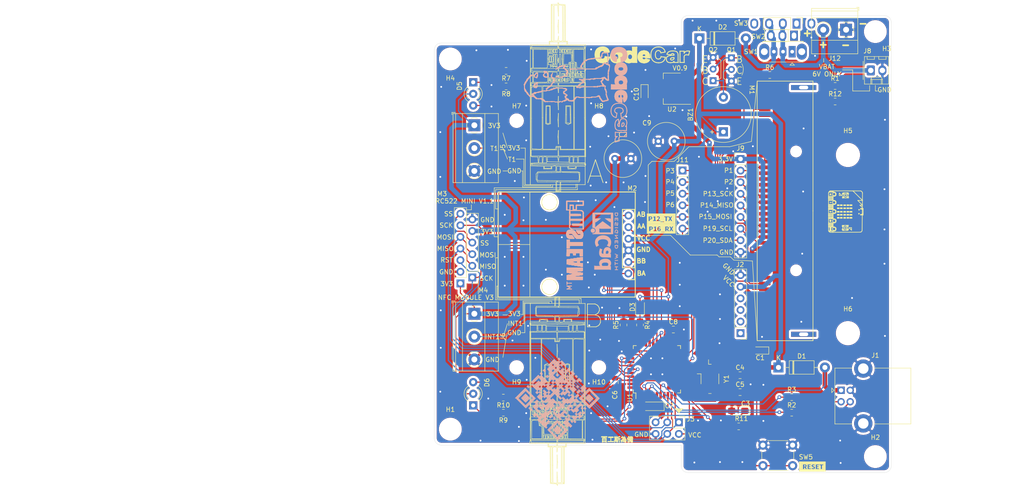
<source format=kicad_pcb>
(kicad_pcb (version 20171130) (host pcbnew "(5.1.9-0-10_14)")
  (layers (0 F.Cu signal) (31 B.Cu signal) (34 B.Paste user) (35 F.Paste user) (36 B.SilkS user) (37 F.SilkS user) (38 B.Mask user) (39 F.Mask user) (44 Edge.Cuts user))
  (net 0 "")
  (net 1 "Net-(BZ1-Pad2)")
  (net 2 VCC)
  (net 3 GNDREF)
  (net 4 +3V3)
  (net 5 "Net-(C4-Pad1)")
  (net 6 "Net-(C5-Pad1)")
  (net 7 "Net-(D2-Pad2)")
  (net 8 "Net-(D3-Pad1)")
  (net 9 /SS)
  (net 10 /T1)
  (net 11 "Net-(M1-Pad2)")
  (net 12 "Net-(Q1-Pad1)")
  (net 13 /AA)
  (net 14 /BB)
  (net 15 /BA)
  (net 16 /AB)
  (net 17 /VBAT)
  (net 18 /P15_MOSI)
  (net 19 /P14_MISO)
  (net 20 /P13_SCK)
  (net 21 /P2)
  (net 22 /P1)
  (net 23 /P20_SDA)
  (net 24 /P19_SCL)
  (net 25 /P6)
  (net 26 /P5)
  (net 27 /P4)
  (net 28 /P3)
  (net 29 /RC522_RST)
  (net 30 "Net-(D5-Pad3)")
  (net 31 "Net-(D5-Pad1)")
  (net 32 "Net-(D6-Pad3)")
  (net 33 "Net-(D6-Pad1)")
  (net 34 /LED1)
  (net 35 /LED2)
  (net 36 /LED3)
  (net 37 /LED4)
  (net 38 /32u4_rst)
  (net 39 "Net-(C6-Pad1)")
  (net 40 "Net-(C7-Pad1)")
  (net 41 VBUS)
  (net 42 "Net-(J1-Pad3)")
  (net 43 "Net-(J1-Pad2)")
  (net 44 /32u4_mosi)
  (net 45 /32u4_sck)
  (net 46 /32u4_miso)
  (net 47 /32u4_tx)
  (net 48 /32u4_rx)
  (net 49 /ADC)
  (net 50 /D+)
  (net 51 /D-)
  (net 52 "Net-(R4-Pad2)")
  (net 53 "Net-(R5-Pad1)")
  (net 54 /32u4_SDA)
  (module TerminalBlock_Phoenix:TerminalBlock_Phoenix_MKDS-1,5-2_1x02_P5.00mm_Horizontal (layer F.Cu) (at 192.1 63.1 180)
    (fp_text reference J12 (at 2.5 -6.26) (layer F.SilkS))
    (fp_text value Conn_01x02)
    (pad 2 thru_hole circle (at 5 0 180) (size 2.6 2.6) (drill 1.3) (layers *.Cu *.Mask) (net 17 /VBAT))
    (pad 1 thru_hole rect (at 0 0 180) (size 2.6 2.6) (drill 1.3) (layers *.Cu *.Mask) (net 3 GNDREF))
  )
  (module Resistor_SMD:R_0805_2012Metric (layer F.Cu) (at 175.4 73)
    (fp_text reference R6 (at 0 -1.65) (layer F.SilkS))
    (fp_text value 220)
    (pad 2 smd roundrect (at 0.9125 0) (size 1.025 1.4) (layers F.Cu F.Paste F.Mask) (roundrect_rratio 0.243902) (net 11 "Net-(M1-Pad2)"))
    (pad 1 smd roundrect (at -0.9125 0) (size 1.025 1.4) (layers F.Cu F.Paste F.Mask) (roundrect_rratio 0.243902) (net 12 "Net-(Q1-Pad1)"))
  )
  (module TerminalBlock_Phoenix:TerminalBlock_Phoenix_MKDS-1,5-3_1x03_P5.00mm_Horizontal (layer F.Cu) (at 110.75 125.25 270)
    (fp_text reference J6 (at 5 -6.26 90) (layer F.SilkS))
    (fp_text value "MOTOR B ENCODER")
    (pad 3 thru_hole circle (at 10 0 270) (size 2.6 2.6) (drill 1.3) (layers *.Cu *.Mask) (net 3 GNDREF))
    (pad 2 thru_hole circle (at 5 0 270) (size 2.6 2.6) (drill 1.3) (layers *.Cu *.Mask) (net 54 /32u4_SDA))
    (pad 1 thru_hole rect (at 0 0 270) (size 2.6 2.6) (drill 1.3) (layers *.Cu *.Mask) (net 4 +3V3))
  )
  (module TerminalBlock_Phoenix:TerminalBlock_Phoenix_MKDS-1,5-3_1x03_P5.00mm_Horizontal (layer F.Cu) (at 110.75 84 270)
    (fp_text reference J5 (at 5 -6.26 90) (layer F.SilkS))
    (fp_text value "MOTOR A ENCODER")
    (pad 3 thru_hole circle (at 10 0 270) (size 2.6 2.6) (drill 1.3) (layers *.Cu *.Mask) (net 3 GNDREF))
    (pad 2 thru_hole circle (at 5 0 270) (size 2.6 2.6) (drill 1.3) (layers *.Cu *.Mask) (net 10 /T1))
    (pad 1 thru_hole rect (at 0 0 270) (size 2.6 2.6) (drill 1.3) (layers *.Cu *.Mask) (net 4 +3V3))
  )
  (module scratchboy_misc:microbit_icon (layer F.Cu) (at 187.1 108.5)
    (fp_text reference REF**)
    (fp_text value microbit_icon)
  )
  (module Capacitor_Tantalum_SMD:CP_EIA-2012-12_Kemet-R_Pad1.30x1.05mm_HandSolder (layer F.Cu) (at 148 77 270)
    (fp_text reference C10 (at 0.2 1.8 90) (layer F.SilkS))
    (fp_text value 100n)
    (pad 2 smd roundrect (at 0.975 0 270) (size 1.3 1.05) (layers F.Cu F.Paste F.Mask) (roundrect_rratio 0.238095) (net 3 GNDREF))
    (pad 1 smd roundrect (at -0.975 0 270) (size 1.3 1.05) (layers F.Cu F.Paste F.Mask) (roundrect_rratio 0.238095) (net 4 +3V3))
  )
  (module Resistor_SMD:R_0805_2012Metric_Pad1.20x1.40mm_HandSolder (layer F.Cu) (at 117.1 143.6 180)
    (fp_text reference R10 (at 0 -1.65) (layer F.SilkS))
    (fp_text value 220)
    (pad 2 smd roundrect (at 1 0 180) (size 1.2 1.4) (layers F.Cu F.Paste F.Mask) (roundrect_rratio 0.208333) (net 32 "Net-(D6-Pad3)"))
    (pad 1 smd roundrect (at -1 0 180) (size 1.2 1.4) (layers F.Cu F.Paste F.Mask) (roundrect_rratio 0.208333) (net 37 /LED4))
  )
  (module Resistor_SMD:R_0805_2012Metric_Pad1.20x1.40mm_HandSolder (layer F.Cu) (at 117.1 146.9 180)
    (fp_text reference R9 (at 0 -1.65) (layer F.SilkS))
    (fp_text value 220)
    (pad 2 smd roundrect (at 1 0 180) (size 1.2 1.4) (layers F.Cu F.Paste F.Mask) (roundrect_rratio 0.208333) (net 33 "Net-(D6-Pad1)"))
    (pad 1 smd roundrect (at -1 0 180) (size 1.2 1.4) (layers F.Cu F.Paste F.Mask) (roundrect_rratio 0.208333) (net 36 /LED3))
  )
  (module Resistor_SMD:R_0805_2012Metric_Pad1.20x1.40mm_HandSolder (layer F.Cu) (at 117.7 75.5 180)
    (fp_text reference R8 (at 0 -1.65) (layer F.SilkS))
    (fp_text value 220)
    (pad 2 smd roundrect (at 1 0 180) (size 1.2 1.4) (layers F.Cu F.Paste F.Mask) (roundrect_rratio 0.208333) (net 30 "Net-(D5-Pad3)"))
    (pad 1 smd roundrect (at -1 0 180) (size 1.2 1.4) (layers F.Cu F.Paste F.Mask) (roundrect_rratio 0.208333) (net 35 /LED2))
  )
  (module Resistor_SMD:R_0805_2012Metric_Pad1.20x1.40mm_HandSolder (layer F.Cu) (at 117.7 72.1 180)
    (fp_text reference R7 (at 0 -1.65) (layer F.SilkS))
    (fp_text value 220)
    (pad 2 smd roundrect (at 1 0 180) (size 1.2 1.4) (layers F.Cu F.Paste F.Mask) (roundrect_rratio 0.208333) (net 31 "Net-(D5-Pad1)"))
    (pad 1 smd roundrect (at -1 0 180) (size 1.2 1.4) (layers F.Cu F.Paste F.Mask) (roundrect_rratio 0.208333) (net 34 /LED1))
  )
  (module Capacitor_Tantalum_SMD:CP_EIA-3216-10_Kemet-I_Pad1.58x1.35mm_HandSolder (layer F.Cu) (at 149.8 145.5 180)
    (fp_text reference C7 (at -3.6 0.1) (layer F.SilkS))
    (fp_text value 1u)
    (pad 2 smd roundrect (at 1.4375 0 180) (size 1.575 1.35) (layers F.Cu F.Paste F.Mask) (roundrect_rratio 0.185185) (net 3 GNDREF))
    (pad 1 smd roundrect (at -1.4375 0 180) (size 1.575 1.35) (layers F.Cu F.Paste F.Mask) (roundrect_rratio 0.185185) (net 40 "Net-(C7-Pad1)"))
  )
  (module Capacitor_Tantalum_SMD:CP_EIA-2012-12_Kemet-R_Pad1.30x1.05mm_HandSolder (layer F.Cu) (at 173.3 133.3 180)
    (fp_text reference C1 (at 0 -1.58) (layer F.SilkS))
    (fp_text value 100n)
    (pad 2 smd roundrect (at 0.975 0 180) (size 1.3 1.05) (layers F.Cu F.Paste F.Mask) (roundrect_rratio 0.238095) (net 3 GNDREF))
    (pad 1 smd roundrect (at -0.975 0 180) (size 1.3 1.05) (layers F.Cu F.Paste F.Mask) (roundrect_rratio 0.238095) (net 2 VCC))
  )
  (module Capacitor_Tantalum_SMD:CP_EIA-3216-10_Kemet-I_Pad1.58x1.35mm_HandSolder (layer F.Cu) (at 168.5 146.5 180)
    (fp_text reference C3 (at -1.6 1.6) (layer F.SilkS))
    (fp_text value 100n)
    (pad 2 smd roundrect (at 1.4375 0 180) (size 1.575 1.35) (layers F.Cu F.Paste F.Mask) (roundrect_rratio 0.185185) (net 3 GNDREF))
    (pad 1 smd roundrect (at -1.4375 0 180) (size 1.575 1.35) (layers F.Cu F.Paste F.Mask) (roundrect_rratio 0.185185) (net 38 /32u4_rst))
  )
  (module Resistor_SMD:R_0805_2012Metric_Pad1.20x1.40mm_HandSolder (layer F.Cu) (at 168.6 149.9 180)
    (fp_text reference R11 (at -0.6 1.7) (layer F.SilkS))
    (fp_text value 10k)
    (pad 2 smd roundrect (at 1 0 180) (size 1.2 1.4) (layers F.Cu F.Paste F.Mask) (roundrect_rratio 0.208333) (net 38 /32u4_rst))
    (pad 1 smd roundrect (at -1 0 180) (size 1.2 1.4) (layers F.Cu F.Paste F.Mask) (roundrect_rratio 0.208333) (net 2 VCC))
  )
  (module Crystal:Crystal_SMD_0603-4Pin_6.0x3.5mm_HandSoldering (layer F.Cu) (at 162.3 139.5 270)
    (fp_text reference Y1 (at 0 -3.6 90) (layer F.SilkS))
    (fp_text value 16MHz)
    (pad 4 smd rect (at -2.65 -1.55 270) (size 2.7 2.1) (layers F.Cu F.Paste F.Mask))
    (pad 3 smd rect (at 2.65 -1.55 270) (size 2.7 2.1) (layers F.Cu F.Paste F.Mask) (net 6 "Net-(C5-Pad1)"))
    (pad 2 smd rect (at 2.65 1.55 270) (size 2.7 2.1) (layers F.Cu F.Paste F.Mask))
    (pad 1 smd rect (at -2.65 1.55 270) (size 2.7 2.1) (layers F.Cu F.Paste F.Mask) (net 5 "Net-(C4-Pad1)"))
  )
  (module Package_QFP:TQFP-44_10x10mm_P0.8mm (layer F.Cu) (at 150.7 137.4 90)
    (fp_text reference U1 (at -6.2 -5.9 90) (layer F.SilkS))
    (fp_text value ATmega32U4-AU)
    (pad 44 smd rect (at -4 -5.7 180) (size 1.5 0.55) (layers F.Cu F.Paste F.Mask) (net 2 VCC))
    (pad 43 smd rect (at -3.2 -5.7 180) (size 1.5 0.55) (layers F.Cu F.Paste F.Mask) (net 3 GNDREF))
    (pad 42 smd rect (at -2.4 -5.7 180) (size 1.5 0.55) (layers F.Cu F.Paste F.Mask) (net 39 "Net-(C6-Pad1)"))
    (pad 41 smd rect (at -1.6 -5.7 180) (size 1.5 0.55) (layers F.Cu F.Paste F.Mask) (net 35 /LED2))
    (pad 40 smd rect (at -0.8 -5.7 180) (size 1.5 0.55) (layers F.Cu F.Paste F.Mask) (net 34 /LED1))
    (pad 39 smd rect (at 0 -5.7 180) (size 1.5 0.55) (layers F.Cu F.Paste F.Mask) (net 37 /LED4))
    (pad 38 smd rect (at 0.8 -5.7 180) (size 1.5 0.55) (layers F.Cu F.Paste F.Mask) (net 15 /BA))
    (pad 37 smd rect (at 1.6 -5.7 180) (size 1.5 0.55) (layers F.Cu F.Paste F.Mask) (net 16 /AB))
    (pad 36 smd rect (at 2.4 -5.7 180) (size 1.5 0.55) (layers F.Cu F.Paste F.Mask) (net 29 /RC522_RST))
    (pad 35 smd rect (at 3.2 -5.7 180) (size 1.5 0.55) (layers F.Cu F.Paste F.Mask) (net 3 GNDREF))
    (pad 34 smd rect (at 4 -5.7 180) (size 1.5 0.55) (layers F.Cu F.Paste F.Mask) (net 2 VCC))
    (pad 33 smd rect (at 5.7 -4 90) (size 1.5 0.55) (layers F.Cu F.Paste F.Mask) (net 53 "Net-(R5-Pad1)"))
    (pad 32 smd rect (at 5.7 -3.2 90) (size 1.5 0.55) (layers F.Cu F.Paste F.Mask) (net 52 "Net-(R4-Pad2)"))
    (pad 31 smd rect (at 5.7 -2.4 90) (size 1.5 0.55) (layers F.Cu F.Paste F.Mask))
    (pad 30 smd rect (at 5.7 -1.6 90) (size 1.5 0.55) (layers F.Cu F.Paste F.Mask))
    (pad 29 smd rect (at 5.7 -0.8 90) (size 1.5 0.55) (layers F.Cu F.Paste F.Mask) (net 14 /BB))
    (pad 28 smd rect (at 5.7 0 90) (size 1.5 0.55) (layers F.Cu F.Paste F.Mask) (net 13 /AA))
    (pad 27 smd rect (at 5.7 0.8 90) (size 1.5 0.55) (layers F.Cu F.Paste F.Mask) (net 36 /LED3))
    (pad 26 smd rect (at 5.7 1.6 90) (size 1.5 0.55) (layers F.Cu F.Paste F.Mask) (net 10 /T1))
    (pad 25 smd rect (at 5.7 2.4 90) (size 1.5 0.55) (layers F.Cu F.Paste F.Mask))
    (pad 24 smd rect (at 5.7 3.2 90) (size 1.5 0.55) (layers F.Cu F.Paste F.Mask) (net 2 VCC))
    (pad 23 smd rect (at 5.7 4 90) (size 1.5 0.55) (layers F.Cu F.Paste F.Mask) (net 3 GNDREF))
    (pad 22 smd rect (at 4 5.7 180) (size 1.5 0.55) (layers F.Cu F.Paste F.Mask))
    (pad 21 smd rect (at 3.2 5.7 180) (size 1.5 0.55) (layers F.Cu F.Paste F.Mask) (net 47 /32u4_tx))
    (pad 20 smd rect (at 2.4 5.7 180) (size 1.5 0.55) (layers F.Cu F.Paste F.Mask) (net 48 /32u4_rx))
    (pad 19 smd rect (at 1.6 5.7 180) (size 1.5 0.55) (layers F.Cu F.Paste F.Mask) (net 54 /32u4_SDA))
    (pad 18 smd rect (at 0.8 5.7 180) (size 1.5 0.55) (layers F.Cu F.Paste F.Mask))
    (pad 17 smd rect (at 0 5.7 180) (size 1.5 0.55) (layers F.Cu F.Paste F.Mask) (net 5 "Net-(C4-Pad1)"))
    (pad 16 smd rect (at -0.8 5.7 180) (size 1.5 0.55) (layers F.Cu F.Paste F.Mask) (net 6 "Net-(C5-Pad1)"))
    (pad 15 smd rect (at -1.6 5.7 180) (size 1.5 0.55) (layers F.Cu F.Paste F.Mask) (net 3 GNDREF))
    (pad 14 smd rect (at -2.4 5.7 180) (size 1.5 0.55) (layers F.Cu F.Paste F.Mask) (net 2 VCC))
    (pad 13 smd rect (at -3.2 5.7 180) (size 1.5 0.55) (layers F.Cu F.Paste F.Mask) (net 38 /32u4_rst))
    (pad 12 smd rect (at -4 5.7 180) (size 1.5 0.55) (layers F.Cu F.Paste F.Mask))
    (pad 11 smd rect (at -5.7 4 90) (size 1.5 0.55) (layers F.Cu F.Paste F.Mask) (net 46 /32u4_miso))
    (pad 10 smd rect (at -5.7 3.2 90) (size 1.5 0.55) (layers F.Cu F.Paste F.Mask) (net 44 /32u4_mosi))
    (pad 9 smd rect (at -5.7 2.4 90) (size 1.5 0.55) (layers F.Cu F.Paste F.Mask) (net 45 /32u4_sck))
    (pad 8 smd rect (at -5.7 1.6 90) (size 1.5 0.55) (layers F.Cu F.Paste F.Mask))
    (pad 7 smd rect (at -5.7 0.8 90) (size 1.5 0.55) (layers F.Cu F.Paste F.Mask) (net 41 VBUS))
    (pad 6 smd rect (at -5.7 0 90) (size 1.5 0.55) (layers F.Cu F.Paste F.Mask) (net 40 "Net-(C7-Pad1)"))
    (pad 5 smd rect (at -5.7 -0.8 90) (size 1.5 0.55) (layers F.Cu F.Paste F.Mask) (net 3 GNDREF))
    (pad 4 smd rect (at -5.7 -1.6 90) (size 1.5 0.55) (layers F.Cu F.Paste F.Mask) (net 50 /D+))
    (pad 3 smd rect (at -5.7 -2.4 90) (size 1.5 0.55) (layers F.Cu F.Paste F.Mask) (net 51 /D-))
    (pad 2 smd rect (at -5.7 -3.2 90) (size 1.5 0.55) (layers F.Cu F.Paste F.Mask) (net 41 VBUS))
    (pad 1 smd rect (at -5.7 -4 90) (size 1.5 0.55) (layers F.Cu F.Paste F.Mask))
  )
  (module Resistor_SMD:R_0805_2012Metric (layer F.Cu) (at 189.7 78.8)
    (fp_text reference R12 (at 0 -1.65) (layer F.SilkS))
    (fp_text value 100k)
    (pad 2 smd roundrect (at 0.9125 0) (size 1.025 1.4) (layers F.Cu F.Paste F.Mask) (roundrect_rratio 0.243902) (net 49 /ADC))
    (pad 1 smd roundrect (at -0.9125 0) (size 1.025 1.4) (layers F.Cu F.Paste F.Mask) (roundrect_rratio 0.243902) (net 3 GNDREF))
  )
  (module Resistor_SMD:R_0805_2012Metric (layer F.Cu) (at 143.4 127.7 90)
    (fp_text reference R5 (at 0 -1.65 90) (layer F.SilkS))
    (fp_text value 10k)
    (pad 2 smd roundrect (at 0.9125 0 90) (size 1.025 1.4) (layers F.Cu F.Paste F.Mask) (roundrect_rratio 0.243902) (net 3 GNDREF))
    (pad 1 smd roundrect (at -0.9125 0 90) (size 1.025 1.4) (layers F.Cu F.Paste F.Mask) (roundrect_rratio 0.243902) (net 53 "Net-(R5-Pad1)"))
  )
  (module Resistor_SMD:R_0805_2012Metric (layer F.Cu) (at 147 127.7 270)
    (fp_text reference R4 (at 0 -1.65 90) (layer F.SilkS))
    (fp_text value 330)
    (pad 2 smd roundrect (at 0.9125 0 270) (size 1.025 1.4) (layers F.Cu F.Paste F.Mask) (roundrect_rratio 0.243902) (net 52 "Net-(R4-Pad2)"))
    (pad 1 smd roundrect (at -0.9125 0 270) (size 1.025 1.4) (layers F.Cu F.Paste F.Mask) (roundrect_rratio 0.243902) (net 8 "Net-(D3-Pad1)"))
  )
  (module Resistor_SMD:R_0805_2012Metric (layer F.Cu) (at 180.2 143.5)
    (fp_text reference R3 (at 0 -1.65) (layer F.SilkS))
    (fp_text value 22)
    (pad 2 smd roundrect (at 0.9125 0) (size 1.025 1.4) (layers F.Cu F.Paste F.Mask) (roundrect_rratio 0.243902) (net 43 "Net-(J1-Pad2)"))
    (pad 1 smd roundrect (at -0.9125 0) (size 1.025 1.4) (layers F.Cu F.Paste F.Mask) (roundrect_rratio 0.243902) (net 51 /D-))
  )
  (module Resistor_SMD:R_0805_2012Metric (layer F.Cu) (at 180.2 146.9)
    (fp_text reference R2 (at 0 -1.65) (layer F.SilkS))
    (fp_text value 22)
    (pad 2 smd roundrect (at 0.9125 0) (size 1.025 1.4) (layers F.Cu F.Paste F.Mask) (roundrect_rratio 0.243902) (net 42 "Net-(J1-Pad3)"))
    (pad 1 smd roundrect (at -0.9125 0) (size 1.025 1.4) (layers F.Cu F.Paste F.Mask) (roundrect_rratio 0.243902) (net 50 /D+))
  )
  (module Resistor_SMD:R_0805_2012Metric (layer F.Cu) (at 189.7 75.4)
    (fp_text reference R1 (at 0 -1.65) (layer F.SilkS))
    (fp_text value 100k)
    (pad 2 smd roundrect (at 0.9125 0) (size 1.025 1.4) (layers F.Cu F.Paste F.Mask) (roundrect_rratio 0.243902) (net 17 /VBAT))
    (pad 1 smd roundrect (at -0.9125 0) (size 1.025 1.4) (layers F.Cu F.Paste F.Mask) (roundrect_rratio 0.243902) (net 49 /ADC))
  )
  (module Connector_USB:USB_B_Lumberg_2411_02_Horizontal (layer F.Cu) (at 191 142)
    (fp_text reference J1 (at 7.5 -7.65) (layer F.SilkS))
    (fp_text value USB_B)
    (pad 5 thru_hole circle (at 4.86 -4.75 90) (size 4 4) (drill 2.3) (layers *.Cu *.Mask) (net 3 GNDREF))
    (pad 5 thru_hole circle (at 4.86 7.25 90) (size 4 4) (drill 2.3) (layers *.Cu *.Mask) (net 3 GNDREF))
    (pad 4 thru_hole circle (at 2 0 90) (size 1.6 1.6) (drill 0.95) (layers *.Cu *.Mask) (net 3 GNDREF))
    (pad 3 thru_hole circle (at 2 2.5 90) (size 1.6 1.6) (drill 0.95) (layers *.Cu *.Mask) (net 42 "Net-(J1-Pad3)"))
    (pad 2 thru_hole circle (at 0 2.5 90) (size 1.6 1.6) (drill 0.95) (layers *.Cu *.Mask) (net 43 "Net-(J1-Pad2)"))
    (pad 1 thru_hole rect (at 0 0 90) (size 1.6 1.6) (drill 0.95) (layers *.Cu *.Mask) (net 41 VBUS))
  )
  (module LED_SMD:LED_0805_2012Metric (layer F.Cu) (at 147 123.8 90)
    (fp_text reference D3 (at 0 -1.65 90) (layer F.SilkS))
    (fp_text value LED)
    (pad 2 smd roundrect (at 0.9375 0 90) (size 0.975 1.4) (layers F.Cu F.Paste F.Mask) (net 2 VCC))
    (pad 1 smd roundrect (at -0.9375 0 90) (size 0.975 1.4) (layers F.Cu F.Paste F.Mask) (net 8 "Net-(D3-Pad1)"))
  )
  (module Diode_THT:D_DO-41_SOD81_P10.16mm_Horizontal (layer F.Cu) (at 177.3 137)
    (fp_text reference D1 (at 5.08 -2.47) (layer F.SilkS))
    (fp_text value 1N5819)
    (fp_text user K (at 0 -2.1) (layer F.SilkS))
    (pad 2 thru_hole oval (at 10.16 0) (size 2.2 2.2) (drill 1.1) (layers *.Cu *.Mask) (net 41 VBUS))
    (pad 1 thru_hole rect (at 0 0) (size 2.2 2.2) (drill 1.1) (layers *.Cu *.Mask) (net 2 VCC))
  )
  (module Capacitor_SMD:C_0805_2012Metric (layer F.Cu) (at 154.3 128.7)
    (fp_text reference C8 (at 0 -1.68) (layer F.SilkS))
    (fp_text value 100n)
    (pad 2 smd roundrect (at 0.95 0) (size 1 1.45) (layers F.Cu F.Paste F.Mask) (net 3 GNDREF))
    (pad 1 smd roundrect (at -0.95 0) (size 1 1.45) (layers F.Cu F.Paste F.Mask) (net 2 VCC))
  )
  (module Capacitor_SMD:C_0805_2012Metric (layer F.Cu) (at 141.5 140.3 270)
    (fp_text reference C6 (at 2.7 0 90) (layer F.SilkS))
    (fp_text value 100n)
    (pad 2 smd roundrect (at 0.95 0 270) (size 1 1.45) (layers F.Cu F.Paste F.Mask) (net 3 GNDREF))
    (pad 1 smd roundrect (at -0.95 0 270) (size 1 1.45) (layers F.Cu F.Paste F.Mask) (net 39 "Net-(C6-Pad1)"))
  )
  (module Capacitor_SMD:C_0805_2012Metric (layer F.Cu) (at 168.9 142.4)
    (fp_text reference C5 (at 0 -1.68) (layer F.SilkS))
    (fp_text value 22p)
    (pad 2 smd roundrect (at 0.95 0) (size 1 1.45) (layers F.Cu F.Paste F.Mask) (net 3 GNDREF))
    (pad 1 smd roundrect (at -0.95 0) (size 1 1.45) (layers F.Cu F.Paste F.Mask) (net 6 "Net-(C5-Pad1)"))
  )
  (module Capacitor_SMD:C_0805_2012Metric (layer F.Cu) (at 168.9 138.7)
    (fp_text reference C4 (at 0 -1.68) (layer F.SilkS))
    (fp_text value 22p)
    (pad 2 smd roundrect (at 0.95 0) (size 1 1.45) (layers F.Cu F.Paste F.Mask) (net 3 GNDREF))
    (pad 1 smd roundrect (at -0.95 0) (size 1 1.45) (layers F.Cu F.Paste F.Mask) (net 5 "Net-(C4-Pad1)"))
  )
  (module scratchboy_misc:CodeCar_Logo (layer B.Cu) (at 144.3 66.8 270)
    (fp_text reference LOGO1)
    (fp_text value CodeCar_Logo)
  )
  (module scratchboy_misc:CodeCar_Logo (layer F.Cu) (at 137 70.5)
    (fp_text reference LOGO1)
    (fp_text value CodeCar_Logo)
  )
  (module scratchboy_misc:fb_com_codecarr (layer B.Cu) (at 119.3 143.7 45)
    (fp_text reference REF**)
    (fp_text value fb_com_codecarr)
  )
  (module scratchboy_misc:N20_MOTOR_ENCODER (layer F.Cu) (at 135 123.5 180)
    (fp_text reference REF**)
    (fp_text value N20_MOTOR_ENCODER)
  )
  (module scratchboy_misc:N20_MOTOR_ENCODER (layer F.Cu) (at 123 96.5)
    (fp_text reference REF**)
    (fp_text value N20_MOTOR_ENCODER)
  )
  (module scratchboy_misc:KiCad-Logo2_5mm_SilkScreen (layer B.Cu) (at 139.2 109.4 270)
    (fp_text reference LOGO1 hide)
    (fp_text value KiCad-Logo2_5mm_SilkScreen hide)
  )
  (module cat:codecar_dog (layer B.Cu) (at 140 67.6 270)
    (fp_text reference REF**)
    (fp_text value codecar_dog)
  )
  (module scratchboy_misc:funsteam_logo (layer B.Cu) (at 134.6 100.6 270)
    (fp_text reference LOGO2)
    (fp_text value funsteam_logo)
  )
  (module Connector_PinHeader_2.54mm:PinHeader_1x03_P2.54mm_Vertical (layer F.Cu) (at 181.25 61.75 270)
    (fp_text reference SW3 (at -0.05 12.15) (layer F.SilkS))
    (fp_text value SW)
    (pad 3 thru_hole oval (at 0 6 270) (size 2.2 1.7) (drill oval 1.4 1) (layers *.Cu *.Mask) (net 7 "Net-(D2-Pad2)"))
    (pad 2 thru_hole oval (at 0 3 270) (size 2.2 1.7) (drill oval 1.4 1) (layers *.Cu *.Mask) (net 17 /VBAT))
    (pad 1 thru_hole rect (at 0 0 270) (size 2.2 1.7) (drill oval 1.4 1) (layers *.Cu *.Mask))
    (pad 5 thru_hole oval (at 0 9.25 270) (size 2.2 1.7) (drill oval 1.4 1) (layers *.Cu *.Mask))
    (pad 4 thru_hole oval (at 0 -3.25 270) (size 2.2 1.7) (drill oval 1.4 1) (layers *.Cu *.Mask))
  )
  (module LED_THT:LED_D3.0mm-3 (layer F.Cu) (at 110.5 145.3 90)
    (fp_text reference D6 (at 5 3 90) (layer F.SilkS))
    (fp_text value LED_Dual_CAC)
    (pad 3 thru_hole circle (at 5.08 0 90) (size 1.8 1.8) (drill 0.9) (layers *.Cu *.Mask) (net 32 "Net-(D6-Pad3)"))
    (pad 2 thru_hole circle (at 2.54 0 90) (size 1.8 1.8) (drill 0.9) (layers *.Cu *.Mask) (net 4 +3V3))
    (pad 1 thru_hole rect (at 0 0 90) (size 1.8 1.8) (drill 0.9) (layers *.Cu *.Mask) (net 33 "Net-(D6-Pad1)"))
  )
  (module LED_THT:LED_D3.0mm-3 (layer F.Cu) (at 110.5 74.6 270)
    (fp_text reference D5 (at 0.8 3 90) (layer F.SilkS))
    (fp_text value LED_Dual_CAC)
    (pad 3 thru_hole circle (at 5.08 0 270) (size 1.8 1.8) (drill 0.9) (layers *.Cu *.Mask) (net 30 "Net-(D5-Pad3)"))
    (pad 2 thru_hole circle (at 2.54 0 270) (size 1.8 1.8) (drill 0.9) (layers *.Cu *.Mask) (net 4 +3V3))
    (pad 1 thru_hole rect (at 0 0 270) (size 1.8 1.8) (drill 0.9) (layers *.Cu *.Mask) (net 31 "Net-(D5-Pad1)"))
  )
  (module Connector_PinHeader_2.54mm:PinHeader_1x09_P2.54mm_Vertical (layer F.Cu) (at 169 91.38)
    (fp_text reference J9 (at 0 -2.33) (layer F.SilkS))
    (fp_text value SPI_I2C)
    (pad 9 thru_hole oval (at 0 20.32) (size 1.7 1.7) (drill 1) (layers *.Cu *.Mask) (net 3 GNDREF))
    (pad 8 thru_hole oval (at 0 17.78) (size 1.7 1.7) (drill 1) (layers *.Cu *.Mask) (net 23 /P20_SDA))
    (pad 7 thru_hole oval (at 0 15.24) (size 1.7 1.7) (drill 1) (layers *.Cu *.Mask) (net 24 /P19_SCL))
    (pad 6 thru_hole oval (at 0 12.7) (size 1.7 1.7) (drill 1) (layers *.Cu *.Mask) (net 18 /P15_MOSI))
    (pad 5 thru_hole oval (at 0 10.16) (size 1.7 1.7) (drill 1) (layers *.Cu *.Mask) (net 19 /P14_MISO))
    (pad 4 thru_hole oval (at 0 7.62) (size 1.7 1.7) (drill 1) (layers *.Cu *.Mask) (net 20 /P13_SCK))
    (pad 3 thru_hole oval (at 0 5.08) (size 1.7 1.7) (drill 1) (layers *.Cu *.Mask) (net 21 /P2))
    (pad 2 thru_hole oval (at 0 2.54) (size 1.7 1.7) (drill 1) (layers *.Cu *.Mask) (net 22 /P1))
    (pad 1 thru_hole rect (at 0 0) (size 1.7 1.7) (drill 1) (layers *.Cu *.Mask) (net 4 +3V3))
  )
  (module Button_Switch_THT:SW_PUSH_6mm_H5mm (layer F.Cu) (at 173.9 154)
    (fp_text reference SW5 (at 9.4 2.6) (layer F.SilkS))
    (fp_text value RESET)
    (pad 1 thru_hole circle (at 6.5 0 90) (size 2 2) (drill 1.1) (layers *.Cu *.Mask) (net 3 GNDREF))
    (pad 2 thru_hole circle (at 6.5 4.5 90) (size 2 2) (drill 1.1) (layers *.Cu *.Mask) (net 38 /32u4_rst))
    (pad 1 thru_hole circle (at 0 0 90) (size 2 2) (drill 1.1) (layers *.Cu *.Mask) (net 3 GNDREF))
    (pad 2 thru_hole circle (at 0 4.5 90) (size 2 2) (drill 1.1) (layers *.Cu *.Mask) (net 38 /32u4_rst))
  )
  (module scratchboy_misc:L9110S (layer F.Cu) (at 116 121.7)
    (fp_text reference M2 (at 29.3 -23.9) (layer F.SilkS))
    (fp_text value L9110S)
    (pad 6 thru_hole circle (at 28.47 -17.94) (size 1.7 1.7) (drill 1) (layers *.Cu *.Mask) (net 16 /AB))
    (pad 5 thru_hole circle (at 28.47 -15.39) (size 1.7 1.7) (drill 1) (layers *.Cu *.Mask) (net 13 /AA))
    (pad 4 thru_hole circle (at 28.47 -12.86) (size 1.7 1.7) (drill 1) (layers *.Cu *.Mask) (net 2 VCC))
    (pad 3 thru_hole circle (at 28.47 -10.32) (size 1.7 1.7) (drill 1) (layers *.Cu *.Mask) (net 3 GNDREF))
    (pad 2 thru_hole circle (at 28.47 -7.78) (size 1.7 1.7) (drill 1) (layers *.Cu *.Mask) (net 14 /BB))
    (pad 1 thru_hole circle (at 28.45 -5.25) (size 1.7 1.7) (drill 1) (layers *.Cu *.Mask) (net 15 /BA))
    (pad "" np_thru_hole circle (at 11.2 -2.35) (size 3.2 3.2) (drill 3.2) (layers *.Cu *.Mask))
    (pad "" np_thru_hole circle (at 11.2 -20.85) (size 3.2 3.2) (drill 3.2) (layers *.Cu *.Mask))
  )
  (module Connector_PinHeader_2.54mm:PinHeader_1x07_P2.54mm_Vertical (layer F.Cu) (at 107.7 118.6 180)
    (fp_text reference M3 (at 4 19.6) (layer F.SilkS))
    (fp_text value "RC522 MINI V1.1" (at -0.9 18) (layer F.SilkS))
    (pad 7 thru_hole oval (at 0 15.24 180) (size 1.7 1.7) (drill 1) (layers *.Cu *.Mask) (net 9 /SS))
    (pad 6 thru_hole oval (at 0 12.7 180) (size 1.7 1.7) (drill 1) (layers *.Cu *.Mask) (net 45 /32u4_sck))
    (pad 5 thru_hole oval (at 0 10.16 180) (size 1.7 1.7) (drill 1) (layers *.Cu *.Mask) (net 44 /32u4_mosi))
    (pad 4 thru_hole oval (at 0 7.62 180) (size 1.7 1.7) (drill 1) (layers *.Cu *.Mask) (net 46 /32u4_miso))
    (pad 3 thru_hole oval (at 0 5.08 180) (size 1.7 1.7) (drill 1) (layers *.Cu *.Mask) (net 29 /RC522_RST))
    (pad 2 thru_hole oval (at 0 2.54 180) (size 1.7 1.7) (drill 1) (layers *.Cu *.Mask) (net 3 GNDREF))
    (pad 1 thru_hole rect (at 0 0 180) (size 1.7 1.7) (drill 1) (layers *.Cu *.Mask) (net 4 +3V3))
  )
  (module Connector_PinHeader_2.54mm:PinHeader_2x03_P2.54mm_Vertical (layer F.Cu) (at 155.5 149 270)
    (fp_text reference J3 (at -0.7 -2.6 180) (layer F.SilkS))
    (fp_text value ICSP)
    (pad 6 thru_hole oval (at 2.54 5.08 270) (size 1.7 1.7) (drill 1) (layers *.Cu *.Mask) (net 3 GNDREF))
    (pad 5 thru_hole oval (at 0 5.08 270) (size 1.7 1.7) (drill 1) (layers *.Cu *.Mask) (net 38 /32u4_rst))
    (pad 4 thru_hole oval (at 2.54 2.54 270) (size 1.7 1.7) (drill 1) (layers *.Cu *.Mask) (net 44 /32u4_mosi))
    (pad 3 thru_hole oval (at 0 2.54 270) (size 1.7 1.7) (drill 1) (layers *.Cu *.Mask) (net 45 /32u4_sck))
    (pad 2 thru_hole oval (at 2.54 0 270) (size 1.7 1.7) (drill 1) (layers *.Cu *.Mask) (net 2 VCC))
    (pad 1 thru_hole rect (at 0 0 270) (size 1.7 1.7) (drill 1) (layers *.Cu *.Mask) (net 46 /32u4_miso))
  )
  (module Package_TO_SOT_THT:TO-92L_Inline_Wide (layer F.Cu) (at 167 69.25 270)
    (fp_text reference Q1 (at -1.75 0 180) (layer F.SilkS))
    (fp_text value Q_NPN_BCE)
    (pad 1 thru_hole rect (at 0 0) (size 1.5 1.5) (drill 0.8) (layers *.Cu *.Mask) (net 12 "Net-(Q1-Pad1)"))
    (pad 3 thru_hole circle (at 5.08 0) (size 1.5 1.5) (drill 0.8) (layers *.Cu *.Mask) (net 3 GNDREF))
    (pad 2 thru_hole circle (at 2.54 0) (size 1.5 1.5) (drill 0.8) (layers *.Cu *.Mask) (net 1 "Net-(BZ1-Pad2)"))
  )
  (module Package_TO_SOT_THT:TO-92L_Inline_Wide (layer F.Cu) (at 163 74.25 90)
    (fp_text reference Q2 (at 6.75 0) (layer F.SilkS))
    (fp_text value Q_NPN_CBE)
    (pad 1 thru_hole rect (at 0 0 180) (size 1.5 1.5) (drill 0.8) (layers *.Cu *.Mask) (net 1 "Net-(BZ1-Pad2)"))
    (pad 3 thru_hole circle (at 5.08 0 180) (size 1.5 1.5) (drill 0.8) (layers *.Cu *.Mask) (net 3 GNDREF))
    (pad 2 thru_hole circle (at 2.54 0 180) (size 1.5 1.5) (drill 0.8) (layers *.Cu *.Mask) (net 12 "Net-(Q1-Pad1)"))
  )
  (module Connector_PinHeader_2.54mm:PinHeader_1x03_P2.54mm_Vertical (layer F.Cu) (at 180.7 64.4 270)
    (fp_text reference SW2 (at 0.2 7.8) (layer F.SilkS))
    (fp_text value SW)
    (pad 3 thru_hole oval (at 0 5.08 270) (size 2.2 1.7) (drill oval 1.4 1) (layers *.Cu *.Mask) (net 7 "Net-(D2-Pad2)"))
    (pad 2 thru_hole oval (at 0 2.54 270) (size 2.2 1.7) (drill oval 1.4 1) (layers *.Cu *.Mask) (net 17 /VBAT))
    (pad 1 thru_hole rect (at 0 0 270) (size 2.2 1.7) (drill oval 1.4 1) (layers *.Cu *.Mask))
  )
  (module Button_Switch_THT:SW_Slide_1P2T_CK_OS102011MS2Q (layer F.Cu) (at 180.3 67.9 180)
    (fp_text reference SW1 (at 9 0) (layer F.SilkS))
    (fp_text value SW_SPDT)
    (pad "" thru_hole oval (at 6.1 0 180) (size 2.2 3.5) (drill 1.5) (layers *.Cu *.Mask))
    (pad "" thru_hole oval (at -2.1 0 180) (size 2.2 3.5) (drill 1.5) (layers *.Cu *.Mask))
    (pad 3 thru_hole oval (at 4 0 180) (size 1.5 2.5) (drill 0.8) (layers *.Cu *.Mask) (net 7 "Net-(D2-Pad2)"))
    (pad 2 thru_hole oval (at 2 0 180) (size 1.5 2.5) (drill 0.8) (layers *.Cu *.Mask) (net 17 /VBAT))
    (pad 1 thru_hole rect (at 0 0 180) (size 1.5 2.5) (drill 0.8) (layers *.Cu *.Mask))
  )
  (module Connector_PinHeader_2.54mm:PinHeader_1x06_P2.54mm_Vertical (layer F.Cu) (at 156.3 93.9)
    (fp_text reference J11 (at 0 -2.33) (layer F.SilkS))
    (fp_text value IO)
    (pad 6 thru_hole oval (at 0 12.7) (size 1.7 1.7) (drill 1) (layers *.Cu *.Mask) (net 47 /32u4_tx))
    (pad 5 thru_hole oval (at 0 10.16) (size 1.7 1.7) (drill 1) (layers *.Cu *.Mask) (net 48 /32u4_rx))
    (pad 4 thru_hole oval (at 0 7.62) (size 1.7 1.7) (drill 1) (layers *.Cu *.Mask) (net 25 /P6))
    (pad 3 thru_hole oval (at 0 5.08) (size 1.7 1.7) (drill 1) (layers *.Cu *.Mask) (net 26 /P5))
    (pad 2 thru_hole oval (at 0 2.54) (size 1.7 1.7) (drill 1) (layers *.Cu *.Mask) (net 27 /P4))
    (pad 1 thru_hole rect (at 0 0) (size 1.7 1.7) (drill 1) (layers *.Cu *.Mask) (net 28 /P3))
  )
  (module scratchboy_misc:Microbit (layer F.Cu) (at 172.45 74.145 270)
    (fp_text reference M1 (at 2.105 0.95 270 unlocked) (layer F.SilkS))
    (fp_text value Microbit)
    (pad 0 thru_hole rect (at 55.6 -10.36 270) (size 1.1 5.5) (drill oval 0.8 2) (layers *.Cu *.Mask))
    (pad 0 thru_hole rect (at 1.6 -10.36 270) (size 1.1 5.5) (drill oval 0.8 2) (layers *.Cu *.Mask))
    (pad "" np_thru_hole circle (at 15.6 -8.7 270) (size 1.6 1.6) (drill 1.6) (layers *.Cu *.Mask))
    (pad "" np_thru_hole circle (at 41.6 -8.7 270) (size 1.6 1.6) (drill 1.6) (layers *.Cu *.Mask))
    (pad 40 smd rect (at 53.365 -1.85 270) (size 0.8 2.5) (layers F.Cu F.Paste F.Mask) (net 3 GNDREF))
    (pad 39 smd rect (at 52.095 -1.85 270) (size 0.8 2.5) (layers F.Cu F.Paste F.Mask) (net 3 GNDREF))
    (pad 38 smd rect (at 50.825 -1.85 270) (size 0.8 2.5) (layers F.Cu F.Paste F.Mask) (net 3 GNDREF))
    (pad 37 smd rect (at 49.555 -1.85 270) (size 0.8 2.5) (layers F.Cu F.Paste F.Mask) (net 3 GNDREF))
    (pad 36 smd rect (at 48.285 -1.85 270) (size 0.8 2.5) (layers F.Cu F.Paste F.Mask) (net 3 GNDREF))
    (pad 35 smd rect (at 47.015 -1.85 270) (size 0.8 2.5) (layers F.Cu F.Paste F.Mask) (net 3 GNDREF))
    (pad 34 smd rect (at 45.745 -1.85 270) (size 0.8 2.5) (layers F.Cu F.Paste F.Mask) (net 23 /P20_SDA))
    (pad 33 smd rect (at 44.475 -1.85 270) (size 0.8 2.5) (layers F.Cu F.Paste F.Mask) (net 24 /P19_SCL))
    (pad 32 smd rect (at 43.205 -1.85 270) (size 0.8 2.5) (layers F.Cu F.Paste F.Mask) (net 4 +3V3))
    (pad 31 smd rect (at 41.935 -1.85 270) (size 0.8 2.5) (layers F.Cu F.Paste F.Mask) (net 4 +3V3))
    (pad 30 smd rect (at 40.665 -1.85 270) (size 0.8 2.5) (layers F.Cu F.Paste F.Mask) (net 4 +3V3))
    (pad 29 smd rect (at 39.395 -1.85 270) (size 0.8 2.5) (layers F.Cu F.Paste F.Mask) (net 4 +3V3))
    (pad 28 smd rect (at 38.125 -1.85 270) (size 0.8 2.5) (layers F.Cu F.Paste F.Mask) (net 4 +3V3))
    (pad 27 smd rect (at 36.855 -1.85 270) (size 0.8 2.5) (layers F.Cu F.Paste F.Mask) (net 4 +3V3))
    (pad 26 smd rect (at 35.585 -1.85 270) (size 0.8 2.5) (layers F.Cu F.Paste F.Mask) (net 47 /32u4_tx))
    (pad 25 smd rect (at 34.315 -1.85 270) (size 0.8 2.5) (layers F.Cu F.Paste F.Mask) (net 18 /P15_MOSI))
    (pad 24 smd rect (at 33.045 -1.85 270) (size 0.8 2.5) (layers F.Cu F.Paste F.Mask) (net 19 /P14_MISO))
    (pad 23 smd rect (at 31.775 -1.85 270) (size 0.8 2.5) (layers F.Cu F.Paste F.Mask) (net 20 /P13_SCK))
    (pad 22 smd rect (at 30.505 -1.85 270) (size 0.8 2.5) (layers F.Cu F.Paste F.Mask) (net 21 /P2))
    (pad 21 smd rect (at 29.235 -1.85 270) (size 0.8 2.5) (layers F.Cu F.Paste F.Mask) (net 21 /P2))
    (pad 20 smd rect (at 27.965 -1.85 270) (size 0.8 2.5) (layers F.Cu F.Paste F.Mask) (net 21 /P2))
    (pad 19 smd rect (at 26.695 -1.85 270) (size 0.8 2.5) (layers F.Cu F.Paste F.Mask) (net 21 /P2))
    (pad 18 smd rect (at 25.425 -1.85 270) (size 0.8 2.5) (layers F.Cu F.Paste F.Mask) (net 48 /32u4_rx))
    (pad 17 smd rect (at 24.155 -1.85 270) (size 0.8 2.5) (layers F.Cu F.Paste F.Mask))
    (pad 16 smd rect (at 22.885 -1.85 270) (size 0.8 2.5) (layers F.Cu F.Paste F.Mask))
    (pad 15 smd rect (at 21.615 -1.85 270) (size 0.8 2.5) (layers F.Cu F.Paste F.Mask))
    (pad 14 smd rect (at 20.345 -1.85 270) (size 0.8 2.5) (layers F.Cu F.Paste F.Mask))
    (pad 13 smd rect (at 19.075 -1.85 270) (size 0.8 2.5) (layers F.Cu F.Paste F.Mask) (net 22 /P1))
    (pad 12 smd rect (at 17.805 -1.85 270) (size 0.8 2.5) (layers F.Cu F.Paste F.Mask) (net 22 /P1))
    (pad 11 smd rect (at 16.535 -1.85 270) (size 0.8 2.5) (layers F.Cu F.Paste F.Mask) (net 22 /P1))
    (pad 10 smd rect (at 15.265 -1.85 270) (size 0.8 2.5) (layers F.Cu F.Paste F.Mask) (net 22 /P1))
    (pad 9 smd rect (at 13.995 -1.85 270) (size 0.8 2.5) (layers F.Cu F.Paste F.Mask))
    (pad 8 smd rect (at 12.725 -1.85 270) (size 0.8 2.5) (layers F.Cu F.Paste F.Mask) (net 25 /P6))
    (pad 7 smd rect (at 11.455 -1.85 270) (size 0.8 2.5) (layers F.Cu F.Paste F.Mask) (net 26 /P5))
    (pad 6 smd rect (at 10.185 -1.85 270) (size 0.8 2.5) (layers F.Cu F.Paste F.Mask) (net 27 /P4))
    (pad 5 smd rect (at 8.915 -1.85 270) (size 0.8 2.5) (layers F.Cu F.Paste F.Mask) (net 11 "Net-(M1-Pad2)"))
    (pad 4 smd rect (at 7.645 -1.85 270) (size 0.8 2.5) (layers F.Cu F.Paste F.Mask) (net 11 "Net-(M1-Pad2)"))
    (pad 3 smd rect (at 6.375 -1.85 270) (size 0.8 2.5) (layers F.Cu F.Paste F.Mask) (net 11 "Net-(M1-Pad2)"))
    (pad 2 smd rect (at 5.105 -1.85 270) (size 0.8 2.5) (layers F.Cu F.Paste F.Mask) (net 11 "Net-(M1-Pad2)"))
    (pad 1 smd rect (at 3.835 -1.85 270) (size 0.8 2.5) (layers F.Cu F.Paste F.Mask) (net 28 /P3))
  )
  (module Connector_Molex:Molex_KK-254_AE-6410-02A_1x02_P2.54mm_Vertical (layer F.Cu) (at 197.5 72)
    (fp_text reference J8 (at -0.75 -4.25) (layer F.SilkS))
    (fp_text value Conn_01x02)
    (pad 2 thru_hole oval (at 2.54 0) (size 1.74 2.19) (drill 1.19) (layers *.Cu *.Mask) (net 3 GNDREF))
    (pad 1 thru_hole roundrect (at 0 0) (size 1.74 2.19) (drill 1.19) (layers *.Cu *.Mask) (roundrect_rratio 0.143678) (net 17 /VBAT))
  )
  (module MountingHole:MountingHole_2.2mm_M2 (layer F.Cu) (at 138 137)
    (fp_text reference H10 (at 0 3.2) (layer F.SilkS))
    (fp_text value MountingHole)
    (pad 1 np_thru_hole circle (at 0 0) (size 2.2 2.2) (drill 2.2) (layers *.Cu *.Mask))
  )
  (module MountingHole:MountingHole_2.2mm_M2 (layer F.Cu) (at 120 137)
    (fp_text reference H9 (at 0 3.2) (layer F.SilkS))
    (fp_text value MountingHole)
    (pad 1 np_thru_hole circle (at 0 0) (size 2.2 2.2) (drill 2.2) (layers *.Cu *.Mask))
  )
  (module MountingHole:MountingHole_2.2mm_M2 (layer F.Cu) (at 138 83)
    (fp_text reference H8 (at 0 -3.2) (layer F.SilkS))
    (fp_text value MountingHole)
    (pad 1 np_thru_hole circle (at 0 0) (size 2.2 2.2) (drill 2.2) (layers *.Cu *.Mask))
  )
  (module MountingHole:MountingHole_2.2mm_M2 (layer F.Cu) (at 120 83)
    (fp_text reference H7 (at 0 -3.2) (layer F.SilkS))
    (fp_text value MountingHole)
    (pad 1 np_thru_hole circle (at 0 0) (size 2.2 2.2) (drill 2.2) (layers *.Cu *.Mask))
  )
  (module MountingHole:MountingHole_4.3mm_M4 (layer F.Cu) (at 192.5 129.5)
    (fp_text reference H6 (at 0 -5.3) (layer F.SilkS))
    (fp_text value MountingHole)
    (pad 1 np_thru_hole circle (at 0 0) (size 4.3 4.3) (drill 4.3) (layers *.Cu *.Mask))
  )
  (module MountingHole:MountingHole_4.3mm_M4 (layer F.Cu) (at 192.5 90.5)
    (fp_text reference H5 (at 0 -5.3) (layer F.SilkS))
    (fp_text value MountingHole)
    (pad 1 np_thru_hole circle (at 0 0) (size 4.3 4.3) (drill 4.3) (layers *.Cu *.Mask))
  )
  (module MountingHole:MountingHole_3.2mm_M3 (layer F.Cu) (at 105.5 69.5)
    (fp_text reference H4 (at 0 4.2) (layer F.SilkS))
    (fp_text value MountingHole)
    (pad "" np_thru_hole circle (at 0 0) (size 4 4) (drill 4) (layers *.Cu *.Mask))
  )
  (module MountingHole:MountingHole_3.2mm_M3 (layer F.Cu) (at 198.5 63.5)
    (fp_text reference H3 (at 2.5 3.75) (layer F.SilkS))
    (fp_text value MountingHole)
    (pad "" np_thru_hole circle (at 0 0) (size 4 4) (drill 4) (layers *.Cu *.Mask))
  )
  (module MountingHole:MountingHole_3.2mm_M3 (layer F.Cu) (at 198.5 156.5)
    (fp_text reference H2 (at 0 -4.2) (layer F.SilkS))
    (fp_text value MountingHole)
    (pad "" np_thru_hole circle (at 0 0) (size 4 4) (drill 4) (layers *.Cu *.Mask))
  )
  (module MountingHole:MountingHole_3.2mm_M3 (layer F.Cu) (at 105.5 150.5)
    (fp_text reference H1 (at 0 -4.3) (layer F.SilkS))
    (fp_text value MountingHole)
    (pad "" np_thru_hole circle (at 0 0) (size 4 4) (drill 4) (layers *.Cu *.Mask))
  )
  (module Capacitor_THT:C_Radial_D8.0mm_H7.0mm_P3.50mm (layer F.Cu) (at 154.5 87.5 180)
    (fp_text reference C9 (at 6 4) (layer F.SilkS))
    (fp_text value 47u)
    (pad 2 thru_hole circle (at 3.5 0 180) (size 1.6 1.6) (drill 0.8) (layers *.Cu *.Mask) (net 3 GNDREF))
    (pad 1 thru_hole circle (at 0 0 180) (size 1.6 1.6) (drill 0.8) (layers *.Cu *.Mask) (net 2 VCC))
  )
  (module Package_TO_SOT_SMD:SOT-223-3_TabPin2 (layer F.Cu) (at 154 76 180)
    (fp_text reference U2 (at 0 -4.5) (layer F.SilkS))
    (fp_text value AP1117-33)
    (pad 1 smd rect (at -3.15 -2.3 180) (size 2 1.5) (layers F.Cu F.Paste F.Mask) (net 3 GNDREF))
    (pad 3 smd rect (at -3.15 2.3 180) (size 2 1.5) (layers F.Cu F.Paste F.Mask) (net 2 VCC))
    (pad 2 smd rect (at -3.15 0 180) (size 2 1.5) (layers F.Cu F.Paste F.Mask) (net 4 +3V3))
    (pad 2 smd rect (at 3.15 0 180) (size 2 3.8) (layers F.Cu F.Paste F.Mask) (net 4 +3V3))
  )
  (module Connector_PinHeader_2.54mm:PinHeader_1x06_P2.54mm_Vertical (layer F.Cu) (at 110.3 117.3 180)
    (fp_text reference M4 (at -2.4 -2.8) (layer F.SilkS))
    (fp_text value "NFC MODULE V3" (at 1.4 -4.4) (layer F.SilkS))
    (pad 6 thru_hole oval (at 0 12.7 180) (size 1.7 1.7) (drill 1) (layers *.Cu *.Mask) (net 3 GNDREF))
    (pad 5 thru_hole oval (at 0 10.16 180) (size 1.7 1.7) (drill 1) (layers *.Cu *.Mask) (net 4 +3V3))
    (pad 4 thru_hole oval (at 0 7.62 180) (size 1.7 1.7) (drill 1) (layers *.Cu *.Mask) (net 9 /SS))
    (pad 3 thru_hole oval (at 0 5.08 180) (size 1.7 1.7) (drill 1) (layers *.Cu *.Mask) (net 44 /32u4_mosi))
    (pad 2 thru_hole oval (at 0 2.54 180) (size 1.7 1.7) (drill 1) (layers *.Cu *.Mask) (net 46 /32u4_miso))
    (pad 1 thru_hole rect (at 0 0 180) (size 1.7 1.7) (drill 1) (layers *.Cu *.Mask) (net 45 /32u4_sck))
  )
  (module Connector_PinHeader_2.54mm:PinHeader_1x06_P2.54mm_Vertical (layer F.Cu) (at 169 129.5 180)
    (fp_text reference J2 (at 0.1 15) (layer F.SilkS))
    (fp_text value IO)
    (pad 6 thru_hole oval (at 0 12.7 180) (size 1.7 1.7) (drill 1) (layers *.Cu *.Mask) (net 3 GNDREF))
    (pad 5 thru_hole oval (at 0 10.16 180) (size 1.7 1.7) (drill 1) (layers *.Cu *.Mask) (net 2 VCC))
    (pad 4 thru_hole oval (at 0 7.62 180) (size 1.7 1.7) (drill 1) (layers *.Cu *.Mask))
    (pad 3 thru_hole oval (at 0 5.08 180) (size 1.7 1.7) (drill 1) (layers *.Cu *.Mask))
    (pad 2 thru_hole oval (at 0 2.54 180) (size 1.7 1.7) (drill 1) (layers *.Cu *.Mask))
    (pad 1 thru_hole rect (at 0 0 180) (size 1.7 1.7) (drill 1) (layers *.Cu *.Mask))
  )
  (module Diode_THT:D_DO-41_SOD81_P10.16mm_Horizontal (layer F.Cu) (at 160 65)
    (fp_text reference D2 (at 5.08 -2.47) (layer F.SilkS))
    (fp_text value 1N5819)
    (fp_text user K (at 0 -2.1) (layer F.SilkS))
    (pad 2 thru_hole oval (at 10.16 0) (size 2.2 2.2) (drill 1.1) (layers *.Cu *.Mask) (net 7 "Net-(D2-Pad2)"))
    (pad 1 thru_hole rect (at 0 0) (size 2.2 2.2) (drill 1.1) (layers *.Cu *.Mask) (net 2 VCC))
  )
  (module Capacitor_THT:C_Radial_D8.0mm_H7.0mm_P3.50mm (layer F.Cu) (at 141.5 91.3)
    (fp_text reference C2 (at 1.75 -5.25) (layer F.SilkS))
    (fp_text value 1u)
    (pad 2 thru_hole circle (at 3.5 0) (size 1.6 1.6) (drill 0.8) (layers *.Cu *.Mask) (net 3 GNDREF))
    (pad 1 thru_hole circle (at 0 0) (size 1.6 1.6) (drill 0.8) (layers *.Cu *.Mask) (net 4 +3V3))
  )
  (module Buzzer_Beeper:Buzzer_12x9.5RM7.6 (layer F.Cu) (at 165.25 85.45 90)
    (fp_text reference BZ1 (at 3.8 -7.2 90) (layer F.SilkS))
    (fp_text value Buzzer)
    (fp_text user + (at -0.01 -2.54 90) (layer F.SilkS))
    (pad 2 thru_hole circle (at 7.6 0 90) (size 2 2) (drill 1) (layers *.Cu *.Mask) (net 1 "Net-(BZ1-Pad2)"))
    (pad 1 thru_hole rect (at 0 0 90) (size 2 2) (drill 1) (layers *.Cu *.Mask) (net 2 VCC))
  )
  (gr_text - (at 192 66.4) (layer F.SilkS) (effects (font (size 1.5 1.5) (thickness 0.375))))
  (gr_text + (at 187.1 66.3) (layer F.SilkS) (effects (font (size 1.5 1.5) (thickness 0.375))))
  (gr_text GND (at 114.7 135.3) (layer F.SilkS) (effects (font (size 1 1))))
  (gr_text INT1 (at 114.7 130.3) (layer F.SilkS) (effects (font (size 1 1))))
  (gr_text 3V3 (at 114.7 125.3) (layer F.SilkS) (effects (font (size 1 1))))
  (gr_text GND (at 115.1 94.1) (layer F.SilkS) (effects (font (size 1 1))))
  (gr_text T1 (at 115.1 89.1) (layer F.SilkS) (effects (font (size 1 1))))
  (gr_text 3V3 (at 115.1 84.1) (layer F.SilkS) (effects (font (size 1 1))))
  (gr_line (start 121.8 123) (end 123 123) (layer F.SilkS) (width 0.12))
  (gr_line (start 121.8 129.4) (end 121.8 123) (layer F.SilkS) (width 0.12))
  (gr_line (start 121.1 129.4) (end 121.8 129.4) (layer F.SilkS) (width 0.12))
  (gr_line (start 127.1 122.8) (end 127.1 123) (layer F.SilkS) (width 0.12))
  (gr_line (start 121.6 122.8) (end 127.1 122.8) (layer F.SilkS) (width 0.12))
  (gr_line (start 121.6 127.4) (end 121.6 122.8) (layer F.SilkS) (width 0.12))
  (gr_line (start 121.2 127.4) (end 121.6 127.4) (layer F.SilkS) (width 0.12))
  (gr_line (start 127.7 122.5) (end 127.7 122.9) (layer F.SilkS) (width 0.12))
  (gr_line (start 121.4 122.5) (end 127.7 122.5) (layer F.SilkS) (width 0.12))
  (gr_line (start 121.4 125.4) (end 121.4 122.5) (layer F.SilkS) (width 0.12))
  (gr_line (start 121 125.4) (end 121.4 125.4) (layer F.SilkS) (width 0.12))
  (gr_line (start 115.4 113) (end 115.9 113) (layer F.SilkS) (width 0.12))
  (gr_line (start 115.4 122.2) (end 115.4 113) (layer F.SilkS) (width 0.12))
  (gr_line (start 133.7 122.2) (end 115.4 122.2) (layer F.SilkS) (width 0.12))
  (gr_line (start 133.7 123) (end 133.7 122.2) (layer F.SilkS) (width 0.12))
  (gr_line (start 115.7 119.2) (end 115.9 119.2) (layer F.SilkS) (width 0.12))
  (gr_line (start 115.7 121.9) (end 115.7 119.2) (layer F.SilkS) (width 0.12))
  (gr_line (start 134.1 121.9) (end 115.7 121.9) (layer F.SilkS) (width 0.12))
  (gr_line (start 134.1 122.9) (end 134.1 121.9) (layer F.SilkS) (width 0.12))
  (gr_line (start 121.9 97) (end 123 97) (layer F.SilkS) (width 0.12))
  (gr_line (start 121.9 89) (end 121.9 97) (layer F.SilkS) (width 0.12))
  (gr_line (start 120.9 89) (end 121.9 89) (layer F.SilkS) (width 0.12))
  (gr_line (start 127.5 97.2) (end 127.5 97) (layer F.SilkS) (width 0.12))
  (gr_line (start 121.6 97.2) (end 127.5 97.2) (layer F.SilkS) (width 0.12))
  (gr_line (start 121.6 91.4) (end 121.6 97.2) (layer F.SilkS) (width 0.12))
  (gr_line (start 119.9 91.4) (end 121.6 91.4) (layer F.SilkS) (width 0.12))
  (gr_line (start 127.9 97.5) (end 127.9 97) (layer F.SilkS) (width 0.12))
  (gr_line (start 121.3 97.5) (end 127.9 97.5) (layer F.SilkS) (width 0.12))
  (gr_line (start 121.3 94) (end 121.3 97.5) (layer F.SilkS) (width 0.12))
  (gr_line (start 121.1 94) (end 121.3 94) (layer F.SilkS) (width 0.12))
  (gr_line (start 133 97.7) (end 133 96.9) (layer F.SilkS) (width 0.12))
  (gr_line (start 115.1 97.7) (end 133 97.7) (layer F.SilkS) (width 0.12))
  (gr_line (start 115.1 108.4) (end 115.1 97.7) (layer F.SilkS) (width 0.12))
  (gr_line (start 116 108.4) (end 115.1 108.4) (layer F.SilkS) (width 0.12))
  (gr_line (start 115.4 102.3) (end 116 102.3) (layer F.SilkS) (width 0.12))
  (gr_line (start 115.4 98.1) (end 115.4 102.3) (layer F.SilkS) (width 0.12))
  (gr_line (start 133.3 98.1) (end 115.4 98.1) (layer F.SilkS) (width 0.12))
  (gr_line (start 133.3 96.9) (end 133.3 98.1) (layer F.SilkS) (width 0.12))
  (gr_line (start 122.9 121.6) (end 122.9 98.7) (layer F.SilkS) (width 0.12))
  (gr_line (start 115.9 110.1) (end 122.9 110.1) (layer F.SilkS) (width 0.12))
  (gr_line (start 187.2 69.4) (end 187.2 70.2) (layer F.SilkS) (width 0.12))
  (gr_line (start 193.55 71.9) (end 191.3 71.9) (layer F.SilkS) (width 0.12))
  (gr_line (start 193.55 76.5) (end 193.55 71.9) (layer F.SilkS) (width 0.12))
  (gr_text - (at 195.8 61.7) (layer F.SilkS) (effects (font (size 1.5 1.5) (thickness 0.375))))
  (gr_text + (at 183.6 63.8) (layer F.SilkS) (effects (font (size 1.5 1.5) (thickness 0.375))))
  (gr_line (start 143.65943 152.92437) (end 143.65943 152.83237) (layer F.SilkS) (width 0.125))
  (gr_line (start 143.65943 153.09537) (end 143.65943 152.97737) (layer F.SilkS) (width 0.125))
  (gr_line (start 143.65943 153.36037) (end 143.65943 153.27337) (layer F.SilkS) (width 0.125))
  (gr_line (start 143.62403 152.99437) (end 143.62403 153.03637) (layer F.SilkS) (width 0.125))
  (gr_line (start 143.62403 152.83237) (end 143.62403 152.92437) (layer F.SilkS) (width 0.125))
  (gr_line (start 143.62403 152.57637) (end 143.62403 152.66837) (layer F.SilkS) (width 0.125))
  (gr_line (start 143.62403 152.32337) (end 143.62403 152.41837) (layer F.SilkS) (width 0.125))
  (gr_line (start 143.58863 152.18637) (end 143.58863 152.09937) (layer F.SilkS) (width 0.125))
  (gr_line (start 143.58863 152.41837) (end 143.58863 152.32337) (layer F.SilkS) (width 0.125))
  (gr_line (start 143.58863 152.66837) (end 143.58863 152.57637) (layer F.SilkS) (width 0.125))
  (gr_line (start 143.58863 152.92437) (end 143.58863 152.83237) (layer F.SilkS) (width 0.125))
  (gr_line (start 143.55313 153.21437) (end 143.55313 153.23837) (layer F.SilkS) (width 0.125))
  (gr_line (start 143.55313 152.83237) (end 143.55313 152.92437) (layer F.SilkS) (width 0.125))
  (gr_line (start 143.55313 152.57637) (end 143.55313 152.66837) (layer F.SilkS) (width 0.125))
  (gr_line (start 143.55313 152.32337) (end 143.55313 152.41837) (layer F.SilkS) (width 0.125))
  (gr_line (start 143.55313 152.08937) (end 143.55313 152.27137) (layer F.SilkS) (width 0.125))
  (gr_line (start 143.51773 152.41837) (end 143.51773 152.07937) (layer F.SilkS) (width 0.125))
  (gr_line (start 143.51773 152.66837) (end 143.51773 152.57637) (layer F.SilkS) (width 0.125))
  (gr_line (start 143.51773 152.92437) (end 143.51773 152.83237) (layer F.SilkS) (width 0.125))
  (gr_line (start 143.51773 153.25037) (end 143.51773 153.10037) (layer F.SilkS) (width 0.125))
  (gr_line (start 143.48233 153.01737) (end 143.48233 153.26137) (layer F.SilkS) (width 0.125))
  (gr_line (start 143.48233 152.83237) (end 143.48233 152.92437) (layer F.SilkS) (width 0.125))
  (gr_line (start 143.48233 152.57637) (end 143.48233 152.66837) (layer F.SilkS) (width 0.125))
  (gr_line (start 143.48233 152.17037) (end 143.48233 152.42037) (layer F.SilkS) (width 0.125))
  (gr_line (start 143.44683 152.48337) (end 143.44683 152.25637) (layer F.SilkS) (width 0.125))
  (gr_line (start 143.44683 152.66837) (end 143.44683 152.57637) (layer F.SilkS) (width 0.125))
  (gr_line (start 143.44683 152.92437) (end 143.44683 152.83237) (layer F.SilkS) (width 0.125))
  (gr_line (start 143.44683 153.16237) (end 143.44683 153.01737) (layer F.SilkS) (width 0.125))
  (gr_line (start 143.41143 153.02837) (end 143.41143 153.06437) (layer F.SilkS) (width 0.125))
  (gr_line (start 143.41143 152.83237) (end 143.41143 152.92437) (layer F.SilkS) (width 0.125))
  (gr_line (start 143.41143 152.57637) (end 143.41143 152.66837) (layer F.SilkS) (width 0.125))
  (gr_line (start 143.41143 152.32337) (end 143.41143 152.54137) (layer F.SilkS) (width 0.125))
  (gr_line (start 143.37603 152.66837) (end 143.37603 152.32337) (layer F.SilkS) (width 0.125))
  (gr_line (start 143.37603 152.92437) (end 143.37603 152.83237) (layer F.SilkS) (width 0.125))
  (gr_line (start 143.34053 152.83237) (end 143.34053 152.92437) (layer F.SilkS) (width 0.125))
  (gr_line (start 143.34053 152.46237) (end 143.34053 152.66837) (layer F.SilkS) (width 0.125))
  (gr_line (start 143.34053 152.32337) (end 143.34053 152.41837) (layer F.SilkS) (width 0.125))
  (gr_line (start 143.30513 152.41837) (end 143.30513 152.32337) (layer F.SilkS) (width 0.125))
  (gr_line (start 143.30513 152.69237) (end 143.30513 152.51837) (layer F.SilkS) (width 0.125))
  (gr_line (start 143.30513 152.92437) (end 143.30513 152.83237) (layer F.SilkS) (width 0.125))
  (gr_line (start 143.30513 153.28837) (end 143.30513 153.21037) (layer F.SilkS) (width 0.125))
  (gr_line (start 143.26973 153.03337) (end 143.26973 153.29537) (layer F.SilkS) (width 0.125))
  (gr_line (start 143.26973 152.83237) (end 143.26973 152.92437) (layer F.SilkS) (width 0.125))
  (gr_line (start 143.26973 152.56937) (end 143.26973 152.73637) (layer F.SilkS) (width 0.125))
  (gr_line (start 143.26973 152.32337) (end 143.26973 152.41837) (layer F.SilkS) (width 0.125))
  (gr_line (start 143.23423 152.29137) (end 143.23423 152.27137) (layer F.SilkS) (width 0.125))
  (gr_line (start 143.23423 152.41837) (end 143.23423 152.32337) (layer F.SilkS) (width 0.125))
  (gr_line (start 143.23423 152.77637) (end 143.23423 152.61637) (layer F.SilkS) (width 0.125))
  (gr_line (start 143.23423 152.92437) (end 143.23423 152.83237) (layer F.SilkS) (width 0.125))
  (gr_line (start 143.23423 153.30137) (end 143.23423 153.03737) (layer F.SilkS) (width 0.125))
  (gr_line (start 143.19883 153.04337) (end 143.19883 153.11237) (layer F.SilkS) (width 0.125))
  (gr_line (start 143.19883 152.83237) (end 143.19883 152.92437) (layer F.SilkS) (width 0.125))
  (gr_line (start 143.19883 152.66037) (end 143.19883 152.81337) (layer F.SilkS) (width 0.125))
  (gr_line (start 143.19883 152.32337) (end 143.19883 152.41837) (layer F.SilkS) (width 0.125))
  (gr_line (start 143.19883 152.19837) (end 143.19883 152.30837) (layer F.SilkS) (width 0.125))
  (gr_line (start 143.16343 152.41837) (end 143.16343 152.13837) (layer F.SilkS) (width 0.125))
  (gr_line (start 143.16343 152.92437) (end 143.16343 152.70137) (layer F.SilkS) (width 0.125))
  (gr_line (start 143.12793 152.73837) (end 143.12793 152.92437) (layer F.SilkS) (width 0.125))
  (gr_line (start 143.12793 152.32337) (end 143.12793 152.41837) (layer F.SilkS) (width 0.125))
  (gr_line (start 143.12793 152.08637) (end 143.12793 152.28237) (layer F.SilkS) (width 0.125))
  (gr_line (start 143.12213 152.07837) (end 143.12213 152.07837) (layer F.SilkS) (width 0.125))
  (gr_line (start 143.12213 152.07837) (end 143.12213 152.07837) (layer F.SilkS) (width 0.125))
  (gr_line (start 143.09253 152.21137) (end 143.09253 152.09137) (layer F.SilkS) (width 0.125))
  (gr_line (start 143.09253 152.41837) (end 143.09253 152.32337) (layer F.SilkS) (width 0.125))
  (gr_line (start 143.09253 152.92437) (end 143.09253 152.77437) (layer F.SilkS) (width 0.125))
  (gr_line (start 143.05713 153.02437) (end 143.05713 153.14137) (layer F.SilkS) (width 0.125))
  (gr_line (start 143.05713 152.80637) (end 143.05713 152.94237) (layer F.SilkS) (width 0.125))
  (gr_line (start 143.05713 152.32337) (end 143.05713 152.41837) (layer F.SilkS) (width 0.125))
  (gr_line (start 143.05713 152.10737) (end 143.05713 152.15037) (layer F.SilkS) (width 0.125))
  (gr_line (start 143.02163 152.41837) (end 143.02163 152.32337) (layer F.SilkS) (width 0.125))
  (gr_line (start 143.02163 152.96937) (end 143.02163 152.83737) (layer F.SilkS) (width 0.125))
  (gr_line (start 143.02163 153.22337) (end 143.02163 153.01337) (layer F.SilkS) (width 0.125))
  (gr_line (start 142.98623 153.06037) (end 142.98623 153.28237) (layer F.SilkS) (width 0.125))
  (gr_line (start 142.98623 152.86637) (end 142.98623 152.99537) (layer F.SilkS) (width 0.125))
  (gr_line (start 142.98623 152.32337) (end 142.98623 152.41837) (layer F.SilkS) (width 0.125))
  (gr_line (start 142.95083 152.41837) (end 142.95083 152.32337) (layer F.SilkS) (width 0.125))
  (gr_line (start 142.95083 153.01937) (end 142.95083 152.89337) (layer F.SilkS) (width 0.125))
  (gr_line (start 142.95083 153.32637) (end 142.95083 153.15037) (layer F.SilkS) (width 0.125))
  (gr_line (start 142.91533 153.21337) (end 142.91533 153.35737) (layer F.SilkS) (width 0.125))
  (gr_line (start 142.91533 152.91837) (end 142.91533 153.04137) (layer F.SilkS) (width 0.125))
  (gr_line (start 142.91533 152.32337) (end 142.91533 152.41837) (layer F.SilkS) (width 0.125))
  (gr_line (start 142.87993 152.41837) (end 142.87993 152.32337) (layer F.SilkS) (width 0.125))
  (gr_line (start 142.87993 153.06237) (end 142.87993 152.94137) (layer F.SilkS) (width 0.125))
  (gr_line (start 142.87993 153.33237) (end 142.87993 153.25937) (layer F.SilkS) (width 0.125))
  (gr_line (start 142.84453 153.29337) (end 142.84453 153.30637) (layer F.SilkS) (width 0.125))
  (gr_line (start 142.84453 152.96337) (end 142.84453 153.08237) (layer F.SilkS) (width 0.125))
  (gr_line (start 142.80903 153.05137) (end 142.80903 152.98337) (layer F.SilkS) (width 0.125))
  (gr_line (start 142.77363 153.00237) (end 142.77363 153.00237) (layer F.SilkS) (width 0.125))
  (gr_line (start 145.45473 152.45337) (end 145.45473 152.55137) (layer F.SilkS) (width 0.125))
  (gr_line (start 145.41923 152.31637) (end 145.41923 152.22037) (layer F.SilkS) (width 0.125))
  (gr_line (start 145.41923 152.55137) (end 145.41923 152.45337) (layer F.SilkS) (width 0.125))
  (gr_line (start 145.38383 152.66137) (end 145.38383 153.31337) (layer F.SilkS) (width 0.125))
  (gr_line (start 145.38383 152.45337) (end 145.38383 152.55137) (layer F.SilkS) (width 0.125))
  (gr_line (start 145.38383 152.22037) (end 145.38383 152.31637) (layer F.SilkS) (width 0.125))
  (gr_line (start 145.34843 152.31637) (end 145.34843 152.22037) (layer F.SilkS) (width 0.125))
  (gr_line (start 145.34843 152.55137) (end 145.34843 152.45337) (layer F.SilkS) (width 0.125))
  (gr_line (start 145.34843 153.34537) (end 145.34843 152.66137) (layer F.SilkS) (width 0.125))
  (gr_line (start 145.31293 152.66137) (end 145.31293 153.35537) (layer F.SilkS) (width 0.125))
  (gr_line (start 145.31293 152.45337) (end 145.31293 152.55137) (layer F.SilkS) (width 0.125))
  (gr_line (start 145.31293 152.22037) (end 145.31293 152.31637) (layer F.SilkS) (width 0.125))
  (gr_line (start 145.27753 152.31637) (end 145.27753 152.22037) (layer F.SilkS) (width 0.125))
  (gr_line (start 145.27753 152.55137) (end 145.27753 152.45337) (layer F.SilkS) (width 0.125))
  (gr_line (start 145.27753 152.75037) (end 145.27753 152.66137) (layer F.SilkS) (width 0.125))
  (gr_line (start 145.27753 152.94937) (end 145.27753 152.86837) (layer F.SilkS) (width 0.125))
  (gr_line (start 145.27753 153.15237) (end 145.27753 153.07137) (layer F.SilkS) (width 0.125))
  (gr_line (start 145.27753 153.35837) (end 145.27753 153.27437) (layer F.SilkS) (width 0.125))
  (gr_line (start 145.24213 153.27537) (end 145.24213 153.35937) (layer F.SilkS) (width 0.125))
  (gr_line (start 145.24213 153.07137) (end 145.24213 153.15237) (layer F.SilkS) (width 0.125))
  (gr_line (start 145.24213 152.86837) (end 145.24213 152.94937) (layer F.SilkS) (width 0.125))
  (gr_line (start 145.24213 152.66137) (end 145.24213 152.75037) (layer F.SilkS) (width 0.125))
  (gr_line (start 145.24213 152.45337) (end 145.24213 152.55137) (layer F.SilkS) (width 0.125))
  (gr_line (start 145.24213 152.22037) (end 145.24213 152.31637) (layer F.SilkS) (width 0.125))
  (gr_line (start 145.20663 152.55137) (end 145.20663 152.08237) (layer F.SilkS) (width 0.125))
  (gr_line (start 145.20663 152.75037) (end 145.20663 152.66137) (layer F.SilkS) (width 0.125))
  (gr_line (start 145.20663 152.94937) (end 145.20663 152.86837) (layer F.SilkS) (width 0.125))
  (gr_line (start 145.20663 153.15237) (end 145.20663 153.07137) (layer F.SilkS) (width 0.125))
  (gr_line (start 145.20663 153.34237) (end 145.20663 153.27537) (layer F.SilkS) (width 0.125))
  (gr_line (start 145.17123 153.07137) (end 145.17123 153.15237) (layer F.SilkS) (width 0.125))
  (gr_line (start 145.17123 152.86837) (end 145.17123 152.94937) (layer F.SilkS) (width 0.125))
  (gr_line (start 145.17123 152.66137) (end 145.17123 152.75037) (layer F.SilkS) (width 0.125))
  (gr_line (start 145.17123 152.08237) (end 145.17123 152.55137) (layer F.SilkS) (width 0.125))
  (gr_line (start 145.13583 152.55137) (end 145.13583 152.08237) (layer F.SilkS) (width 0.125))
  (gr_line (start 145.13583 152.75037) (end 145.13583 152.66137) (layer F.SilkS) (width 0.125))
  (gr_line (start 145.13583 152.94937) (end 145.13583 152.86837) (layer F.SilkS) (width 0.125))
  (gr_line (start 145.13583 153.15237) (end 145.13583 153.07137) (layer F.SilkS) (width 0.125))
  (gr_line (start 145.10033 153.07137) (end 145.10033 153.15237) (layer F.SilkS) (width 0.125))
  (gr_line (start 145.10033 152.86837) (end 145.10033 152.94937) (layer F.SilkS) (width 0.125))
  (gr_line (start 145.10033 152.66137) (end 145.10033 152.75037) (layer F.SilkS) (width 0.125))
  (gr_line (start 145.10033 152.45337) (end 145.10033 152.55137) (layer F.SilkS) (width 0.125))
  (gr_line (start 139.78313 152.15137) (end 139.78313 152.25437) (layer F.SilkS) (width 0.125))
  (gr_line (start 139.78313 152.15137) (end 139.78313 152.15137) (layer F.SilkS) (width 0.125))
  (gr_line (start 139.74773 152.15137) (end 139.78313 152.15137) (layer F.SilkS) (width 0.125))
  (gr_line (start 139.74773 152.15137) (end 139.74773 152.15137) (layer F.SilkS) (width 0.125))
  (gr_line (start 139.74773 152.25437) (end 139.74773 152.15137) (layer F.SilkS) (width 0.125))
  (gr_line (start 139.71223 152.15137) (end 139.71223 152.25437) (layer F.SilkS) (width 0.125))
  (gr_line (start 139.71223 152.15137) (end 139.71223 152.15137) (layer F.SilkS) (width 0.125))
  (gr_line (start 139.67683 152.15137) (end 139.71223 152.15137) (layer F.SilkS) (width 0.125))
  (gr_line (start 139.67683 152.15137) (end 139.67683 152.15137) (layer F.SilkS) (width 0.125))
  (gr_line (start 139.67683 152.25437) (end 139.67683 152.15137) (layer F.SilkS) (width 0.125))
  (gr_line (start 139.66073 153.36637) (end 139.66073 153.36637) (layer F.SilkS) (width 0.125))
  (gr_line (start 139.64143 153.36637) (end 139.66073 153.36637) (layer F.SilkS) (width 0.125))
  (gr_line (start 139.64143 153.36637) (end 139.64143 153.36637) (layer F.SilkS) (width 0.125))
  (gr_line (start 139.64143 152.46337) (end 139.64143 153.36637) (layer F.SilkS) (width 0.125))
  (gr_line (start 139.64143 152.15137) (end 139.64143 152.25437) (layer F.SilkS) (width 0.125))
  (gr_line (start 139.64143 152.15137) (end 139.64143 152.15137) (layer F.SilkS) (width 0.125))
  (gr_line (start 139.60593 152.15137) (end 139.64143 152.15137) (layer F.SilkS) (width 0.125))
  (gr_line (start 139.60593 152.15137) (end 139.60593 152.15137) (layer F.SilkS) (width 0.125))
  (gr_line (start 139.60593 152.25437) (end 139.60593 152.15137) (layer F.SilkS) (width 0.125))
  (gr_line (start 139.60593 153.36637) (end 139.60593 152.46337) (layer F.SilkS) (width 0.125))
  (gr_line (start 139.60593 153.36637) (end 139.60593 153.36637) (layer F.SilkS) (width 0.125))
  (gr_line (start 139.57053 153.36637) (end 139.60593 153.36637) (layer F.SilkS) (width 0.125))
  (gr_line (start 139.57053 153.36637) (end 139.57053 153.36637) (layer F.SilkS) (width 0.125))
  (gr_line (start 139.57053 152.46337) (end 139.57053 153.36637) (layer F.SilkS) (width 0.125))
  (gr_line (start 139.57053 152.15137) (end 139.57053 152.25437) (layer F.SilkS) (width 0.125))
  (gr_line (start 139.57053 152.15137) (end 139.57053 152.15137) (layer F.SilkS) (width 0.125))
  (gr_line (start 139.53513 152.15137) (end 139.57053 152.15137) (layer F.SilkS) (width 0.125))
  (gr_line (start 139.53513 152.15137) (end 139.53513 152.15137) (layer F.SilkS) (width 0.125))
  (gr_line (start 139.53513 152.25437) (end 139.53513 152.15137) (layer F.SilkS) (width 0.125))
  (gr_line (start 139.53513 152.56237) (end 139.53513 152.46337) (layer F.SilkS) (width 0.125))
  (gr_line (start 139.53513 152.91337) (end 139.53513 152.81737) (layer F.SilkS) (width 0.125))
  (gr_line (start 139.53513 153.27537) (end 139.53513 153.17737) (layer F.SilkS) (width 0.125))
  (gr_line (start 139.49963 153.17737) (end 139.49963 153.27537) (layer F.SilkS) (width 0.125))
  (gr_line (start 139.49963 152.81737) (end 139.49963 152.91337) (layer F.SilkS) (width 0.125))
  (gr_line (start 139.49963 152.46337) (end 139.49963 152.56237) (layer F.SilkS) (width 0.125))
  (gr_line (start 139.49963 152.15137) (end 139.49963 152.25437) (layer F.SilkS) (width 0.125))
  (gr_line (start 139.49963 152.15137) (end 139.49963 152.15137) (layer F.SilkS) (width 0.125))
  (gr_line (start 139.46423 152.15137) (end 139.49963 152.15137) (layer F.SilkS) (width 0.125))
  (gr_line (start 139.46423 152.15137) (end 139.46423 152.15137) (layer F.SilkS) (width 0.125))
  (gr_line (start 139.46423 152.25437) (end 139.46423 152.15137) (layer F.SilkS) (width 0.125))
  (gr_line (start 139.46423 152.56237) (end 139.46423 152.46337) (layer F.SilkS) (width 0.125))
  (gr_line (start 139.46423 152.91337) (end 139.46423 152.81737) (layer F.SilkS) (width 0.125))
  (gr_line (start 139.46423 153.27537) (end 139.46423 153.17737) (layer F.SilkS) (width 0.125))
  (gr_line (start 139.42883 153.17737) (end 139.42883 153.27537) (layer F.SilkS) (width 0.125))
  (gr_line (start 139.42883 152.81737) (end 139.42883 152.91337) (layer F.SilkS) (width 0.125))
  (gr_line (start 139.42883 152.46337) (end 139.42883 152.56237) (layer F.SilkS) (width 0.125))
  (gr_line (start 139.42883 152.15137) (end 139.42883 152.25437) (layer F.SilkS) (width 0.125))
  (gr_line (start 139.42883 152.15137) (end 139.42883 152.15137) (layer F.SilkS) (width 0.125))
  (gr_line (start 139.39333 152.15137) (end 139.42883 152.15137) (layer F.SilkS) (width 0.125))
  (gr_line (start 139.39333 152.15137) (end 139.39333 152.15137) (layer F.SilkS) (width 0.125))
  (gr_line (start 139.39333 152.25437) (end 139.39333 152.15137) (layer F.SilkS) (width 0.125))
  (gr_line (start 139.39333 152.56237) (end 139.39333 152.46337) (layer F.SilkS) (width 0.125))
  (gr_line (start 139.39333 152.91337) (end 139.39333 152.81737) (layer F.SilkS) (width 0.125))
  (gr_line (start 139.39333 153.27537) (end 139.39333 153.17737) (layer F.SilkS) (width 0.125))
  (gr_line (start 139.35793 153.17737) (end 139.35793 153.27537) (layer F.SilkS) (width 0.125))
  (gr_line (start 139.35793 152.81737) (end 139.35793 152.91337) (layer F.SilkS) (width 0.125))
  (gr_line (start 139.35793 152.46337) (end 139.35793 152.56237) (layer F.SilkS) (width 0.125))
  (gr_line (start 139.35793 152.15137) (end 139.35793 152.25437) (layer F.SilkS) (width 0.125))
  (gr_line (start 139.35793 152.15137) (end 139.35793 152.15137) (layer F.SilkS) (width 0.125))
  (gr_line (start 139.32253 152.15137) (end 139.35793 152.15137) (layer F.SilkS) (width 0.125))
  (gr_line (start 139.32253 152.15137) (end 139.32253 152.15137) (layer F.SilkS) (width 0.125))
  (gr_line (start 139.32253 152.25437) (end 139.32253 152.15137) (layer F.SilkS) (width 0.125))
  (gr_line (start 139.32253 152.56237) (end 139.32253 152.46337) (layer F.SilkS) (width 0.125))
  (gr_line (start 139.32253 152.91337) (end 139.32253 152.81737) (layer F.SilkS) (width 0.125))
  (gr_line (start 139.32253 153.27537) (end 139.32253 153.17737) (layer F.SilkS) (width 0.125))
  (gr_line (start 139.28703 153.17737) (end 139.28703 153.27537) (layer F.SilkS) (width 0.125))
  (gr_line (start 139.28703 152.81737) (end 139.28703 152.91337) (layer F.SilkS) (width 0.125))
  (gr_line (start 139.28703 152.46337) (end 139.28703 152.56237) (layer F.SilkS) (width 0.125))
  (gr_line (start 139.28703 152.15137) (end 139.28703 152.25437) (layer F.SilkS) (width 0.125))
  (gr_line (start 139.28703 152.15137) (end 139.28703 152.15137) (layer F.SilkS) (width 0.125))
  (gr_line (start 139.25163 152.15137) (end 139.28703 152.15137) (layer F.SilkS) (width 0.125))
  (gr_line (start 139.25163 152.15137) (end 139.25163 152.15137) (layer F.SilkS) (width 0.125))
  (gr_line (start 139.25163 152.25437) (end 139.25163 152.15137) (layer F.SilkS) (width 0.125))
  (gr_line (start 139.25163 152.56237) (end 139.25163 152.46337) (layer F.SilkS) (width 0.125))
  (gr_line (start 139.25163 152.91337) (end 139.25163 152.81737) (layer F.SilkS) (width 0.125))
  (gr_line (start 139.25163 153.27537) (end 139.25163 153.17737) (layer F.SilkS) (width 0.125))
  (gr_line (start 139.21623 153.17737) (end 139.21623 153.27537) (layer F.SilkS) (width 0.125))
  (gr_line (start 139.21623 152.81737) (end 139.21623 152.91337) (layer F.SilkS) (width 0.125))
  (gr_line (start 139.21623 152.46337) (end 139.21623 152.56237) (layer F.SilkS) (width 0.125))
  (gr_line (start 139.21623 152.15137) (end 139.21623 152.34737) (layer F.SilkS) (width 0.125))
  (gr_line (start 139.21623 152.15137) (end 139.21623 152.15137) (layer F.SilkS) (width 0.125))
  (gr_line (start 139.18073 152.15137) (end 139.21623 152.15137) (layer F.SilkS) (width 0.125))
  (gr_line (start 139.18073 152.15137) (end 139.18073 152.15137) (layer F.SilkS) (width 0.125))
  (gr_line (start 139.18073 152.56237) (end 139.18073 152.15137) (layer F.SilkS) (width 0.125))
  (gr_line (start 139.18073 152.91337) (end 139.18073 152.81737) (layer F.SilkS) (width 0.125))
  (gr_line (start 139.18073 153.27537) (end 139.18073 153.17737) (layer F.SilkS) (width 0.125))
  (gr_line (start 139.14533 153.17737) (end 139.14533 153.27537) (layer F.SilkS) (width 0.125))
  (gr_line (start 139.14533 152.81737) (end 139.14533 152.91337) (layer F.SilkS) (width 0.125))
  (gr_line (start 139.14533 152.15137) (end 139.14533 152.56237) (layer F.SilkS) (width 0.125))
  (gr_line (start 139.14533 152.15137) (end 139.14533 152.15137) (layer F.SilkS) (width 0.125))
  (gr_line (start 139.10993 152.15137) (end 139.14533 152.15137) (layer F.SilkS) (width 0.125))
  (gr_line (start 139.10993 152.15137) (end 139.10993 152.15137) (layer F.SilkS) (width 0.125))
  (gr_line (start 139.10993 152.25437) (end 139.10993 152.15137) (layer F.SilkS) (width 0.125))
  (gr_line (start 139.10993 152.56237) (end 139.10993 152.30637) (layer F.SilkS) (width 0.125))
  (gr_line (start 139.10993 152.91337) (end 139.10993 152.81737) (layer F.SilkS) (width 0.125))
  (gr_line (start 139.10993 153.27537) (end 139.10993 153.17737) (layer F.SilkS) (width 0.125))
  (gr_line (start 139.07443 153.17737) (end 139.07443 153.27537) (layer F.SilkS) (width 0.125))
  (gr_line (start 139.07443 152.81737) (end 139.07443 152.91337) (layer F.SilkS) (width 0.125))
  (gr_line (start 139.07443 152.46337) (end 139.07443 152.56237) (layer F.SilkS) (width 0.125))
  (gr_line (start 139.07443 152.15137) (end 139.07443 152.25437) (layer F.SilkS) (width 0.125))
  (gr_line (start 139.07443 152.15137) (end 139.07443 152.15137) (layer F.SilkS) (width 0.125))
  (gr_line (start 139.03903 152.15137) (end 139.07443 152.15137) (layer F.SilkS) (width 0.125))
  (gr_line (start 139.03903 152.15137) (end 139.03903 152.15137) (layer F.SilkS) (width 0.125))
  (gr_line (start 139.03903 152.25437) (end 139.03903 152.15137) (layer F.SilkS) (width 0.125))
  (gr_line (start 139.03903 152.56237) (end 139.03903 152.46337) (layer F.SilkS) (width 0.125))
  (gr_line (start 139.03903 152.91337) (end 139.03903 152.81737) (layer F.SilkS) (width 0.125))
  (gr_line (start 139.03903 153.27537) (end 139.03903 153.17737) (layer F.SilkS) (width 0.125))
  (gr_line (start 139.00363 153.17737) (end 139.00363 153.27537) (layer F.SilkS) (width 0.125))
  (gr_line (start 139.00363 152.81737) (end 139.00363 152.91337) (layer F.SilkS) (width 0.125))
  (gr_line (start 139.00363 152.46337) (end 139.00363 152.56237) (layer F.SilkS) (width 0.125))
  (gr_line (start 139.00363 152.15137) (end 139.00363 152.25437) (layer F.SilkS) (width 0.125))
  (gr_line (start 139.00363 152.15137) (end 139.00363 152.15137) (layer F.SilkS) (width 0.125))
  (gr_line (start 138.96813 152.15137) (end 139.00363 152.15137) (layer F.SilkS) (width 0.125))
  (gr_line (start 138.96813 152.15137) (end 138.96813 152.15137) (layer F.SilkS) (width 0.125))
  (gr_line (start 138.96813 152.25437) (end 138.96813 152.15137) (layer F.SilkS) (width 0.125))
  (gr_line (start 138.96813 152.56237) (end 138.96813 152.46337) (layer F.SilkS) (width 0.125))
  (gr_line (start 138.96813 152.91337) (end 138.96813 152.81737) (layer F.SilkS) (width 0.125))
  (gr_line (start 138.96813 153.27537) (end 138.96813 153.17737) (layer F.SilkS) (width 0.125))
  (gr_line (start 138.93273 153.17737) (end 138.93273 153.27537) (layer F.SilkS) (width 0.125))
  (gr_line (start 138.93273 152.81737) (end 138.93273 152.91337) (layer F.SilkS) (width 0.125))
  (gr_line (start 138.93273 152.46337) (end 138.93273 152.56237) (layer F.SilkS) (width 0.125))
  (gr_line (start 138.93273 152.15137) (end 138.93273 152.25437) (layer F.SilkS) (width 0.125))
  (gr_line (start 138.93273 152.15137) (end 138.93273 152.15137) (layer F.SilkS) (width 0.125))
  (gr_line (start 138.89733 152.15137) (end 138.93273 152.15137) (layer F.SilkS) (width 0.125))
  (gr_line (start 138.89733 152.15137) (end 138.89733 152.15137) (layer F.SilkS) (width 0.125))
  (gr_line (start 138.89733 152.25437) (end 138.89733 152.15137) (layer F.SilkS) (width 0.125))
  (gr_line (start 138.89733 152.56237) (end 138.89733 152.46337) (layer F.SilkS) (width 0.125))
  (gr_line (start 138.89733 152.91337) (end 138.89733 152.81737) (layer F.SilkS) (width 0.125))
  (gr_line (start 138.89733 153.27537) (end 138.89733 153.17737) (layer F.SilkS) (width 0.125))
  (gr_line (start 138.86183 153.17737) (end 138.86183 153.27537) (layer F.SilkS) (width 0.125))
  (gr_line (start 138.86183 152.81737) (end 138.86183 152.91337) (layer F.SilkS) (width 0.125))
  (gr_line (start 138.86183 152.46337) (end 138.86183 152.56237) (layer F.SilkS) (width 0.125))
  (gr_line (start 138.86183 152.15137) (end 138.86183 152.25437) (layer F.SilkS) (width 0.125))
  (gr_line (start 138.86183 152.15137) (end 138.86183 152.15137) (layer F.SilkS) (width 0.125))
  (gr_line (start 138.82643 152.15137) (end 138.86183 152.15137) (layer F.SilkS) (width 0.125))
  (gr_line (start 138.82643 152.15137) (end 138.82643 152.15137) (layer F.SilkS) (width 0.125))
  (gr_line (start 138.82643 152.25437) (end 138.82643 152.15137) (layer F.SilkS) (width 0.125))
  (gr_line (start 138.82643 153.36637) (end 138.82643 152.46337) (layer F.SilkS) (width 0.125))
  (gr_line (start 138.82643 153.36637) (end 138.82643 153.36637) (layer F.SilkS) (width 0.125))
  (gr_line (start 138.79103 153.36637) (end 138.82643 153.36637) (layer F.SilkS) (width 0.125))
  (gr_line (start 138.79103 153.36637) (end 138.79103 153.36637) (layer F.SilkS) (width 0.125))
  (gr_line (start 138.79103 152.46337) (end 138.79103 153.36637) (layer F.SilkS) (width 0.125))
  (gr_line (start 138.79103 152.15137) (end 138.79103 152.25437) (layer F.SilkS) (width 0.125))
  (gr_line (start 138.79103 152.15137) (end 138.79103 152.15137) (layer F.SilkS) (width 0.125))
  (gr_line (start 138.75553 152.15137) (end 138.79103 152.15137) (layer F.SilkS) (width 0.125))
  (gr_line (start 138.75553 152.15137) (end 138.75553 152.15137) (layer F.SilkS) (width 0.125))
  (gr_line (start 138.75553 152.25437) (end 138.75553 152.15137) (layer F.SilkS) (width 0.125))
  (gr_line (start 138.75553 153.36637) (end 138.75553 152.46337) (layer F.SilkS) (width 0.125))
  (gr_line (start 138.75553 153.36637) (end 138.75553 153.36637) (layer F.SilkS) (width 0.125))
  (gr_line (start 138.73783 153.36637) (end 138.75553 153.36637) (layer F.SilkS) (width 0.125))
  (gr_line (start 138.73783 153.36637) (end 138.73783 153.36637) (layer F.SilkS) (width 0.125))
  (gr_line (start 138.72013 152.15137) (end 138.72013 152.25437) (layer F.SilkS) (width 0.125))
  (gr_line (start 138.72013 152.15137) (end 138.72013 152.15137) (layer F.SilkS) (width 0.125))
  (gr_line (start 138.68473 152.15137) (end 138.72013 152.15137) (layer F.SilkS) (width 0.125))
  (gr_line (start 138.68473 152.15137) (end 138.68473 152.15137) (layer F.SilkS) (width 0.125))
  (gr_line (start 138.68473 152.25437) (end 138.68473 152.15137) (layer F.SilkS) (width 0.125))
  (gr_line (start 138.64923 152.15137) (end 138.64923 152.25437) (layer F.SilkS) (width 0.125))
  (gr_line (start 138.64923 152.15137) (end 138.64923 152.15137) (layer F.SilkS) (width 0.125))
  (gr_line (start 138.61383 152.15137) (end 138.64923 152.15137) (layer F.SilkS) (width 0.125))
  (gr_line (start 138.61383 152.15137) (end 138.61383 152.15137) (layer F.SilkS) (width 0.125))
  (gr_line (start 138.61383 152.25437) (end 138.61383 152.15137) (layer F.SilkS) (width 0.125))
  (gr_line (start 138.57843 152.25437) (end 138.57843 152.25437) (layer F.SilkS) (width 0.125))
  (gr_line (start 138.57843 152.15137) (end 138.57843 152.25437) (layer F.SilkS) (width 0.125))
  (gr_line (start 138.57843 152.15137) (end 138.57843 152.15137) (layer F.SilkS) (width 0.125))
  (gr_line (start 138.57843 152.15137) (end 138.57843 152.15137) (layer F.SilkS) (width 0.125))
  (gr_line (start 141.21273 153.25637) (end 141.21273 153.15237) (layer F.SilkS) (width 0.125))
  (gr_line (start 141.21273 153.25637) (end 141.21273 153.25637) (layer F.SilkS) (width 0.125))
  (gr_line (start 141.17733 153.25637) (end 141.21273 153.25637) (layer F.SilkS) (width 0.125))
  (gr_line (start 141.17733 153.25637) (end 141.17733 153.25637) (layer F.SilkS) (width 0.125))
  (gr_line (start 141.17733 153.15237) (end 141.17733 153.25637) (layer F.SilkS) (width 0.125))
  (gr_line (start 141.16073 152.23537) (end 141.16073 152.23537) (layer F.SilkS) (width 0.125))
  (gr_line (start 141.14183 152.23537) (end 141.16073 152.23537) (layer F.SilkS) (width 0.125))
  (gr_line (start 141.14183 152.23537) (end 141.14183 152.23537) (layer F.SilkS) (width 0.125))
  (gr_line (start 141.14183 152.34237) (end 141.14183 152.23537) (layer F.SilkS) (width 0.125))
  (gr_line (start 141.14183 153.25637) (end 141.14183 153.15237) (layer F.SilkS) (width 0.125))
  (gr_line (start 141.14183 153.25637) (end 141.14183 153.25637) (layer F.SilkS) (width 0.125))
  (gr_line (start 141.10643 153.25637) (end 141.14183 153.25637) (layer F.SilkS) (width 0.125))
  (gr_line (start 141.10643 153.25637) (end 141.10643 153.25637) (layer F.SilkS) (width 0.125))
  (gr_line (start 141.10643 153.15237) (end 141.10643 153.25637) (layer F.SilkS) (width 0.125))
  (gr_line (start 141.10643 152.23537) (end 141.10643 152.34237) (layer F.SilkS) (width 0.125))
  (gr_line (start 141.10643 152.23537) (end 141.10643 152.23537) (layer F.SilkS) (width 0.125))
  (gr_line (start 141.07103 152.23537) (end 141.10643 152.23537) (layer F.SilkS) (width 0.125))
  (gr_line (start 141.07103 152.23537) (end 141.07103 152.23537) (layer F.SilkS) (width 0.125))
  (gr_line (start 141.07103 152.34237) (end 141.07103 152.23537) (layer F.SilkS) (width 0.125))
  (gr_line (start 141.07103 153.25637) (end 141.07103 153.15237) (layer F.SilkS) (width 0.125))
  (gr_line (start 141.07103 153.25637) (end 141.07103 153.25637) (layer F.SilkS) (width 0.125))
  (gr_line (start 141.03553 153.25637) (end 141.07103 153.25637) (layer F.SilkS) (width 0.125))
  (gr_line (start 141.03553 153.25637) (end 141.03553 153.25637) (layer F.SilkS) (width 0.125))
  (gr_line (start 141.03553 153.15237) (end 141.03553 153.25637) (layer F.SilkS) (width 0.125))
  (gr_line (start 141.03553 152.23537) (end 141.03553 152.34237) (layer F.SilkS) (width 0.125))
  (gr_line (start 141.03553 152.23537) (end 141.03553 152.23537) (layer F.SilkS) (width 0.125))
  (gr_line (start 141.00013 152.23537) (end 141.03553 152.23537) (layer F.SilkS) (width 0.125))
  (gr_line (start 141.00013 152.23537) (end 141.00013 152.23537) (layer F.SilkS) (width 0.125))
  (gr_line (start 141.00013 152.34237) (end 141.00013 152.23537) (layer F.SilkS) (width 0.125))
  (gr_line (start 141.00013 153.25637) (end 141.00013 153.15237) (layer F.SilkS) (width 0.125))
  (gr_line (start 141.00013 153.25637) (end 141.00013 153.25637) (layer F.SilkS) (width 0.125))
  (gr_line (start 140.96473 153.25637) (end 141.00013 153.25637) (layer F.SilkS) (width 0.125))
  (gr_line (start 140.96473 153.25637) (end 140.96473 153.25637) (layer F.SilkS) (width 0.125))
  (gr_line (start 140.96473 153.15237) (end 140.96473 153.25637) (layer F.SilkS) (width 0.125))
  (gr_line (start 140.96473 152.23537) (end 140.96473 152.34237) (layer F.SilkS) (width 0.125))
  (gr_line (start 140.96473 152.23537) (end 140.96473 152.23537) (layer F.SilkS) (width 0.125))
  (gr_line (start 140.92923 152.23537) (end 140.96473 152.23537) (layer F.SilkS) (width 0.125))
  (gr_line (start 140.92923 152.23537) (end 140.92923 152.23537) (layer F.SilkS) (width 0.125))
  (gr_line (start 140.92923 152.34237) (end 140.92923 152.23537) (layer F.SilkS) (width 0.125))
  (gr_line (start 140.92923 153.25637) (end 140.92923 153.15237) (layer F.SilkS) (width 0.125))
  (gr_line (start 140.92923 153.25637) (end 140.92923 153.25637) (layer F.SilkS) (width 0.125))
  (gr_line (start 140.89383 153.25637) (end 140.92923 153.25637) (layer F.SilkS) (width 0.125))
  (gr_line (start 140.89383 153.25637) (end 140.89383 153.25637) (layer F.SilkS) (width 0.125))
  (gr_line (start 140.89383 153.15237) (end 140.89383 153.25637) (layer F.SilkS) (width 0.125))
  (gr_line (start 140.89383 152.23537) (end 140.89383 152.34237) (layer F.SilkS) (width 0.125))
  (gr_line (start 140.89383 152.23537) (end 140.89383 152.23537) (layer F.SilkS) (width 0.125))
  (gr_line (start 140.85843 152.23537) (end 140.89383 152.23537) (layer F.SilkS) (width 0.125))
  (gr_line (start 140.85843 152.23537) (end 140.85843 152.23537) (layer F.SilkS) (width 0.125))
  (gr_line (start 140.85843 152.34237) (end 140.85843 152.23537) (layer F.SilkS) (width 0.125))
  (gr_line (start 140.85843 153.25637) (end 140.85843 153.15237) (layer F.SilkS) (width 0.125))
  (gr_line (start 140.85843 153.25637) (end 140.85843 153.25637) (layer F.SilkS) (width 0.125))
  (gr_line (start 140.82293 153.25637) (end 140.85843 153.25637) (layer F.SilkS) (width 0.125))
  (gr_line (start 140.82293 153.25637) (end 140.82293 153.25637) (layer F.SilkS) (width 0.125))
  (gr_line (start 140.82293 153.15237) (end 140.82293 153.25637) (layer F.SilkS) (width 0.125))
  (gr_line (start 140.82293 152.23537) (end 140.82293 152.34237) (layer F.SilkS) (width 0.125))
  (gr_line (start 140.82293 152.23537) (end 140.82293 152.23537) (layer F.SilkS) (width 0.125))
  (gr_line (start 140.78753 152.23537) (end 140.82293 152.23537) (layer F.SilkS) (width 0.125))
  (gr_line (start 140.78753 152.23537) (end 140.78753 152.23537) (layer F.SilkS) (width 0.125))
  (gr_line (start 140.78753 152.34237) (end 140.78753 152.23537) (layer F.SilkS) (width 0.125))
  (gr_line (start 140.78753 153.25637) (end 140.78753 153.15237) (layer F.SilkS) (width 0.125))
  (gr_line (start 140.78753 153.25637) (end 140.78753 153.25637) (layer F.SilkS) (width 0.125))
  (gr_line (start 140.75213 153.25637) (end 140.78753 153.25637) (layer F.SilkS) (width 0.125))
  (gr_line (start 140.75213 153.25637) (end 140.75213 153.25637) (layer F.SilkS) (width 0.125))
  (gr_line (start 140.75213 153.15237) (end 140.75213 153.25637) (layer F.SilkS) (width 0.125))
  (gr_line (start 140.75213 152.23537) (end 140.75213 152.34237) (layer F.SilkS) (width 0.125))
  (gr_line (start 140.75213 152.23537) (end 140.75213 152.23537) (layer F.SilkS) (width 0.125))
  (gr_line (start 140.71663 152.23537) (end 140.75213 152.23537) (layer F.SilkS) (width 0.125))
  (gr_line (start 140.71663 152.23537) (end 140.71663 152.23537) (layer F.SilkS) (width 0.125))
  (gr_line (start 140.71663 152.34237) (end 140.71663 152.23537) (layer F.SilkS) (width 0.125))
  (gr_line (start 140.71663 153.25637) (end 140.71663 153.15237) (layer F.SilkS) (width 0.125))
  (gr_line (start 140.71663 153.25637) (end 140.71663 153.25637) (layer F.SilkS) (width 0.125))
  (gr_line (start 140.68123 153.25637) (end 140.71663 153.25637) (layer F.SilkS) (width 0.125))
  (gr_line (start 140.68123 153.25637) (end 140.68123 153.25637) (layer F.SilkS) (width 0.125))
  (gr_line (start 140.68123 153.15237) (end 140.68123 153.25637) (layer F.SilkS) (width 0.125))
  (gr_line (start 140.68123 152.23537) (end 140.68123 152.34237) (layer F.SilkS) (width 0.125))
  (gr_line (start 140.68123 152.23537) (end 140.68123 152.23537) (layer F.SilkS) (width 0.125))
  (gr_line (start 140.64583 152.23537) (end 140.68123 152.23537) (layer F.SilkS) (width 0.125))
  (gr_line (start 140.64583 152.23537) (end 140.64583 152.23537) (layer F.SilkS) (width 0.125))
  (gr_line (start 140.64583 153.25637) (end 140.64583 152.23537) (layer F.SilkS) (width 0.125))
  (gr_line (start 140.64583 153.25637) (end 140.64583 153.25637) (layer F.SilkS) (width 0.125))
  (gr_line (start 140.61033 153.25637) (end 140.64583 153.25637) (layer F.SilkS) (width 0.125))
  (gr_line (start 140.61033 153.25637) (end 140.61033 153.25637) (layer F.SilkS) (width 0.125))
  (gr_line (start 140.61033 152.23537) (end 140.61033 153.25637) (layer F.SilkS) (width 0.125))
  (gr_line (start 140.61033 152.23537) (end 140.61033 152.23537) (layer F.SilkS) (width 0.125))
  (gr_line (start 140.57493 152.23537) (end 140.61033 152.23537) (layer F.SilkS) (width 0.125))
  (gr_line (start 140.57493 152.23537) (end 140.57493 152.23537) (layer F.SilkS) (width 0.125))
  (gr_line (start 140.57493 153.25637) (end 140.57493 152.23537) (layer F.SilkS) (width 0.125))
  (gr_line (start 140.57493 153.25637) (end 140.57493 153.25637) (layer F.SilkS) (width 0.125))
  (gr_line (start 140.53953 153.25637) (end 140.57493 153.25637) (layer F.SilkS) (width 0.125))
  (gr_line (start 140.53953 153.25637) (end 140.53953 153.25637) (layer F.SilkS) (width 0.125))
  (gr_line (start 140.53953 153.15237) (end 140.53953 153.25637) (layer F.SilkS) (width 0.125))
  (gr_line (start 140.53953 152.23537) (end 140.53953 152.34237) (layer F.SilkS) (width 0.125))
  (gr_line (start 140.53953 152.23537) (end 140.53953 152.23537) (layer F.SilkS) (width 0.125))
  (gr_line (start 140.50403 152.23537) (end 140.53953 152.23537) (layer F.SilkS) (width 0.125))
  (gr_line (start 140.50403 152.23537) (end 140.50403 152.23537) (layer F.SilkS) (width 0.125))
  (gr_line (start 140.50403 152.34237) (end 140.50403 152.23537) (layer F.SilkS) (width 0.125))
  (gr_line (start 140.50403 153.25637) (end 140.50403 153.15237) (layer F.SilkS) (width 0.125))
  (gr_line (start 140.50403 153.25637) (end 140.50403 153.25637) (layer F.SilkS) (width 0.125))
  (gr_line (start 140.46863 153.25637) (end 140.50403 153.25637) (layer F.SilkS) (width 0.125))
  (gr_line (start 140.46863 153.25637) (end 140.46863 153.25637) (layer F.SilkS) (width 0.125))
  (gr_line (start 140.46863 153.15237) (end 140.46863 153.25637) (layer F.SilkS) (width 0.125))
  (gr_line (start 140.46863 152.23537) (end 140.46863 152.34237) (layer F.SilkS) (width 0.125))
  (gr_line (start 140.46863 152.23537) (end 140.46863 152.23537) (layer F.SilkS) (width 0.125))
  (gr_line (start 140.43323 152.23537) (end 140.46863 152.23537) (layer F.SilkS) (width 0.125))
  (gr_line (start 140.43323 152.23537) (end 140.43323 152.23537) (layer F.SilkS) (width 0.125))
  (gr_line (start 140.43323 152.34237) (end 140.43323 152.23537) (layer F.SilkS) (width 0.125))
  (gr_line (start 140.43323 153.25637) (end 140.43323 153.15237) (layer F.SilkS) (width 0.125))
  (gr_line (start 140.43323 153.25637) (end 140.43323 153.25637) (layer F.SilkS) (width 0.125))
  (gr_line (start 140.39773 153.25637) (end 140.43323 153.25637) (layer F.SilkS) (width 0.125))
  (gr_line (start 140.39773 153.25637) (end 140.39773 153.25637) (layer F.SilkS) (width 0.125))
  (gr_line (start 140.39773 153.15237) (end 140.39773 153.25637) (layer F.SilkS) (width 0.125))
  (gr_line (start 140.39773 152.23537) (end 140.39773 152.34237) (layer F.SilkS) (width 0.125))
  (gr_line (start 140.39773 152.23537) (end 140.39773 152.23537) (layer F.SilkS) (width 0.125))
  (gr_line (start 140.36233 152.23537) (end 140.39773 152.23537) (layer F.SilkS) (width 0.125))
  (gr_line (start 140.36233 152.23537) (end 140.36233 152.23537) (layer F.SilkS) (width 0.125))
  (gr_line (start 140.36233 152.34237) (end 140.36233 152.23537) (layer F.SilkS) (width 0.125))
  (gr_line (start 140.36233 153.25637) (end 140.36233 153.15237) (layer F.SilkS) (width 0.125))
  (gr_line (start 140.36233 153.25637) (end 140.36233 153.25637) (layer F.SilkS) (width 0.125))
  (gr_line (start 140.32693 153.25637) (end 140.36233 153.25637) (layer F.SilkS) (width 0.125))
  (gr_line (start 140.32693 153.25637) (end 140.32693 153.25637) (layer F.SilkS) (width 0.125))
  (gr_line (start 140.32693 153.15237) (end 140.32693 153.25637) (layer F.SilkS) (width 0.125))
  (gr_line (start 140.32693 152.23537) (end 140.32693 152.34237) (layer F.SilkS) (width 0.125))
  (gr_line (start 140.32693 152.23537) (end 140.32693 152.23537) (layer F.SilkS) (width 0.125))
  (gr_line (start 140.29143 152.23537) (end 140.32693 152.23537) (layer F.SilkS) (width 0.125))
  (gr_line (start 140.29143 152.23537) (end 140.29143 152.23537) (layer F.SilkS) (width 0.125))
  (gr_line (start 140.29143 152.34237) (end 140.29143 152.23537) (layer F.SilkS) (width 0.125))
  (gr_line (start 140.29143 153.25637) (end 140.29143 153.15237) (layer F.SilkS) (width 0.125))
  (gr_line (start 140.29143 153.25637) (end 140.29143 153.25637) (layer F.SilkS) (width 0.125))
  (gr_line (start 140.25603 153.25637) (end 140.29143 153.25637) (layer F.SilkS) (width 0.125))
  (gr_line (start 140.25603 153.25637) (end 140.25603 153.25637) (layer F.SilkS) (width 0.125))
  (gr_line (start 140.25603 153.15237) (end 140.25603 153.25637) (layer F.SilkS) (width 0.125))
  (gr_line (start 140.25603 152.23537) (end 140.25603 152.34237) (layer F.SilkS) (width 0.125))
  (gr_line (start 140.25603 152.23537) (end 140.25603 152.23537) (layer F.SilkS) (width 0.125))
  (gr_line (start 140.22063 152.23537) (end 140.25603 152.23537) (layer F.SilkS) (width 0.125))
  (gr_line (start 140.22063 152.23537) (end 140.22063 152.23537) (layer F.SilkS) (width 0.125))
  (gr_line (start 140.22063 152.34237) (end 140.22063 152.23537) (layer F.SilkS) (width 0.125))
  (gr_line (start 140.22063 153.25637) (end 140.22063 153.15237) (layer F.SilkS) (width 0.125))
  (gr_line (start 140.22063 153.25637) (end 140.22063 153.25637) (layer F.SilkS) (width 0.125))
  (gr_line (start 140.18513 153.25637) (end 140.22063 153.25637) (layer F.SilkS) (width 0.125))
  (gr_line (start 140.18513 153.25637) (end 140.18513 153.25637) (layer F.SilkS) (width 0.125))
  (gr_line (start 140.18513 153.15237) (end 140.18513 153.25637) (layer F.SilkS) (width 0.125))
  (gr_line (start 140.18513 152.23537) (end 140.18513 152.34237) (layer F.SilkS) (width 0.125))
  (gr_line (start 140.18513 152.23537) (end 140.18513 152.23537) (layer F.SilkS) (width 0.125))
  (gr_line (start 140.14973 152.23537) (end 140.18513 152.23537) (layer F.SilkS) (width 0.125))
  (gr_line (start 140.14973 152.23537) (end 140.14973 152.23537) (layer F.SilkS) (width 0.125))
  (gr_line (start 140.14973 152.34237) (end 140.14973 152.23537) (layer F.SilkS) (width 0.125))
  (gr_line (start 140.14973 153.25637) (end 140.14973 153.15237) (layer F.SilkS) (width 0.125))
  (gr_line (start 140.14973 153.25637) (end 140.14973 153.25637) (layer F.SilkS) (width 0.125))
  (gr_line (start 140.11433 153.25637) (end 140.14973 153.25637) (layer F.SilkS) (width 0.125))
  (gr_line (start 140.11433 153.25637) (end 140.11433 153.25637) (layer F.SilkS) (width 0.125))
  (gr_line (start 140.11433 153.15237) (end 140.11433 153.25637) (layer F.SilkS) (width 0.125))
  (gr_line (start 140.11433 152.23537) (end 140.11433 152.34237) (layer F.SilkS) (width 0.125))
  (gr_line (start 140.11433 152.23537) (end 140.11433 152.23537) (layer F.SilkS) (width 0.125))
  (gr_line (start 140.07883 152.23537) (end 140.11433 152.23537) (layer F.SilkS) (width 0.125))
  (gr_line (start 140.07883 152.23537) (end 140.07883 152.23537) (layer F.SilkS) (width 0.125))
  (gr_line (start 140.07883 152.34237) (end 140.07883 152.23537) (layer F.SilkS) (width 0.125))
  (gr_line (start 140.07883 153.25637) (end 140.07883 153.15237) (layer F.SilkS) (width 0.125))
  (gr_line (start 140.07883 153.25637) (end 140.07883 153.25637) (layer F.SilkS) (width 0.125))
  (gr_line (start 140.04343 153.25637) (end 140.07883 153.25637) (layer F.SilkS) (width 0.125))
  (gr_line (start 140.04343 153.25637) (end 140.04343 153.25637) (layer F.SilkS) (width 0.125))
  (gr_line (start 140.04343 153.15237) (end 140.04343 153.25637) (layer F.SilkS) (width 0.125))
  (gr_line (start 140.00803 153.25637) (end 140.00803 153.15237) (layer F.SilkS) (width 0.125))
  (gr_line (start 140.00803 153.25637) (end 140.00803 153.25637) (layer F.SilkS) (width 0.125))
  (gr_line (start 139.97253 153.25637) (end 140.00803 153.25637) (layer F.SilkS) (width 0.125))
  (gr_line (start 139.97253 153.25637) (end 139.97253 153.25637) (layer F.SilkS) (width 0.125))
  (gr_line (start 139.97253 153.25637) (end 139.97253 153.25637) (layer F.SilkS) (width 0.125))
  (gr_line (start 139.97253 153.25637) (end 139.97253 153.25637) (layer F.SilkS) (width 0.125))
  (gr_line (start 139.97253 153.15237) (end 139.97253 153.25637) (layer F.SilkS) (width 0.125))
  (gr_line (start 139.97253 153.15237) (end 139.97253 153.15237) (layer F.SilkS) (width 0.125))
  (gr_line (start 142.64093 152.54637) (end 142.64093 152.64537) (layer F.SilkS) (width 0.125))
  (gr_line (start 142.64093 152.14937) (end 142.64093 152.15737) (layer F.SilkS) (width 0.125))
  (gr_line (start 142.60553 152.17237) (end 142.60553 152.11737) (layer F.SilkS) (width 0.125))
  (gr_line (start 142.60553 152.64537) (end 142.60553 152.54637) (layer F.SilkS) (width 0.125))
  (gr_line (start 142.57003 152.54637) (end 142.57003 152.64537) (layer F.SilkS) (width 0.125))
  (gr_line (start 142.57003 152.08537) (end 142.57003 152.18637) (layer F.SilkS) (width 0.125))
  (gr_line (start 142.56193 152.07837) (end 142.56193 152.07837) (layer F.SilkS) (width 0.125))
  (gr_line (start 142.56193 152.07837) (end 142.56193 152.07837) (layer F.SilkS) (width 0.125))
  (gr_line (start 142.53463 152.19937) (end 142.53463 152.09137) (layer F.SilkS) (width 0.125))
  (gr_line (start 142.53463 152.64537) (end 142.53463 152.54637) (layer F.SilkS) (width 0.125))
  (gr_line (start 142.49923 152.54637) (end 142.49923 153.36637) (layer F.SilkS) (width 0.125))
  (gr_line (start 142.49923 152.10637) (end 142.49923 152.21137) (layer F.SilkS) (width 0.125))
  (gr_line (start 142.46373 152.22237) (end 142.46373 152.12037) (layer F.SilkS) (width 0.125))
  (gr_line (start 142.46373 153.36637) (end 142.46373 152.54637) (layer F.SilkS) (width 0.125))
  (gr_line (start 142.42833 152.54637) (end 142.42833 153.36637) (layer F.SilkS) (width 0.125))
  (gr_line (start 142.42833 152.13337) (end 142.42833 152.23237) (layer F.SilkS) (width 0.125))
  (gr_line (start 142.39293 152.24237) (end 142.39293 152.14537) (layer F.SilkS) (width 0.125))
  (gr_line (start 142.39293 152.64537) (end 142.39293 152.54637) (layer F.SilkS) (width 0.125))
  (gr_line (start 142.35743 152.54637) (end 142.35743 152.64537) (layer F.SilkS) (width 0.125))
  (gr_line (start 142.35743 152.15637) (end 142.35743 152.25237) (layer F.SilkS) (width 0.125))
  (gr_line (start 142.32203 152.26137) (end 142.32203 152.16737) (layer F.SilkS) (width 0.125))
  (gr_line (start 142.32203 152.64537) (end 142.32203 152.54637) (layer F.SilkS) (width 0.125))
  (gr_line (start 142.28663 152.54637) (end 142.28663 152.64537) (layer F.SilkS) (width 0.125))
  (gr_line (start 142.28663 152.17737) (end 142.28663 152.27037) (layer F.SilkS) (width 0.125))
  (gr_line (start 142.25113 152.27837) (end 142.25113 152.18737) (layer F.SilkS) (width 0.125))
  (gr_line (start 142.25113 152.64537) (end 142.25113 152.54637) (layer F.SilkS) (width 0.125))
  (gr_line (start 142.21573 152.54637) (end 142.21573 152.64537) (layer F.SilkS) (width 0.125))
  (gr_line (start 142.21573 152.19637) (end 142.21573 152.28737) (layer F.SilkS) (width 0.125))
  (gr_line (start 142.18033 153.00537) (end 142.18033 152.20537) (layer F.SilkS) (width 0.125))
  (gr_line (start 142.14483 152.21337) (end 142.14483 153.13937) (layer F.SilkS) (width 0.125))
  (gr_line (start 142.10943 153.22337) (end 142.10943 152.22137) (layer F.SilkS) (width 0.125))
  (gr_line (start 142.07403 153.02837) (end 142.07403 153.28537) (layer F.SilkS) (width 0.125))
  (gr_line (start 142.03853 152.35637) (end 142.03853 152.26137) (layer F.SilkS) (width 0.125))
  (gr_line (start 142.03853 153.02337) (end 142.03853 152.92937) (layer F.SilkS) (width 0.125))
  (gr_line (start 142.03853 153.33537) (end 142.03853 153.13537) (layer F.SilkS) (width 0.125))
  (gr_line (start 142.00313 153.20637) (end 142.00313 153.37737) (layer F.SilkS) (width 0.125))
  (gr_line (start 142.00313 152.92937) (end 142.00313 153.02337) (layer F.SilkS) (width 0.125))
  (gr_line (start 142.00313 152.26137) (end 142.00313 152.35637) (layer F.SilkS) (width 0.125))
  (gr_line (start 141.96773 152.35637) (end 141.96773 152.26137) (layer F.SilkS) (width 0.125))
  (gr_line (start 141.96773 153.02337) (end 141.96773 152.92937) (layer F.SilkS) (width 0.125))
  (gr_line (start 141.96773 153.35637) (end 141.96773 153.26037) (layer F.SilkS) (width 0.125))
  (gr_line (start 141.93223 153.30337) (end 141.93223 153.32737) (layer F.SilkS) (width 0.125))
  (gr_line (start 141.93223 153.17537) (end 141.93223 153.24937) (layer F.SilkS) (width 0.125))
  (gr_line (start 141.93223 152.08937) (end 141.93223 153.02337) (layer F.SilkS) (width 0.125))
  (gr_line (start 141.89683 153.02337) (end 141.89683 152.08937) (layer F.SilkS) (width 0.125))
  (gr_line (start 141.89683 153.26837) (end 141.89683 153.12637) (layer F.SilkS) (width 0.125))
  (gr_line (start 141.86143 153.08237) (end 141.86143 153.24437) (layer F.SilkS) (width 0.125))
  (gr_line (start 141.86143 152.08937) (end 141.86143 153.02337) (layer F.SilkS) (width 0.125))
  (gr_line (start 141.82593 152.35637) (end 141.82593 152.26137) (layer F.SilkS) (width 0.125))
  (gr_line (start 141.82593 152.56937) (end 141.82593 152.48437) (layer F.SilkS) (width 0.125))
  (gr_line (start 141.82593 152.78537) (end 141.82593 152.70037) (layer F.SilkS) (width 0.125))
  (gr_line (start 141.82593 153.02337) (end 141.82593 152.92937) (layer F.SilkS) (width 0.125))
  (gr_line (start 141.82593 153.18837) (end 141.82593 153.06037) (layer F.SilkS) (width 0.125))
  (gr_line (start 141.79053 153.07737) (end 141.79053 153.13937) (layer F.SilkS) (width 0.125))
  (gr_line (start 141.79053 152.92937) (end 141.79053 153.02337) (layer F.SilkS) (width 0.125))
  (gr_line (start 141.79053 152.70037) (end 141.79053 152.78537) (layer F.SilkS) (width 0.125))
  (gr_line (start 141.79053 152.48437) (end 141.79053 152.56937) (layer F.SilkS) (width 0.125))
  (gr_line (start 141.79053 152.26137) (end 141.79053 152.35637) (layer F.SilkS) (width 0.125))
  (gr_line (start 141.75513 152.35637) (end 141.75513 152.26137) (layer F.SilkS) (width 0.125))
  (gr_line (start 141.75513 152.56937) (end 141.75513 152.48437) (layer F.SilkS) (width 0.125))
  (gr_line (start 141.75513 152.78537) (end 141.75513 152.70037) (layer F.SilkS) (width 0.125))
  (gr_line (start 141.75513 153.02337) (end 141.75513 152.92937) (layer F.SilkS) (width 0.125))
  (gr_line (start 141.75513 153.09437) (end 141.75513 153.09437) (layer F.SilkS) (width 0.125))
  (gr_line (start 141.71963 152.92937) (end 141.71963 153.02337) (layer F.SilkS) (width 0.125))
  (gr_line (start 141.71963 152.70037) (end 141.71963 152.78537) (layer F.SilkS) (width 0.125))
  (gr_line (start 141.71963 152.48437) (end 141.71963 152.56937) (layer F.SilkS) (width 0.125))
  (gr_line (start 141.71963 152.26137) (end 141.71963 152.35637) (layer F.SilkS) (width 0.125))
  (gr_line (start 141.68423 152.35637) (end 141.68423 152.26137) (layer F.SilkS) (width 0.125))
  (gr_line (start 141.68423 152.56937) (end 141.68423 152.48437) (layer F.SilkS) (width 0.125))
  (gr_line (start 141.68423 152.78537) (end 141.68423 152.70037) (layer F.SilkS) (width 0.125))
  (gr_line (start 141.68423 153.02337) (end 141.68423 152.92937) (layer F.SilkS) (width 0.125))
  (gr_line (start 141.64883 153.07637) (end 141.64883 153.10837) (layer F.SilkS) (width 0.125))
  (gr_line (start 141.64883 152.92937) (end 141.64883 153.02337) (layer F.SilkS) (width 0.125))
  (gr_line (start 141.64883 152.70037) (end 141.64883 152.78537) (layer F.SilkS) (width 0.125))
  (gr_line (start 141.64883 152.48437) (end 141.64883 152.56937) (layer F.SilkS) (width 0.125))
  (gr_line (start 141.64883 152.26137) (end 141.64883 152.35637) (layer F.SilkS) (width 0.125))
  (gr_line (start 141.61333 152.35637) (end 141.61333 152.26137) (layer F.SilkS) (width 0.125))
  (gr_line (start 141.61333 152.56937) (end 141.61333 152.48437) (layer F.SilkS) (width 0.125))
  (gr_line (start 141.61333 152.78537) (end 141.61333 152.70037) (layer F.SilkS) (width 0.125))
  (gr_line (start 141.61333 153.02337) (end 141.61333 152.92937) (layer F.SilkS) (width 0.125))
  (gr_line (start 141.61333 153.17237) (end 141.61333 153.06737) (layer F.SilkS) (width 0.125))
  (gr_line (start 141.57793 153.05737) (end 141.57793 153.22637) (layer F.SilkS) (width 0.125))
  (gr_line (start 141.57793 152.08937) (end 141.57793 153.02337) (layer F.SilkS) (width 0.125))
  (gr_line (start 141.54253 153.02337) (end 141.54253 152.08937) (layer F.SilkS) (width 0.125))
  (gr_line (start 141.54253 153.27237) (end 141.54253 153.09437) (layer F.SilkS) (width 0.125))
  (gr_line (start 141.50703 153.15237) (end 141.50703 153.31337) (layer F.SilkS) (width 0.125))
  (gr_line (start 141.50703 152.08937) (end 141.50703 153.02337) (layer F.SilkS) (width 0.125))
  (gr_line (start 141.47163 152.35637) (end 141.47163 152.26137) (layer F.SilkS) (width 0.125))
  (gr_line (start 141.47163 153.02337) (end 141.47163 152.92937) (layer F.SilkS) (width 0.125))
  (gr_line (start 141.47163 153.34837) (end 141.47163 153.20037) (layer F.SilkS) (width 0.125))
  (gr_line (start 141.43623 153.24137) (end 141.43623 153.32637) (layer F.SilkS) (width 0.125))
  (gr_line (start 141.43623 152.92937) (end 141.43623 153.02337) (layer F.SilkS) (width 0.125))
  (gr_line (start 141.43623 152.26137) (end 141.43623 152.35637) (layer F.SilkS) (width 0.125))
  (gr_line (start 141.40073 152.35637) (end 141.40073 152.26137) (layer F.SilkS) (width 0.125))
  (gr_line (start 141.40073 153.02337) (end 141.40073 152.92937) (layer F.SilkS) (width 0.125))
  (gr_line (start 141.40073 153.30137) (end 141.40073 153.27537) (layer F.SilkS) (width 0.125))
  (gr_line (start 141.36533 153.02337) (end 141.36533 153.02337) (layer F.SilkS) (width 0.125))
  (gr_line (start 141.36533 152.92937) (end 141.36533 153.02337) (layer F.SilkS) (width 0.125))
  (gr_line (start 141.36533 152.92937) (end 141.36533 152.92937) (layer F.SilkS) (width 0.125))
  (gr_line (start 144.01383 152.96837) (end 144.01383 152.83037) (layer F.SilkS) (width 0.125))
  (gr_line (start 143.97833 152.83037) (end 143.97833 153.20737) (layer F.SilkS) (width 0.125))
  (gr_line (start 143.94293 153.30537) (end 143.94293 152.83037) (layer F.SilkS) (width 0.125))
  (gr_line (start 143.90753 153.02137) (end 143.90753 153.34037) (layer F.SilkS) (width 0.125))
  (gr_line (start 143.90753 152.83137) (end 143.90753 152.92437) (layer F.SilkS) (width 0.125))
  (gr_line (start 143.90753 152.57637) (end 143.90753 152.70437) (layer F.SilkS) (width 0.125))
  (gr_line (start 143.87203 152.92437) (end 143.87203 152.57637) (layer F.SilkS) (width 0.125))
  (gr_line (start 143.87203 153.35637) (end 143.87203 153.20837) (layer F.SilkS) (width 0.125))
  (gr_line (start 143.83663 153.26937) (end 143.83663 153.36237) (layer F.SilkS) (width 0.125))
  (gr_line (start 143.83663 152.57637) (end 143.83663 152.92437) (layer F.SilkS) (width 0.125))
  (gr_line (start 143.80123 152.41037) (end 143.80123 152.32337) (layer F.SilkS) (width 0.125))
  (gr_line (start 143.80123 152.66837) (end 143.80123 152.57637) (layer F.SilkS) (width 0.125))
  (gr_line (start 143.80123 152.92437) (end 143.80123 152.76637) (layer F.SilkS) (width 0.125))
  (gr_line (start 143.80123 153.36337) (end 143.80123 153.27837) (layer F.SilkS) (width 0.125))
  (gr_line (start 143.76573 153.27837) (end 143.76573 153.36337) (layer F.SilkS) (width 0.125))
  (gr_line (start 143.76573 153.12537) (end 143.76573 153.16737) (layer F.SilkS) (width 0.125))
  (gr_line (start 143.76573 152.83237) (end 143.76573 152.92437) (layer F.SilkS) (width 0.125))
  (gr_line (start 143.76573 152.32337) (end 143.76573 152.66837) (layer F.SilkS) (width 0.125))
  (gr_line (start 143.73033 152.66837) (end 143.73033 152.32337) (layer F.SilkS) (width 0.125))
  (gr_line (start 143.73033 152.92437) (end 143.73033 152.83237) (layer F.SilkS) (width 0.125))
  (gr_line (start 143.73033 153.18637) (end 143.73033 153.05737) (layer F.SilkS) (width 0.125))
  (gr_line (start 143.73033 153.36237) (end 143.73033 153.27737) (layer F.SilkS) (width 0.125))
  (gr_line (start 143.69493 153.27637) (end 143.69493 153.36137) (layer F.SilkS) (width 0.125))
  (gr_line (start 143.69493 153.00237) (end 143.69493 153.17037) (layer F.SilkS) (width 0.125))
  (gr_line (start 143.69493 152.83237) (end 143.69493 152.92437) (layer F.SilkS) (width 0.125))
  (gr_line (start 143.69493 152.46537) (end 143.69493 152.66837) (layer F.SilkS) (width 0.125))
  (gr_line (start 143.69493 152.32337) (end 143.69493 152.41837) (layer F.SilkS) (width 0.125))
  (gr_line (start 143.65943 152.41837) (end 143.65943 152.32337) (layer F.SilkS) (width 0.125))
  (gr_line (start 143.65943 152.66837) (end 143.65943 152.57637) (layer F.SilkS) (width 0.125))
  (gr_line (start 145.10033 152.22037) (end 145.10033 152.31637) (layer F.SilkS) (width 0.125))
  (gr_line (start 145.06493 152.31637) (end 145.06493 152.22037) (layer F.SilkS) (width 0.125))
  (gr_line (start 145.06493 152.55137) (end 145.06493 152.45337) (layer F.SilkS) (width 0.125))
  (gr_line (start 145.06493 153.33137) (end 145.06493 152.66137) (layer F.SilkS) (width 0.125))
  (gr_line (start 145.02953 152.66137) (end 145.02953 153.33137) (layer F.SilkS) (width 0.125))
  (gr_line (start 145.02953 152.45337) (end 145.02953 152.55137) (layer F.SilkS) (width 0.125))
  (gr_line (start 145.02953 152.22037) (end 145.02953 152.31637) (layer F.SilkS) (width 0.125))
  (gr_line (start 144.99403 152.31637) (end 144.99403 152.22037) (layer F.SilkS) (width 0.125))
  (gr_line (start 144.99403 152.55137) (end 144.99403 152.45337) (layer F.SilkS) (width 0.125))
  (gr_line (start 144.99403 153.33137) (end 144.99403 152.66137) (layer F.SilkS) (width 0.125))
  (gr_line (start 144.95863 153.07137) (end 144.95863 153.15237) (layer F.SilkS) (width 0.125))
  (gr_line (start 144.95863 152.86837) (end 144.95863 152.94937) (layer F.SilkS) (width 0.125))
  (gr_line (start 144.95863 152.66137) (end 144.95863 152.75037) (layer F.SilkS) (width 0.125))
  (gr_line (start 144.95863 152.45337) (end 144.95863 152.55137) (layer F.SilkS) (width 0.125))
  (gr_line (start 144.95863 152.22037) (end 144.95863 152.31637) (layer F.SilkS) (width 0.125))
  (gr_line (start 144.92323 152.31637) (end 144.92323 152.22037) (layer F.SilkS) (width 0.125))
  (gr_line (start 144.92323 152.55137) (end 144.92323 152.45337) (layer F.SilkS) (width 0.125))
  (gr_line (start 144.92323 152.75037) (end 144.92323 152.66137) (layer F.SilkS) (width 0.125))
  (gr_line (start 144.92323 152.94937) (end 144.92323 152.86837) (layer F.SilkS) (width 0.125))
  (gr_line (start 144.92323 153.15237) (end 144.92323 153.07137) (layer F.SilkS) (width 0.125))
  (gr_line (start 144.88773 153.07137) (end 144.88773 153.15237) (layer F.SilkS) (width 0.125))
  (gr_line (start 144.88773 152.86837) (end 144.88773 152.94937) (layer F.SilkS) (width 0.125))
  (gr_line (start 144.88773 152.66137) (end 144.88773 152.75037) (layer F.SilkS) (width 0.125))
  (gr_line (start 144.88773 152.08237) (end 144.88773 152.55137) (layer F.SilkS) (width 0.125))
  (gr_line (start 144.85233 152.55937) (end 144.85233 152.08237) (layer F.SilkS) (width 0.125))
  (gr_line (start 144.85233 152.75037) (end 144.85233 152.66137) (layer F.SilkS) (width 0.125))
  (gr_line (start 144.85233 152.94937) (end 144.85233 152.86837) (layer F.SilkS) (width 0.125))
  (gr_line (start 144.85233 153.15237) (end 144.85233 153.07137) (layer F.SilkS) (width 0.125))
  (gr_line (start 144.81693 153.07137) (end 144.81693 153.15237) (layer F.SilkS) (width 0.125))
  (gr_line (start 144.81693 152.86837) (end 144.81693 152.94937) (layer F.SilkS) (width 0.125))
  (gr_line (start 144.81693 152.66137) (end 144.81693 152.75037) (layer F.SilkS) (width 0.125))
  (gr_line (start 144.81693 152.08237) (end 144.81693 152.61037) (layer F.SilkS) (width 0.125))
  (gr_line (start 144.78143 152.31637) (end 144.78143 152.22037) (layer F.SilkS) (width 0.125))
  (gr_line (start 144.78143 152.65437) (end 144.78143 152.45337) (layer F.SilkS) (width 0.125))
  (gr_line (start 144.78143 152.75037) (end 144.78143 152.66137) (layer F.SilkS) (width 0.125))
  (gr_line (start 144.78143 152.94937) (end 144.78143 152.86837) (layer F.SilkS) (width 0.125))
  (gr_line (start 144.78143 153.15237) (end 144.78143 153.07137) (layer F.SilkS) (width 0.125))
  (gr_line (start 144.74603 153.07137) (end 144.74603 153.15237) (layer F.SilkS) (width 0.125))
  (gr_line (start 144.74603 152.45337) (end 144.74603 153.06037) (layer F.SilkS) (width 0.125))
  (gr_line (start 144.74603 152.22037) (end 144.74603 152.31637) (layer F.SilkS) (width 0.125))
  (gr_line (start 144.71063 152.31637) (end 144.71063 152.22037) (layer F.SilkS) (width 0.125))
  (gr_line (start 144.71063 152.55137) (end 144.71063 152.45337) (layer F.SilkS) (width 0.125))
  (gr_line (start 144.71063 153.23737) (end 144.71063 152.59337) (layer F.SilkS) (width 0.125))
  (gr_line (start 144.67513 152.63037) (end 144.67513 153.31837) (layer F.SilkS) (width 0.125))
  (gr_line (start 144.67513 152.45337) (end 144.67513 152.55137) (layer F.SilkS) (width 0.125))
  (gr_line (start 144.67513 152.22037) (end 144.67513 152.31637) (layer F.SilkS) (width 0.125))
  (gr_line (start 144.63973 152.31637) (end 144.63973 152.22037) (layer F.SilkS) (width 0.125))
  (gr_line (start 144.63973 152.55137) (end 144.63973 152.45337) (layer F.SilkS) (width 0.125))
  (gr_line (start 144.63973 152.78937) (end 144.63973 152.66337) (layer F.SilkS) (width 0.125))
  (gr_line (start 144.63973 153.37037) (end 144.63973 153.09737) (layer F.SilkS) (width 0.125))
  (gr_line (start 144.60433 153.22537) (end 144.60433 153.33837) (layer F.SilkS) (width 0.125))
  (gr_line (start 144.60433 152.69337) (end 144.60433 152.81537) (layer F.SilkS) (width 0.125))
  (gr_line (start 144.60433 152.45337) (end 144.60433 152.55137) (layer F.SilkS) (width 0.125))
  (gr_line (start 144.60433 152.22037) (end 144.60433 152.31637) (layer F.SilkS) (width 0.125))
  (gr_line (start 144.56883 152.55137) (end 144.56883 152.45337) (layer F.SilkS) (width 0.125))
  (gr_line (start 144.56883 152.84037) (end 144.56883 152.71937) (layer F.SilkS) (width 0.125))
  (gr_line (start 144.56883 153.31337) (end 144.56883 153.29137) (layer F.SilkS) (width 0.125))
  (gr_line (start 144.53343 152.74337) (end 144.53343 152.86337) (layer F.SilkS) (width 0.125))
  (gr_line (start 144.53343 152.09637) (end 144.53343 152.17537) (layer F.SilkS) (width 0.125))
  (gr_line (start 144.49803 152.27237) (end 144.49803 152.08637) (layer F.SilkS) (width 0.125))
  (gr_line (start 144.49803 152.82037) (end 144.49803 152.76537) (layer F.SilkS) (width 0.125))
  (gr_line (start 144.46253 152.07637) (end 144.46253 152.36037) (layer F.SilkS) (width 0.125))
  (gr_line (start 144.46133 152.07537) (end 144.46133 152.07537) (layer F.SilkS) (width 0.125))
  (gr_line (start 144.46133 152.07537) (end 144.46133 152.07537) (layer F.SilkS) (width 0.125))
  (gr_line (start 144.42713 153.36237) (end 144.42713 152.18137) (layer F.SilkS) (width 0.125))
  (gr_line (start 144.39173 152.27437) (end 144.39173 153.36237) (layer F.SilkS) (width 0.125))
  (gr_line (start 144.35623 153.36237) (end 144.35623 152.35637) (layer F.SilkS) (width 0.125))
  (gr_line (start 144.32083 152.42837) (end 144.32083 152.63337) (layer F.SilkS) (width 0.125))
  (gr_line (start 144.28543 152.68737) (end 144.28543 152.49237) (layer F.SilkS) (width 0.125))
  (gr_line (start 144.24993 152.55037) (end 144.24993 152.73637) (layer F.SilkS) (width 0.125))
  (gr_line (start 144.21453 152.71137) (end 144.21453 152.60237) (layer F.SilkS) (width 0.125))
  (gr_line (start 144.17913 152.64837) (end 144.17913 152.64837) (layer F.SilkS) (width 0.125))
  (gr_line (start 187.561753 159.685139) (end 187.597153 159.685139) (layer F.SilkS) (width 0.125))
  (gr_line (start 187.561753 159.685139) (end 187.561753 159.685139) (layer F.SilkS) (width 0.125))
  (gr_line (start 187.561753 157.685139) (end 187.561753 159.685139) (layer F.SilkS) (width 0.125))
  (gr_line (start 187.561753 157.685139) (end 187.561753 157.685139) (layer F.SilkS) (width 0.125))
  (gr_line (start 187.526353 157.685139) (end 187.561753 157.685139) (layer F.SilkS) (width 0.125))
  (gr_line (start 187.526353 157.685139) (end 187.526353 157.685139) (layer F.SilkS) (width 0.125))
  (gr_line (start 187.526353 159.685139) (end 187.526353 157.685139) (layer F.SilkS) (width 0.125))
  (gr_line (start 187.526353 159.685139) (end 187.526353 159.685139) (layer F.SilkS) (width 0.125))
  (gr_line (start 187.490853 159.685139) (end 187.526353 159.685139) (layer F.SilkS) (width 0.125))
  (gr_line (start 187.490853 159.685139) (end 187.490853 159.685139) (layer F.SilkS) (width 0.125))
  (gr_line (start 187.490853 157.685139) (end 187.490853 159.685139) (layer F.SilkS) (width 0.125))
  (gr_line (start 187.490853 157.685139) (end 187.490853 157.685139) (layer F.SilkS) (width 0.125))
  (gr_line (start 187.455453 157.685139) (end 187.490853 157.685139) (layer F.SilkS) (width 0.125))
  (gr_line (start 187.455453 157.685139) (end 187.455453 157.685139) (layer F.SilkS) (width 0.125))
  (gr_line (start 187.455453 159.685139) (end 187.455453 157.685139) (layer F.SilkS) (width 0.125))
  (gr_line (start 187.455453 159.685139) (end 187.455453 159.685139) (layer F.SilkS) (width 0.125))
  (gr_line (start 187.420053 159.685139) (end 187.455453 159.685139) (layer F.SilkS) (width 0.125))
  (gr_line (start 187.420053 159.685139) (end 187.420053 159.685139) (layer F.SilkS) (width 0.125))
  (gr_line (start 187.420053 157.685139) (end 187.420053 159.685139) (layer F.SilkS) (width 0.125))
  (gr_line (start 187.420053 157.685139) (end 187.420053 157.685139) (layer F.SilkS) (width 0.125))
  (gr_line (start 187.384553 157.685139) (end 187.420053 157.685139) (layer F.SilkS) (width 0.125))
  (gr_line (start 187.384553 157.685139) (end 187.384553 157.685139) (layer F.SilkS) (width 0.125))
  (gr_line (start 187.384553 159.685139) (end 187.384553 157.685139) (layer F.SilkS) (width 0.125))
  (gr_line (start 187.384553 159.685139) (end 187.384553 159.685139) (layer F.SilkS) (width 0.125))
  (gr_line (start 187.349153 159.685139) (end 187.384553 159.685139) (layer F.SilkS) (width 0.125))
  (gr_line (start 187.349153 159.685139) (end 187.349153 159.685139) (layer F.SilkS) (width 0.125))
  (gr_line (start 187.349153 157.685139) (end 187.349153 159.685139) (layer F.SilkS) (width 0.125))
  (gr_line (start 187.349153 157.685139) (end 187.349153 157.685139) (layer F.SilkS) (width 0.125))
  (gr_line (start 187.313753 157.685139) (end 187.349153 157.685139) (layer F.SilkS) (width 0.125))
  (gr_line (start 187.313753 157.685139) (end 187.313753 157.685139) (layer F.SilkS) (width 0.125))
  (gr_line (start 187.313753 159.685139) (end 187.313753 157.685139) (layer F.SilkS) (width 0.125))
  (gr_line (start 187.313753 159.685139) (end 187.313753 159.685139) (layer F.SilkS) (width 0.125))
  (gr_line (start 187.278253 159.685139) (end 187.313753 159.685139) (layer F.SilkS) (width 0.125))
  (gr_line (start 187.278253 159.685139) (end 187.278253 159.685139) (layer F.SilkS) (width 0.125))
  (gr_line (start 187.278253 157.685139) (end 187.278253 159.685139) (layer F.SilkS) (width 0.125))
  (gr_line (start 187.278253 157.685139) (end 187.278253 157.685139) (layer F.SilkS) (width 0.125))
  (gr_line (start 187.242853 157.685139) (end 187.278253 157.685139) (layer F.SilkS) (width 0.125))
  (gr_line (start 187.242853 157.685139) (end 187.242853 157.685139) (layer F.SilkS) (width 0.125))
  (gr_line (start 187.242853 159.685139) (end 187.242853 157.685139) (layer F.SilkS) (width 0.125))
  (gr_line (start 187.242853 159.685139) (end 187.242853 159.685139) (layer F.SilkS) (width 0.125))
  (gr_line (start 187.207453 159.685139) (end 187.242853 159.685139) (layer F.SilkS) (width 0.125))
  (gr_line (start 187.207453 159.685139) (end 187.207453 159.685139) (layer F.SilkS) (width 0.125))
  (gr_line (start 187.207453 157.685139) (end 187.207453 159.685139) (layer F.SilkS) (width 0.125))
  (gr_line (start 187.207453 157.685139) (end 187.207453 157.685139) (layer F.SilkS) (width 0.125))
  (gr_line (start 187.171953 157.685139) (end 187.207453 157.685139) (layer F.SilkS) (width 0.125))
  (gr_line (start 187.171953 157.685139) (end 187.171953 157.685139) (layer F.SilkS) (width 0.125))
  (gr_line (start 187.171953 159.685139) (end 187.171953 157.685139) (layer F.SilkS) (width 0.125))
  (gr_line (start 187.171953 159.685139) (end 187.171953 159.685139) (layer F.SilkS) (width 0.125))
  (gr_line (start 187.136553 159.685139) (end 187.171953 159.685139) (layer F.SilkS) (width 0.125))
  (gr_line (start 187.136553 159.685139) (end 187.136553 159.685139) (layer F.SilkS) (width 0.125))
  (gr_line (start 187.136553 158.464139) (end 187.136553 159.685139) (layer F.SilkS) (width 0.125))
  (gr_line (start 187.136553 157.685139) (end 187.136553 158.155139) (layer F.SilkS) (width 0.125))
  (gr_line (start 187.136553 157.685139) (end 187.136553 157.685139) (layer F.SilkS) (width 0.125))
  (gr_line (start 187.101153 157.685139) (end 187.136553 157.685139) (layer F.SilkS) (width 0.125))
  (gr_line (start 187.101153 157.685139) (end 187.101153 157.685139) (layer F.SilkS) (width 0.125))
  (gr_line (start 187.101153 158.155139) (end 187.101153 157.685139) (layer F.SilkS) (width 0.125))
  (gr_line (start 187.101153 159.685139) (end 187.101153 158.464139) (layer F.SilkS) (width 0.125))
  (gr_line (start 187.101153 159.685139) (end 187.101153 159.685139) (layer F.SilkS) (width 0.125))
  (gr_line (start 187.065653 159.685139) (end 187.101153 159.685139) (layer F.SilkS) (width 0.125))
  (gr_line (start 187.065653 159.685139) (end 187.065653 159.685139) (layer F.SilkS) (width 0.125))
  (gr_line (start 187.065653 158.464139) (end 187.065653 159.685139) (layer F.SilkS) (width 0.125))
  (gr_line (start 187.065653 157.685139) (end 187.065653 158.155139) (layer F.SilkS) (width 0.125))
  (gr_line (start 187.065653 157.685139) (end 187.065653 157.685139) (layer F.SilkS) (width 0.125))
  (gr_line (start 187.030253 157.685139) (end 187.065653 157.685139) (layer F.SilkS) (width 0.125))
  (gr_line (start 187.030253 157.685139) (end 187.030253 157.685139) (layer F.SilkS) (width 0.125))
  (gr_line (start 187.030253 158.155139) (end 187.030253 157.685139) (layer F.SilkS) (width 0.125))
  (gr_line (start 187.030253 159.685139) (end 187.030253 158.464139) (layer F.SilkS) (width 0.125))
  (gr_line (start 187.030253 159.685139) (end 187.030253 159.685139) (layer F.SilkS) (width 0.125))
  (gr_line (start 186.994853 159.685139) (end 187.030253 159.685139) (layer F.SilkS) (width 0.125))
  (gr_line (start 186.994853 159.685139) (end 186.994853 159.685139) (layer F.SilkS) (width 0.125))
  (gr_line (start 186.994853 158.464139) (end 186.994853 159.685139) (layer F.SilkS) (width 0.125))
  (gr_line (start 186.994853 157.685139) (end 186.994853 158.155139) (layer F.SilkS) (width 0.125))
  (gr_line (start 186.994853 157.685139) (end 186.994853 157.685139) (layer F.SilkS) (width 0.125))
  (gr_line (start 186.959353 157.685139) (end 186.994853 157.685139) (layer F.SilkS) (width 0.125))
  (gr_line (start 186.959353 157.685139) (end 186.959353 157.685139) (layer F.SilkS) (width 0.125))
  (gr_line (start 186.959353 158.155139) (end 186.959353 157.685139) (layer F.SilkS) (width 0.125))
  (gr_line (start 186.959353 159.685139) (end 186.959353 158.464139) (layer F.SilkS) (width 0.125))
  (gr_line (start 186.959353 159.685139) (end 186.959353 159.685139) (layer F.SilkS) (width 0.125))
  (gr_line (start 186.923953 159.685139) (end 186.959353 159.685139) (layer F.SilkS) (width 0.125))
  (gr_line (start 186.923953 159.685139) (end 186.923953 159.685139) (layer F.SilkS) (width 0.125))
  (gr_line (start 186.923953 158.464139) (end 186.923953 159.685139) (layer F.SilkS) (width 0.125))
  (gr_line (start 186.923953 157.685139) (end 186.923953 158.155139) (layer F.SilkS) (width 0.125))
  (gr_line (start 186.923953 157.685139) (end 186.923953 157.685139) (layer F.SilkS) (width 0.125))
  (gr_line (start 186.888553 157.685139) (end 186.923953 157.685139) (layer F.SilkS) (width 0.125))
  (gr_line (start 186.888553 157.685139) (end 186.888553 157.685139) (layer F.SilkS) (width 0.125))
  (gr_line (start 186.888553 158.155139) (end 186.888553 157.685139) (layer F.SilkS) (width 0.125))
  (gr_line (start 186.888553 159.685139) (end 186.888553 158.464139) (layer F.SilkS) (width 0.125))
  (gr_line (start 186.888553 159.685139) (end 186.888553 159.685139) (layer F.SilkS) (width 0.125))
  (gr_line (start 186.853053 159.685139) (end 186.888553 159.685139) (layer F.SilkS) (width 0.125))
  (gr_line (start 186.853053 159.685139) (end 186.853053 159.685139) (layer F.SilkS) (width 0.125))
  (gr_line (start 186.853053 159.304139) (end 186.853053 159.685139) (layer F.SilkS) (width 0.125))
  (gr_line (start 186.853053 157.685139) (end 186.853053 158.155139) (layer F.SilkS) (width 0.125))
  (gr_line (start 186.853053 157.685139) (end 186.853053 157.685139) (layer F.SilkS) (width 0.125))
  (gr_line (start 186.817653 157.685139) (end 186.853053 157.685139) (layer F.SilkS) (width 0.125))
  (gr_line (start 186.817653 157.685139) (end 186.817653 157.685139) (layer F.SilkS) (width 0.125))
  (gr_line (start 186.817653 158.155139) (end 186.817653 157.685139) (layer F.SilkS) (width 0.125))
  (gr_line (start 186.817653 159.685139) (end 186.817653 159.304139) (layer F.SilkS) (width 0.125))
  (gr_line (start 186.817653 159.685139) (end 186.817653 159.685139) (layer F.SilkS) (width 0.125))
  (gr_line (start 186.782253 159.685139) (end 186.817653 159.685139) (layer F.SilkS) (width 0.125))
  (gr_line (start 186.782253 159.685139) (end 186.782253 159.685139) (layer F.SilkS) (width 0.125))
  (gr_line (start 186.782253 159.304139) (end 186.782253 159.685139) (layer F.SilkS) (width 0.125))
  (gr_line (start 186.782253 157.685139) (end 186.782253 158.155139) (layer F.SilkS) (width 0.125))
  (gr_line (start 186.782253 157.685139) (end 186.782253 157.685139) (layer F.SilkS) (width 0.125))
  (gr_line (start 186.746753 157.685139) (end 186.782253 157.685139) (layer F.SilkS) (width 0.125))
  (gr_line (start 186.746753 157.685139) (end 186.746753 157.685139) (layer F.SilkS) (width 0.125))
  (gr_line (start 186.746753 158.155139) (end 186.746753 157.685139) (layer F.SilkS) (width 0.125))
  (gr_line (start 186.746753 159.685139) (end 186.746753 159.304139) (layer F.SilkS) (width 0.125))
  (gr_line (start 186.746753 159.685139) (end 186.746753 159.685139) (layer F.SilkS) (width 0.125))
  (gr_line (start 186.711353 159.685139) (end 186.746753 159.685139) (layer F.SilkS) (width 0.125))
  (gr_line (start 186.711353 159.685139) (end 186.711353 159.685139) (layer F.SilkS) (width 0.125))
  (gr_line (start 186.711353 159.304139) (end 186.711353 159.685139) (layer F.SilkS) (width 0.125))
  (gr_line (start 186.711353 157.685139) (end 186.711353 158.155139) (layer F.SilkS) (width 0.125))
  (gr_line (start 186.711353 157.685139) (end 186.711353 157.685139) (layer F.SilkS) (width 0.125))
  (gr_line (start 186.675953 157.685139) (end 186.711353 157.685139) (layer F.SilkS) (width 0.125))
  (gr_line (start 186.675953 157.685139) (end 186.675953 157.685139) (layer F.SilkS) (width 0.125))
  (gr_line (start 186.675953 158.155139) (end 186.675953 157.685139) (layer F.SilkS) (width 0.125))
  (gr_line (start 186.675953 159.685139) (end 186.675953 159.304139) (layer F.SilkS) (width 0.125))
  (gr_line (start 186.675953 159.685139) (end 186.675953 159.685139) (layer F.SilkS) (width 0.125))
  (gr_line (start 186.640453 159.685139) (end 186.675953 159.685139) (layer F.SilkS) (width 0.125))
  (gr_line (start 186.640453 159.685139) (end 186.640453 159.685139) (layer F.SilkS) (width 0.125))
  (gr_line (start 186.640453 159.304139) (end 186.640453 159.685139) (layer F.SilkS) (width 0.125))
  (gr_line (start 186.640453 157.685139) (end 186.640453 158.155139) (layer F.SilkS) (width 0.125))
  (gr_line (start 186.640453 157.685139) (end 186.640453 157.685139) (layer F.SilkS) (width 0.125))
  (gr_line (start 186.605053 157.685139) (end 186.640453 157.685139) (layer F.SilkS) (width 0.125))
  (gr_line (start 186.605053 157.685139) (end 186.605053 157.685139) (layer F.SilkS) (width 0.125))
  (gr_line (start 186.605053 158.155139) (end 186.605053 157.685139) (layer F.SilkS) (width 0.125))
  (gr_line (start 186.605053 159.685139) (end 186.605053 159.304139) (layer F.SilkS) (width 0.125))
  (gr_line (start 186.605053 159.685139) (end 186.605053 159.685139) (layer F.SilkS) (width 0.125))
  (gr_line (start 186.569653 159.685139) (end 186.605053 159.685139) (layer F.SilkS) (width 0.125))
  (gr_line (start 186.569653 159.685139) (end 186.569653 159.685139) (layer F.SilkS) (width 0.125))
  (gr_line (start 186.569653 159.304139) (end 186.569653 159.685139) (layer F.SilkS) (width 0.125))
  (gr_line (start 186.569653 157.685139) (end 186.569653 158.155139) (layer F.SilkS) (width 0.125))
  (gr_line (start 186.569653 157.685139) (end 186.569653 157.685139) (layer F.SilkS) (width 0.125))
  (gr_line (start 186.534153 157.685139) (end 186.569653 157.685139) (layer F.SilkS) (width 0.125))
  (gr_line (start 186.534153 157.685139) (end 186.534153 157.685139) (layer F.SilkS) (width 0.125))
  (gr_line (start 186.534153 158.155139) (end 186.534153 157.685139) (layer F.SilkS) (width 0.125))
  (gr_line (start 186.534153 159.685139) (end 186.534153 159.304139) (layer F.SilkS) (width 0.125))
  (gr_line (start 186.534153 159.685139) (end 186.534153 159.685139) (layer F.SilkS) (width 0.125))
  (gr_line (start 186.498753 159.685139) (end 186.534153 159.685139) (layer F.SilkS) (width 0.125))
  (gr_line (start 186.498753 159.685139) (end 186.498753 159.685139) (layer F.SilkS) (width 0.125))
  (gr_line (start 186.498753 158.464139) (end 186.498753 159.685139) (layer F.SilkS) (width 0.125))
  (gr_line (start 186.498753 157.685139) (end 186.498753 158.155139) (layer F.SilkS) (width 0.125))
  (gr_line (start 186.498753 157.685139) (end 186.498753 157.685139) (layer F.SilkS) (width 0.125))
  (gr_line (start 186.463353 157.685139) (end 186.498753 157.685139) (layer F.SilkS) (width 0.125))
  (gr_line (start 186.463353 157.685139) (end 186.463353 157.685139) (layer F.SilkS) (width 0.125))
  (gr_line (start 186.463353 158.155139) (end 186.463353 157.685139) (layer F.SilkS) (width 0.125))
  (gr_line (start 186.463353 159.685139) (end 186.463353 158.464139) (layer F.SilkS) (width 0.125))
  (gr_line (start 186.463353 159.685139) (end 186.463353 159.685139) (layer F.SilkS) (width 0.125))
  (gr_line (start 186.427853 159.685139) (end 186.463353 159.685139) (layer F.SilkS) (width 0.125))
  (gr_line (start 186.427853 159.685139) (end 186.427853 159.685139) (layer F.SilkS) (width 0.125))
  (gr_line (start 186.427853 158.464139) (end 186.427853 159.685139) (layer F.SilkS) (width 0.125))
  (gr_line (start 186.427853 157.685139) (end 186.427853 158.155139) (layer F.SilkS) (width 0.125))
  (gr_line (start 186.427853 157.685139) (end 186.427853 157.685139) (layer F.SilkS) (width 0.125))
  (gr_line (start 186.392453 157.685139) (end 186.427853 157.685139) (layer F.SilkS) (width 0.125))
  (gr_line (start 186.392453 157.685139) (end 186.392453 157.685139) (layer F.SilkS) (width 0.125))
  (gr_line (start 186.392453 158.155139) (end 186.392453 157.685139) (layer F.SilkS) (width 0.125))
  (gr_line (start 186.392453 159.685139) (end 186.392453 158.464139) (layer F.SilkS) (width 0.125))
  (gr_line (start 186.392453 159.685139) (end 186.392453 159.685139) (layer F.SilkS) (width 0.125))
  (gr_line (start 186.357053 159.685139) (end 186.392453 159.685139) (layer F.SilkS) (width 0.125))
  (gr_line (start 186.357053 159.685139) (end 186.357053 159.685139) (layer F.SilkS) (width 0.125))
  (gr_line (start 186.357053 158.464139) (end 186.357053 159.685139) (layer F.SilkS) (width 0.125))
  (gr_line (start 186.357053 157.685139) (end 186.357053 158.155139) (layer F.SilkS) (width 0.125))
  (gr_line (start 186.357053 157.685139) (end 186.357053 157.685139) (layer F.SilkS) (width 0.125))
  (gr_line (start 186.321553 157.685139) (end 186.357053 157.685139) (layer F.SilkS) (width 0.125))
  (gr_line (start 186.321553 157.685139) (end 186.321553 157.685139) (layer F.SilkS) (width 0.125))
  (gr_line (start 186.321553 158.155139) (end 186.321553 157.685139) (layer F.SilkS) (width 0.125))
  (gr_line (start 186.321553 159.685139) (end 186.321553 158.464139) (layer F.SilkS) (width 0.125))
  (gr_line (start 186.321553 159.685139) (end 186.321553 159.685139) (layer F.SilkS) (width 0.125))
  (gr_line (start 186.286153 159.685139) (end 186.321553 159.685139) (layer F.SilkS) (width 0.125))
  (gr_line (start 186.286153 159.685139) (end 186.286153 159.685139) (layer F.SilkS) (width 0.125))
  (gr_line (start 186.286153 158.464139) (end 186.286153 159.685139) (layer F.SilkS) (width 0.125))
  (gr_line (start 186.286153 157.685139) (end 186.286153 158.155139) (layer F.SilkS) (width 0.125))
  (gr_line (start 186.286153 157.685139) (end 186.286153 157.685139) (layer F.SilkS) (width 0.125))
  (gr_line (start 186.250753 157.685139) (end 186.286153 157.685139) (layer F.SilkS) (width 0.125))
  (gr_line (start 186.250753 157.685139) (end 186.250753 157.685139) (layer F.SilkS) (width 0.125))
  (gr_line (start 186.250753 158.155139) (end 186.250753 157.685139) (layer F.SilkS) (width 0.125))
  (gr_line (start 186.250753 159.685139) (end 186.250753 158.464139) (layer F.SilkS) (width 0.125))
  (gr_line (start 186.250753 159.685139) (end 186.250753 159.685139) (layer F.SilkS) (width 0.125))
  (gr_line (start 186.215253 159.685139) (end 186.250753 159.685139) (layer F.SilkS) (width 0.125))
  (gr_line (start 186.215253 159.685139) (end 186.215253 159.685139) (layer F.SilkS) (width 0.125))
  (gr_line (start 186.215253 157.685139) (end 186.215253 159.685139) (layer F.SilkS) (width 0.125))
  (gr_line (start 186.215253 157.685139) (end 186.215253 157.685139) (layer F.SilkS) (width 0.125))
  (gr_line (start 186.179853 157.685139) (end 186.215253 157.685139) (layer F.SilkS) (width 0.125))
  (gr_line (start 186.179853 157.685139) (end 186.179853 157.685139) (layer F.SilkS) (width 0.125))
  (gr_line (start 186.179853 158.156139) (end 186.179853 157.685139) (layer F.SilkS) (width 0.125))
  (gr_line (start 186.179853 158.993139) (end 186.179853 158.464139) (layer F.SilkS) (width 0.125))
  (gr_line (start 186.179853 159.685139) (end 186.179853 159.304139) (layer F.SilkS) (width 0.125))
  (gr_line (start 186.179853 159.685139) (end 186.179853 159.685139) (layer F.SilkS) (width 0.125))
  (gr_line (start 186.144453 159.685139) (end 186.179853 159.685139) (layer F.SilkS) (width 0.125))
  (gr_line (start 186.144453 159.685139) (end 186.144453 159.685139) (layer F.SilkS) (width 0.125))
  (gr_line (start 186.144453 159.304139) (end 186.144453 159.685139) (layer F.SilkS) (width 0.125))
  (gr_line (start 186.144453 158.464139) (end 186.144453 158.993139) (layer F.SilkS) (width 0.125))
  (gr_line (start 186.144453 157.685139) (end 186.144453 158.156139) (layer F.SilkS) (width 0.125))
  (gr_line (start 186.144453 157.685139) (end 186.144453 157.685139) (layer F.SilkS) (width 0.125))
  (gr_line (start 186.108953 157.685139) (end 186.144453 157.685139) (layer F.SilkS) (width 0.125))
  (gr_line (start 186.108953 157.685139) (end 186.108953 157.685139) (layer F.SilkS) (width 0.125))
  (gr_line (start 186.108953 158.156139) (end 186.108953 157.685139) (layer F.SilkS) (width 0.125))
  (gr_line (start 186.108953 158.558139) (end 186.108953 158.464139) (layer F.SilkS) (width 0.125))
  (gr_line (start 186.108953 158.993139) (end 186.108953 158.871139) (layer F.SilkS) (width 0.125))
  (gr_line (start 186.108953 159.685139) (end 186.108953 159.304139) (layer F.SilkS) (width 0.125))
  (gr_line (start 186.108953 159.685139) (end 186.108953 159.685139) (layer F.SilkS) (width 0.125))
  (gr_line (start 186.073553 159.685139) (end 186.108953 159.685139) (layer F.SilkS) (width 0.125))
  (gr_line (start 186.073553 159.685139) (end 186.073553 159.685139) (layer F.SilkS) (width 0.125))
  (gr_line (start 186.073553 159.304139) (end 186.073553 159.685139) (layer F.SilkS) (width 0.125))
  (gr_line (start 186.073553 158.871139) (end 186.073553 158.993139) (layer F.SilkS) (width 0.125))
  (gr_line (start 186.073553 158.464139) (end 186.073553 158.558139) (layer F.SilkS) (width 0.125))
  (gr_line (start 186.073553 157.685139) (end 186.073553 158.156139) (layer F.SilkS) (width 0.125))
  (gr_line (start 186.073553 157.685139) (end 186.073553 157.685139) (layer F.SilkS) (width 0.125))
  (gr_line (start 186.038153 157.685139) (end 186.073553 157.685139) (layer F.SilkS) (width 0.125))
  (gr_line (start 186.038153 157.685139) (end 186.038153 157.685139) (layer F.SilkS) (width 0.125))
  (gr_line (start 186.038153 158.156139) (end 186.038153 157.685139) (layer F.SilkS) (width 0.125))
  (gr_line (start 186.038153 158.558139) (end 186.038153 158.464139) (layer F.SilkS) (width 0.125))
  (gr_line (start 186.038153 158.993139) (end 186.038153 158.871139) (layer F.SilkS) (width 0.125))
  (gr_line (start 186.038153 159.685139) (end 186.038153 159.304139) (layer F.SilkS) (width 0.125))
  (gr_line (start 186.038153 159.685139) (end 186.038153 159.685139) (layer F.SilkS) (width 0.125))
  (gr_line (start 186.002653 159.685139) (end 186.038153 159.685139) (layer F.SilkS) (width 0.125))
  (gr_line (start 186.002653 159.685139) (end 186.002653 159.685139) (layer F.SilkS) (width 0.125))
  (gr_line (start 186.002653 159.304139) (end 186.002653 159.685139) (layer F.SilkS) (width 0.125))
  (gr_line (start 186.002653 158.871139) (end 186.002653 158.993139) (layer F.SilkS) (width 0.125))
  (gr_line (start 186.002653 158.464139) (end 186.002653 158.558139) (layer F.SilkS) (width 0.125))
  (gr_line (start 186.002653 157.685139) (end 186.002653 158.156139) (layer F.SilkS) (width 0.125))
  (gr_line (start 186.002653 157.685139) (end 186.002653 157.685139) (layer F.SilkS) (width 0.125))
  (gr_line (start 185.967253 157.685139) (end 186.002653 157.685139) (layer F.SilkS) (width 0.125))
  (gr_line (start 185.967253 157.685139) (end 185.967253 157.685139) (layer F.SilkS) (width 0.125))
  (gr_line (start 185.967253 158.156139) (end 185.967253 157.685139) (layer F.SilkS) (width 0.125))
  (gr_line (start 185.967253 158.558139) (end 185.967253 158.464139) (layer F.SilkS) (width 0.125))
  (gr_line (start 185.967253 158.993139) (end 185.967253 158.871139) (layer F.SilkS) (width 0.125))
  (gr_line (start 185.967253 159.685139) (end 185.967253 159.304139) (layer F.SilkS) (width 0.125))
  (gr_line (start 185.967253 159.685139) (end 185.967253 159.685139) (layer F.SilkS) (width 0.125))
  (gr_line (start 185.931853 159.685139) (end 185.967253 159.685139) (layer F.SilkS) (width 0.125))
  (gr_line (start 185.931853 159.685139) (end 185.931853 159.685139) (layer F.SilkS) (width 0.125))
  (gr_line (start 185.931853 159.304139) (end 185.931853 159.685139) (layer F.SilkS) (width 0.125))
  (gr_line (start 185.931853 158.871139) (end 185.931853 158.993139) (layer F.SilkS) (width 0.125))
  (gr_line (start 185.931853 158.464139) (end 185.931853 158.558139) (layer F.SilkS) (width 0.125))
  (gr_line (start 185.931853 157.685139) (end 185.931853 158.156139) (layer F.SilkS) (width 0.125))
  (gr_line (start 185.931853 157.685139) (end 185.931853 157.685139) (layer F.SilkS) (width 0.125))
  (gr_line (start 185.896353 157.685139) (end 185.931853 157.685139) (layer F.SilkS) (width 0.125))
  (gr_line (start 185.896353 157.685139) (end 185.896353 157.685139) (layer F.SilkS) (width 0.125))
  (gr_line (start 185.896353 158.156139) (end 185.896353 157.685139) (layer F.SilkS) (width 0.125))
  (gr_line (start 185.896353 158.558139) (end 185.896353 158.464139) (layer F.SilkS) (width 0.125))
  (gr_line (start 185.896353 158.993139) (end 185.896353 158.871139) (layer F.SilkS) (width 0.125))
  (gr_line (start 185.896353 159.685139) (end 185.896353 159.304139) (layer F.SilkS) (width 0.125))
  (gr_line (start 185.896353 159.685139) (end 185.896353 159.685139) (layer F.SilkS) (width 0.125))
  (gr_line (start 185.860953 159.685139) (end 185.896353 159.685139) (layer F.SilkS) (width 0.125))
  (gr_line (start 185.860953 159.685139) (end 185.860953 159.685139) (layer F.SilkS) (width 0.125))
  (gr_line (start 185.860953 159.304139) (end 185.860953 159.685139) (layer F.SilkS) (width 0.125))
  (gr_line (start 185.860953 158.871139) (end 185.860953 158.993139) (layer F.SilkS) (width 0.125))
  (gr_line (start 185.860953 158.464139) (end 185.860953 158.558139) (layer F.SilkS) (width 0.125))
  (gr_line (start 185.860953 157.685139) (end 185.860953 158.156139) (layer F.SilkS) (width 0.125))
  (gr_line (start 185.860953 157.685139) (end 185.860953 157.685139) (layer F.SilkS) (width 0.125))
  (gr_line (start 185.825553 157.685139) (end 185.860953 157.685139) (layer F.SilkS) (width 0.125))
  (gr_line (start 185.825553 157.685139) (end 185.825553 157.685139) (layer F.SilkS) (width 0.125))
  (gr_line (start 185.825553 158.156139) (end 185.825553 157.685139) (layer F.SilkS) (width 0.125))
  (gr_line (start 185.825553 158.558139) (end 185.825553 158.464139) (layer F.SilkS) (width 0.125))
  (gr_line (start 185.825553 158.993139) (end 185.825553 158.871139) (layer F.SilkS) (width 0.125))
  (gr_line (start 185.825553 159.685139) (end 185.825553 159.304139) (layer F.SilkS) (width 0.125))
  (gr_line (start 185.825553 159.685139) (end 185.825553 159.685139) (layer F.SilkS) (width 0.125))
  (gr_line (start 185.790153 159.685139) (end 185.825553 159.685139) (layer F.SilkS) (width 0.125))
  (gr_line (start 185.790153 159.685139) (end 185.790153 159.685139) (layer F.SilkS) (width 0.125))
  (gr_line (start 185.790153 159.304139) (end 185.790153 159.685139) (layer F.SilkS) (width 0.125))
  (gr_line (start 185.790153 158.871139) (end 185.790153 158.993139) (layer F.SilkS) (width 0.125))
  (gr_line (start 185.790153 158.464139) (end 185.790153 158.558139) (layer F.SilkS) (width 0.125))
  (gr_line (start 185.790153 157.685139) (end 185.790153 158.156139) (layer F.SilkS) (width 0.125))
  (gr_line (start 185.790153 157.685139) (end 185.790153 157.685139) (layer F.SilkS) (width 0.125))
  (gr_line (start 185.754653 157.685139) (end 185.790153 157.685139) (layer F.SilkS) (width 0.125))
  (gr_line (start 185.754653 157.685139) (end 185.754653 157.685139) (layer F.SilkS) (width 0.125))
  (gr_line (start 185.754653 158.156139) (end 185.754653 157.685139) (layer F.SilkS) (width 0.125))
  (gr_line (start 185.754653 159.685139) (end 185.754653 159.304139) (layer F.SilkS) (width 0.125))
  (gr_line (start 185.754653 159.685139) (end 185.754653 159.685139) (layer F.SilkS) (width 0.125))
  (gr_line (start 185.719253 159.685139) (end 185.754653 159.685139) (layer F.SilkS) (width 0.125))
  (gr_line (start 185.719253 159.685139) (end 185.719253 159.685139) (layer F.SilkS) (width 0.125))
  (gr_line (start 185.719253 159.304139) (end 185.719253 159.685139) (layer F.SilkS) (width 0.125))
  (gr_line (start 185.719253 157.685139) (end 185.719253 158.156139) (layer F.SilkS) (width 0.125))
  (gr_line (start 185.719253 157.685139) (end 185.719253 157.685139) (layer F.SilkS) (width 0.125))
  (gr_line (start 185.683853 157.685139) (end 185.719253 157.685139) (layer F.SilkS) (width 0.125))
  (gr_line (start 185.683853 157.685139) (end 185.683853 157.685139) (layer F.SilkS) (width 0.125))
  (gr_line (start 185.683853 158.155139) (end 185.683853 157.685139) (layer F.SilkS) (width 0.125))
  (gr_line (start 185.683853 159.685139) (end 185.683853 159.304139) (layer F.SilkS) (width 0.125))
  (gr_line (start 185.683853 159.685139) (end 185.683853 159.685139) (layer F.SilkS) (width 0.125))
  (gr_line (start 185.648353 159.685139) (end 185.683853 159.685139) (layer F.SilkS) (width 0.125))
  (gr_line (start 185.648353 159.685139) (end 185.648353 159.685139) (layer F.SilkS) (width 0.125))
  (gr_line (start 185.648353 159.304139) (end 185.648353 159.685139) (layer F.SilkS) (width 0.125))
  (gr_line (start 185.648353 157.685139) (end 185.648353 158.155139) (layer F.SilkS) (width 0.125))
  (gr_line (start 185.648353 157.685139) (end 185.648353 157.685139) (layer F.SilkS) (width 0.125))
  (gr_line (start 185.612953 157.685139) (end 185.648353 157.685139) (layer F.SilkS) (width 0.125))
  (gr_line (start 185.612953 157.685139) (end 185.612953 157.685139) (layer F.SilkS) (width 0.125))
  (gr_line (start 185.612953 158.155139) (end 185.612953 157.685139) (layer F.SilkS) (width 0.125))
  (gr_line (start 185.612953 159.685139) (end 185.612953 159.304139) (layer F.SilkS) (width 0.125))
  (gr_line (start 185.612953 159.685139) (end 185.612953 159.685139) (layer F.SilkS) (width 0.125))
  (gr_line (start 185.577553 159.685139) (end 185.612953 159.685139) (layer F.SilkS) (width 0.125))
  (gr_line (start 185.577553 159.685139) (end 185.577553 159.685139) (layer F.SilkS) (width 0.125))
  (gr_line (start 185.577553 159.304139) (end 185.577553 159.685139) (layer F.SilkS) (width 0.125))
  (gr_line (start 185.577553 157.685139) (end 185.577553 158.155139) (layer F.SilkS) (width 0.125))
  (gr_line (start 185.577553 157.685139) (end 185.577553 157.685139) (layer F.SilkS) (width 0.125))
  (gr_line (start 185.542053 157.685139) (end 185.577553 157.685139) (layer F.SilkS) (width 0.125))
  (gr_line (start 185.542053 157.685139) (end 185.542053 157.685139) (layer F.SilkS) (width 0.125))
  (gr_line (start 185.542053 158.155139) (end 185.542053 157.685139) (layer F.SilkS) (width 0.125))
  (gr_line (start 185.542053 159.685139) (end 185.542053 159.304139) (layer F.SilkS) (width 0.125))
  (gr_line (start 185.542053 159.685139) (end 185.542053 159.685139) (layer F.SilkS) (width 0.125))
  (gr_line (start 185.506653 159.685139) (end 185.542053 159.685139) (layer F.SilkS) (width 0.125))
  (gr_line (start 185.506653 159.685139) (end 185.506653 159.685139) (layer F.SilkS) (width 0.125))
  (gr_line (start 185.506653 159.304139) (end 185.506653 159.685139) (layer F.SilkS) (width 0.125))
  (gr_line (start 185.506653 157.685139) (end 185.506653 158.155139) (layer F.SilkS) (width 0.125))
  (gr_line (start 185.506653 157.685139) (end 185.506653 157.685139) (layer F.SilkS) (width 0.125))
  (gr_line (start 185.471253 157.685139) (end 185.506653 157.685139) (layer F.SilkS) (width 0.125))
  (gr_line (start 185.471253 157.685139) (end 185.471253 157.685139) (layer F.SilkS) (width 0.125))
  (gr_line (start 185.471253 158.155139) (end 185.471253 157.685139) (layer F.SilkS) (width 0.125))
  (gr_line (start 185.471253 159.685139) (end 185.471253 159.304139) (layer F.SilkS) (width 0.125))
  (gr_line (start 185.471253 159.685139) (end 185.471253 159.685139) (layer F.SilkS) (width 0.125))
  (gr_line (start 185.435753 159.685139) (end 185.471253 159.685139) (layer F.SilkS) (width 0.125))
  (gr_line (start 185.435753 159.685139) (end 185.435753 159.685139) (layer F.SilkS) (width 0.125))
  (gr_line (start 185.435753 159.304139) (end 185.435753 159.685139) (layer F.SilkS) (width 0.125))
  (gr_line (start 185.435753 157.685139) (end 185.435753 158.155139) (layer F.SilkS) (width 0.125))
  (gr_line (start 185.435753 157.685139) (end 185.435753 157.685139) (layer F.SilkS) (width 0.125))
  (gr_line (start 185.400353 157.685139) (end 185.435753 157.685139) (layer F.SilkS) (width 0.125))
  (gr_line (start 185.400353 157.685139) (end 185.400353 157.685139) (layer F.SilkS) (width 0.125))
  (gr_line (start 185.400353 159.685139) (end 185.400353 157.685139) (layer F.SilkS) (width 0.125))
  (gr_line (start 185.400353 159.685139) (end 185.400353 159.685139) (layer F.SilkS) (width 0.125))
  (gr_line (start 185.364953 159.685139) (end 185.400353 159.685139) (layer F.SilkS) (width 0.125))
  (gr_line (start 185.364953 159.685139) (end 185.364953 159.685139) (layer F.SilkS) (width 0.125))
  (gr_line (start 185.364953 157.685139) (end 185.364953 159.685139) (layer F.SilkS) (width 0.125))
  (gr_line (start 185.364953 157.685139) (end 185.364953 157.685139) (layer F.SilkS) (width 0.125))
  (gr_line (start 185.329453 157.685139) (end 185.364953 157.685139) (layer F.SilkS) (width 0.125))
  (gr_line (start 185.329453 157.685139) (end 185.329453 157.685139) (layer F.SilkS) (width 0.125))
  (gr_line (start 185.329453 158.317139) (end 185.329453 157.685139) (layer F.SilkS) (width 0.125))
  (gr_line (start 185.329453 158.826139) (end 185.329453 158.323139) (layer F.SilkS) (width 0.125))
  (gr_line (start 185.329453 159.685139) (end 185.329453 159.055139) (layer F.SilkS) (width 0.125))
  (gr_line (start 185.329453 159.685139) (end 185.329453 159.685139) (layer F.SilkS) (width 0.125))
  (gr_line (start 185.294053 159.685139) (end 185.329453 159.685139) (layer F.SilkS) (width 0.125))
  (gr_line (start 185.294053 159.685139) (end 185.294053 159.685139) (layer F.SilkS) (width 0.125))
  (gr_line (start 185.294053 159.129139) (end 185.294053 159.685139) (layer F.SilkS) (width 0.125))
  (gr_line (start 185.294053 158.368139) (end 185.294053 158.753139) (layer F.SilkS) (width 0.125))
  (gr_line (start 185.294053 157.685139) (end 185.294053 158.281139) (layer F.SilkS) (width 0.125))
  (gr_line (start 185.294053 157.685139) (end 185.294053 157.685139) (layer F.SilkS) (width 0.125))
  (gr_line (start 185.258653 157.685139) (end 185.294053 157.685139) (layer F.SilkS) (width 0.125))
  (gr_line (start 185.258653 157.685139) (end 185.258653 157.685139) (layer F.SilkS) (width 0.125))
  (gr_line (start 185.258653 158.250139) (end 185.258653 157.685139) (layer F.SilkS) (width 0.125))
  (gr_line (start 185.258653 158.709139) (end 185.258653 158.412139) (layer F.SilkS) (width 0.125))
  (gr_line (start 185.258653 159.685139) (end 185.258653 159.176139) (layer F.SilkS) (width 0.125))
  (gr_line (start 185.258653 159.685139) (end 185.258653 159.685139) (layer F.SilkS) (width 0.125))
  (gr_line (start 185.223153 159.685139) (end 185.258653 159.685139) (layer F.SilkS) (width 0.125))
  (gr_line (start 185.223153 159.685139) (end 185.223153 159.685139) (layer F.SilkS) (width 0.125))
  (gr_line (start 185.223153 159.212139) (end 185.223153 159.685139) (layer F.SilkS) (width 0.125))
  (gr_line (start 185.223153 158.457139) (end 185.223153 158.676139) (layer F.SilkS) (width 0.125))
  (gr_line (start 185.223153 157.685139) (end 185.223153 158.224139) (layer F.SilkS) (width 0.125))
  (gr_line (start 185.223153 157.685139) (end 185.223153 157.685139) (layer F.SilkS) (width 0.125))
  (gr_line (start 185.187753 157.685139) (end 185.223153 157.685139) (layer F.SilkS) (width 0.125))
  (gr_line (start 185.187753 157.685139) (end 185.187753 157.685139) (layer F.SilkS) (width 0.125))
  (gr_line (start 185.187753 158.203139) (end 185.187753 157.685139) (layer F.SilkS) (width 0.125))
  (gr_line (start 185.187753 158.651139) (end 185.187753 158.501139) (layer F.SilkS) (width 0.125))
  (gr_line (start 185.187753 159.685139) (end 185.187753 159.239139) (layer F.SilkS) (width 0.125))
  (gr_line (start 185.187753 159.685139) (end 185.187753 159.685139) (layer F.SilkS) (width 0.125))
  (gr_line (start 185.152353 159.685139) (end 185.187753 159.685139) (layer F.SilkS) (width 0.125))
  (gr_line (start 185.152353 159.685139) (end 185.152353 159.685139) (layer F.SilkS) (width 0.125))
  (gr_line (start 185.152353 159.261139) (end 185.152353 159.685139) (layer F.SilkS) (width 0.125))
  (gr_line (start 185.152353 158.546139) (end 185.152353 158.631139) (layer F.SilkS) (width 0.125))
  (gr_line (start 185.152353 157.685139) (end 185.152353 158.185139) (layer F.SilkS) (width 0.125))
  (gr_line (start 185.152353 157.685139) (end 185.152353 157.685139) (layer F.SilkS) (width 0.125))
  (gr_line (start 185.116853 157.685139) (end 185.152353 157.685139) (layer F.SilkS) (width 0.125))
  (gr_line (start 185.116853 157.685139) (end 185.116853 157.685139) (layer F.SilkS) (width 0.125))
  (gr_line (start 185.116853 158.170139) (end 185.116853 157.685139) (layer F.SilkS) (width 0.125))
  (gr_line (start 185.116853 158.614139) (end 185.116853 158.526139) (layer F.SilkS) (width 0.125))
  (gr_line (start 185.116853 159.685139) (end 185.116853 159.279139) (layer F.SilkS) (width 0.125))
  (gr_line (start 185.116853 159.685139) (end 185.116853 159.685139) (layer F.SilkS) (width 0.125))
  (gr_line (start 185.081453 159.685139) (end 185.116853 159.685139) (layer F.SilkS) (width 0.125))
  (gr_line (start 185.081453 159.685139) (end 185.081453 159.685139) (layer F.SilkS) (width 0.125))
  (gr_line (start 185.081453 159.293139) (end 185.081453 159.685139) (layer F.SilkS) (width 0.125))
  (gr_line (start 185.081453 158.501139) (end 185.081453 158.600139) (layer F.SilkS) (width 0.125))
  (gr_line (start 185.081453 157.685139) (end 185.081453 158.158139) (layer F.SilkS) (width 0.125))
  (gr_line (start 185.081453 157.685139) (end 185.081453 157.685139) (layer F.SilkS) (width 0.125))
  (gr_line (start 185.046053 157.685139) (end 185.081453 157.685139) (layer F.SilkS) (width 0.125))
  (gr_line (start 185.046053 157.685139) (end 185.046053 157.685139) (layer F.SilkS) (width 0.125))
  (gr_line (start 185.046053 158.148139) (end 185.046053 157.685139) (layer F.SilkS) (width 0.125))
  (gr_line (start 185.046053 158.587139) (end 185.046053 158.480139) (layer F.SilkS) (width 0.125))
  (gr_line (start 185.046053 159.685139) (end 185.046053 159.304139) (layer F.SilkS) (width 0.125))
  (gr_line (start 185.046053 159.685139) (end 185.046053 159.685139) (layer F.SilkS) (width 0.125))
  (gr_line (start 185.010553 159.685139) (end 185.046053 159.685139) (layer F.SilkS) (width 0.125))
  (gr_line (start 185.010553 159.685139) (end 185.010553 159.685139) (layer F.SilkS) (width 0.125))
  (gr_line (start 185.010553 159.312139) (end 185.010553 159.685139) (layer F.SilkS) (width 0.125))
  (gr_line (start 185.010553 158.464139) (end 185.010553 158.573139) (layer F.SilkS) (width 0.125))
  (gr_line (start 185.010553 157.685139) (end 185.010553 158.141139) (layer F.SilkS) (width 0.125))
  (gr_line (start 185.010553 157.685139) (end 185.010553 157.685139) (layer F.SilkS) (width 0.125))
  (gr_line (start 184.975153 157.685139) (end 185.010553 157.685139) (layer F.SilkS) (width 0.125))
  (gr_line (start 184.975153 157.685139) (end 184.975153 157.685139) (layer F.SilkS) (width 0.125))
  (gr_line (start 184.975153 158.137139) (end 184.975153 157.685139) (layer F.SilkS) (width 0.125))
  (gr_line (start 184.975153 158.557139) (end 184.975153 158.455139) (layer F.SilkS) (width 0.125))
  (gr_line (start 184.975153 158.993139) (end 184.975153 158.941139) (layer F.SilkS) (width 0.125))
  (gr_line (start 184.975153 159.685139) (end 184.975153 159.318139) (layer F.SilkS) (width 0.125))
  (gr_line (start 184.975153 159.685139) (end 184.975153 159.685139) (layer F.SilkS) (width 0.125))
  (gr_line (start 184.939753 159.685139) (end 184.975153 159.685139) (layer F.SilkS) (width 0.125))
  (gr_line (start 184.939753 159.685139) (end 184.939753 159.685139) (layer F.SilkS) (width 0.125))
  (gr_line (start 184.939753 159.322139) (end 184.939753 159.685139) (layer F.SilkS) (width 0.125))
  (gr_line (start 184.939753 158.922139) (end 184.939753 159.004139) (layer F.SilkS) (width 0.125))
  (gr_line (start 184.939753 158.451139) (end 184.939753 158.544139) (layer F.SilkS) (width 0.125))
  (gr_line (start 184.939753 157.685139) (end 184.939753 158.134139) (layer F.SilkS) (width 0.125))
  (gr_line (start 184.939753 157.685139) (end 184.939753 157.685139) (layer F.SilkS) (width 0.125))
  (gr_line (start 184.904253 157.685139) (end 184.939753 157.685139) (layer F.SilkS) (width 0.125))
  (gr_line (start 184.904253 157.685139) (end 184.904253 157.685139) (layer F.SilkS) (width 0.125))
  (gr_line (start 184.904253 158.134139) (end 184.904253 157.685139) (layer F.SilkS) (width 0.125))
  (gr_line (start 184.904253 158.530139) (end 184.904253 158.451139) (layer F.SilkS) (width 0.125))
  (gr_line (start 184.904253 159.007139) (end 184.904253 158.906139) (layer F.SilkS) (width 0.125))
  (gr_line (start 184.904253 159.685139) (end 184.904253 159.323139) (layer F.SilkS) (width 0.125))
  (gr_line (start 184.904253 159.685139) (end 184.904253 159.685139) (layer F.SilkS) (width 0.125))
  (gr_line (start 184.868853 159.685139) (end 184.904253 159.685139) (layer F.SilkS) (width 0.125))
  (gr_line (start 184.868853 159.685139) (end 184.868853 159.685139) (layer F.SilkS) (width 0.125))
  (gr_line (start 184.868853 159.323139) (end 184.868853 159.685139) (layer F.SilkS) (width 0.125))
  (gr_line (start 184.868853 158.891139) (end 184.868853 159.004139) (layer F.SilkS) (width 0.125))
  (gr_line (start 184.868853 158.460139) (end 184.868853 158.513139) (layer F.SilkS) (width 0.125))
  (gr_line (start 184.868853 157.685139) (end 184.868853 158.137139) (layer F.SilkS) (width 0.125))
  (gr_line (start 184.868853 157.685139) (end 184.868853 157.685139) (layer F.SilkS) (width 0.125))
  (gr_line (start 184.833453 157.685139) (end 184.868853 157.685139) (layer F.SilkS) (width 0.125))
  (gr_line (start 184.833453 157.685139) (end 184.833453 157.685139) (layer F.SilkS) (width 0.125))
  (gr_line (start 184.833453 158.142139) (end 184.833453 157.685139) (layer F.SilkS) (width 0.125))
  (gr_line (start 184.833453 158.996139) (end 184.833453 158.876139) (layer F.SilkS) (width 0.125))
  (gr_line (start 184.833453 159.685139) (end 184.833453 159.303139) (layer F.SilkS) (width 0.125))
  (gr_line (start 184.833453 159.685139) (end 184.833453 159.685139) (layer F.SilkS) (width 0.125))
  (gr_line (start 184.797953 159.685139) (end 184.833453 159.685139) (layer F.SilkS) (width 0.125))
  (gr_line (start 184.797953 159.685139) (end 184.797953 159.685139) (layer F.SilkS) (width 0.125))
  (gr_line (start 184.797953 159.299139) (end 184.797953 159.685139) (layer F.SilkS) (width 0.125))
  (gr_line (start 184.797953 158.862139) (end 184.797953 158.983139) (layer F.SilkS) (width 0.125))
  (gr_line (start 184.797953 157.685139) (end 184.797953 158.149139) (layer F.SilkS) (width 0.125))
  (gr_line (start 184.797953 157.685139) (end 184.797953 157.685139) (layer F.SilkS) (width 0.125))
  (gr_line (start 184.762553 157.685139) (end 184.797953 157.685139) (layer F.SilkS) (width 0.125))
  (gr_line (start 184.762553 157.685139) (end 184.762553 157.685139) (layer F.SilkS) (width 0.125))
  (gr_line (start 184.762553 158.160139) (end 184.762553 157.685139) (layer F.SilkS) (width 0.125))
  (gr_line (start 184.762553 158.966139) (end 184.762553 158.847139) (layer F.SilkS) (width 0.125))
  (gr_line (start 184.762553 159.685139) (end 184.762553 159.293139) (layer F.SilkS) (width 0.125))
  (gr_line (start 184.762553 159.685139) (end 184.762553 159.685139) (layer F.SilkS) (width 0.125))
  (gr_line (start 184.727153 159.685139) (end 184.762553 159.685139) (layer F.SilkS) (width 0.125))
  (gr_line (start 184.727153 159.685139) (end 184.727153 159.685139) (layer F.SilkS) (width 0.125))
  (gr_line (start 184.727153 159.286139) (end 184.727153 159.685139) (layer F.SilkS) (width 0.125))
  (gr_line (start 184.727153 158.833139) (end 184.727153 158.946139) (layer F.SilkS) (width 0.125))
  (gr_line (start 184.727153 157.685139) (end 184.727153 158.173139) (layer F.SilkS) (width 0.125))
  (gr_line (start 184.727153 157.685139) (end 184.727153 157.685139) (layer F.SilkS) (width 0.125))
  (gr_line (start 184.691653 157.685139) (end 184.727153 157.685139) (layer F.SilkS) (width 0.125))
  (gr_line (start 184.691653 157.685139) (end 184.691653 157.685139) (layer F.SilkS) (width 0.125))
  (gr_line (start 184.691653 158.190139) (end 184.691653 157.685139) (layer F.SilkS) (width 0.125))
  (gr_line (start 184.691653 158.921139) (end 184.691653 158.816139) (layer F.SilkS) (width 0.125))
  (gr_line (start 184.691653 159.685139) (end 184.691653 159.277139) (layer F.SilkS) (width 0.125))
  (gr_line (start 184.691653 159.685139) (end 184.691653 159.685139) (layer F.SilkS) (width 0.125))
  (gr_line (start 184.656253 159.685139) (end 184.691653 159.685139) (layer F.SilkS) (width 0.125))
  (gr_line (start 184.656253 159.685139) (end 184.656253 159.685139) (layer F.SilkS) (width 0.125))
  (gr_line (start 184.656253 159.266139) (end 184.656253 159.685139) (layer F.SilkS) (width 0.125))
  (gr_line (start 184.656253 158.794139) (end 184.656253 158.891139) (layer F.SilkS) (width 0.125))
  (gr_line (start 184.656253 157.685139) (end 184.656253 158.212139) (layer F.SilkS) (width 0.125))
  (gr_line (start 184.656253 157.685139) (end 184.656253 157.685139) (layer F.SilkS) (width 0.125))
  (gr_line (start 184.620853 157.685139) (end 184.656253 157.685139) (layer F.SilkS) (width 0.125))
  (gr_line (start 184.620853 157.685139) (end 184.620853 157.685139) (layer F.SilkS) (width 0.125))
  (gr_line (start 184.620853 158.239139) (end 184.620853 157.685139) (layer F.SilkS) (width 0.125))
  (gr_line (start 184.620853 158.903139) (end 184.620853 158.768139) (layer F.SilkS) (width 0.125))
  (gr_line (start 184.620853 159.685139) (end 184.620853 159.253139) (layer F.SilkS) (width 0.125))
  (gr_line (start 184.620853 159.685139) (end 184.620853 159.685139) (layer F.SilkS) (width 0.125))
  (gr_line (start 184.585353 159.685139) (end 184.620853 159.685139) (layer F.SilkS) (width 0.125))
  (gr_line (start 184.585353 159.685139) (end 184.585353 159.685139) (layer F.SilkS) (width 0.125))
  (gr_line (start 184.585353 159.237139) (end 184.585353 159.685139) (layer F.SilkS) (width 0.125))
  (gr_line (start 184.585353 158.734139) (end 184.585353 158.946139) (layer F.SilkS) (width 0.125))
  (gr_line (start 184.585353 157.685139) (end 184.585353 158.273139) (layer F.SilkS) (width 0.125))
  (gr_line (start 184.585353 157.685139) (end 184.585353 157.685139) (layer F.SilkS) (width 0.125))
  (gr_line (start 184.549953 157.685139) (end 184.585353 157.685139) (layer F.SilkS) (width 0.125))
  (gr_line (start 184.549953 157.685139) (end 184.549953 157.685139) (layer F.SilkS) (width 0.125))
  (gr_line (start 184.549953 158.319139) (end 184.549953 157.685139) (layer F.SilkS) (width 0.125))
  (gr_line (start 184.549953 158.989139) (end 184.549953 158.690139) (layer F.SilkS) (width 0.125))
  (gr_line (start 184.549953 159.685139) (end 184.549953 159.218139) (layer F.SilkS) (width 0.125))
  (gr_line (start 184.549953 159.685139) (end 184.549953 159.685139) (layer F.SilkS) (width 0.125))
  (gr_line (start 184.514553 159.685139) (end 184.549953 159.685139) (layer F.SilkS) (width 0.125))
  (gr_line (start 184.514553 159.685139) (end 184.514553 159.685139) (layer F.SilkS) (width 0.125))
  (gr_line (start 184.514553 159.195139) (end 184.514553 159.685139) (layer F.SilkS) (width 0.125))
  (gr_line (start 184.514553 158.619139) (end 184.514553 159.032139) (layer F.SilkS) (width 0.125))
  (gr_line (start 184.514553 157.685139) (end 184.514553 158.389139) (layer F.SilkS) (width 0.125))
  (gr_line (start 184.514553 157.685139) (end 184.514553 157.685139) (layer F.SilkS) (width 0.125))
  (gr_line (start 184.479053 157.685139) (end 184.514553 157.685139) (layer F.SilkS) (width 0.125))
  (gr_line (start 184.479053 157.685139) (end 184.479053 157.685139) (layer F.SilkS) (width 0.125))
  (gr_line (start 184.479053 159.076139) (end 184.479053 157.685139) (layer F.SilkS) (width 0.125))
  (gr_line (start 184.479053 159.685139) (end 184.479053 159.167139) (layer F.SilkS) (width 0.125))
  (gr_line (start 184.479053 159.685139) (end 184.479053 159.685139) (layer F.SilkS) (width 0.125))
  (gr_line (start 184.443653 159.685139) (end 184.479053 159.685139) (layer F.SilkS) (width 0.125))
  (gr_line (start 184.443653 159.685139) (end 184.443653 159.685139) (layer F.SilkS) (width 0.125))
  (gr_line (start 184.443653 159.135139) (end 184.443653 159.685139) (layer F.SilkS) (width 0.125))
  (gr_line (start 184.443653 157.685139) (end 184.443653 159.119139) (layer F.SilkS) (width 0.125))
  (gr_line (start 184.443653 157.685139) (end 184.443653 157.685139) (layer F.SilkS) (width 0.125))
  (gr_line (start 184.408253 157.685139) (end 184.443653 157.685139) (layer F.SilkS) (width 0.125))
  (gr_line (start 184.408253 157.685139) (end 184.408253 157.685139) (layer F.SilkS) (width 0.125))
  (gr_line (start 184.408253 158.993139) (end 184.408253 157.685139) (layer F.SilkS) (width 0.125))
  (gr_line (start 184.408253 159.685139) (end 184.408253 159.304139) (layer F.SilkS) (width 0.125))
  (gr_line (start 184.408253 159.685139) (end 184.408253 159.685139) (layer F.SilkS) (width 0.125))
  (gr_line (start 184.372753 159.685139) (end 184.408253 159.685139) (layer F.SilkS) (width 0.125))
  (gr_line (start 184.372753 159.685139) (end 184.372753 159.685139) (layer F.SilkS) (width 0.125))
  (gr_line (start 184.372753 159.304139) (end 184.372753 159.685139) (layer F.SilkS) (width 0.125))
  (gr_line (start 184.372753 158.464139) (end 184.372753 158.993139) (layer F.SilkS) (width 0.125))
  (gr_line (start 184.372753 157.685139) (end 184.372753 158.156139) (layer F.SilkS) (width 0.125))
  (gr_line (start 184.372753 157.685139) (end 184.372753 157.685139) (layer F.SilkS) (width 0.125))
  (gr_line (start 184.337353 157.685139) (end 184.372753 157.685139) (layer F.SilkS) (width 0.125))
  (gr_line (start 184.337353 157.685139) (end 184.337353 157.685139) (layer F.SilkS) (width 0.125))
  (gr_line (start 184.337353 158.156139) (end 184.337353 157.685139) (layer F.SilkS) (width 0.125))
  (gr_line (start 184.337353 158.993139) (end 184.337353 158.464139) (layer F.SilkS) (width 0.125))
  (gr_line (start 184.337353 159.685139) (end 184.337353 159.304139) (layer F.SilkS) (width 0.125))
  (gr_line (start 184.337353 159.685139) (end 184.337353 159.685139) (layer F.SilkS) (width 0.125))
  (gr_line (start 184.301953 159.685139) (end 184.337353 159.685139) (layer F.SilkS) (width 0.125))
  (gr_line (start 184.301953 159.685139) (end 184.301953 159.685139) (layer F.SilkS) (width 0.125))
  (gr_line (start 184.301953 159.304139) (end 184.301953 159.685139) (layer F.SilkS) (width 0.125))
  (gr_line (start 184.301953 158.871139) (end 184.301953 158.993139) (layer F.SilkS) (width 0.125))
  (gr_line (start 184.301953 158.464139) (end 184.301953 158.558139) (layer F.SilkS) (width 0.125))
  (gr_line (start 184.301953 157.685139) (end 184.301953 158.156139) (layer F.SilkS) (width 0.125))
  (gr_line (start 184.301953 157.685139) (end 184.301953 157.685139) (layer F.SilkS) (width 0.125))
  (gr_line (start 184.266453 157.685139) (end 184.301953 157.685139) (layer F.SilkS) (width 0.125))
  (gr_line (start 184.266453 157.685139) (end 184.266453 157.685139) (layer F.SilkS) (width 0.125))
  (gr_line (start 184.266453 158.156139) (end 184.266453 157.685139) (layer F.SilkS) (width 0.125))
  (gr_line (start 184.266453 158.558139) (end 184.266453 158.464139) (layer F.SilkS) (width 0.125))
  (gr_line (start 184.266453 158.993139) (end 184.266453 158.871139) (layer F.SilkS) (width 0.125))
  (gr_line (start 184.266453 159.685139) (end 184.266453 159.304139) (layer F.SilkS) (width 0.125))
  (gr_line (start 184.266453 159.685139) (end 184.266453 159.685139) (layer F.SilkS) (width 0.125))
  (gr_line (start 184.231053 159.685139) (end 184.266453 159.685139) (layer F.SilkS) (width 0.125))
  (gr_line (start 184.231053 159.685139) (end 184.231053 159.685139) (layer F.SilkS) (width 0.125))
  (gr_line (start 184.231053 159.304139) (end 184.231053 159.685139) (layer F.SilkS) (width 0.125))
  (gr_line (start 184.231053 158.871139) (end 184.231053 158.993139) (layer F.SilkS) (width 0.125))
  (gr_line (start 184.231053 158.464139) (end 184.231053 158.558139) (layer F.SilkS) (width 0.125))
  (gr_line (start 184.231053 157.685139) (end 184.231053 158.156139) (layer F.SilkS) (width 0.125))
  (gr_line (start 184.231053 157.685139) (end 184.231053 157.685139) (layer F.SilkS) (width 0.125))
  (gr_line (start 184.195653 157.685139) (end 184.231053 157.685139) (layer F.SilkS) (width 0.125))
  (gr_line (start 184.195653 157.685139) (end 184.195653 157.685139) (layer F.SilkS) (width 0.125))
  (gr_line (start 184.195653 158.156139) (end 184.195653 157.685139) (layer F.SilkS) (width 0.125))
  (gr_line (start 184.195653 158.558139) (end 184.195653 158.464139) (layer F.SilkS) (width 0.125))
  (gr_line (start 184.195653 158.993139) (end 184.195653 158.871139) (layer F.SilkS) (width 0.125))
  (gr_line (start 184.195653 159.685139) (end 184.195653 159.304139) (layer F.SilkS) (width 0.125))
  (gr_line (start 184.195653 159.685139) (end 184.195653 159.685139) (layer F.SilkS) (width 0.125))
  (gr_line (start 184.160153 159.685139) (end 184.195653 159.685139) (layer F.SilkS) (width 0.125))
  (gr_line (start 184.160153 159.685139) (end 184.160153 159.685139) (layer F.SilkS) (width 0.125))
  (gr_line (start 184.160153 159.304139) (end 184.160153 159.685139) (layer F.SilkS) (width 0.125))
  (gr_line (start 184.160153 158.871139) (end 184.160153 158.993139) (layer F.SilkS) (width 0.125))
  (gr_line (start 184.160153 158.464139) (end 184.160153 158.558139) (layer F.SilkS) (width 0.125))
  (gr_line (start 184.160153 157.685139) (end 184.160153 158.156139) (layer F.SilkS) (width 0.125))
  (gr_line (start 184.160153 157.685139) (end 184.160153 157.685139) (layer F.SilkS) (width 0.125))
  (gr_line (start 184.124753 157.685139) (end 184.160153 157.685139) (layer F.SilkS) (width 0.125))
  (gr_line (start 184.124753 157.685139) (end 184.124753 157.685139) (layer F.SilkS) (width 0.125))
  (gr_line (start 184.124753 158.156139) (end 184.124753 157.685139) (layer F.SilkS) (width 0.125))
  (gr_line (start 184.124753 158.558139) (end 184.124753 158.464139) (layer F.SilkS) (width 0.125))
  (gr_line (start 184.124753 158.993139) (end 184.124753 158.871139) (layer F.SilkS) (width 0.125))
  (gr_line (start 184.124753 159.685139) (end 184.124753 159.304139) (layer F.SilkS) (width 0.125))
  (gr_line (start 184.124753 159.685139) (end 184.124753 159.685139) (layer F.SilkS) (width 0.125))
  (gr_line (start 184.089353 159.685139) (end 184.124753 159.685139) (layer F.SilkS) (width 0.125))
  (gr_line (start 184.089353 159.685139) (end 184.089353 159.685139) (layer F.SilkS) (width 0.125))
  (gr_line (start 184.089353 159.304139) (end 184.089353 159.685139) (layer F.SilkS) (width 0.125))
  (gr_line (start 184.089353 158.871139) (end 184.089353 158.993139) (layer F.SilkS) (width 0.125))
  (gr_line (start 184.089353 158.464139) (end 184.089353 158.558139) (layer F.SilkS) (width 0.125))
  (gr_line (start 184.089353 157.685139) (end 184.089353 158.156139) (layer F.SilkS) (width 0.125))
  (gr_line (start 184.089353 157.685139) (end 184.089353 157.685139) (layer F.SilkS) (width 0.125))
  (gr_line (start 184.053853 157.685139) (end 184.089353 157.685139) (layer F.SilkS) (width 0.125))
  (gr_line (start 184.053853 157.685139) (end 184.053853 157.685139) (layer F.SilkS) (width 0.125))
  (gr_line (start 184.053853 158.156139) (end 184.053853 157.685139) (layer F.SilkS) (width 0.125))
  (gr_line (start 184.053853 158.558139) (end 184.053853 158.464139) (layer F.SilkS) (width 0.125))
  (gr_line (start 184.053853 158.993139) (end 184.053853 158.871139) (layer F.SilkS) (width 0.125))
  (gr_line (start 184.053853 159.685139) (end 184.053853 159.304139) (layer F.SilkS) (width 0.125))
  (gr_line (start 184.053853 159.685139) (end 184.053853 159.685139) (layer F.SilkS) (width 0.125))
  (gr_line (start 184.018453 159.685139) (end 184.053853 159.685139) (layer F.SilkS) (width 0.125))
  (gr_line (start 184.018453 159.685139) (end 184.018453 159.685139) (layer F.SilkS) (width 0.125))
  (gr_line (start 184.018453 159.304139) (end 184.018453 159.685139) (layer F.SilkS) (width 0.125))
  (gr_line (start 184.018453 158.871139) (end 184.018453 158.993139) (layer F.SilkS) (width 0.125))
  (gr_line (start 184.018453 158.464139) (end 184.018453 158.558139) (layer F.SilkS) (width 0.125))
  (gr_line (start 184.018453 157.685139) (end 184.018453 158.156139) (layer F.SilkS) (width 0.125))
  (gr_line (start 184.018453 157.685139) (end 184.018453 157.685139) (layer F.SilkS) (width 0.125))
  (gr_line (start 183.983053 157.685139) (end 184.018453 157.685139) (layer F.SilkS) (width 0.125))
  (gr_line (start 183.983053 157.685139) (end 183.983053 157.685139) (layer F.SilkS) (width 0.125))
  (gr_line (start 183.983053 158.156139) (end 183.983053 157.685139) (layer F.SilkS) (width 0.125))
  (gr_line (start 183.983053 158.558139) (end 183.983053 158.464139) (layer F.SilkS) (width 0.125))
  (gr_line (start 183.983053 158.993139) (end 183.983053 158.871139) (layer F.SilkS) (width 0.125))
  (gr_line (start 183.983053 159.685139) (end 183.983053 159.304139) (layer F.SilkS) (width 0.125))
  (gr_line (start 183.983053 159.685139) (end 183.983053 159.685139) (layer F.SilkS) (width 0.125))
  (gr_line (start 183.947553 159.685139) (end 183.983053 159.685139) (layer F.SilkS) (width 0.125))
  (gr_line (start 183.947553 159.685139) (end 183.947553 159.685139) (layer F.SilkS) (width 0.125))
  (gr_line (start 183.947553 159.304139) (end 183.947553 159.685139) (layer F.SilkS) (width 0.125))
  (gr_line (start 183.947553 157.685139) (end 183.947553 158.156139) (layer F.SilkS) (width 0.125))
  (gr_line (start 183.947553 157.685139) (end 183.947553 157.685139) (layer F.SilkS) (width 0.125))
  (gr_line (start 183.912153 157.685139) (end 183.947553 157.685139) (layer F.SilkS) (width 0.125))
  (gr_line (start 183.912153 157.685139) (end 183.912153 157.685139) (layer F.SilkS) (width 0.125))
  (gr_line (start 183.912153 158.155139) (end 183.912153 157.685139) (layer F.SilkS) (width 0.125))
  (gr_line (start 183.912153 159.685139) (end 183.912153 159.304139) (layer F.SilkS) (width 0.125))
  (gr_line (start 183.912153 159.685139) (end 183.912153 159.685139) (layer F.SilkS) (width 0.125))
  (gr_line (start 183.876753 159.685139) (end 183.912153 159.685139) (layer F.SilkS) (width 0.125))
  (gr_line (start 183.876753 159.685139) (end 183.876753 159.685139) (layer F.SilkS) (width 0.125))
  (gr_line (start 183.876753 159.304139) (end 183.876753 159.685139) (layer F.SilkS) (width 0.125))
  (gr_line (start 183.876753 157.685139) (end 183.876753 158.155139) (layer F.SilkS) (width 0.125))
  (gr_line (start 183.876753 157.685139) (end 183.876753 157.685139) (layer F.SilkS) (width 0.125))
  (gr_line (start 183.841253 157.685139) (end 183.876753 157.685139) (layer F.SilkS) (width 0.125))
  (gr_line (start 183.841253 157.685139) (end 183.841253 157.685139) (layer F.SilkS) (width 0.125))
  (gr_line (start 183.841253 158.155139) (end 183.841253 157.685139) (layer F.SilkS) (width 0.125))
  (gr_line (start 183.841253 159.685139) (end 183.841253 159.304139) (layer F.SilkS) (width 0.125))
  (gr_line (start 183.841253 159.685139) (end 183.841253 159.685139) (layer F.SilkS) (width 0.125))
  (gr_line (start 183.805853 159.685139) (end 183.841253 159.685139) (layer F.SilkS) (width 0.125))
  (gr_line (start 183.805853 159.685139) (end 183.805853 159.685139) (layer F.SilkS) (width 0.125))
  (gr_line (start 183.805853 159.304139) (end 183.805853 159.685139) (layer F.SilkS) (width 0.125))
  (gr_line (start 183.805853 157.685139) (end 183.805853 158.155139) (layer F.SilkS) (width 0.125))
  (gr_line (start 183.805853 157.685139) (end 183.805853 157.685139) (layer F.SilkS) (width 0.125))
  (gr_line (start 183.770453 157.685139) (end 183.805853 157.685139) (layer F.SilkS) (width 0.125))
  (gr_line (start 183.770453 157.685139) (end 183.770453 157.685139) (layer F.SilkS) (width 0.125))
  (gr_line (start 183.770453 158.155139) (end 183.770453 157.685139) (layer F.SilkS) (width 0.125))
  (gr_line (start 183.770453 159.685139) (end 183.770453 159.304139) (layer F.SilkS) (width 0.125))
  (gr_line (start 183.770453 159.685139) (end 183.770453 159.685139) (layer F.SilkS) (width 0.125))
  (gr_line (start 183.734953 159.685139) (end 183.770453 159.685139) (layer F.SilkS) (width 0.125))
  (gr_line (start 183.734953 159.685139) (end 183.734953 159.685139) (layer F.SilkS) (width 0.125))
  (gr_line (start 183.734953 159.304139) (end 183.734953 159.685139) (layer F.SilkS) (width 0.125))
  (gr_line (start 183.734953 157.685139) (end 183.734953 158.155139) (layer F.SilkS) (width 0.125))
  (gr_line (start 183.734953 157.685139) (end 183.734953 157.685139) (layer F.SilkS) (width 0.125))
  (gr_line (start 183.699553 157.685139) (end 183.734953 157.685139) (layer F.SilkS) (width 0.125))
  (gr_line (start 183.699553 157.685139) (end 183.699553 157.685139) (layer F.SilkS) (width 0.125))
  (gr_line (start 183.699553 158.155139) (end 183.699553 157.685139) (layer F.SilkS) (width 0.125))
  (gr_line (start 183.699553 159.685139) (end 183.699553 159.304139) (layer F.SilkS) (width 0.125))
  (gr_line (start 183.699553 159.685139) (end 183.699553 159.685139) (layer F.SilkS) (width 0.125))
  (gr_line (start 183.664153 159.685139) (end 183.699553 159.685139) (layer F.SilkS) (width 0.125))
  (gr_line (start 183.664153 159.685139) (end 183.664153 159.685139) (layer F.SilkS) (width 0.125))
  (gr_line (start 183.664153 159.304139) (end 183.664153 159.685139) (layer F.SilkS) (width 0.125))
  (gr_line (start 183.664153 157.685139) (end 183.664153 158.155139) (layer F.SilkS) (width 0.125))
  (gr_line (start 183.664153 157.685139) (end 183.664153 157.685139) (layer F.SilkS) (width 0.125))
  (gr_line (start 183.628653 157.685139) (end 183.664153 157.685139) (layer F.SilkS) (width 0.125))
  (gr_line (start 183.628653 157.685139) (end 183.628653 157.685139) (layer F.SilkS) (width 0.125))
  (gr_line (start 183.628653 159.685139) (end 183.628653 157.685139) (layer F.SilkS) (width 0.125))
  (gr_line (start 183.628653 159.685139) (end 183.628653 159.685139) (layer F.SilkS) (width 0.125))
  (gr_line (start 183.593253 159.685139) (end 183.628653 159.685139) (layer F.SilkS) (width 0.125))
  (gr_line (start 183.593253 159.685139) (end 183.593253 159.685139) (layer F.SilkS) (width 0.125))
  (gr_line (start 183.593253 159.304139) (end 183.593253 159.685139) (layer F.SilkS) (width 0.125))
  (gr_line (start 183.593253 157.685139) (end 183.593253 159.265139) (layer F.SilkS) (width 0.125))
  (gr_line (start 183.593253 157.685139) (end 183.593253 157.685139) (layer F.SilkS) (width 0.125))
  (gr_line (start 183.557853 157.685139) (end 183.593253 157.685139) (layer F.SilkS) (width 0.125))
  (gr_line (start 183.557853 157.685139) (end 183.557853 157.685139) (layer F.SilkS) (width 0.125))
  (gr_line (start 183.557853 159.203139) (end 183.557853 157.685139) (layer F.SilkS) (width 0.125))
  (gr_line (start 183.557853 159.685139) (end 183.557853 159.304139) (layer F.SilkS) (width 0.125))
  (gr_line (start 183.557853 159.685139) (end 183.557853 159.685139) (layer F.SilkS) (width 0.125))
  (gr_line (start 183.522353 159.685139) (end 183.557853 159.685139) (layer F.SilkS) (width 0.125))
  (gr_line (start 183.522353 159.685139) (end 183.522353 159.685139) (layer F.SilkS) (width 0.125))
  (gr_line (start 183.522353 159.304139) (end 183.522353 159.685139) (layer F.SilkS) (width 0.125))
  (gr_line (start 183.522353 158.583139) (end 183.522353 159.140139) (layer F.SilkS) (width 0.125))
  (gr_line (start 183.522353 157.685139) (end 183.522353 158.477139) (layer F.SilkS) (width 0.125))
  (gr_line (start 183.522353 157.685139) (end 183.522353 157.685139) (layer F.SilkS) (width 0.125))
  (gr_line (start 183.486953 157.685139) (end 183.522353 157.685139) (layer F.SilkS) (width 0.125))
  (gr_line (start 183.486953 157.685139) (end 183.486953 157.685139) (layer F.SilkS) (width 0.125))
  (gr_line (start 183.486953 158.354139) (end 183.486953 157.685139) (layer F.SilkS) (width 0.125))
  (gr_line (start 183.486953 159.078139) (end 183.486953 158.689139) (layer F.SilkS) (width 0.125))
  (gr_line (start 183.486953 159.685139) (end 183.486953 159.304139) (layer F.SilkS) (width 0.125))
  (gr_line (start 183.486953 159.685139) (end 183.486953 159.685139) (layer F.SilkS) (width 0.125))
  (gr_line (start 183.451553 159.685139) (end 183.486953 159.685139) (layer F.SilkS) (width 0.125))
  (gr_line (start 183.451553 159.685139) (end 183.451553 159.685139) (layer F.SilkS) (width 0.125))
  (gr_line (start 183.451553 159.304139) (end 183.451553 159.685139) (layer F.SilkS) (width 0.125))
  (gr_line (start 183.451553 158.740139) (end 183.451553 159.015139) (layer F.SilkS) (width 0.125))
  (gr_line (start 183.451553 157.685139) (end 183.451553 158.298139) (layer F.SilkS) (width 0.125))
  (gr_line (start 183.451553 157.685139) (end 183.451553 157.685139) (layer F.SilkS) (width 0.125))
  (gr_line (start 183.416053 157.685139) (end 183.451553 157.685139) (layer F.SilkS) (width 0.125))
  (gr_line (start 183.416053 157.685139) (end 183.416053 157.685139) (layer F.SilkS) (width 0.125))
  (gr_line (start 183.416053 158.260139) (end 183.416053 157.685139) (layer F.SilkS) (width 0.125))
  (gr_line (start 183.416053 158.952139) (end 183.416053 158.777139) (layer F.SilkS) (width 0.125))
  (gr_line (start 183.416053 159.685139) (end 183.416053 159.304139) (layer F.SilkS) (width 0.125))
  (gr_line (start 183.416053 159.685139) (end 183.416053 159.685139) (layer F.SilkS) (width 0.125))
  (gr_line (start 183.380653 159.685139) (end 183.416053 159.685139) (layer F.SilkS) (width 0.125))
  (gr_line (start 183.380653 159.685139) (end 183.380653 159.685139) (layer F.SilkS) (width 0.125))
  (gr_line (start 183.380653 159.304139) (end 183.380653 159.685139) (layer F.SilkS) (width 0.125))
  (gr_line (start 183.380653 158.807139) (end 183.380653 158.889139) (layer F.SilkS) (width 0.125))
  (gr_line (start 183.380653 157.685139) (end 183.380653 158.232139) (layer F.SilkS) (width 0.125))
  (gr_line (start 183.380653 157.685139) (end 183.380653 157.685139) (layer F.SilkS) (width 0.125))
  (gr_line (start 183.345253 157.685139) (end 183.380653 157.685139) (layer F.SilkS) (width 0.125))
  (gr_line (start 183.345253 157.685139) (end 183.345253 157.685139) (layer F.SilkS) (width 0.125))
  (gr_line (start 183.345253 158.211139) (end 183.345253 157.685139) (layer F.SilkS) (width 0.125))
  (gr_line (start 183.345253 159.685139) (end 183.345253 159.304139) (layer F.SilkS) (width 0.125))
  (gr_line (start 183.345253 159.685139) (end 183.345253 159.685139) (layer F.SilkS) (width 0.125))
  (gr_line (start 183.309753 159.685139) (end 183.345253 159.685139) (layer F.SilkS) (width 0.125))
  (gr_line (start 183.309753 159.685139) (end 183.309753 159.685139) (layer F.SilkS) (width 0.125))
  (gr_line (start 183.309753 159.304139) (end 183.309753 159.685139) (layer F.SilkS) (width 0.125))
  (gr_line (start 183.309753 157.685139) (end 183.309753 158.195139) (layer F.SilkS) (width 0.125))
  (gr_line (start 183.309753 157.685139) (end 183.309753 157.685139) (layer F.SilkS) (width 0.125))
  (gr_line (start 183.274353 157.685139) (end 183.309753 157.685139) (layer F.SilkS) (width 0.125))
  (gr_line (start 183.274353 157.685139) (end 183.274353 157.685139) (layer F.SilkS) (width 0.125))
  (gr_line (start 183.274353 158.183139) (end 183.274353 157.685139) (layer F.SilkS) (width 0.125))
  (gr_line (start 183.274353 159.685139) (end 183.274353 159.304139) (layer F.SilkS) (width 0.125))
  (gr_line (start 183.274353 159.685139) (end 183.274353 159.685139) (layer F.SilkS) (width 0.125))
  (gr_line (start 183.238953 159.685139) (end 183.274353 159.685139) (layer F.SilkS) (width 0.125))
  (gr_line (start 183.238953 159.685139) (end 183.238953 159.685139) (layer F.SilkS) (width 0.125))
  (gr_line (start 183.238953 159.304139) (end 183.238953 159.685139) (layer F.SilkS) (width 0.125))
  (gr_line (start 183.238953 157.685139) (end 183.238953 158.173139) (layer F.SilkS) (width 0.125))
  (gr_line (start 183.238953 157.685139) (end 183.238953 157.685139) (layer F.SilkS) (width 0.125))
  (gr_line (start 183.203453 157.685139) (end 183.238953 157.685139) (layer F.SilkS) (width 0.125))
  (gr_line (start 183.203453 157.685139) (end 183.203453 157.685139) (layer F.SilkS) (width 0.125))
  (gr_line (start 183.203453 158.166139) (end 183.203453 157.685139) (layer F.SilkS) (width 0.125))
  (gr_line (start 183.203453 159.685139) (end 183.203453 159.278139) (layer F.SilkS) (width 0.125))
  (gr_line (start 183.203453 159.685139) (end 183.203453 159.685139) (layer F.SilkS) (width 0.125))
  (gr_line (start 183.168053 159.685139) (end 183.203453 159.685139) (layer F.SilkS) (width 0.125))
  (gr_line (start 183.168053 159.685139) (end 183.168053 159.685139) (layer F.SilkS) (width 0.125))
  (gr_line (start 183.168053 159.210139) (end 183.168053 159.685139) (layer F.SilkS) (width 0.125))
  (gr_line (start 183.168053 158.486139) (end 183.168053 158.587139) (layer F.SilkS) (width 0.125))
  (gr_line (start 183.168053 157.685139) (end 183.168053 158.161139) (layer F.SilkS) (width 0.125))
  (gr_line (start 183.168053 157.685139) (end 183.168053 157.685139) (layer F.SilkS) (width 0.125))
  (gr_line (start 183.132653 157.685139) (end 183.168053 157.685139) (layer F.SilkS) (width 0.125))
  (gr_line (start 183.132653 157.685139) (end 183.132653 157.685139) (layer F.SilkS) (width 0.125))
  (gr_line (start 183.132653 158.158139) (end 183.132653 157.685139) (layer F.SilkS) (width 0.125))
  (gr_line (start 183.132653 158.620139) (end 183.132653 158.464139) (layer F.SilkS) (width 0.125))
  (gr_line (start 183.132653 159.685139) (end 183.132653 159.143139) (layer F.SilkS) (width 0.125))
  (gr_line (start 183.132653 159.685139) (end 183.132653 159.685139) (layer F.SilkS) (width 0.125))
  (gr_line (start 183.097153 159.685139) (end 183.132653 159.685139) (layer F.SilkS) (width 0.125))
  (gr_line (start 183.097153 159.685139) (end 183.097153 159.685139) (layer F.SilkS) (width 0.125))
  (gr_line (start 183.097153 159.075139) (end 183.097153 159.685139) (layer F.SilkS) (width 0.125))
  (gr_line (start 183.097153 158.457139) (end 183.097153 158.631139) (layer F.SilkS) (width 0.125))
  (gr_line (start 183.097153 157.685139) (end 183.097153 158.156139) (layer F.SilkS) (width 0.125))
  (gr_line (start 183.097153 157.685139) (end 183.097153 157.685139) (layer F.SilkS) (width 0.125))
  (gr_line (start 183.061753 157.685139) (end 183.097153 157.685139) (layer F.SilkS) (width 0.125))
  (gr_line (start 183.061753 157.685139) (end 183.061753 157.685139) (layer F.SilkS) (width 0.125))
  (gr_line (start 183.061753 158.156139) (end 183.061753 157.685139) (layer F.SilkS) (width 0.125))
  (gr_line (start 183.061753 158.635139) (end 183.061753 158.455139) (layer F.SilkS) (width 0.125))
  (gr_line (start 183.061753 159.685139) (end 183.061753 159.007139) (layer F.SilkS) (width 0.125))
  (gr_line (start 183.061753 159.685139) (end 183.061753 159.685139) (layer F.SilkS) (width 0.125))
  (gr_line (start 183.026353 159.685139) (end 183.061753 159.685139) (layer F.SilkS) (width 0.125))
  (gr_line (start 183.026353 159.685139) (end 183.026353 159.685139) (layer F.SilkS) (width 0.125))
  (gr_line (start 183.026353 158.940139) (end 183.026353 159.685139) (layer F.SilkS) (width 0.125))
  (gr_line (start 183.026353 158.455139) (end 183.026353 158.636139) (layer F.SilkS) (width 0.125))
  (gr_line (start 183.026353 157.685139) (end 183.026353 158.156139) (layer F.SilkS) (width 0.125))
  (gr_line (start 183.026353 157.685139) (end 183.026353 157.685139) (layer F.SilkS) (width 0.125))
  (gr_line (start 182.990853 157.685139) (end 183.026353 157.685139) (layer F.SilkS) (width 0.125))
  (gr_line (start 182.990853 157.685139) (end 182.990853 157.685139) (layer F.SilkS) (width 0.125))
  (gr_line (start 182.990853 158.156139) (end 182.990853 157.685139) (layer F.SilkS) (width 0.125))
  (gr_line (start 182.990853 158.636139) (end 182.990853 158.455139) (layer F.SilkS) (width 0.125))
  (gr_line (start 182.990853 159.685139) (end 182.990853 158.935139) (layer F.SilkS) (width 0.125))
  (gr_line (start 182.990853 159.685139) (end 182.990853 159.685139) (layer F.SilkS) (width 0.125))
  (gr_line (start 182.955453 159.685139) (end 182.990853 159.685139) (layer F.SilkS) (width 0.125))
  (gr_line (start 182.955453 159.685139) (end 182.955453 159.685139) (layer F.SilkS) (width 0.125))
  (gr_line (start 182.955453 159.304139) (end 182.955453 159.685139) (layer F.SilkS) (width 0.125))
  (gr_line (start 182.955453 157.685139) (end 182.955453 158.156139) (layer F.SilkS) (width 0.125))
  (gr_line (start 182.955453 157.685139) (end 182.955453 157.685139) (layer F.SilkS) (width 0.125))
  (gr_line (start 182.920053 157.685139) (end 182.955453 157.685139) (layer F.SilkS) (width 0.125))
  (gr_line (start 182.920053 157.685139) (end 182.920053 157.685139) (layer F.SilkS) (width 0.125))
  (gr_line (start 182.920053 158.156139) (end 182.920053 157.685139) (layer F.SilkS) (width 0.125))
  (gr_line (start 182.920053 159.685139) (end 182.920053 159.304139) (layer F.SilkS) (width 0.125))
  (gr_line (start 182.920053 159.685139) (end 182.920053 159.685139) (layer F.SilkS) (width 0.125))
  (gr_line (start 182.884553 159.685139) (end 182.920053 159.685139) (layer F.SilkS) (width 0.125))
  (gr_line (start 182.884553 159.685139) (end 182.884553 159.685139) (layer F.SilkS) (width 0.125))
  (gr_line (start 182.884553 159.304139) (end 182.884553 159.685139) (layer F.SilkS) (width 0.125))
  (gr_line (start 182.884553 157.685139) (end 182.884553 158.156139) (layer F.SilkS) (width 0.125))
  (gr_line (start 182.884553 157.685139) (end 182.884553 157.685139) (layer F.SilkS) (width 0.125))
  (gr_line (start 182.849153 157.685139) (end 182.884553 157.685139) (layer F.SilkS) (width 0.125))
  (gr_line (start 182.849153 157.685139) (end 182.849153 157.685139) (layer F.SilkS) (width 0.125))
  (gr_line (start 182.849153 158.156139) (end 182.849153 157.685139) (layer F.SilkS) (width 0.125))
  (gr_line (start 182.849153 159.685139) (end 182.849153 159.304139) (layer F.SilkS) (width 0.125))
  (gr_line (start 182.849153 159.685139) (end 182.849153 159.685139) (layer F.SilkS) (width 0.125))
  (gr_line (start 182.813753 159.685139) (end 182.849153 159.685139) (layer F.SilkS) (width 0.125))
  (gr_line (start 182.813753 159.685139) (end 182.813753 159.685139) (layer F.SilkS) (width 0.125))
  (gr_line (start 182.813753 159.304139) (end 182.813753 159.685139) (layer F.SilkS) (width 0.125))
  (gr_line (start 182.813753 157.685139) (end 182.813753 158.156139) (layer F.SilkS) (width 0.125))
  (gr_line (start 182.813753 157.685139) (end 182.813753 157.685139) (layer F.SilkS) (width 0.125))
  (gr_line (start 182.778253 157.685139) (end 182.813753 157.685139) (layer F.SilkS) (width 0.125))
  (gr_line (start 182.778253 157.685139) (end 182.778253 157.685139) (layer F.SilkS) (width 0.125))
  (gr_line (start 182.778253 158.155139) (end 182.778253 157.685139) (layer F.SilkS) (width 0.125))
  (gr_line (start 182.778253 159.685139) (end 182.778253 159.304139) (layer F.SilkS) (width 0.125))
  (gr_line (start 182.778253 159.685139) (end 182.778253 159.685139) (layer F.SilkS) (width 0.125))
  (gr_line (start 182.742853 159.685139) (end 182.778253 159.685139) (layer F.SilkS) (width 0.125))
  (gr_line (start 182.742853 159.685139) (end 182.742853 159.685139) (layer F.SilkS) (width 0.125))
  (gr_line (start 182.742853 159.304139) (end 182.742853 159.685139) (layer F.SilkS) (width 0.125))
  (gr_line (start 182.742853 157.685139) (end 182.742853 158.155139) (layer F.SilkS) (width 0.125))
  (gr_line (start 182.742853 157.685139) (end 182.742853 157.685139) (layer F.SilkS) (width 0.125))
  (gr_line (start 182.707453 157.685139) (end 182.742853 157.685139) (layer F.SilkS) (width 0.125))
  (gr_line (start 182.707453 157.685139) (end 182.707453 157.685139) (layer F.SilkS) (width 0.125))
  (gr_line (start 182.707453 158.155139) (end 182.707453 157.685139) (layer F.SilkS) (width 0.125))
  (gr_line (start 182.707453 159.685139) (end 182.707453 159.304139) (layer F.SilkS) (width 0.125))
  (gr_line (start 182.707453 159.685139) (end 182.707453 159.685139) (layer F.SilkS) (width 0.125))
  (gr_line (start 182.671953 159.685139) (end 182.707453 159.685139) (layer F.SilkS) (width 0.125))
  (gr_line (start 182.671953 159.685139) (end 182.671953 159.685139) (layer F.SilkS) (width 0.125))
  (gr_line (start 182.671953 159.304139) (end 182.671953 159.685139) (layer F.SilkS) (width 0.125))
  (gr_line (start 182.671953 157.685139) (end 182.671953 158.155139) (layer F.SilkS) (width 0.125))
  (gr_line (start 182.671953 157.685139) (end 182.671953 157.685139) (layer F.SilkS) (width 0.125))
  (gr_line (start 182.636553 157.685139) (end 182.671953 157.685139) (layer F.SilkS) (width 0.125))
  (gr_line (start 182.636553 157.685139) (end 182.636553 157.685139) (layer F.SilkS) (width 0.125))
  (gr_line (start 182.636553 158.155139) (end 182.636553 157.685139) (layer F.SilkS) (width 0.125))
  (gr_line (start 182.636553 159.685139) (end 182.636553 159.304139) (layer F.SilkS) (width 0.125))
  (gr_line (start 182.636553 159.685139) (end 182.636553 159.685139) (layer F.SilkS) (width 0.125))
  (gr_line (start 182.601153 159.685139) (end 182.636553 159.685139) (layer F.SilkS) (width 0.125))
  (gr_line (start 182.601153 159.685139) (end 182.601153 159.685139) (layer F.SilkS) (width 0.125))
  (gr_line (start 182.601153 157.685139) (end 182.601153 159.685139) (layer F.SilkS) (width 0.125))
  (gr_line (start 182.601153 157.685139) (end 182.601153 157.685139) (layer F.SilkS) (width 0.125))
  (gr_line (start 182.565653 157.685139) (end 182.601153 157.685139) (layer F.SilkS) (width 0.125))
  (gr_line (start 182.565653 157.685139) (end 182.565653 157.685139) (layer F.SilkS) (width 0.125))
  (gr_line (start 182.565653 159.685139) (end 182.565653 157.685139) (layer F.SilkS) (width 0.125))
  (gr_line (start 182.565653 159.685139) (end 182.565653 159.685139) (layer F.SilkS) (width 0.125))
  (gr_line (start 182.530253 159.685139) (end 182.565653 159.685139) (layer F.SilkS) (width 0.125))
  (gr_line (start 182.530253 159.685139) (end 182.530253 159.685139) (layer F.SilkS) (width 0.125))
  (gr_line (start 182.530253 157.685139) (end 182.530253 159.685139) (layer F.SilkS) (width 0.125))
  (gr_line (start 182.530253 157.685139) (end 182.530253 157.685139) (layer F.SilkS) (width 0.125))
  (gr_line (start 182.494853 157.685139) (end 182.530253 157.685139) (layer F.SilkS) (width 0.125))
  (gr_line (start 182.494853 157.685139) (end 182.494853 157.685139) (layer F.SilkS) (width 0.125))
  (gr_line (start 182.494853 159.685139) (end 182.494853 157.685139) (layer F.SilkS) (width 0.125))
  (gr_line (start 182.494853 159.685139) (end 182.494853 159.685139) (layer F.SilkS) (width 0.125))
  (gr_line (start 182.459353 159.685139) (end 182.494853 159.685139) (layer F.SilkS) (width 0.125))
  (gr_line (start 182.459353 159.685139) (end 182.459353 159.685139) (layer F.SilkS) (width 0.125))
  (gr_line (start 182.459353 157.685139) (end 182.459353 159.685139) (layer F.SilkS) (width 0.125))
  (gr_line (start 182.459353 157.685139) (end 182.459353 157.685139) (layer F.SilkS) (width 0.125))
  (gr_line (start 182.423953 157.685139) (end 182.459353 157.685139) (layer F.SilkS) (width 0.125))
  (gr_line (start 182.423953 157.685139) (end 182.423953 157.685139) (layer F.SilkS) (width 0.125))
  (gr_line (start 182.423953 159.685139) (end 182.423953 157.685139) (layer F.SilkS) (width 0.125))
  (gr_line (start 182.423953 159.685139) (end 182.423953 159.685139) (layer F.SilkS) (width 0.125))
  (gr_line (start 182.388553 159.685139) (end 182.423953 159.685139) (layer F.SilkS) (width 0.125))
  (gr_line (start 182.388553 159.685139) (end 182.388553 159.685139) (layer F.SilkS) (width 0.125))
  (gr_line (start 182.388553 157.685139) (end 182.388553 159.685139) (layer F.SilkS) (width 0.125))
  (gr_line (start 182.388553 157.685139) (end 182.388553 157.685139) (layer F.SilkS) (width 0.125))
  (gr_line (start 182.353053 157.685139) (end 182.388553 157.685139) (layer F.SilkS) (width 0.125))
  (gr_line (start 182.353053 157.685139) (end 182.353053 157.685139) (layer F.SilkS) (width 0.125))
  (gr_line (start 182.353053 159.685139) (end 182.353053 157.685139) (layer F.SilkS) (width 0.125))
  (gr_line (start 182.353053 159.685139) (end 182.353053 159.685139) (layer F.SilkS) (width 0.125))
  (gr_line (start 182.317653 159.685139) (end 182.353053 159.685139) (layer F.SilkS) (width 0.125))
  (gr_line (start 182.317653 159.685139) (end 182.317653 159.685139) (layer F.SilkS) (width 0.125))
  (gr_line (start 182.317653 157.685139) (end 182.317653 159.685139) (layer F.SilkS) (width 0.125))
  (gr_line (start 182.317653 157.685139) (end 182.317653 157.685139) (layer F.SilkS) (width 0.125))
  (gr_line (start 182.282253 157.685139) (end 182.317653 157.685139) (layer F.SilkS) (width 0.125))
  (gr_line (start 182.282253 157.685139) (end 182.282253 157.685139) (layer F.SilkS) (width 0.125))
  (gr_line (start 182.282253 159.685139) (end 182.282253 157.685139) (layer F.SilkS) (width 0.125))
  (gr_line (start 182.282253 159.685139) (end 182.282253 159.685139) (layer F.SilkS) (width 0.125))
  (gr_line (start 182.246753 159.685139) (end 182.282253 159.685139) (layer F.SilkS) (width 0.125))
  (gr_line (start 182.246753 159.685139) (end 182.246753 159.685139) (layer F.SilkS) (width 0.125))
  (gr_line (start 182.246753 157.685139) (end 182.246753 159.685139) (layer F.SilkS) (width 0.125))
  (gr_line (start 182.246753 157.685139) (end 182.246753 157.685139) (layer F.SilkS) (width 0.125))
  (gr_line (start 182.211353 157.685139) (end 182.246753 157.685139) (layer F.SilkS) (width 0.125))
  (gr_line (start 182.211353 157.685139) (end 182.211353 157.685139) (layer F.SilkS) (width 0.125))
  (gr_line (start 182.211353 159.685139) (end 182.211353 157.685139) (layer F.SilkS) (width 0.125))
  (gr_line (start 182.211353 159.685139) (end 182.211353 159.685139) (layer F.SilkS) (width 0.125))
  (gr_line (start 182.175953 159.685139) (end 182.211353 159.685139) (layer F.SilkS) (width 0.125))
  (gr_line (start 182.175953 159.685139) (end 182.175953 159.685139) (layer F.SilkS) (width 0.125))
  (gr_line (start 182.175953 157.685139) (end 182.175953 159.685139) (layer F.SilkS) (width 0.125))
  (gr_line (start 182.175953 157.685139) (end 182.175953 157.685139) (layer F.SilkS) (width 0.125))
  (gr_line (start 182.140453 157.685139) (end 182.175953 157.685139) (layer F.SilkS) (width 0.125))
  (gr_line (start 182.140453 157.685139) (end 182.140453 157.685139) (layer F.SilkS) (width 0.125))
  (gr_line (start 182.140453 159.685139) (end 182.140453 157.685139) (layer F.SilkS) (width 0.125))
  (gr_line (start 182.140453 159.685139) (end 182.140453 159.685139) (layer F.SilkS) (width 0.125))
  (gr_line (start 182.105053 159.685139) (end 182.140453 159.685139) (layer F.SilkS) (width 0.125))
  (gr_line (start 182.105053 159.685139) (end 182.105053 159.685139) (layer F.SilkS) (width 0.125))
  (gr_line (start 182.105053 157.685139) (end 182.105053 159.685139) (layer F.SilkS) (width 0.125))
  (gr_line (start 182.105053 157.685139) (end 182.105053 157.685139) (layer F.SilkS) (width 0.125))
  (gr_line (start 182.069653 157.685139) (end 182.105053 157.685139) (layer F.SilkS) (width 0.125))
  (gr_line (start 182.069653 157.685139) (end 182.069653 157.685139) (layer F.SilkS) (width 0.125))
  (gr_line (start 182.069653 159.685139) (end 182.069653 157.685139) (layer F.SilkS) (width 0.125))
  (gr_line (start 182.069653 159.685139) (end 182.069653 159.685139) (layer F.SilkS) (width 0.125))
  (gr_line (start 182.034153 159.685139) (end 182.069653 159.685139) (layer F.SilkS) (width 0.125))
  (gr_line (start 182.034153 159.685139) (end 182.034153 159.685139) (layer F.SilkS) (width 0.125))
  (gr_line (start 182.034153 157.685139) (end 182.034153 159.685139) (layer F.SilkS) (width 0.125))
  (gr_line (start 182.034153 157.685139) (end 182.034153 157.685139) (layer F.SilkS) (width 0.125))
  (gr_line (start 181.998753 157.685139) (end 182.034153 157.685139) (layer F.SilkS) (width 0.125))
  (gr_line (start 181.998753 157.685139) (end 181.998753 157.685139) (layer F.SilkS) (width 0.125))
  (gr_line (start 181.998753 159.685139) (end 181.998753 157.685139) (layer F.SilkS) (width 0.125))
  (gr_line (start 181.998753 159.685139) (end 181.998753 159.685139) (layer F.SilkS) (width 0.125))
  (gr_line (start 181.963353 159.685139) (end 181.998753 159.685139) (layer F.SilkS) (width 0.125))
  (gr_line (start 181.963353 159.685139) (end 181.963353 159.685139) (layer F.SilkS) (width 0.125))
  (gr_line (start 181.963353 157.685139) (end 181.963353 159.685139) (layer F.SilkS) (width 0.125))
  (gr_line (start 181.963353 157.685139) (end 181.963353 157.685139) (layer F.SilkS) (width 0.125))
  (gr_line (start 181.927853 157.685139) (end 181.963353 157.685139) (layer F.SilkS) (width 0.125))
  (gr_line (start 181.927853 157.685139) (end 181.927853 157.685139) (layer F.SilkS) (width 0.125))
  (gr_line (start 181.927853 159.685139) (end 181.927853 157.685139) (layer F.SilkS) (width 0.125))
  (gr_line (start 181.927853 159.685139) (end 181.927853 159.685139) (layer F.SilkS) (width 0.125))
  (gr_line (start 181.892453 159.685139) (end 181.927853 159.685139) (layer F.SilkS) (width 0.125))
  (gr_line (start 181.892453 159.685139) (end 181.892453 159.685139) (layer F.SilkS) (width 0.125))
  (gr_line (start 181.892453 157.685139) (end 181.892453 159.685139) (layer F.SilkS) (width 0.125))
  (gr_line (start 181.892453 157.685139) (end 181.892453 157.685139) (layer F.SilkS) (width 0.125))
  (gr_line (start 181.857053 157.685139) (end 181.892453 157.685139) (layer F.SilkS) (width 0.125))
  (gr_line (start 154.723539 105.632849) (end 154.758939 105.632849) (layer F.SilkS) (width 0.125))
  (gr_line (start 154.723539 105.632849) (end 154.723539 105.632849) (layer F.SilkS) (width 0.125))
  (gr_line (start 154.723539 107.632849) (end 154.723539 105.632849) (layer F.SilkS) (width 0.125))
  (gr_line (start 154.723539 107.632849) (end 154.723539 107.632849) (layer F.SilkS) (width 0.125))
  (gr_line (start 154.688039 107.632849) (end 154.723539 107.632849) (layer F.SilkS) (width 0.125))
  (gr_line (start 154.688039 107.632849) (end 154.688039 107.632849) (layer F.SilkS) (width 0.125))
  (gr_line (start 154.688039 105.632849) (end 154.688039 107.632849) (layer F.SilkS) (width 0.125))
  (gr_line (start 154.688039 105.632849) (end 154.688039 105.632849) (layer F.SilkS) (width 0.125))
  (gr_line (start 154.652639 105.632849) (end 154.688039 105.632849) (layer F.SilkS) (width 0.125))
  (gr_line (start 154.652639 105.632849) (end 154.652639 105.632849) (layer F.SilkS) (width 0.125))
  (gr_line (start 154.652639 107.632849) (end 154.652639 105.632849) (layer F.SilkS) (width 0.125))
  (gr_line (start 154.652639 107.632849) (end 154.652639 107.632849) (layer F.SilkS) (width 0.125))
  (gr_line (start 154.617239 107.632849) (end 154.652639 107.632849) (layer F.SilkS) (width 0.125))
  (gr_line (start 154.617239 107.632849) (end 154.617239 107.632849) (layer F.SilkS) (width 0.125))
  (gr_line (start 154.617239 105.632849) (end 154.617239 107.632849) (layer F.SilkS) (width 0.125))
  (gr_line (start 154.617239 105.632849) (end 154.617239 105.632849) (layer F.SilkS) (width 0.125))
  (gr_line (start 154.581739 105.632849) (end 154.617239 105.632849) (layer F.SilkS) (width 0.125))
  (gr_line (start 154.581739 105.632849) (end 154.581739 105.632849) (layer F.SilkS) (width 0.125))
  (gr_line (start 154.581739 107.632849) (end 154.581739 105.632849) (layer F.SilkS) (width 0.125))
  (gr_line (start 154.581739 107.632849) (end 154.581739 107.632849) (layer F.SilkS) (width 0.125))
  (gr_line (start 154.546339 107.632849) (end 154.581739 107.632849) (layer F.SilkS) (width 0.125))
  (gr_line (start 154.546339 107.632849) (end 154.546339 107.632849) (layer F.SilkS) (width 0.125))
  (gr_line (start 154.546339 105.632849) (end 154.546339 107.632849) (layer F.SilkS) (width 0.125))
  (gr_line (start 154.546339 105.632849) (end 154.546339 105.632849) (layer F.SilkS) (width 0.125))
  (gr_line (start 154.510939 105.632849) (end 154.546339 105.632849) (layer F.SilkS) (width 0.125))
  (gr_line (start 154.510939 105.632849) (end 154.510939 105.632849) (layer F.SilkS) (width 0.125))
  (gr_line (start 154.510939 107.632849) (end 154.510939 105.632849) (layer F.SilkS) (width 0.125))
  (gr_line (start 154.510939 107.632849) (end 154.510939 107.632849) (layer F.SilkS) (width 0.125))
  (gr_line (start 154.475439 107.632849) (end 154.510939 107.632849) (layer F.SilkS) (width 0.125))
  (gr_line (start 154.475439 107.632849) (end 154.475439 107.632849) (layer F.SilkS) (width 0.125))
  (gr_line (start 154.475439 105.632849) (end 154.475439 107.632849) (layer F.SilkS) (width 0.125))
  (gr_line (start 154.475439 105.632849) (end 154.475439 105.632849) (layer F.SilkS) (width 0.125))
  (gr_line (start 154.440039 105.632849) (end 154.475439 105.632849) (layer F.SilkS) (width 0.125))
  (gr_line (start 154.440039 105.632849) (end 154.440039 105.632849) (layer F.SilkS) (width 0.125))
  (gr_line (start 154.440039 107.632849) (end 154.440039 105.632849) (layer F.SilkS) (width 0.125))
  (gr_line (start 154.440039 107.632849) (end 154.440039 107.632849) (layer F.SilkS) (width 0.125))
  (gr_line (start 154.404639 107.632849) (end 154.440039 107.632849) (layer F.SilkS) (width 0.125))
  (gr_line (start 154.404639 107.632849) (end 154.404639 107.632849) (layer F.SilkS) (width 0.125))
  (gr_line (start 154.404639 105.632849) (end 154.404639 107.632849) (layer F.SilkS) (width 0.125))
  (gr_line (start 154.404639 105.632849) (end 154.404639 105.632849) (layer F.SilkS) (width 0.125))
  (gr_line (start 154.369139 105.632849) (end 154.404639 105.632849) (layer F.SilkS) (width 0.125))
  (gr_line (start 154.369139 105.632849) (end 154.369139 105.632849) (layer F.SilkS) (width 0.125))
  (gr_line (start 154.369139 107.231849) (end 154.369139 105.632849) (layer F.SilkS) (width 0.125))
  (gr_line (start 154.369139 107.632849) (end 154.369139 107.251849) (layer F.SilkS) (width 0.125))
  (gr_line (start 154.369139 107.632849) (end 154.369139 107.632849) (layer F.SilkS) (width 0.125))
  (gr_line (start 154.333739 107.632849) (end 154.369139 107.632849) (layer F.SilkS) (width 0.125))
  (gr_line (start 154.333739 107.632849) (end 154.333739 107.632849) (layer F.SilkS) (width 0.125))
  (gr_line (start 154.333739 107.251849) (end 154.333739 107.632849) (layer F.SilkS) (width 0.125))
  (gr_line (start 154.333739 106.154849) (end 154.333739 107.166849) (layer F.SilkS) (width 0.125))
  (gr_line (start 154.333739 105.632849) (end 154.333739 106.102849) (layer F.SilkS) (width 0.125))
  (gr_line (start 154.333739 105.632849) (end 154.333739 105.632849) (layer F.SilkS) (width 0.125))
  (gr_line (start 154.298339 105.632849) (end 154.333739 105.632849) (layer F.SilkS) (width 0.125))
  (gr_line (start 154.298339 105.632849) (end 154.298339 105.632849) (layer F.SilkS) (width 0.125))
  (gr_line (start 154.298339 106.102849) (end 154.298339 105.632849) (layer F.SilkS) (width 0.125))
  (gr_line (start 154.298339 107.101849) (end 154.298339 106.222849) (layer F.SilkS) (width 0.125))
  (gr_line (start 154.298339 107.632849) (end 154.298339 107.251849) (layer F.SilkS) (width 0.125))
  (gr_line (start 154.298339 107.632849) (end 154.298339 107.632849) (layer F.SilkS) (width 0.125))
  (gr_line (start 154.262839 107.632849) (end 154.298339 107.632849) (layer F.SilkS) (width 0.125))
  (gr_line (start 154.262839 107.632849) (end 154.262839 107.632849) (layer F.SilkS) (width 0.125))
  (gr_line (start 154.262839 107.251849) (end 154.262839 107.632849) (layer F.SilkS) (width 0.125))
  (gr_line (start 154.262839 106.290849) (end 154.262839 107.036849) (layer F.SilkS) (width 0.125))
  (gr_line (start 154.262839 105.632849) (end 154.262839 106.102849) (layer F.SilkS) (width 0.125))
  (gr_line (start 154.262839 105.632849) (end 154.262839 105.632849) (layer F.SilkS) (width 0.125))
  (gr_line (start 154.227439 105.632849) (end 154.262839 105.632849) (layer F.SilkS) (width 0.125))
  (gr_line (start 154.227439 105.632849) (end 154.227439 105.632849) (layer F.SilkS) (width 0.125))
  (gr_line (start 154.227439 106.102849) (end 154.227439 105.632849) (layer F.SilkS) (width 0.125))
  (gr_line (start 154.227439 106.971849) (end 154.227439 106.357849) (layer F.SilkS) (width 0.125))
  (gr_line (start 154.227439 107.632849) (end 154.227439 107.251849) (layer F.SilkS) (width 0.125))
  (gr_line (start 154.227439 107.632849) (end 154.227439 107.632849) (layer F.SilkS) (width 0.125))
  (gr_line (start 154.192039 107.632849) (end 154.227439 107.632849) (layer F.SilkS) (width 0.125))
  (gr_line (start 154.192039 107.632849) (end 154.192039 107.632849) (layer F.SilkS) (width 0.125))
  (gr_line (start 154.192039 107.251849) (end 154.192039 107.632849) (layer F.SilkS) (width 0.125))
  (gr_line (start 154.192039 106.425849) (end 154.192039 106.906849) (layer F.SilkS) (width 0.125))
  (gr_line (start 154.192039 105.632849) (end 154.192039 106.102849) (layer F.SilkS) (width 0.125))
  (gr_line (start 154.192039 105.632849) (end 154.192039 105.632849) (layer F.SilkS) (width 0.125))
  (gr_line (start 154.156539 105.632849) (end 154.192039 105.632849) (layer F.SilkS) (width 0.125))
  (gr_line (start 154.156539 105.632849) (end 154.156539 105.632849) (layer F.SilkS) (width 0.125))
  (gr_line (start 154.156539 106.102849) (end 154.156539 105.632849) (layer F.SilkS) (width 0.125))
  (gr_line (start 154.156539 106.841849) (end 154.156539 106.493849) (layer F.SilkS) (width 0.125))
  (gr_line (start 154.156539 107.632849) (end 154.156539 107.251849) (layer F.SilkS) (width 0.125))
  (gr_line (start 154.156539 107.632849) (end 154.156539 107.632849) (layer F.SilkS) (width 0.125))
  (gr_line (start 154.121139 107.632849) (end 154.156539 107.632849) (layer F.SilkS) (width 0.125))
  (gr_line (start 154.121139 107.632849) (end 154.121139 107.632849) (layer F.SilkS) (width 0.125))
  (gr_line (start 154.121139 107.251849) (end 154.121139 107.632849) (layer F.SilkS) (width 0.125))
  (gr_line (start 154.121139 106.561849) (end 154.121139 106.776849) (layer F.SilkS) (width 0.125))
  (gr_line (start 154.121139 105.632849) (end 154.121139 106.102849) (layer F.SilkS) (width 0.125))
  (gr_line (start 154.121139 105.632849) (end 154.121139 105.632849) (layer F.SilkS) (width 0.125))
  (gr_line (start 154.085739 105.632849) (end 154.121139 105.632849) (layer F.SilkS) (width 0.125))
  (gr_line (start 154.085739 105.632849) (end 154.085739 105.632849) (layer F.SilkS) (width 0.125))
  (gr_line (start 154.085739 106.102849) (end 154.085739 105.632849) (layer F.SilkS) (width 0.125))
  (gr_line (start 154.085739 106.711849) (end 154.085739 106.629849) (layer F.SilkS) (width 0.125))
  (gr_line (start 154.085739 107.632849) (end 154.085739 107.251849) (layer F.SilkS) (width 0.125))
  (gr_line (start 154.085739 107.632849) (end 154.085739 107.632849) (layer F.SilkS) (width 0.125))
  (gr_line (start 154.050239 107.632849) (end 154.085739 107.632849) (layer F.SilkS) (width 0.125))
  (gr_line (start 154.050239 107.632849) (end 154.050239 107.632849) (layer F.SilkS) (width 0.125))
  (gr_line (start 154.050239 107.251849) (end 154.050239 107.632849) (layer F.SilkS) (width 0.125))
  (gr_line (start 154.050239 105.632849) (end 154.050239 106.102849) (layer F.SilkS) (width 0.125))
  (gr_line (start 154.050239 105.632849) (end 154.050239 105.632849) (layer F.SilkS) (width 0.125))
  (gr_line (start 154.014839 105.632849) (end 154.050239 105.632849) (layer F.SilkS) (width 0.125))
  (gr_line (start 154.014839 105.632849) (end 154.014839 105.632849) (layer F.SilkS) (width 0.125))
  (gr_line (start 154.014839 106.102849) (end 154.014839 105.632849) (layer F.SilkS) (width 0.125))
  (gr_line (start 154.014839 107.632849) (end 154.014839 107.251849) (layer F.SilkS) (width 0.125))
  (gr_line (start 154.014839 107.632849) (end 154.014839 107.632849) (layer F.SilkS) (width 0.125))
  (gr_line (start 153.979439 107.632849) (end 154.014839 107.632849) (layer F.SilkS) (width 0.125))
  (gr_line (start 153.979439 107.632849) (end 153.979439 107.632849) (layer F.SilkS) (width 0.125))
  (gr_line (start 153.979439 107.241849) (end 153.979439 107.632849) (layer F.SilkS) (width 0.125))
  (gr_line (start 153.979439 105.632849) (end 153.979439 106.102849) (layer F.SilkS) (width 0.125))
  (gr_line (start 153.979439 105.632849) (end 153.979439 105.632849) (layer F.SilkS) (width 0.125))
  (gr_line (start 153.943939 105.632849) (end 153.979439 105.632849) (layer F.SilkS) (width 0.125))
  (gr_line (start 153.943939 105.632849) (end 153.943939 105.632849) (layer F.SilkS) (width 0.125))
  (gr_line (start 153.943939 106.188849) (end 153.943939 105.632849) (layer F.SilkS) (width 0.125))
  (gr_line (start 153.943939 107.632849) (end 153.943939 107.166849) (layer F.SilkS) (width 0.125))
  (gr_line (start 153.943939 107.632849) (end 153.943939 107.632849) (layer F.SilkS) (width 0.125))
  (gr_line (start 153.908539 107.632849) (end 153.943939 107.632849) (layer F.SilkS) (width 0.125))
  (gr_line (start 153.908539 107.632849) (end 153.908539 107.632849) (layer F.SilkS) (width 0.125))
  (gr_line (start 153.908539 107.091849) (end 153.908539 107.632849) (layer F.SilkS) (width 0.125))
  (gr_line (start 153.908539 105.632849) (end 153.908539 106.276849) (layer F.SilkS) (width 0.125))
  (gr_line (start 153.908539 105.632849) (end 153.908539 105.632849) (layer F.SilkS) (width 0.125))
  (gr_line (start 153.873139 105.632849) (end 153.908539 105.632849) (layer F.SilkS) (width 0.125))
  (gr_line (start 153.873139 105.632849) (end 153.873139 105.632849) (layer F.SilkS) (width 0.125))
  (gr_line (start 153.873139 106.364849) (end 153.873139 105.632849) (layer F.SilkS) (width 0.125))
  (gr_line (start 153.873139 107.632849) (end 153.873139 107.018849) (layer F.SilkS) (width 0.125))
  (gr_line (start 153.873139 107.632849) (end 153.873139 107.632849) (layer F.SilkS) (width 0.125))
  (gr_line (start 153.837639 107.632849) (end 153.873139 107.632849) (layer F.SilkS) (width 0.125))
  (gr_line (start 153.837639 107.632849) (end 153.837639 107.632849) (layer F.SilkS) (width 0.125))
  (gr_line (start 153.837639 106.948849) (end 153.837639 107.632849) (layer F.SilkS) (width 0.125))
  (gr_line (start 153.837639 105.632849) (end 153.837639 106.333849) (layer F.SilkS) (width 0.125))
  (gr_line (start 153.837639 105.632849) (end 153.837639 105.632849) (layer F.SilkS) (width 0.125))
  (gr_line (start 153.802239 105.632849) (end 153.837639 105.632849) (layer F.SilkS) (width 0.125))
  (gr_line (start 153.802239 105.632849) (end 153.802239 105.632849) (layer F.SilkS) (width 0.125))
  (gr_line (start 153.802239 106.255849) (end 153.802239 105.632849) (layer F.SilkS) (width 0.125))
  (gr_line (start 153.802239 107.632849) (end 153.802239 107.035849) (layer F.SilkS) (width 0.125))
  (gr_line (start 153.802239 107.632849) (end 153.802239 107.632849) (layer F.SilkS) (width 0.125))
  (gr_line (start 153.766839 107.632849) (end 153.802239 107.632849) (layer F.SilkS) (width 0.125))
  (gr_line (start 153.766839 107.632849) (end 153.766839 107.632849) (layer F.SilkS) (width 0.125))
  (gr_line (start 153.766839 107.115849) (end 153.766839 107.632849) (layer F.SilkS) (width 0.125))
  (gr_line (start 153.766839 105.632849) (end 153.766839 106.176849) (layer F.SilkS) (width 0.125))
  (gr_line (start 153.766839 105.632849) (end 153.766839 105.632849) (layer F.SilkS) (width 0.125))
  (gr_line (start 153.731339 105.632849) (end 153.766839 105.632849) (layer F.SilkS) (width 0.125))
  (gr_line (start 153.731339 105.632849) (end 153.731339 105.632849) (layer F.SilkS) (width 0.125))
  (gr_line (start 153.731339 106.103849) (end 153.731339 105.632849) (layer F.SilkS) (width 0.125))
  (gr_line (start 153.731339 107.632849) (end 153.731339 107.195849) (layer F.SilkS) (width 0.125))
  (gr_line (start 153.731339 107.632849) (end 153.731339 107.632849) (layer F.SilkS) (width 0.125))
  (gr_line (start 153.695939 107.632849) (end 153.731339 107.632849) (layer F.SilkS) (width 0.125))
  (gr_line (start 153.695939 107.632849) (end 153.695939 107.632849) (layer F.SilkS) (width 0.125))
  (gr_line (start 153.695939 107.251849) (end 153.695939 107.632849) (layer F.SilkS) (width 0.125))
  (gr_line (start 153.695939 105.632849) (end 153.695939 106.103849) (layer F.SilkS) (width 0.125))
  (gr_line (start 153.695939 105.632849) (end 153.695939 105.632849) (layer F.SilkS) (width 0.125))
  (gr_line (start 153.660539 105.632849) (end 153.695939 105.632849) (layer F.SilkS) (width 0.125))
  (gr_line (start 153.660539 105.632849) (end 153.660539 105.632849) (layer F.SilkS) (width 0.125))
  (gr_line (start 153.660539 106.103849) (end 153.660539 105.632849) (layer F.SilkS) (width 0.125))
  (gr_line (start 153.660539 107.632849) (end 153.660539 107.251849) (layer F.SilkS) (width 0.125))
  (gr_line (start 153.660539 107.632849) (end 153.660539 107.632849) (layer F.SilkS) (width 0.125))
  (gr_line (start 153.625039 107.632849) (end 153.660539 107.632849) (layer F.SilkS) (width 0.125))
  (gr_line (start 153.625039 107.632849) (end 153.625039 107.632849) (layer F.SilkS) (width 0.125))
  (gr_line (start 153.625039 107.251849) (end 153.625039 107.632849) (layer F.SilkS) (width 0.125))
  (gr_line (start 153.625039 106.641849) (end 153.625039 106.682849) (layer F.SilkS) (width 0.125))
  (gr_line (start 153.625039 105.632849) (end 153.625039 106.103849) (layer F.SilkS) (width 0.125))
  (gr_line (start 153.625039 105.632849) (end 153.625039 105.632849) (layer F.SilkS) (width 0.125))
  (gr_line (start 153.589639 105.632849) (end 153.625039 105.632849) (layer F.SilkS) (width 0.125))
  (gr_line (start 153.589639 105.632849) (end 153.589639 105.632849) (layer F.SilkS) (width 0.125))
  (gr_line (start 153.589639 106.103849) (end 153.589639 105.632849) (layer F.SilkS) (width 0.125))
  (gr_line (start 153.589639 106.748849) (end 153.589639 106.574849) (layer F.SilkS) (width 0.125))
  (gr_line (start 153.589639 107.632849) (end 153.589639 107.251849) (layer F.SilkS) (width 0.125))
  (gr_line (start 153.589639 107.632849) (end 153.589639 107.632849) (layer F.SilkS) (width 0.125))
  (gr_line (start 153.554239 107.632849) (end 153.589639 107.632849) (layer F.SilkS) (width 0.125))
  (gr_line (start 153.554239 107.632849) (end 153.554239 107.632849) (layer F.SilkS) (width 0.125))
  (gr_line (start 153.554239 107.251849) (end 153.554239 107.632849) (layer F.SilkS) (width 0.125))
  (gr_line (start 153.554239 106.508849) (end 153.554239 106.814849) (layer F.SilkS) (width 0.125))
  (gr_line (start 153.554239 105.632849) (end 153.554239 106.103849) (layer F.SilkS) (width 0.125))
  (gr_line (start 153.554239 105.632849) (end 153.554239 105.632849) (layer F.SilkS) (width 0.125))
  (gr_line (start 153.518739 105.632849) (end 153.554239 105.632849) (layer F.SilkS) (width 0.125))
  (gr_line (start 153.518739 105.632849) (end 153.518739 105.632849) (layer F.SilkS) (width 0.125))
  (gr_line (start 153.518739 106.103849) (end 153.518739 105.632849) (layer F.SilkS) (width 0.125))
  (gr_line (start 153.518739 106.880849) (end 153.518739 106.442849) (layer F.SilkS) (width 0.125))
  (gr_line (start 153.518739 107.632849) (end 153.518739 107.251849) (layer F.SilkS) (width 0.125))
  (gr_line (start 153.518739 107.632849) (end 153.518739 107.632849) (layer F.SilkS) (width 0.125))
  (gr_line (start 153.483339 107.632849) (end 153.518739 107.632849) (layer F.SilkS) (width 0.125))
  (gr_line (start 153.483339 107.632849) (end 153.483339 107.632849) (layer F.SilkS) (width 0.125))
  (gr_line (start 153.483339 107.251849) (end 153.483339 107.632849) (layer F.SilkS) (width 0.125))
  (gr_line (start 153.483339 106.376849) (end 153.483339 106.946849) (layer F.SilkS) (width 0.125))
  (gr_line (start 153.483339 105.632849) (end 153.483339 106.103849) (layer F.SilkS) (width 0.125))
  (gr_line (start 153.483339 105.632849) (end 153.483339 105.632849) (layer F.SilkS) (width 0.125))
  (gr_line (start 153.447939 105.632849) (end 153.483339 105.632849) (layer F.SilkS) (width 0.125))
  (gr_line (start 153.447939 105.632849) (end 153.447939 105.632849) (layer F.SilkS) (width 0.125))
  (gr_line (start 153.447939 106.103849) (end 153.447939 105.632849) (layer F.SilkS) (width 0.125))
  (gr_line (start 153.447939 107.012849) (end 153.447939 106.309849) (layer F.SilkS) (width 0.125))
  (gr_line (start 153.447939 107.632849) (end 153.447939 107.251849) (layer F.SilkS) (width 0.125))
  (gr_line (start 153.447939 107.632849) (end 153.447939 107.632849) (layer F.SilkS) (width 0.125))
  (gr_line (start 153.412439 107.632849) (end 153.447939 107.632849) (layer F.SilkS) (width 0.125))
  (gr_line (start 153.412439 107.632849) (end 153.412439 107.632849) (layer F.SilkS) (width 0.125))
  (gr_line (start 153.412439 107.251849) (end 153.412439 107.632849) (layer F.SilkS) (width 0.125))
  (gr_line (start 153.412439 106.243849) (end 153.412439 107.078849) (layer F.SilkS) (width 0.125))
  (gr_line (start 153.412439 105.632849) (end 153.412439 106.103849) (layer F.SilkS) (width 0.125))
  (gr_line (start 153.412439 105.632849) (end 153.412439 105.632849) (layer F.SilkS) (width 0.125))
  (gr_line (start 153.377039 105.632849) (end 153.412439 105.632849) (layer F.SilkS) (width 0.125))
  (gr_line (start 153.377039 105.632849) (end 153.377039 105.632849) (layer F.SilkS) (width 0.125))
  (gr_line (start 153.377039 106.103849) (end 153.377039 105.632849) (layer F.SilkS) (width 0.125))
  (gr_line (start 153.377039 107.104849) (end 153.377039 106.177849) (layer F.SilkS) (width 0.125))
  (gr_line (start 153.377039 107.632849) (end 153.377039 107.251849) (layer F.SilkS) (width 0.125))
  (gr_line (start 153.377039 107.632849) (end 153.377039 107.632849) (layer F.SilkS) (width 0.125))
  (gr_line (start 153.341639 107.632849) (end 153.377039 107.632849) (layer F.SilkS) (width 0.125))
  (gr_line (start 153.341639 107.632849) (end 153.341639 107.632849) (layer F.SilkS) (width 0.125))
  (gr_line (start 153.341639 107.251849) (end 153.341639 107.632849) (layer F.SilkS) (width 0.125))
  (gr_line (start 153.341639 106.616849) (end 153.341639 107.042849) (layer F.SilkS) (width 0.125))
  (gr_line (start 153.341639 106.111849) (end 153.341639 106.323849) (layer F.SilkS) (width 0.125))
  (gr_line (start 153.341639 105.632849) (end 153.341639 106.103849) (layer F.SilkS) (width 0.125))
  (gr_line (start 153.341639 105.632849) (end 153.341639 105.632849) (layer F.SilkS) (width 0.125))
  (gr_line (start 153.306139 105.632849) (end 153.341639 105.632849) (layer F.SilkS) (width 0.125))
  (gr_line (start 153.306139 105.632849) (end 153.306139 105.632849) (layer F.SilkS) (width 0.125))
  (gr_line (start 153.306139 106.258849) (end 153.306139 105.632849) (layer F.SilkS) (width 0.125))
  (gr_line (start 153.306139 106.979849) (end 153.306139 106.675849) (layer F.SilkS) (width 0.125))
  (gr_line (start 153.306139 107.632849) (end 153.306139 107.251849) (layer F.SilkS) (width 0.125))
  (gr_line (start 153.306139 107.632849) (end 153.306139 107.632849) (layer F.SilkS) (width 0.125))
  (gr_line (start 153.270739 107.632849) (end 153.306139 107.632849) (layer F.SilkS) (width 0.125))
  (gr_line (start 153.270739 107.632849) (end 153.270739 107.632849) (layer F.SilkS) (width 0.125))
  (gr_line (start 153.270739 107.251849) (end 153.270739 107.632849) (layer F.SilkS) (width 0.125))
  (gr_line (start 153.270739 106.715849) (end 153.270739 106.916849) (layer F.SilkS) (width 0.125))
  (gr_line (start 153.270739 105.632849) (end 153.270739 106.216849) (layer F.SilkS) (width 0.125))
  (gr_line (start 153.270739 105.632849) (end 153.270739 105.632849) (layer F.SilkS) (width 0.125))
  (gr_line (start 153.235339 105.632849) (end 153.270739 105.632849) (layer F.SilkS) (width 0.125))
  (gr_line (start 153.235339 105.632849) (end 153.235339 105.632849) (layer F.SilkS) (width 0.125))
  (gr_line (start 153.235339 106.186849) (end 153.235339 105.632849) (layer F.SilkS) (width 0.125))
  (gr_line (start 153.235339 106.854849) (end 153.235339 106.746849) (layer F.SilkS) (width 0.125))
  (gr_line (start 153.235339 107.632849) (end 153.235339 107.251849) (layer F.SilkS) (width 0.125))
  (gr_line (start 153.235339 107.632849) (end 153.235339 107.632849) (layer F.SilkS) (width 0.125))
  (gr_line (start 153.199839 107.632849) (end 153.235339 107.632849) (layer F.SilkS) (width 0.125))
  (gr_line (start 153.199839 107.632849) (end 153.199839 107.632849) (layer F.SilkS) (width 0.125))
  (gr_line (start 153.199839 107.251849) (end 153.199839 107.632849) (layer F.SilkS) (width 0.125))
  (gr_line (start 153.199839 106.773849) (end 153.199839 106.791849) (layer F.SilkS) (width 0.125))
  (gr_line (start 153.199839 105.632849) (end 153.199839 106.164849) (layer F.SilkS) (width 0.125))
  (gr_line (start 153.199839 105.632849) (end 153.199839 105.632849) (layer F.SilkS) (width 0.125))
  (gr_line (start 153.164439 105.632849) (end 153.199839 105.632849) (layer F.SilkS) (width 0.125))
  (gr_line (start 153.164439 105.632849) (end 153.164439 105.632849) (layer F.SilkS) (width 0.125))
  (gr_line (start 153.164439 106.146849) (end 153.164439 105.632849) (layer F.SilkS) (width 0.125))
  (gr_line (start 153.164439 107.632849) (end 153.164439 107.251849) (layer F.SilkS) (width 0.125))
  (gr_line (start 153.164439 107.632849) (end 153.164439 107.632849) (layer F.SilkS) (width 0.125))
  (gr_line (start 153.129039 107.632849) (end 153.164439 107.632849) (layer F.SilkS) (width 0.125))
  (gr_line (start 153.129039 107.632849) (end 153.129039 107.632849) (layer F.SilkS) (width 0.125))
  (gr_line (start 153.129039 107.251849) (end 153.129039 107.632849) (layer F.SilkS) (width 0.125))
  (gr_line (start 153.129039 105.632849) (end 153.129039 106.133849) (layer F.SilkS) (width 0.125))
  (gr_line (start 153.129039 105.632849) (end 153.129039 105.632849) (layer F.SilkS) (width 0.125))
  (gr_line (start 153.093539 105.632849) (end 153.129039 105.632849) (layer F.SilkS) (width 0.125))
  (gr_line (start 153.093539 105.632849) (end 153.093539 105.632849) (layer F.SilkS) (width 0.125))
  (gr_line (start 153.093539 106.123849) (end 153.093539 105.632849) (layer F.SilkS) (width 0.125))
  (gr_line (start 153.093539 107.632849) (end 153.093539 107.251849) (layer F.SilkS) (width 0.125))
  (gr_line (start 153.093539 107.632849) (end 153.093539 107.632849) (layer F.SilkS) (width 0.125))
  (gr_line (start 153.058139 107.632849) (end 153.093539 107.632849) (layer F.SilkS) (width 0.125))
  (gr_line (start 153.058139 107.632849) (end 153.058139 107.632849) (layer F.SilkS) (width 0.125))
  (gr_line (start 153.058139 107.244849) (end 153.058139 107.632849) (layer F.SilkS) (width 0.125))
  (gr_line (start 153.058139 105.632849) (end 153.058139 106.115849) (layer F.SilkS) (width 0.125))
  (gr_line (start 153.058139 105.632849) (end 153.058139 105.632849) (layer F.SilkS) (width 0.125))
  (gr_line (start 153.022739 105.632849) (end 153.058139 105.632849) (layer F.SilkS) (width 0.125))
  (gr_line (start 153.022739 105.632849) (end 153.022739 105.632849) (layer F.SilkS) (width 0.125))
  (gr_line (start 153.022739 106.109849) (end 153.022739 105.632849) (layer F.SilkS) (width 0.125))
  (gr_line (start 153.022739 106.484849) (end 153.022739 106.479849) (layer F.SilkS) (width 0.125))
  (gr_line (start 153.022739 107.632849) (end 153.022739 107.176849) (layer F.SilkS) (width 0.125))
  (gr_line (start 153.022739 107.632849) (end 153.022739 107.632849) (layer F.SilkS) (width 0.125))
  (gr_line (start 152.987239 107.632849) (end 153.022739 107.632849) (layer F.SilkS) (width 0.125))
  (gr_line (start 152.987239 107.632849) (end 152.987239 107.632849) (layer F.SilkS) (width 0.125))
  (gr_line (start 152.987239 107.108849) (end 152.987239 107.632849) (layer F.SilkS) (width 0.125))
  (gr_line (start 152.987239 106.415849) (end 152.987239 106.562849) (layer F.SilkS) (width 0.125))
  (gr_line (start 152.987239 105.632849) (end 152.987239 106.106849) (layer F.SilkS) (width 0.125))
  (gr_line (start 152.987239 105.632849) (end 152.987239 105.632849) (layer F.SilkS) (width 0.125))
  (gr_line (start 152.951839 105.632849) (end 152.987239 105.632849) (layer F.SilkS) (width 0.125))
  (gr_line (start 152.951839 105.632849) (end 152.951839 105.632849) (layer F.SilkS) (width 0.125))
  (gr_line (start 152.951839 106.104849) (end 152.951839 105.632849) (layer F.SilkS) (width 0.125))
  (gr_line (start 152.951839 106.576849) (end 152.951839 106.406849) (layer F.SilkS) (width 0.125))
  (gr_line (start 152.951839 107.632849) (end 152.951839 107.041849) (layer F.SilkS) (width 0.125))
  (gr_line (start 152.951839 107.632849) (end 152.951839 107.632849) (layer F.SilkS) (width 0.125))
  (gr_line (start 152.916439 107.632849) (end 152.951839 107.632849) (layer F.SilkS) (width 0.125))
  (gr_line (start 152.916439 107.632849) (end 152.916439 107.632849) (layer F.SilkS) (width 0.125))
  (gr_line (start 152.916439 106.973849) (end 152.916439 107.632849) (layer F.SilkS) (width 0.125))
  (gr_line (start 152.916439 106.402849) (end 152.916439 106.582849) (layer F.SilkS) (width 0.125))
  (gr_line (start 152.916439 105.632849) (end 152.916439 106.103849) (layer F.SilkS) (width 0.125))
  (gr_line (start 152.916439 105.632849) (end 152.916439 105.632849) (layer F.SilkS) (width 0.125))
  (gr_line (start 152.880939 105.632849) (end 152.916439 105.632849) (layer F.SilkS) (width 0.125))
  (gr_line (start 152.880939 105.632849) (end 152.880939 105.632849) (layer F.SilkS) (width 0.125))
  (gr_line (start 152.880939 106.103849) (end 152.880939 105.632849) (layer F.SilkS) (width 0.125))
  (gr_line (start 152.880939 106.583849) (end 152.880939 106.401849) (layer F.SilkS) (width 0.125))
  (gr_line (start 152.880939 107.632849) (end 152.880939 106.905849) (layer F.SilkS) (width 0.125))
  (gr_line (start 152.880939 107.632849) (end 152.880939 107.632849) (layer F.SilkS) (width 0.125))
  (gr_line (start 152.845539 107.632849) (end 152.880939 107.632849) (layer F.SilkS) (width 0.125))
  (gr_line (start 152.845539 107.632849) (end 152.845539 107.632849) (layer F.SilkS) (width 0.125))
  (gr_line (start 152.845539 106.882849) (end 152.845539 107.632849) (layer F.SilkS) (width 0.125))
  (gr_line (start 152.845539 106.401849) (end 152.845539 106.583849) (layer F.SilkS) (width 0.125))
  (gr_line (start 152.845539 105.632849) (end 152.845539 106.103849) (layer F.SilkS) (width 0.125))
  (gr_line (start 152.845539 105.632849) (end 152.845539 105.632849) (layer F.SilkS) (width 0.125))
  (gr_line (start 152.810139 105.632849) (end 152.845539 105.632849) (layer F.SilkS) (width 0.125))
  (gr_line (start 152.810139 105.632849) (end 152.810139 105.632849) (layer F.SilkS) (width 0.125))
  (gr_line (start 152.810139 106.103849) (end 152.810139 105.632849) (layer F.SilkS) (width 0.125))
  (gr_line (start 152.810139 107.632849) (end 152.810139 107.251849) (layer F.SilkS) (width 0.125))
  (gr_line (start 152.810139 107.632849) (end 152.810139 107.632849) (layer F.SilkS) (width 0.125))
  (gr_line (start 152.774639 107.632849) (end 152.810139 107.632849) (layer F.SilkS) (width 0.125))
  (gr_line (start 152.774639 107.632849) (end 152.774639 107.632849) (layer F.SilkS) (width 0.125))
  (gr_line (start 152.774639 107.251849) (end 152.774639 107.632849) (layer F.SilkS) (width 0.125))
  (gr_line (start 152.774639 105.632849) (end 152.774639 106.103849) (layer F.SilkS) (width 0.125))
  (gr_line (start 152.774639 105.632849) (end 152.774639 105.632849) (layer F.SilkS) (width 0.125))
  (gr_line (start 152.739239 105.632849) (end 152.774639 105.632849) (layer F.SilkS) (width 0.125))
  (gr_line (start 152.739239 105.632849) (end 152.739239 105.632849) (layer F.SilkS) (width 0.125))
  (gr_line (start 152.739239 106.103849) (end 152.739239 105.632849) (layer F.SilkS) (width 0.125))
  (gr_line (start 152.739239 107.632849) (end 152.739239 107.251849) (layer F.SilkS) (width 0.125))
  (gr_line (start 152.739239 107.632849) (end 152.739239 107.632849) (layer F.SilkS) (width 0.125))
  (gr_line (start 152.703839 107.632849) (end 152.739239 107.632849) (layer F.SilkS) (width 0.125))
  (gr_line (start 152.703839 107.632849) (end 152.703839 107.632849) (layer F.SilkS) (width 0.125))
  (gr_line (start 152.703839 107.251849) (end 152.703839 107.632849) (layer F.SilkS) (width 0.125))
  (gr_line (start 152.703839 105.632849) (end 152.703839 106.103849) (layer F.SilkS) (width 0.125))
  (gr_line (start 152.703839 105.632849) (end 152.703839 105.632849) (layer F.SilkS) (width 0.125))
  (gr_line (start 152.668339 105.632849) (end 152.703839 105.632849) (layer F.SilkS) (width 0.125))
  (gr_line (start 152.668339 105.632849) (end 152.668339 105.632849) (layer F.SilkS) (width 0.125))
  (gr_line (start 152.668339 106.103849) (end 152.668339 105.632849) (layer F.SilkS) (width 0.125))
  (gr_line (start 152.668339 107.632849) (end 152.668339 107.251849) (layer F.SilkS) (width 0.125))
  (gr_line (start 152.668339 107.632849) (end 152.668339 107.632849) (layer F.SilkS) (width 0.125))
  (gr_line (start 152.632939 107.632849) (end 152.668339 107.632849) (layer F.SilkS) (width 0.125))
  (gr_line (start 152.632939 107.632849) (end 152.632939 107.632849) (layer F.SilkS) (width 0.125))
  (gr_line (start 152.632939 107.251849) (end 152.632939 107.632849) (layer F.SilkS) (width 0.125))
  (gr_line (start 152.632939 105.632849) (end 152.632939 106.103849) (layer F.SilkS) (width 0.125))
  (gr_line (start 152.632939 105.632849) (end 152.632939 105.632849) (layer F.SilkS) (width 0.125))
  (gr_line (start 152.597539 105.632849) (end 152.632939 105.632849) (layer F.SilkS) (width 0.125))
  (gr_line (start 152.597539 105.632849) (end 152.597539 105.632849) (layer F.SilkS) (width 0.125))
  (gr_line (start 152.597539 106.103849) (end 152.597539 105.632849) (layer F.SilkS) (width 0.125))
  (gr_line (start 152.597539 107.632849) (end 152.597539 107.251849) (layer F.SilkS) (width 0.125))
  (gr_line (start 152.597539 107.632849) (end 152.597539 107.632849) (layer F.SilkS) (width 0.125))
  (gr_line (start 152.562039 107.632849) (end 152.597539 107.632849) (layer F.SilkS) (width 0.125))
  (gr_line (start 152.562039 107.632849) (end 152.562039 107.632849) (layer F.SilkS) (width 0.125))
  (gr_line (start 152.562039 107.251849) (end 152.562039 107.632849) (layer F.SilkS) (width 0.125))
  (gr_line (start 152.562039 105.632849) (end 152.562039 106.103849) (layer F.SilkS) (width 0.125))
  (gr_line (start 152.562039 105.632849) (end 152.562039 105.632849) (layer F.SilkS) (width 0.125))
  (gr_line (start 152.526639 105.632849) (end 152.562039 105.632849) (layer F.SilkS) (width 0.125))
  (gr_line (start 152.526639 105.632849) (end 152.526639 105.632849) (layer F.SilkS) (width 0.125))
  (gr_line (start 152.526639 106.103849) (end 152.526639 105.632849) (layer F.SilkS) (width 0.125))
  (gr_line (start 152.526639 107.632849) (end 152.526639 107.251849) (layer F.SilkS) (width 0.125))
  (gr_line (start 152.526639 107.632849) (end 152.526639 107.632849) (layer F.SilkS) (width 0.125))
  (gr_line (start 152.491239 107.632849) (end 152.526639 107.632849) (layer F.SilkS) (width 0.125))
  (gr_line (start 152.491239 107.632849) (end 152.491239 107.632849) (layer F.SilkS) (width 0.125))
  (gr_line (start 152.491239 107.251849) (end 152.491239 107.632849) (layer F.SilkS) (width 0.125))
  (gr_line (start 152.491239 105.632849) (end 152.491239 106.103849) (layer F.SilkS) (width 0.125))
  (gr_line (start 152.491239 105.632849) (end 152.491239 105.632849) (layer F.SilkS) (width 0.125))
  (gr_line (start 152.455739 105.632849) (end 152.491239 105.632849) (layer F.SilkS) (width 0.125))
  (gr_line (start 152.455739 105.632849) (end 152.455739 105.632849) (layer F.SilkS) (width 0.125))
  (gr_line (start 152.455739 107.632849) (end 152.455739 105.632849) (layer F.SilkS) (width 0.125))
  (gr_line (start 152.455739 107.632849) (end 152.455739 107.632849) (layer F.SilkS) (width 0.125))
  (gr_line (start 152.420339 107.632849) (end 152.455739 107.632849) (layer F.SilkS) (width 0.125))
  (gr_line (start 152.420339 107.632849) (end 152.420339 107.632849) (layer F.SilkS) (width 0.125))
  (gr_line (start 152.420339 107.482849) (end 152.420339 107.632849) (layer F.SilkS) (width 0.125))
  (gr_line (start 152.420339 105.632849) (end 152.420339 107.241849) (layer F.SilkS) (width 0.125))
  (gr_line (start 152.420339 105.632849) (end 152.420339 105.632849) (layer F.SilkS) (width 0.125))
  (gr_line (start 152.384939 105.632849) (end 152.420339 105.632849) (layer F.SilkS) (width 0.125))
  (gr_line (start 152.384939 105.632849) (end 152.384939 105.632849) (layer F.SilkS) (width 0.125))
  (gr_line (start 152.384939 107.241849) (end 152.384939 105.632849) (layer F.SilkS) (width 0.125))
  (gr_line (start 152.384939 107.632849) (end 152.384939 107.482849) (layer F.SilkS) (width 0.125))
  (gr_line (start 152.384939 107.632849) (end 152.384939 107.632849) (layer F.SilkS) (width 0.125))
  (gr_line (start 152.349439 107.632849) (end 152.384939 107.632849) (layer F.SilkS) (width 0.125))
  (gr_line (start 152.349439 107.632849) (end 152.349439 107.632849) (layer F.SilkS) (width 0.125))
  (gr_line (start 152.349439 107.482849) (end 152.349439 107.632849) (layer F.SilkS) (width 0.125))
  (gr_line (start 152.349439 105.632849) (end 152.349439 107.241849) (layer F.SilkS) (width 0.125))
  (gr_line (start 152.349439 105.632849) (end 152.349439 105.632849) (layer F.SilkS) (width 0.125))
  (gr_line (start 152.314039 105.632849) (end 152.349439 105.632849) (layer F.SilkS) (width 0.125))
  (gr_line (start 152.314039 105.632849) (end 152.314039 105.632849) (layer F.SilkS) (width 0.125))
  (gr_line (start 152.314039 107.241849) (end 152.314039 105.632849) (layer F.SilkS) (width 0.125))
  (gr_line (start 152.314039 107.632849) (end 152.314039 107.482849) (layer F.SilkS) (width 0.125))
  (gr_line (start 152.314039 107.632849) (end 152.314039 107.632849) (layer F.SilkS) (width 0.125))
  (gr_line (start 152.278639 107.632849) (end 152.314039 107.632849) (layer F.SilkS) (width 0.125))
  (gr_line (start 152.278639 107.632849) (end 152.278639 107.632849) (layer F.SilkS) (width 0.125))
  (gr_line (start 152.278639 107.482849) (end 152.278639 107.632849) (layer F.SilkS) (width 0.125))
  (gr_line (start 152.278639 105.632849) (end 152.278639 107.241849) (layer F.SilkS) (width 0.125))
  (gr_line (start 152.278639 105.632849) (end 152.278639 105.632849) (layer F.SilkS) (width 0.125))
  (gr_line (start 152.243139 105.632849) (end 152.278639 105.632849) (layer F.SilkS) (width 0.125))
  (gr_line (start 152.243139 105.632849) (end 152.243139 105.632849) (layer F.SilkS) (width 0.125))
  (gr_line (start 152.243139 107.241849) (end 152.243139 105.632849) (layer F.SilkS) (width 0.125))
  (gr_line (start 152.243139 107.632849) (end 152.243139 107.482849) (layer F.SilkS) (width 0.125))
  (gr_line (start 152.243139 107.632849) (end 152.243139 107.632849) (layer F.SilkS) (width 0.125))
  (gr_line (start 152.207739 107.632849) (end 152.243139 107.632849) (layer F.SilkS) (width 0.125))
  (gr_line (start 152.207739 107.632849) (end 152.207739 107.632849) (layer F.SilkS) (width 0.125))
  (gr_line (start 152.207739 107.482849) (end 152.207739 107.632849) (layer F.SilkS) (width 0.125))
  (gr_line (start 152.207739 105.632849) (end 152.207739 107.241849) (layer F.SilkS) (width 0.125))
  (gr_line (start 152.207739 105.632849) (end 152.207739 105.632849) (layer F.SilkS) (width 0.125))
  (gr_line (start 152.172339 105.632849) (end 152.207739 105.632849) (layer F.SilkS) (width 0.125))
  (gr_line (start 152.172339 105.632849) (end 152.172339 105.632849) (layer F.SilkS) (width 0.125))
  (gr_line (start 152.172339 107.241849) (end 152.172339 105.632849) (layer F.SilkS) (width 0.125))
  (gr_line (start 152.172339 107.632849) (end 152.172339 107.482849) (layer F.SilkS) (width 0.125))
  (gr_line (start 152.172339 107.632849) (end 152.172339 107.632849) (layer F.SilkS) (width 0.125))
  (gr_line (start 152.136939 107.632849) (end 152.172339 107.632849) (layer F.SilkS) (width 0.125))
  (gr_line (start 152.136939 107.632849) (end 152.136939 107.632849) (layer F.SilkS) (width 0.125))
  (gr_line (start 152.136939 107.482849) (end 152.136939 107.632849) (layer F.SilkS) (width 0.125))
  (gr_line (start 152.136939 105.632849) (end 152.136939 107.241849) (layer F.SilkS) (width 0.125))
  (gr_line (start 152.136939 105.632849) (end 152.136939 105.632849) (layer F.SilkS) (width 0.125))
  (gr_line (start 152.101439 105.632849) (end 152.136939 105.632849) (layer F.SilkS) (width 0.125))
  (gr_line (start 152.101439 105.632849) (end 152.101439 105.632849) (layer F.SilkS) (width 0.125))
  (gr_line (start 152.101439 107.241849) (end 152.101439 105.632849) (layer F.SilkS) (width 0.125))
  (gr_line (start 152.101439 107.632849) (end 152.101439 107.482849) (layer F.SilkS) (width 0.125))
  (gr_line (start 152.101439 107.632849) (end 152.101439 107.632849) (layer F.SilkS) (width 0.125))
  (gr_line (start 152.066039 107.632849) (end 152.101439 107.632849) (layer F.SilkS) (width 0.125))
  (gr_line (start 152.066039 107.632849) (end 152.066039 107.632849) (layer F.SilkS) (width 0.125))
  (gr_line (start 152.066039 107.482849) (end 152.066039 107.632849) (layer F.SilkS) (width 0.125))
  (gr_line (start 152.066039 105.632849) (end 152.066039 107.241849) (layer F.SilkS) (width 0.125))
  (gr_line (start 152.066039 105.632849) (end 152.066039 105.632849) (layer F.SilkS) (width 0.125))
  (gr_line (start 152.030639 105.632849) (end 152.066039 105.632849) (layer F.SilkS) (width 0.125))
  (gr_line (start 152.030639 105.632849) (end 152.030639 105.632849) (layer F.SilkS) (width 0.125))
  (gr_line (start 152.030639 107.241849) (end 152.030639 105.632849) (layer F.SilkS) (width 0.125))
  (gr_line (start 152.030639 107.632849) (end 152.030639 107.482849) (layer F.SilkS) (width 0.125))
  (gr_line (start 152.030639 107.632849) (end 152.030639 107.632849) (layer F.SilkS) (width 0.125))
  (gr_line (start 151.995139 107.632849) (end 152.030639 107.632849) (layer F.SilkS) (width 0.125))
  (gr_line (start 151.995139 107.632849) (end 151.995139 107.632849) (layer F.SilkS) (width 0.125))
  (gr_line (start 151.995139 107.482849) (end 151.995139 107.632849) (layer F.SilkS) (width 0.125))
  (gr_line (start 151.995139 105.632849) (end 151.995139 107.241849) (layer F.SilkS) (width 0.125))
  (gr_line (start 151.995139 105.632849) (end 151.995139 105.632849) (layer F.SilkS) (width 0.125))
  (gr_line (start 151.959739 105.632849) (end 151.995139 105.632849) (layer F.SilkS) (width 0.125))
  (gr_line (start 151.959739 105.632849) (end 151.959739 105.632849) (layer F.SilkS) (width 0.125))
  (gr_line (start 151.959739 107.241849) (end 151.959739 105.632849) (layer F.SilkS) (width 0.125))
  (gr_line (start 151.959739 107.632849) (end 151.959739 107.482849) (layer F.SilkS) (width 0.125))
  (gr_line (start 151.959739 107.632849) (end 151.959739 107.632849) (layer F.SilkS) (width 0.125))
  (gr_line (start 151.924339 107.632849) (end 151.959739 107.632849) (layer F.SilkS) (width 0.125))
  (gr_line (start 151.924339 107.632849) (end 151.924339 107.632849) (layer F.SilkS) (width 0.125))
  (gr_line (start 151.924339 107.482849) (end 151.924339 107.632849) (layer F.SilkS) (width 0.125))
  (gr_line (start 151.924339 105.632849) (end 151.924339 107.241849) (layer F.SilkS) (width 0.125))
  (gr_line (start 151.924339 105.632849) (end 151.924339 105.632849) (layer F.SilkS) (width 0.125))
  (gr_line (start 151.888839 105.632849) (end 151.924339 105.632849) (layer F.SilkS) (width 0.125))
  (gr_line (start 151.888839 105.632849) (end 151.888839 105.632849) (layer F.SilkS) (width 0.125))
  (gr_line (start 151.888839 107.241849) (end 151.888839 105.632849) (layer F.SilkS) (width 0.125))
  (gr_line (start 151.888839 107.632849) (end 151.888839 107.482849) (layer F.SilkS) (width 0.125))
  (gr_line (start 151.888839 107.632849) (end 151.888839 107.632849) (layer F.SilkS) (width 0.125))
  (gr_line (start 151.853439 107.632849) (end 151.888839 107.632849) (layer F.SilkS) (width 0.125))
  (gr_line (start 151.853439 107.632849) (end 151.853439 107.632849) (layer F.SilkS) (width 0.125))
  (gr_line (start 151.853439 107.482849) (end 151.853439 107.632849) (layer F.SilkS) (width 0.125))
  (gr_line (start 151.853439 105.632849) (end 151.853439 107.241849) (layer F.SilkS) (width 0.125))
  (gr_line (start 151.853439 105.632849) (end 151.853439 105.632849) (layer F.SilkS) (width 0.125))
  (gr_line (start 151.818039 105.632849) (end 151.853439 105.632849) (layer F.SilkS) (width 0.125))
  (gr_line (start 151.818039 105.632849) (end 151.818039 105.632849) (layer F.SilkS) (width 0.125))
  (gr_line (start 151.818039 107.241849) (end 151.818039 105.632849) (layer F.SilkS) (width 0.125))
  (gr_line (start 151.818039 107.632849) (end 151.818039 107.482849) (layer F.SilkS) (width 0.125))
  (gr_line (start 151.818039 107.632849) (end 151.818039 107.632849) (layer F.SilkS) (width 0.125))
  (gr_line (start 151.782539 107.632849) (end 151.818039 107.632849) (layer F.SilkS) (width 0.125))
  (gr_line (start 151.782539 107.632849) (end 151.782539 107.632849) (layer F.SilkS) (width 0.125))
  (gr_line (start 151.782539 107.482849) (end 151.782539 107.632849) (layer F.SilkS) (width 0.125))
  (gr_line (start 151.782539 105.632849) (end 151.782539 107.241849) (layer F.SilkS) (width 0.125))
  (gr_line (start 151.782539 105.632849) (end 151.782539 105.632849) (layer F.SilkS) (width 0.125))
  (gr_line (start 151.747139 105.632849) (end 151.782539 105.632849) (layer F.SilkS) (width 0.125))
  (gr_line (start 151.747139 105.632849) (end 151.747139 105.632849) (layer F.SilkS) (width 0.125))
  (gr_line (start 151.747139 107.241849) (end 151.747139 105.632849) (layer F.SilkS) (width 0.125))
  (gr_line (start 151.747139 107.632849) (end 151.747139 107.482849) (layer F.SilkS) (width 0.125))
  (gr_line (start 151.747139 107.632849) (end 151.747139 107.632849) (layer F.SilkS) (width 0.125))
  (gr_line (start 151.711739 107.632849) (end 151.747139 107.632849) (layer F.SilkS) (width 0.125))
  (gr_line (start 151.711739 107.632849) (end 151.711739 107.632849) (layer F.SilkS) (width 0.125))
  (gr_line (start 151.711739 107.482849) (end 151.711739 107.632849) (layer F.SilkS) (width 0.125))
  (gr_line (start 151.711739 105.632849) (end 151.711739 107.241849) (layer F.SilkS) (width 0.125))
  (gr_line (start 151.711739 105.632849) (end 151.711739 105.632849) (layer F.SilkS) (width 0.125))
  (gr_line (start 151.676239 105.632849) (end 151.711739 105.632849) (layer F.SilkS) (width 0.125))
  (gr_line (start 151.676239 105.632849) (end 151.676239 105.632849) (layer F.SilkS) (width 0.125))
  (gr_line (start 151.676239 107.241849) (end 151.676239 105.632849) (layer F.SilkS) (width 0.125))
  (gr_line (start 151.676239 107.632849) (end 151.676239 107.482849) (layer F.SilkS) (width 0.125))
  (gr_line (start 151.676239 107.632849) (end 151.676239 107.632849) (layer F.SilkS) (width 0.125))
  (gr_line (start 151.640839 107.632849) (end 151.676239 107.632849) (layer F.SilkS) (width 0.125))
  (gr_line (start 151.640839 107.632849) (end 151.640839 107.632849) (layer F.SilkS) (width 0.125))
  (gr_line (start 151.640839 107.482849) (end 151.640839 107.632849) (layer F.SilkS) (width 0.125))
  (gr_line (start 151.640839 105.632849) (end 151.640839 107.241849) (layer F.SilkS) (width 0.125))
  (gr_line (start 151.640839 105.632849) (end 151.640839 105.632849) (layer F.SilkS) (width 0.125))
  (gr_line (start 151.605439 105.632849) (end 151.640839 105.632849) (layer F.SilkS) (width 0.125))
  (gr_line (start 151.605439 105.632849) (end 151.605439 105.632849) (layer F.SilkS) (width 0.125))
  (gr_line (start 151.605439 107.241849) (end 151.605439 105.632849) (layer F.SilkS) (width 0.125))
  (gr_line (start 151.605439 107.632849) (end 151.605439 107.482849) (layer F.SilkS) (width 0.125))
  (gr_line (start 151.605439 107.632849) (end 151.605439 107.632849) (layer F.SilkS) (width 0.125))
  (gr_line (start 151.569939 107.632849) (end 151.605439 107.632849) (layer F.SilkS) (width 0.125))
  (gr_line (start 151.569939 107.632849) (end 151.569939 107.632849) (layer F.SilkS) (width 0.125))
  (gr_line (start 151.569939 107.482849) (end 151.569939 107.632849) (layer F.SilkS) (width 0.125))
  (gr_line (start 151.569939 106.998849) (end 151.569939 107.241849) (layer F.SilkS) (width 0.125))
  (gr_line (start 151.569939 106.283849) (end 151.569939 106.724849) (layer F.SilkS) (width 0.125))
  (gr_line (start 151.569939 105.632849) (end 151.569939 106.232849) (layer F.SilkS) (width 0.125))
  (gr_line (start 151.569939 105.632849) (end 151.569939 105.632849) (layer F.SilkS) (width 0.125))
  (gr_line (start 151.534539 105.632849) (end 151.569939 105.632849) (layer F.SilkS) (width 0.125))
  (gr_line (start 151.534539 105.632849) (end 151.534539 105.632849) (layer F.SilkS) (width 0.125))
  (gr_line (start 151.534539 106.197849) (end 151.534539 105.632849) (layer F.SilkS) (width 0.125))
  (gr_line (start 151.534539 106.642849) (end 151.534539 106.322849) (layer F.SilkS) (width 0.125))
  (gr_line (start 151.534539 107.632849) (end 151.534539 107.079849) (layer F.SilkS) (width 0.125))
  (gr_line (start 151.534539 107.632849) (end 151.534539 107.632849) (layer F.SilkS) (width 0.125))
  (gr_line (start 151.499139 107.632849) (end 151.534539 107.632849) (layer F.SilkS) (width 0.125))
  (gr_line (start 151.499139 107.632849) (end 151.499139 107.632849) (layer F.SilkS) (width 0.125))
  (gr_line (start 151.499139 107.130849) (end 151.499139 107.632849) (layer F.SilkS) (width 0.125))
  (gr_line (start 151.499139 106.361849) (end 151.499139 106.593849) (layer F.SilkS) (width 0.125))
  (gr_line (start 151.499139 105.632849) (end 151.499139 106.169849) (layer F.SilkS) (width 0.125))
  (gr_line (start 151.499139 105.632849) (end 151.499139 105.632849) (layer F.SilkS) (width 0.125))
  (gr_line (start 151.463639 105.632849) (end 151.499139 105.632849) (layer F.SilkS) (width 0.125))
  (gr_line (start 151.463639 105.632849) (end 151.463639 105.632849) (layer F.SilkS) (width 0.125))
  (gr_line (start 151.463639 106.146849) (end 151.463639 105.632849) (layer F.SilkS) (width 0.125))
  (gr_line (start 151.463639 106.560849) (end 151.463639 106.400849) (layer F.SilkS) (width 0.125))
  (gr_line (start 151.463639 107.632849) (end 151.463639 107.167849) (layer F.SilkS) (width 0.125))
  (gr_line (start 151.463639 107.632849) (end 151.463639 107.632849) (layer F.SilkS) (width 0.125))
  (gr_line (start 151.428239 107.632849) (end 151.463639 107.632849) (layer F.SilkS) (width 0.125))
  (gr_line (start 151.428239 107.632849) (end 151.428239 107.632849) (layer F.SilkS) (width 0.125))
  (gr_line (start 151.428239 107.196849) (end 151.428239 107.632849) (layer F.SilkS) (width 0.125))
  (gr_line (start 151.428239 106.440849) (end 151.428239 106.535849) (layer F.SilkS) (width 0.125))
  (gr_line (start 151.428239 105.632849) (end 151.428239 106.127849) (layer F.SilkS) (width 0.125))
  (gr_line (start 151.428239 105.632849) (end 151.428239 105.632849) (layer F.SilkS) (width 0.125))
  (gr_line (start 151.392839 105.632849) (end 151.428239 105.632849) (layer F.SilkS) (width 0.125))
  (gr_line (start 151.392839 105.632849) (end 151.392839 105.632849) (layer F.SilkS) (width 0.125))
  (gr_line (start 151.392839 106.112849) (end 151.392839 105.632849) (layer F.SilkS) (width 0.125))
  (gr_line (start 151.392839 106.517849) (end 151.392839 106.479849) (layer F.SilkS) (width 0.125))
  (gr_line (start 151.392839 107.632849) (end 151.392839 107.219849) (layer F.SilkS) (width 0.125))
  (gr_line (start 151.392839 107.632849) (end 151.392839 107.632849) (layer F.SilkS) (width 0.125))
  (gr_line (start 151.357339 107.632849) (end 151.392839 107.632849) (layer F.SilkS) (width 0.125))
  (gr_line (start 151.357339 107.632849) (end 151.357339 107.632849) (layer F.SilkS) (width 0.125))
  (gr_line (start 151.357339 107.236849) (end 151.357339 107.632849) (layer F.SilkS) (width 0.125))
  (gr_line (start 151.357339 106.443849) (end 151.357339 106.504849) (layer F.SilkS) (width 0.125))
  (gr_line (start 151.357339 105.632849) (end 151.357339 106.100849) (layer F.SilkS) (width 0.125))
  (gr_line (start 151.357339 105.632849) (end 151.357339 105.632849) (layer F.SilkS) (width 0.125))
  (gr_line (start 151.321939 105.632849) (end 151.357339 105.632849) (layer F.SilkS) (width 0.125))
  (gr_line (start 151.321939 105.632849) (end 151.321939 105.632849) (layer F.SilkS) (width 0.125))
  (gr_line (start 151.321939 106.092849) (end 151.321939 105.632849) (layer F.SilkS) (width 0.125))
  (gr_line (start 151.321939 106.495849) (end 151.321939 106.414849) (layer F.SilkS) (width 0.125))
  (gr_line (start 151.321939 107.632849) (end 151.321939 107.250849) (layer F.SilkS) (width 0.125))
  (gr_line (start 151.321939 107.632849) (end 151.321939 107.632849) (layer F.SilkS) (width 0.125))
  (gr_line (start 151.286539 107.632849) (end 151.321939 107.632849) (layer F.SilkS) (width 0.125))
  (gr_line (start 151.286539 107.632849) (end 151.286539 107.632849) (layer F.SilkS) (width 0.125))
  (gr_line (start 151.286539 107.260849) (end 151.286539 107.632849) (layer F.SilkS) (width 0.125))
  (gr_line (start 151.286539 106.395849) (end 151.286539 106.489849) (layer F.SilkS) (width 0.125))
  (gr_line (start 151.286539 105.632849) (end 151.286539 106.086849) (layer F.SilkS) (width 0.125))
  (gr_line (start 151.286539 105.632849) (end 151.286539 105.632849) (layer F.SilkS) (width 0.125))
  (gr_line (start 151.251039 105.632849) (end 151.286539 105.632849) (layer F.SilkS) (width 0.125))
  (gr_line (start 151.251039 105.632849) (end 151.251039 105.632849) (layer F.SilkS) (width 0.125))
  (gr_line (start 151.251039 106.082849) (end 151.251039 105.632849) (layer F.SilkS) (width 0.125))
  (gr_line (start 151.251039 106.486849) (end 151.251039 106.383849) (layer F.SilkS) (width 0.125))
  (gr_line (start 151.251039 106.928849) (end 151.251039 106.807849) (layer F.SilkS) (width 0.125))
  (gr_line (start 151.251039 107.632849) (end 151.251039 107.267849) (layer F.SilkS) (width 0.125))
  (gr_line (start 151.251039 107.632849) (end 151.251039 107.632849) (layer F.SilkS) (width 0.125))
  (gr_line (start 151.215639 107.632849) (end 151.251039 107.632849) (layer F.SilkS) (width 0.125))
  (gr_line (start 151.215639 107.632849) (end 151.215639 107.632849) (layer F.SilkS) (width 0.125))
  (gr_line (start 151.215639 107.270849) (end 151.215639 107.632849) (layer F.SilkS) (width 0.125))
  (gr_line (start 151.215639 106.767849) (end 151.215639 106.978849) (layer F.SilkS) (width 0.125))
  (gr_line (start 151.215639 106.383849) (end 151.215639 106.487849) (layer F.SilkS) (width 0.125))
  (gr_line (start 151.215639 105.632849) (end 151.215639 106.081849) (layer F.SilkS) (width 0.125))
  (gr_line (start 151.215639 105.632849) (end 151.215639 105.632849) (layer F.SilkS) (width 0.125))
  (gr_line (start 151.180239 105.632849) (end 151.215639 105.632849) (layer F.SilkS) (width 0.125))
  (gr_line (start 151.180239 105.632849) (end 151.180239 105.632849) (layer F.SilkS) (width 0.125))
  (gr_line (start 151.180239 106.083849) (end 151.180239 105.632849) (layer F.SilkS) (width 0.125))
  (gr_line (start 151.180239 106.501849) (end 151.180239 106.393849) (layer F.SilkS) (width 0.125))
  (gr_line (start 151.180239 106.983849) (end 151.180239 106.763849) (layer F.SilkS) (width 0.125))
  (gr_line (start 151.180239 107.632849) (end 151.180239 107.270849) (layer F.SilkS) (width 0.125))
  (gr_line (start 151.180239 107.632849) (end 151.180239 107.632849) (layer F.SilkS) (width 0.125))
  (gr_line (start 151.144739 107.632849) (end 151.180239 107.632849) (layer F.SilkS) (width 0.125))
  (gr_line (start 151.144739 107.632849) (end 151.144739 107.632849) (layer F.SilkS) (width 0.125))
  (gr_line (start 151.144739 107.268849) (end 151.144739 107.632849) (layer F.SilkS) (width 0.125))
  (gr_line (start 151.144739 106.773849) (end 151.144739 106.966849) (layer F.SilkS) (width 0.125))
  (gr_line (start 151.144739 106.420849) (end 151.144739 106.524849) (layer F.SilkS) (width 0.125))
  (gr_line (start 151.144739 105.632849) (end 151.144739 106.087849) (layer F.SilkS) (width 0.125))
  (gr_line (start 151.144739 105.632849) (end 151.144739 105.632849) (layer F.SilkS) (width 0.125))
  (gr_line (start 151.109339 105.632849) (end 151.144739 105.632849) (layer F.SilkS) (width 0.125))
  (gr_line (start 151.109339 105.632849) (end 151.109339 105.632849) (layer F.SilkS) (width 0.125))
  (gr_line (start 151.109339 106.095849) (end 151.109339 105.632849) (layer F.SilkS) (width 0.125))
  (gr_line (start 151.109339 106.546849) (end 151.109339 106.521849) (layer F.SilkS) (width 0.125))
  (gr_line (start 151.109339 106.899849) (end 151.109339 106.801849) (layer F.SilkS) (width 0.125))
  (gr_line (start 151.109339 107.632849) (end 151.109339 107.262849) (layer F.SilkS) (width 0.125))
  (gr_line (start 151.109339 107.632849) (end 151.109339 107.632849) (layer F.SilkS) (width 0.125))
  (gr_line (start 151.073939 107.632849) (end 151.109339 107.632849) (layer F.SilkS) (width 0.125))
  (gr_line (start 151.073939 107.632849) (end 151.073939 107.632849) (layer F.SilkS) (width 0.125))
  (gr_line (start 151.073939 107.253849) (end 151.073939 107.632849) (layer F.SilkS) (width 0.125))
  (gr_line (start 151.073939 105.632849) (end 151.073939 106.106849) (layer F.SilkS) (width 0.125))
  (gr_line (start 151.073939 105.632849) (end 151.073939 105.632849) (layer F.SilkS) (width 0.125))
  (gr_line (start 151.038439 105.632849) (end 151.073939 105.632849) (layer F.SilkS) (width 0.125))
  (gr_line (start 151.038439 105.632849) (end 151.038439 105.632849) (layer F.SilkS) (width 0.125))
  (gr_line (start 151.038439 106.120849) (end 151.038439 105.632849) (layer F.SilkS) (width 0.125))
  (gr_line (start 151.038439 107.632849) (end 151.038439 107.240849) (layer F.SilkS) (width 0.125))
  (gr_line (start 151.038439 107.632849) (end 151.038439 107.632849) (layer F.SilkS) (width 0.125))
  (gr_line (start 151.003039 107.632849) (end 151.038439 107.632849) (layer F.SilkS) (width 0.125))
  (gr_line (start 151.003039 107.632849) (end 151.003039 107.632849) (layer F.SilkS) (width 0.125))
  (gr_line (start 151.003039 107.224849) (end 151.003039 107.632849) (layer F.SilkS) (width 0.125))
  (gr_line (start 151.003039 105.632849) (end 151.003039 106.139849) (layer F.SilkS) (width 0.125))
  (gr_line (start 151.003039 105.632849) (end 151.003039 105.632849) (layer F.SilkS) (width 0.125))
  (gr_line (start 150.967639 105.632849) (end 151.003039 105.632849) (layer F.SilkS) (width 0.125))
  (gr_line (start 150.967639 105.632849) (end 150.967639 105.632849) (layer F.SilkS) (width 0.125))
  (gr_line (start 150.967639 106.162849) (end 150.967639 105.632849) (layer F.SilkS) (width 0.125))
  (gr_line (start 150.967639 107.632849) (end 150.967639 107.203849) (layer F.SilkS) (width 0.125))
  (gr_line (start 150.967639 107.632849) (end 150.967639 107.632849) (layer F.SilkS) (width 0.125))
  (gr_line (start 150.932139 107.632849) (end 150.967639 107.632849) (layer F.SilkS) (width 0.125))
  (gr_line (start 150.932139 107.632849) (end 150.932139 107.632849) (layer F.SilkS) (width 0.125))
  (gr_line (start 150.932139 107.176849) (end 150.932139 107.632849) (layer F.SilkS) (width 0.125))
  (gr_line (start 150.932139 105.632849) (end 150.932139 106.190849) (layer F.SilkS) (width 0.125))
  (gr_line (start 150.932139 105.632849) (end 150.932139 105.632849) (layer F.SilkS) (width 0.125))
  (gr_line (start 150.896739 105.632849) (end 150.932139 105.632849) (layer F.SilkS) (width 0.125))
  (gr_line (start 150.896739 105.632849) (end 150.896739 105.632849) (layer F.SilkS) (width 0.125))
  (gr_line (start 150.896739 106.226849) (end 150.896739 105.632849) (layer F.SilkS) (width 0.125))
  (gr_line (start 150.896739 107.632849) (end 150.896739 107.142849) (layer F.SilkS) (width 0.125))
  (gr_line (start 150.896739 107.632849) (end 150.896739 107.632849) (layer F.SilkS) (width 0.125))
  (gr_line (start 150.861339 107.632849) (end 150.896739 107.632849) (layer F.SilkS) (width 0.125))
  (gr_line (start 150.861339 107.632849) (end 150.861339 107.632849) (layer F.SilkS) (width 0.125))
  (gr_line (start 150.861339 107.099849) (end 150.861339 107.632849) (layer F.SilkS) (width 0.125))
  (gr_line (start 150.861339 105.632849) (end 150.861339 106.271849) (layer F.SilkS) (width 0.125))
  (gr_line (start 150.861339 105.632849) (end 150.861339 105.632849) (layer F.SilkS) (width 0.125))
  (gr_line (start 150.825839 105.632849) (end 150.861339 105.632849) (layer F.SilkS) (width 0.125))
  (gr_line (start 150.825839 105.632849) (end 150.825839 105.632849) (layer F.SilkS) (width 0.125))
  (gr_line (start 150.825839 106.330849) (end 150.825839 105.632849) (layer F.SilkS) (width 0.125))
  (gr_line (start 150.825839 107.632849) (end 150.825839 107.041849) (layer F.SilkS) (width 0.125))
  (gr_line (start 150.825839 107.632849) (end 150.825839 107.632849) (layer F.SilkS) (width 0.125))
  (gr_line (start 150.790439 107.632849) (end 150.825839 107.632849) (layer F.SilkS) (width 0.125))
  (gr_line (start 150.790439 107.632849) (end 150.790439 107.632849) (layer F.SilkS) (width 0.125))
  (gr_line (start 150.790439 106.959849) (end 150.790439 107.632849) (layer F.SilkS) (width 0.125))
  (gr_line (start 150.790439 105.632849) (end 150.790439 106.413849) (layer F.SilkS) (width 0.125))
  (gr_line (start 150.790439 105.632849) (end 150.790439 105.632849) (layer F.SilkS) (width 0.125))
  (gr_line (start 150.755039 105.632849) (end 150.790439 105.632849) (layer F.SilkS) (width 0.125))
  (gr_line (start 150.755039 105.632849) (end 150.755039 105.632849) (layer F.SilkS) (width 0.125))
  (gr_line (start 150.755039 106.578849) (end 150.755039 105.632849) (layer F.SilkS) (width 0.125))
  (gr_line (start 150.755039 107.632849) (end 150.755039 106.793849) (layer F.SilkS) (width 0.125))
  (gr_line (start 150.755039 107.632849) (end 150.755039 107.632849) (layer F.SilkS) (width 0.125))
  (gr_line (start 150.719539 107.632849) (end 150.755039 107.632849) (layer F.SilkS) (width 0.125))
  (gr_line (start 150.719539 107.632849) (end 150.719539 107.632849) (layer F.SilkS) (width 0.125))
  (gr_line (start 150.719539 105.632849) (end 150.719539 107.632849) (layer F.SilkS) (width 0.125))
  (gr_line (start 150.719539 105.632849) (end 150.719539 105.632849) (layer F.SilkS) (width 0.125))
  (gr_line (start 150.684139 105.632849) (end 150.719539 105.632849) (layer F.SilkS) (width 0.125))
  (gr_line (start 150.684139 105.632849) (end 150.684139 105.632849) (layer F.SilkS) (width 0.125))
  (gr_line (start 150.684139 106.949849) (end 150.684139 105.632849) (layer F.SilkS) (width 0.125))
  (gr_line (start 150.684139 107.632849) (end 150.684139 107.252849) (layer F.SilkS) (width 0.125))
  (gr_line (start 150.684139 107.632849) (end 150.684139 107.632849) (layer F.SilkS) (width 0.125))
  (gr_line (start 150.648739 107.632849) (end 150.684139 107.632849) (layer F.SilkS) (width 0.125))
  (gr_line (start 150.648739 107.632849) (end 150.648739 107.632849) (layer F.SilkS) (width 0.125))
  (gr_line (start 150.648739 107.252849) (end 150.648739 107.632849) (layer F.SilkS) (width 0.125))
  (gr_line (start 150.648739 105.632849) (end 150.648739 106.949849) (layer F.SilkS) (width 0.125))
  (gr_line (start 150.648739 105.632849) (end 150.648739 105.632849) (layer F.SilkS) (width 0.125))
  (gr_line (start 150.613239 105.632849) (end 150.648739 105.632849) (layer F.SilkS) (width 0.125))
  (gr_line (start 150.613239 105.632849) (end 150.613239 105.632849) (layer F.SilkS) (width 0.125))
  (gr_line (start 150.613239 106.949849) (end 150.613239 105.632849) (layer F.SilkS) (width 0.125))
  (gr_line (start 150.613239 107.632849) (end 150.613239 107.252849) (layer F.SilkS) (width 0.125))
  (gr_line (start 150.613239 107.632849) (end 150.613239 107.632849) (layer F.SilkS) (width 0.125))
  (gr_line (start 150.577839 107.632849) (end 150.613239 107.632849) (layer F.SilkS) (width 0.125))
  (gr_line (start 150.577839 107.632849) (end 150.577839 107.632849) (layer F.SilkS) (width 0.125))
  (gr_line (start 150.577839 107.252849) (end 150.577839 107.632849) (layer F.SilkS) (width 0.125))
  (gr_line (start 150.577839 105.632849) (end 150.577839 106.949849) (layer F.SilkS) (width 0.125))
  (gr_line (start 150.577839 105.632849) (end 150.577839 105.632849) (layer F.SilkS) (width 0.125))
  (gr_line (start 150.542439 105.632849) (end 150.577839 105.632849) (layer F.SilkS) (width 0.125))
  (gr_line (start 150.542439 105.632849) (end 150.542439 105.632849) (layer F.SilkS) (width 0.125))
  (gr_line (start 150.542439 106.949849) (end 150.542439 105.632849) (layer F.SilkS) (width 0.125))
  (gr_line (start 150.542439 107.632849) (end 150.542439 107.252849) (layer F.SilkS) (width 0.125))
  (gr_line (start 150.542439 107.632849) (end 150.542439 107.632849) (layer F.SilkS) (width 0.125))
  (gr_line (start 150.506939 107.632849) (end 150.542439 107.632849) (layer F.SilkS) (width 0.125))
  (gr_line (start 150.506939 107.632849) (end 150.506939 107.632849) (layer F.SilkS) (width 0.125))
  (gr_line (start 150.506939 107.252849) (end 150.506939 107.632849) (layer F.SilkS) (width 0.125))
  (gr_line (start 150.506939 105.632849) (end 150.506939 106.103849) (layer F.SilkS) (width 0.125))
  (gr_line (start 150.506939 105.632849) (end 150.506939 105.632849) (layer F.SilkS) (width 0.125))
  (gr_line (start 150.471539 105.632849) (end 150.506939 105.632849) (layer F.SilkS) (width 0.125))
  (gr_line (start 150.471539 105.632849) (end 150.471539 105.632849) (layer F.SilkS) (width 0.125))
  (gr_line (start 150.471539 106.103849) (end 150.471539 105.632849) (layer F.SilkS) (width 0.125))
  (gr_line (start 150.471539 107.632849) (end 150.471539 107.252849) (layer F.SilkS) (width 0.125))
  (gr_line (start 150.471539 107.632849) (end 150.471539 107.632849) (layer F.SilkS) (width 0.125))
  (gr_line (start 150.436139 107.632849) (end 150.471539 107.632849) (layer F.SilkS) (width 0.125))
  (gr_line (start 150.436139 107.632849) (end 150.436139 107.632849) (layer F.SilkS) (width 0.125))
  (gr_line (start 150.436139 107.252849) (end 150.436139 107.632849) (layer F.SilkS) (width 0.125))
  (gr_line (start 150.436139 105.632849) (end 150.436139 106.103849) (layer F.SilkS) (width 0.125))
  (gr_line (start 150.436139 105.632849) (end 150.436139 105.632849) (layer F.SilkS) (width 0.125))
  (gr_line (start 150.400639 105.632849) (end 150.436139 105.632849) (layer F.SilkS) (width 0.125))
  (gr_line (start 150.400639 105.632849) (end 150.400639 105.632849) (layer F.SilkS) (width 0.125))
  (gr_line (start 150.400639 106.103849) (end 150.400639 105.632849) (layer F.SilkS) (width 0.125))
  (gr_line (start 150.400639 107.632849) (end 150.400639 107.252849) (layer F.SilkS) (width 0.125))
  (gr_line (start 150.400639 107.632849) (end 150.400639 107.632849) (layer F.SilkS) (width 0.125))
  (gr_line (start 150.365239 107.632849) (end 150.400639 107.632849) (layer F.SilkS) (width 0.125))
  (gr_line (start 150.365239 107.632849) (end 150.365239 107.632849) (layer F.SilkS) (width 0.125))
  (gr_line (start 150.365239 107.252849) (end 150.365239 107.632849) (layer F.SilkS) (width 0.125))
  (gr_line (start 150.365239 105.632849) (end 150.365239 106.103849) (layer F.SilkS) (width 0.125))
  (gr_line (start 150.365239 105.632849) (end 150.365239 105.632849) (layer F.SilkS) (width 0.125))
  (gr_line (start 150.329839 105.632849) (end 150.365239 105.632849) (layer F.SilkS) (width 0.125))
  (gr_line (start 150.329839 105.632849) (end 150.329839 105.632849) (layer F.SilkS) (width 0.125))
  (gr_line (start 150.329839 106.103849) (end 150.329839 105.632849) (layer F.SilkS) (width 0.125))
  (gr_line (start 150.329839 107.632849) (end 150.329839 107.252849) (layer F.SilkS) (width 0.125))
  (gr_line (start 150.329839 107.632849) (end 150.329839 107.632849) (layer F.SilkS) (width 0.125))
  (gr_line (start 150.294339 107.632849) (end 150.329839 107.632849) (layer F.SilkS) (width 0.125))
  (gr_line (start 150.294339 107.632849) (end 150.294339 107.632849) (layer F.SilkS) (width 0.125))
  (gr_line (start 150.294339 107.252849) (end 150.294339 107.632849) (layer F.SilkS) (width 0.125))
  (gr_line (start 150.294339 105.632849) (end 150.294339 106.103849) (layer F.SilkS) (width 0.125))
  (gr_line (start 150.294339 105.632849) (end 150.294339 105.632849) (layer F.SilkS) (width 0.125))
  (gr_line (start 150.258939 105.632849) (end 150.294339 105.632849) (layer F.SilkS) (width 0.125))
  (gr_line (start 150.258939 105.632849) (end 150.258939 105.632849) (layer F.SilkS) (width 0.125))
  (gr_line (start 150.258939 106.104849) (end 150.258939 105.632849) (layer F.SilkS) (width 0.125))
  (gr_line (start 150.258939 107.632849) (end 150.258939 107.252849) (layer F.SilkS) (width 0.125))
  (gr_line (start 150.258939 107.632849) (end 150.258939 107.632849) (layer F.SilkS) (width 0.125))
  (gr_line (start 150.223539 107.632849) (end 150.258939 107.632849) (layer F.SilkS) (width 0.125))
  (gr_line (start 150.223539 107.632849) (end 150.223539 107.632849) (layer F.SilkS) (width 0.125))
  (gr_line (start 150.223539 107.252849) (end 150.223539 107.632849) (layer F.SilkS) (width 0.125))
  (gr_line (start 150.223539 105.632849) (end 150.223539 106.124849) (layer F.SilkS) (width 0.125))
  (gr_line (start 150.223539 105.632849) (end 150.223539 105.632849) (layer F.SilkS) (width 0.125))
  (gr_line (start 150.188039 105.632849) (end 150.223539 105.632849) (layer F.SilkS) (width 0.125))
  (gr_line (start 150.188039 105.632849) (end 150.188039 105.632849) (layer F.SilkS) (width 0.125))
  (gr_line (start 150.188039 106.142849) (end 150.188039 105.632849) (layer F.SilkS) (width 0.125))
  (gr_line (start 150.188039 107.632849) (end 150.188039 107.252849) (layer F.SilkS) (width 0.125))
  (gr_line (start 150.188039 107.632849) (end 150.188039 107.632849) (layer F.SilkS) (width 0.125))
  (gr_line (start 150.152638 107.632849) (end 150.188039 107.632849) (layer F.SilkS) (width 0.125))
  (gr_line (start 150.152638 107.632849) (end 150.152638 107.632849) (layer F.SilkS) (width 0.125))
  (gr_line (start 150.152638 107.252849) (end 150.152638 107.632849) (layer F.SilkS) (width 0.125))
  (gr_line (start 150.152638 106.453849) (end 150.152638 106.949849) (layer F.SilkS) (width 0.125))
  (gr_line (start 150.152638 105.632849) (end 150.152638 106.157849) (layer F.SilkS) (width 0.125))
  (gr_line (start 150.152638 105.632849) (end 150.152638 105.632849) (layer F.SilkS) (width 0.125))
  (gr_line (start 150.117239 105.632849) (end 150.152638 105.632849) (layer F.SilkS) (width 0.125))
  (gr_line (start 150.117239 105.632849) (end 150.117239 105.632849) (layer F.SilkS) (width 0.125))
  (gr_line (start 150.117239 106.169849) (end 150.117239 105.632849) (layer F.SilkS) (width 0.125))
  (gr_line (start 150.117239 106.949849) (end 150.117239 106.453849) (layer F.SilkS) (width 0.125))
  (gr_line (start 150.117239 107.632849) (end 150.117239 107.252849) (layer F.SilkS) (width 0.125))
  (gr_line (start 150.117239 107.632849) (end 150.117239 107.632849) (layer F.SilkS) (width 0.125))
  (gr_line (start 150.081739 107.632849) (end 150.117239 107.632849) (layer F.SilkS) (width 0.125))
  (gr_line (start 150.081739 107.632849) (end 150.081739 107.632849) (layer F.SilkS) (width 0.125))
  (gr_line (start 150.081739 107.252849) (end 150.081739 107.632849) (layer F.SilkS) (width 0.125))
  (gr_line (start 150.081739 106.453849) (end 150.081739 106.949849) (layer F.SilkS) (width 0.125))
  (gr_line (start 150.081739 105.632849) (end 150.081739 106.179849) (layer F.SilkS) (width 0.125))
  (gr_line (start 150.081739 105.632849) (end 150.081739 105.632849) (layer F.SilkS) (width 0.125))
  (gr_line (start 150.046339 105.632849) (end 150.081739 105.632849) (layer F.SilkS) (width 0.125))
  (gr_line (start 150.046339 105.632849) (end 150.046339 105.632849) (layer F.SilkS) (width 0.125))
  (gr_line (start 150.046339 106.188849) (end 150.046339 105.632849) (layer F.SilkS) (width 0.125))
  (gr_line (start 150.046339 106.949849) (end 150.046339 106.453849) (layer F.SilkS) (width 0.125))
  (gr_line (start 150.046339 107.632849) (end 150.046339 107.252849) (layer F.SilkS) (width 0.125))
  (gr_line (start 150.046339 107.632849) (end 150.046339 107.632849) (layer F.SilkS) (width 0.125))
  (gr_line (start 150.010938 107.632849) (end 150.046339 107.632849) (layer F.SilkS) (width 0.125))
  (gr_line (start 150.010938 107.632849) (end 150.010938 107.632849) (layer F.SilkS) (width 0.125))
  (gr_line (start 150.010938 107.252849) (end 150.010938 107.632849) (layer F.SilkS) (width 0.125))
  (gr_line (start 150.010938 106.453849) (end 150.010938 106.949849) (layer F.SilkS) (width 0.125))
  (gr_line (start 150.010938 105.632849) (end 150.010938 106.195849) (layer F.SilkS) (width 0.125))
  (gr_line (start 150.010938 105.632849) (end 150.010938 105.632849) (layer F.SilkS) (width 0.125))
  (gr_line (start 149.975438 105.632849) (end 150.010938 105.632849) (layer F.SilkS) (width 0.125))
  (gr_line (start 149.975438 105.632849) (end 149.975438 105.632849) (layer F.SilkS) (width 0.125))
  (gr_line (start 149.975438 106.203849) (end 149.975438 105.632849) (layer F.SilkS) (width 0.125))
  (gr_line (start 149.975438 106.949849) (end 149.975438 106.453849) (layer F.SilkS) (width 0.125))
  (gr_line (start 149.975438 107.632849) (end 149.975438 107.252849) (layer F.SilkS) (width 0.125))
  (gr_line (start 149.975438 107.632849) (end 149.975438 107.632849) (layer F.SilkS) (width 0.125))
  (gr_line (start 149.940039 107.632849) (end 149.975438 107.632849) (layer F.SilkS) (width 0.125))
  (gr_line (start 149.940039 107.632849) (end 149.940039 107.632849) (layer F.SilkS) (width 0.125))
  (gr_line (start 149.940039 107.252849) (end 149.940039 107.632849) (layer F.SilkS) (width 0.125))
  (gr_line (start 149.940039 105.632849) (end 149.940039 106.949849) (layer F.SilkS) (width 0.125))
  (gr_line (start 149.940039 105.632849) (end 149.940039 105.632849) (layer F.SilkS) (width 0.125))
  (gr_line (start 149.904639 105.632849) (end 149.940039 105.632849) (layer F.SilkS) (width 0.125))
  (gr_line (start 149.904639 105.632849) (end 149.904639 105.632849) (layer F.SilkS) (width 0.125))
  (gr_line (start 149.904639 107.632849) (end 149.904639 105.632849) (layer F.SilkS) (width 0.125))
  (gr_line (start 149.904639 107.632849) (end 149.904639 107.632849) (layer F.SilkS) (width 0.125))
  (gr_line (start 149.869139 107.632849) (end 149.904639 107.632849) (layer F.SilkS) (width 0.125))
  (gr_line (start 149.869139 107.632849) (end 149.869139 107.632849) (layer F.SilkS) (width 0.125))
  (gr_line (start 149.869139 105.632849) (end 149.869139 107.632849) (layer F.SilkS) (width 0.125))
  (gr_line (start 149.869139 105.632849) (end 149.869139 105.632849) (layer F.SilkS) (width 0.125))
  (gr_line (start 149.833738 105.632849) (end 149.869139 105.632849) (layer F.SilkS) (width 0.125))
  (gr_line (start 149.833738 105.632849) (end 149.833738 105.632849) (layer F.SilkS) (width 0.125))
  (gr_line (start 149.833738 106.321849) (end 149.833738 105.632849) (layer F.SilkS) (width 0.125))
  (gr_line (start 149.833738 107.632849) (end 149.833738 106.664849) (layer F.SilkS) (width 0.125))
  (gr_line (start 149.833738 107.632849) (end 149.833738 107.632849) (layer F.SilkS) (width 0.125))
  (gr_line (start 149.798339 107.632849) (end 149.833738 107.632849) (layer F.SilkS) (width 0.125))
  (gr_line (start 149.798339 107.632849) (end 149.798339 107.632849) (layer F.SilkS) (width 0.125))
  (gr_line (start 149.798339 106.728849) (end 149.798339 107.632849) (layer F.SilkS) (width 0.125))
  (gr_line (start 149.798339 105.632849) (end 149.798339 106.259849) (layer F.SilkS) (width 0.125))
  (gr_line (start 149.798339 105.632849) (end 149.798339 105.632849) (layer F.SilkS) (width 0.125))
  (gr_line (start 149.762839 105.632849) (end 149.798339 105.632849) (layer F.SilkS) (width 0.125))
  (gr_line (start 149.762839 105.632849) (end 149.762839 105.632849) (layer F.SilkS) (width 0.125))
  (gr_line (start 149.762839 106.218849) (end 149.762839 105.632849) (layer F.SilkS) (width 0.125))
  (gr_line (start 149.762839 107.632849) (end 149.762839 106.771849) (layer F.SilkS) (width 0.125))
  (gr_line (start 149.762839 107.632849) (end 149.762839 107.632849) (layer F.SilkS) (width 0.125))
  (gr_line (start 149.727439 107.632849) (end 149.762839 107.632849) (layer F.SilkS) (width 0.125))
  (gr_line (start 149.727439 107.632849) (end 149.727439 107.632849) (layer F.SilkS) (width 0.125))
  (gr_line (start 149.727439 106.803849) (end 149.727439 107.632849) (layer F.SilkS) (width 0.125))
  (gr_line (start 149.727439 105.632849) (end 149.727439 106.188849) (layer F.SilkS) (width 0.125))
  (gr_line (start 149.727439 105.632849) (end 149.727439 105.632849) (layer F.SilkS) (width 0.125))
  (gr_line (start 149.692038 105.632849) (end 149.727439 105.632849) (layer F.SilkS) (width 0.125))
  (gr_line (start 149.692038 105.632849) (end 149.692038 105.632849) (layer F.SilkS) (width 0.125))
  (gr_line (start 149.692038 106.166849) (end 149.692038 105.632849) (layer F.SilkS) (width 0.125))
  (gr_line (start 149.692038 107.632849) (end 149.692038 106.828849) (layer F.SilkS) (width 0.125))
  (gr_line (start 149.692038 107.632849) (end 149.692038 107.632849) (layer F.SilkS) (width 0.125))
  (gr_line (start 149.656538 107.632849) (end 149.692038 107.632849) (layer F.SilkS) (width 0.125))
  (gr_line (start 149.656538 107.632849) (end 149.656538 107.632849) (layer F.SilkS) (width 0.125))
  (gr_line (start 149.656538 106.848849) (end 149.656538 107.632849) (layer F.SilkS) (width 0.125))
  (gr_line (start 149.656538 105.632849) (end 149.656538 106.148849) (layer F.SilkS) (width 0.125))
  (gr_line (start 149.656538 105.632849) (end 149.656538 105.632849) (layer F.SilkS) (width 0.125))
  (gr_line (start 149.621139 105.632849) (end 149.656538 105.632849) (layer F.SilkS) (width 0.125))
  (gr_line (start 149.621139 105.632849) (end 149.621139 105.632849) (layer F.SilkS) (width 0.125))
  (gr_line (start 149.621139 106.135849) (end 149.621139 105.632849) (layer F.SilkS) (width 0.125))
  (gr_line (start 149.621139 107.632849) (end 149.621139 106.864849) (layer F.SilkS) (width 0.125))
  (gr_line (start 149.621139 107.632849) (end 149.621139 107.632849) (layer F.SilkS) (width 0.125))
  (gr_line (start 149.585739 107.632849) (end 149.621139 107.632849) (layer F.SilkS) (width 0.125))
  (gr_line (start 149.585739 107.632849) (end 149.585739 107.632849) (layer F.SilkS) (width 0.125))
  (gr_line (start 149.585739 106.876849) (end 149.585739 107.632849) (layer F.SilkS) (width 0.125))
  (gr_line (start 149.585739 105.632849) (end 149.585739 106.124849) (layer F.SilkS) (width 0.125))
  (gr_line (start 149.585739 105.632849) (end 149.585739 105.632849) (layer F.SilkS) (width 0.125))
  (gr_line (start 149.550239 105.632849) (end 149.585739 105.632849) (layer F.SilkS) (width 0.125))
  (gr_line (start 149.550239 105.632849) (end 149.550239 105.632849) (layer F.SilkS) (width 0.125))
  (gr_line (start 149.550239 106.116849) (end 149.550239 105.632849) (layer F.SilkS) (width 0.125))
  (gr_line (start 149.550239 107.632849) (end 149.550239 106.886849) (layer F.SilkS) (width 0.125))
  (gr_line (start 149.550239 107.632849) (end 149.550239 107.632849) (layer F.SilkS) (width 0.125))
  (gr_line (start 149.514838 107.632849) (end 149.550239 107.632849) (layer F.SilkS) (width 0.125))
  (gr_line (start 149.514838 107.632849) (end 149.514838 107.632849) (layer F.SilkS) (width 0.125))
  (gr_line (start 149.514838 106.894849) (end 149.514838 107.632849) (layer F.SilkS) (width 0.125))
  (gr_line (start 149.514838 106.448849) (end 149.514838 106.542849) (layer F.SilkS) (width 0.125))
  (gr_line (start 149.514838 105.632849) (end 149.514838 106.110849) (layer F.SilkS) (width 0.125))
  (gr_line (start 149.514838 105.632849) (end 149.514838 105.632849) (layer F.SilkS) (width 0.125))
  (gr_line (start 149.479439 105.632849) (end 149.514838 105.632849) (layer F.SilkS) (width 0.125))
  (gr_line (start 149.479439 105.632849) (end 149.479439 105.632849) (layer F.SilkS) (width 0.125))
  (gr_line (start 149.479439 106.106849) (end 149.479439 105.632849) (layer F.SilkS) (width 0.125))
  (gr_line (start 149.479439 106.586849) (end 149.479439 106.416849) (layer F.SilkS) (width 0.125))
  (gr_line (start 149.479439 107.632849) (end 149.479439 106.899849) (layer F.SilkS) (width 0.125))
  (gr_line (start 149.479439 107.632849) (end 149.479439 107.632849) (layer F.SilkS) (width 0.125))
  (gr_line (start 149.443939 107.632849) (end 149.479439 107.632849) (layer F.SilkS) (width 0.125))
  (gr_line (start 149.443939 107.632849) (end 149.443939 107.632849) (layer F.SilkS) (width 0.125))
  (gr_line (start 149.443939 106.902849) (end 149.443939 107.632849) (layer F.SilkS) (width 0.125))
  (gr_line (start 149.443939 106.406849) (end 149.443939 106.599849) (layer F.SilkS) (width 0.125))
  (gr_line (start 149.443939 105.632849) (end 149.443939 106.104849) (layer F.SilkS) (width 0.125))
  (gr_line (start 149.443939 105.632849) (end 149.443939 105.632849) (layer F.SilkS) (width 0.125))
  (gr_line (start 149.408539 105.632849) (end 149.443939 105.632849) (layer F.SilkS) (width 0.125))
  (gr_line (start 149.408539 105.632849) (end 149.408539 105.632849) (layer F.SilkS) (width 0.125))
  (gr_line (start 149.408539 106.103849) (end 149.408539 105.632849) (layer F.SilkS) (width 0.125))
  (gr_line (start 149.408539 106.604849) (end 149.408539 106.402849) (layer F.SilkS) (width 0.125))
  (gr_line (start 149.408539 107.632849) (end 149.408539 106.903849) (layer F.SilkS) (width 0.125))
  (gr_line (start 149.408539 107.632849) (end 149.408539 107.632849) (layer F.SilkS) (width 0.125))
  (gr_line (start 149.373138 107.632849) (end 149.408539 107.632849) (layer F.SilkS) (width 0.125))
  (gr_line (start 149.373138 107.632849) (end 149.373138 107.632849) (layer F.SilkS) (width 0.125))
  (gr_line (start 149.373138 106.903849) (end 149.373138 107.632849) (layer F.SilkS) (width 0.125))
  (gr_line (start 149.373138 106.401849) (end 149.373138 106.605849) (layer F.SilkS) (width 0.125))
  (gr_line (start 149.373138 105.632849) (end 149.373138 106.103849) (layer F.SilkS) (width 0.125))
  (gr_line (start 149.373138 105.632849) (end 149.373138 105.632849) (layer F.SilkS) (width 0.125))
  (gr_line (start 149.337638 105.632849) (end 149.373138 105.632849) (layer F.SilkS) (width 0.125))
  (gr_line (start 149.337638 105.632849) (end 149.337638 105.632849) (layer F.SilkS) (width 0.125))
  (gr_line (start 149.337638 106.103849) (end 149.337638 105.632849) (layer F.SilkS) (width 0.125))
  (gr_line (start 149.337638 106.605849) (end 149.337638 106.401849) (layer F.SilkS) (width 0.125))
  (gr_line (start 149.337638 107.632849) (end 149.337638 106.903849) (layer F.SilkS) (width 0.125))
  (gr_line (start 149.337638 107.632849) (end 149.337638 107.632849) (layer F.SilkS) (width 0.125))
  (gr_line (start 149.302239 107.632849) (end 149.337638 107.632849) (layer F.SilkS) (width 0.125))
  (gr_line (start 149.302239 107.632849) (end 149.302239 107.632849) (layer F.SilkS) (width 0.125))
  (gr_line (start 149.302239 107.251849) (end 149.302239 107.632849) (layer F.SilkS) (width 0.125))
  (gr_line (start 149.302239 105.632849) (end 149.302239 106.103849) (layer F.SilkS) (width 0.125))
  (gr_line (start 149.302239 105.632849) (end 149.302239 105.632849) (layer F.SilkS) (width 0.125))
  (gr_line (start 149.266839 105.632849) (end 149.302239 105.632849) (layer F.SilkS) (width 0.125))
  (gr_line (start 149.266839 105.632849) (end 149.266839 105.632849) (layer F.SilkS) (width 0.125))
  (gr_line (start 149.266839 106.103849) (end 149.266839 105.632849) (layer F.SilkS) (width 0.125))
  (gr_line (start 149.266839 107.632849) (end 149.266839 107.251849) (layer F.SilkS) (width 0.125))
  (gr_line (start 149.266839 107.632849) (end 149.266839 107.632849) (layer F.SilkS) (width 0.125))
  (gr_line (start 149.231339 107.632849) (end 149.266839 107.632849) (layer F.SilkS) (width 0.125))
  (gr_line (start 149.231339 107.632849) (end 149.231339 107.632849) (layer F.SilkS) (width 0.125))
  (gr_line (start 149.231339 107.251849) (end 149.231339 107.632849) (layer F.SilkS) (width 0.125))
  (gr_line (start 149.231339 105.632849) (end 149.231339 106.103849) (layer F.SilkS) (width 0.125))
  (gr_line (start 149.231339 105.632849) (end 149.231339 105.632849) (layer F.SilkS) (width 0.125))
  (gr_line (start 149.195938 105.632849) (end 149.231339 105.632849) (layer F.SilkS) (width 0.125))
  (gr_line (start 149.195938 105.632849) (end 149.195938 105.632849) (layer F.SilkS) (width 0.125))
  (gr_line (start 149.195938 106.103849) (end 149.195938 105.632849) (layer F.SilkS) (width 0.125))
  (gr_line (start 149.195938 107.632849) (end 149.195938 107.251849) (layer F.SilkS) (width 0.125))
  (gr_line (start 149.195938 107.632849) (end 149.195938 107.632849) (layer F.SilkS) (width 0.125))
  (gr_line (start 149.160539 107.632849) (end 149.195938 107.632849) (layer F.SilkS) (width 0.125))
  (gr_line (start 149.160539 107.632849) (end 149.160539 107.632849) (layer F.SilkS) (width 0.125))
  (gr_line (start 149.160539 107.251849) (end 149.160539 107.632849) (layer F.SilkS) (width 0.125))
  (gr_line (start 149.160539 105.632849) (end 149.160539 106.103849) (layer F.SilkS) (width 0.125))
  (gr_line (start 149.160539 105.632849) (end 149.160539 105.632849) (layer F.SilkS) (width 0.125))
  (gr_line (start 149.125039 105.632849) (end 149.160539 105.632849) (layer F.SilkS) (width 0.125))
  (gr_line (start 149.125039 105.632849) (end 149.125039 105.632849) (layer F.SilkS) (width 0.125))
  (gr_line (start 149.125039 106.103849) (end 149.125039 105.632849) (layer F.SilkS) (width 0.125))
  (gr_line (start 149.125039 107.632849) (end 149.125039 107.251849) (layer F.SilkS) (width 0.125))
  (gr_line (start 149.125039 107.632849) (end 149.125039 107.632849) (layer F.SilkS) (width 0.125))
  (gr_line (start 149.089639 107.632849) (end 149.125039 107.632849) (layer F.SilkS) (width 0.125))
  (gr_line (start 149.089639 107.632849) (end 149.089639 107.632849) (layer F.SilkS) (width 0.125))
  (gr_line (start 149.089639 107.251849) (end 149.089639 107.632849) (layer F.SilkS) (width 0.125))
  (gr_line (start 149.089639 105.632849) (end 149.089639 106.103849) (layer F.SilkS) (width 0.125))
  (gr_line (start 149.089639 105.632849) (end 149.089639 105.632849) (layer F.SilkS) (width 0.125))
  (gr_line (start 149.054238 105.632849) (end 149.089639 105.632849) (layer F.SilkS) (width 0.125))
  (gr_line (start 149.054238 105.632849) (end 149.054238 105.632849) (layer F.SilkS) (width 0.125))
  (gr_line (start 149.054238 106.103849) (end 149.054238 105.632849) (layer F.SilkS) (width 0.125))
  (gr_line (start 149.054238 107.632849) (end 149.054238 107.251849) (layer F.SilkS) (width 0.125))
  (gr_line (start 149.054238 107.632849) (end 149.054238 107.632849) (layer F.SilkS) (width 0.125))
  (gr_line (start 149.018739 107.632849) (end 149.054238 107.632849) (layer F.SilkS) (width 0.125))
  (gr_line (start 149.018739 107.632849) (end 149.018739 107.632849) (layer F.SilkS) (width 0.125))
  (gr_line (start 149.018739 107.251849) (end 149.018739 107.632849) (layer F.SilkS) (width 0.125))
  (gr_line (start 149.018739 105.632849) (end 149.018739 106.103849) (layer F.SilkS) (width 0.125))
  (gr_line (start 149.018739 105.632849) (end 149.018739 105.632849) (layer F.SilkS) (width 0.125))
  (gr_line (start 148.983339 105.632849) (end 149.018739 105.632849) (layer F.SilkS) (width 0.125))
  (gr_line (start 148.983339 105.632849) (end 148.983339 105.632849) (layer F.SilkS) (width 0.125))
  (gr_line (start 148.983339 106.103849) (end 148.983339 105.632849) (layer F.SilkS) (width 0.125))
  (gr_line (start 148.983339 107.632849) (end 148.983339 107.251849) (layer F.SilkS) (width 0.125))
  (gr_line (start 148.983339 107.632849) (end 148.983339 107.632849) (layer F.SilkS) (width 0.125))
  (gr_line (start 148.947939 107.632849) (end 148.983339 107.632849) (layer F.SilkS) (width 0.125))
  (gr_line (start 148.947939 107.632849) (end 148.947939 107.632849) (layer F.SilkS) (width 0.125))
  (gr_line (start 148.947939 105.632849) (end 148.947939 107.632849) (layer F.SilkS) (width 0.125))
  (gr_line (start 148.947939 105.632849) (end 148.947939 105.632849) (layer F.SilkS) (width 0.125))
  (gr_line (start 148.912439 105.632849) (end 148.947939 105.632849) (layer F.SilkS) (width 0.125))
  (gr_line (start 148.912439 105.632849) (end 148.912439 105.632849) (layer F.SilkS) (width 0.125))
  (gr_line (start 148.912439 107.632849) (end 148.912439 105.632849) (layer F.SilkS) (width 0.125))
  (gr_line (start 148.912439 107.632849) (end 148.912439 107.632849) (layer F.SilkS) (width 0.125))
  (gr_line (start 148.877039 107.632849) (end 148.912439 107.632849) (layer F.SilkS) (width 0.125))
  (gr_line (start 148.877039 107.632849) (end 148.877039 107.632849) (layer F.SilkS) (width 0.125))
  (gr_line (start 148.877039 105.632849) (end 148.877039 107.632849) (layer F.SilkS) (width 0.125))
  (gr_line (start 148.877039 105.632849) (end 148.877039 105.632849) (layer F.SilkS) (width 0.125))
  (gr_line (start 148.841639 105.632849) (end 148.877039 105.632849) (layer F.SilkS) (width 0.125))
  (gr_line (start 148.841639 105.632849) (end 148.841639 105.632849) (layer F.SilkS) (width 0.125))
  (gr_line (start 148.841639 107.632849) (end 148.841639 105.632849) (layer F.SilkS) (width 0.125))
  (gr_line (start 148.841639 107.632849) (end 148.841639 107.632849) (layer F.SilkS) (width 0.125))
  (gr_line (start 148.806139 107.632849) (end 148.841639 107.632849) (layer F.SilkS) (width 0.125))
  (gr_line (start 148.806139 107.632849) (end 148.806139 107.632849) (layer F.SilkS) (width 0.125))
  (gr_line (start 148.806139 105.632849) (end 148.806139 107.632849) (layer F.SilkS) (width 0.125))
  (gr_line (start 148.806139 105.632849) (end 148.806139 105.632849) (layer F.SilkS) (width 0.125))
  (gr_line (start 148.770739 105.632849) (end 148.806139 105.632849) (layer F.SilkS) (width 0.125))
  (gr_line (start 148.770739 105.632849) (end 148.770739 105.632849) (layer F.SilkS) (width 0.125))
  (gr_line (start 148.770739 107.632849) (end 148.770739 105.632849) (layer F.SilkS) (width 0.125))
  (gr_line (start 148.770739 107.632849) (end 148.770739 107.632849) (layer F.SilkS) (width 0.125))
  (gr_line (start 148.735339 107.632849) (end 148.770739 107.632849) (layer F.SilkS) (width 0.125))
  (gr_line (start 148.735339 107.632849) (end 148.735339 107.632849) (layer F.SilkS) (width 0.125))
  (gr_line (start 148.735339 105.632849) (end 148.735339 107.632849) (layer F.SilkS) (width 0.125))
  (gr_line (start 148.735339 105.632849) (end 148.735339 105.632849) (layer F.SilkS) (width 0.125))
  (gr_line (start 148.699839 105.632849) (end 148.735339 105.632849) (layer F.SilkS) (width 0.125))
  (gr_line (start 148.699839 105.632849) (end 148.699839 105.632849) (layer F.SilkS) (width 0.125))
  (gr_line (start 148.699839 107.632849) (end 148.699839 105.632849) (layer F.SilkS) (width 0.125))
  (gr_line (start 148.699839 107.632849) (end 148.699839 107.632849) (layer F.SilkS) (width 0.125))
  (gr_line (start 148.664439 107.632849) (end 148.699839 107.632849) (layer F.SilkS) (width 0.125))
  (gr_line (start 148.664439 107.632849) (end 148.664439 107.632849) (layer F.SilkS) (width 0.125))
  (gr_line (start 148.664439 105.632849) (end 148.664439 107.632849) (layer F.SilkS) (width 0.125))
  (gr_line (start 148.664439 105.632849) (end 148.664439 105.632849) (layer F.SilkS) (width 0.125))
  (gr_line (start 148.629039 105.632849) (end 148.664439 105.632849) (layer F.SilkS) (width 0.125))
  (gr_line (start 148.629039 105.632849) (end 148.629039 105.632849) (layer F.SilkS) (width 0.125))
  (gr_line (start 148.629039 107.632849) (end 148.629039 105.632849) (layer F.SilkS) (width 0.125))
  (gr_line (start 148.629039 107.632849) (end 148.629039 107.632849) (layer F.SilkS) (width 0.125))
  (gr_line (start 148.593539 107.632849) (end 148.629039 107.632849) (layer F.SilkS) (width 0.125))
  (gr_line (start 148.593539 107.632849) (end 148.593539 107.632849) (layer F.SilkS) (width 0.125))
  (gr_line (start 148.593539 105.632849) (end 148.593539 107.632849) (layer F.SilkS) (width 0.125))
  (gr_line (start 148.593539 105.632849) (end 148.593539 105.632849) (layer F.SilkS) (width 0.125))
  (gr_line (start 148.558139 105.632849) (end 148.593539 105.632849) (layer F.SilkS) (width 0.125))
  (gr_line (start 148.558139 105.632849) (end 148.558139 105.632849) (layer F.SilkS) (width 0.125))
  (gr_line (start 148.558139 107.632849) (end 148.558139 105.632849) (layer F.SilkS) (width 0.125))
  (gr_line (start 148.558139 107.632849) (end 148.558139 107.632849) (layer F.SilkS) (width 0.125))
  (gr_line (start 148.522739 107.632849) (end 148.558139 107.632849) (layer F.SilkS) (width 0.125))
  (gr_line (start 154.702839 105.405849) (end 154.738239 105.405849) (layer F.SilkS) (width 0.125))
  (gr_line (start 154.702839 105.405849) (end 154.702839 105.405849) (layer F.SilkS) (width 0.125))
  (gr_line (start 154.702839 103.405849) (end 154.702839 105.405849) (layer F.SilkS) (width 0.125))
  (gr_line (start 154.702839 103.405849) (end 154.702839 103.405849) (layer F.SilkS) (width 0.125))
  (gr_line (start 154.667339 103.405849) (end 154.702839 103.405849) (layer F.SilkS) (width 0.125))
  (gr_line (start 154.667339 103.405849) (end 154.667339 103.405849) (layer F.SilkS) (width 0.125))
  (gr_line (start 154.667339 105.405849) (end 154.667339 103.405849) (layer F.SilkS) (width 0.125))
  (gr_line (start 154.667339 105.405849) (end 154.667339 105.405849) (layer F.SilkS) (width 0.125))
  (gr_line (start 154.631939 105.405849) (end 154.667339 105.405849) (layer F.SilkS) (width 0.125))
  (gr_line (start 154.631939 105.405849) (end 154.631939 105.405849) (layer F.SilkS) (width 0.125))
  (gr_line (start 154.631939 103.405849) (end 154.631939 105.405849) (layer F.SilkS) (width 0.125))
  (gr_line (start 154.631939 103.405849) (end 154.631939 103.405849) (layer F.SilkS) (width 0.125))
  (gr_line (start 154.596539 103.405849) (end 154.631939 103.405849) (layer F.SilkS) (width 0.125))
  (gr_line (start 154.596539 103.405849) (end 154.596539 103.405849) (layer F.SilkS) (width 0.125))
  (gr_line (start 154.596539 105.405849) (end 154.596539 103.405849) (layer F.SilkS) (width 0.125))
  (gr_line (start 154.596539 105.405849) (end 154.596539 105.405849) (layer F.SilkS) (width 0.125))
  (gr_line (start 154.561039 105.405849) (end 154.596539 105.405849) (layer F.SilkS) (width 0.125))
  (gr_line (start 154.561039 105.405849) (end 154.561039 105.405849) (layer F.SilkS) (width 0.125))
  (gr_line (start 154.561039 103.405849) (end 154.561039 105.405849) (layer F.SilkS) (width 0.125))
  (gr_line (start 154.561039 103.405849) (end 154.561039 103.405849) (layer F.SilkS) (width 0.125))
  (gr_line (start 154.525639 103.405849) (end 154.561039 103.405849) (layer F.SilkS) (width 0.125))
  (gr_line (start 154.525639 103.405849) (end 154.525639 103.405849) (layer F.SilkS) (width 0.125))
  (gr_line (start 154.525639 105.405849) (end 154.525639 103.405849) (layer F.SilkS) (width 0.125))
  (gr_line (start 154.525639 105.405849) (end 154.525639 105.405849) (layer F.SilkS) (width 0.125))
  (gr_line (start 154.490239 105.405849) (end 154.525639 105.405849) (layer F.SilkS) (width 0.125))
  (gr_line (start 154.490239 105.405849) (end 154.490239 105.405849) (layer F.SilkS) (width 0.125))
  (gr_line (start 154.490239 103.405849) (end 154.490239 105.405849) (layer F.SilkS) (width 0.125))
  (gr_line (start 154.490239 103.405849) (end 154.490239 103.405849) (layer F.SilkS) (width 0.125))
  (gr_line (start 154.454739 103.405849) (end 154.490239 103.405849) (layer F.SilkS) (width 0.125))
  (gr_line (start 154.454739 103.405849) (end 154.454739 103.405849) (layer F.SilkS) (width 0.125))
  (gr_line (start 154.454739 105.405849) (end 154.454739 103.405849) (layer F.SilkS) (width 0.125))
  (gr_line (start 154.454739 105.405849) (end 154.454739 105.405849) (layer F.SilkS) (width 0.125))
  (gr_line (start 154.419339 105.405849) (end 154.454739 105.405849) (layer F.SilkS) (width 0.125))
  (gr_line (start 154.419339 105.405849) (end 154.419339 105.405849) (layer F.SilkS) (width 0.125))
  (gr_line (start 154.419339 103.405849) (end 154.419339 105.405849) (layer F.SilkS) (width 0.125))
  (gr_line (start 154.419339 103.405849) (end 154.419339 103.405849) (layer F.SilkS) (width 0.125))
  (gr_line (start 154.383939 103.405849) (end 154.419339 103.405849) (layer F.SilkS) (width 0.125))
  (gr_line (start 154.383939 103.405849) (end 154.383939 103.405849) (layer F.SilkS) (width 0.125))
  (gr_line (start 154.383939 105.405849) (end 154.383939 103.405849) (layer F.SilkS) (width 0.125))
  (gr_line (start 154.383939 105.405849) (end 154.383939 105.405849) (layer F.SilkS) (width 0.125))
  (gr_line (start 154.348439 105.405849) (end 154.383939 105.405849) (layer F.SilkS) (width 0.125))
  (gr_line (start 154.348439 105.405849) (end 154.348439 105.405849) (layer F.SilkS) (width 0.125))
  (gr_line (start 154.348439 103.405849) (end 154.348439 105.405849) (layer F.SilkS) (width 0.125))
  (gr_line (start 154.348439 103.405849) (end 154.348439 103.405849) (layer F.SilkS) (width 0.125))
  (gr_line (start 154.313039 103.405849) (end 154.348439 103.405849) (layer F.SilkS) (width 0.125))
  (gr_line (start 154.313039 103.405849) (end 154.313039 103.405849) (layer F.SilkS) (width 0.125))
  (gr_line (start 154.313039 105.405849) (end 154.313039 103.405849) (layer F.SilkS) (width 0.125))
  (gr_line (start 154.313039 105.405849) (end 154.313039 105.405849) (layer F.SilkS) (width 0.125))
  (gr_line (start 154.277639 105.405849) (end 154.313039 105.405849) (layer F.SilkS) (width 0.125))
  (gr_line (start 154.277639 105.405849) (end 154.277639 105.405849) (layer F.SilkS) (width 0.125))
  (gr_line (start 154.277639 103.405849) (end 154.277639 105.405849) (layer F.SilkS) (width 0.125))
  (gr_line (start 154.277639 103.405849) (end 154.277639 103.405849) (layer F.SilkS) (width 0.125))
  (gr_line (start 154.242139 103.405849) (end 154.277639 103.405849) (layer F.SilkS) (width 0.125))
  (gr_line (start 154.242139 103.405849) (end 154.242139 103.405849) (layer F.SilkS) (width 0.125))
  (gr_line (start 154.242139 105.405849) (end 154.242139 103.405849) (layer F.SilkS) (width 0.125))
  (gr_line (start 154.242139 105.405849) (end 154.242139 105.405849) (layer F.SilkS) (width 0.125))
  (gr_line (start 154.206739 105.405849) (end 154.242139 105.405849) (layer F.SilkS) (width 0.125))
  (gr_line (start 154.206739 105.405849) (end 154.206739 105.405849) (layer F.SilkS) (width 0.125))
  (gr_line (start 154.206739 103.405849) (end 154.206739 105.405849) (layer F.SilkS) (width 0.125))
  (gr_line (start 154.206739 103.405849) (end 154.206739 103.405849) (layer F.SilkS) (width 0.125))
  (gr_line (start 154.171339 103.405849) (end 154.206739 103.405849) (layer F.SilkS) (width 0.125))
  (gr_line (start 154.171339 103.405849) (end 154.171339 103.405849) (layer F.SilkS) (width 0.125))
  (gr_line (start 154.171339 105.405849) (end 154.171339 103.405849) (layer F.SilkS) (width 0.125))
  (gr_line (start 154.171339 105.405849) (end 154.171339 105.405849) (layer F.SilkS) (width 0.125))
  (gr_line (start 154.135839 105.405849) (end 154.171339 105.405849) (layer F.SilkS) (width 0.125))
  (gr_line (start 154.135839 105.405849) (end 154.135839 105.405849) (layer F.SilkS) (width 0.125))
  (gr_line (start 154.135839 105.024849) (end 154.135839 105.405849) (layer F.SilkS) (width 0.125))
  (gr_line (start 154.135839 103.405849) (end 154.135839 105.013849) (layer F.SilkS) (width 0.125))
  (gr_line (start 154.135839 103.405849) (end 154.135839 103.405849) (layer F.SilkS) (width 0.125))
  (gr_line (start 154.100439 103.405849) (end 154.135839 103.405849) (layer F.SilkS) (width 0.125))
  (gr_line (start 154.100439 103.405849) (end 154.100439 103.405849) (layer F.SilkS) (width 0.125))
  (gr_line (start 154.100439 103.875849) (end 154.100439 103.405849) (layer F.SilkS) (width 0.125))
  (gr_line (start 154.100439 104.948849) (end 154.100439 103.914849) (layer F.SilkS) (width 0.125))
  (gr_line (start 154.100439 105.405849) (end 154.100439 105.024849) (layer F.SilkS) (width 0.125))
  (gr_line (start 154.100439 105.405849) (end 154.100439 105.405849) (layer F.SilkS) (width 0.125))
  (gr_line (start 154.065039 105.405849) (end 154.100439 105.405849) (layer F.SilkS) (width 0.125))
  (gr_line (start 154.065039 105.405849) (end 154.065039 105.405849) (layer F.SilkS) (width 0.125))
  (gr_line (start 154.065039 105.024849) (end 154.065039 105.405849) (layer F.SilkS) (width 0.125))
  (gr_line (start 154.065039 103.982849) (end 154.065039 104.884849) (layer F.SilkS) (width 0.125))
  (gr_line (start 154.065039 103.405849) (end 154.065039 103.875849) (layer F.SilkS) (width 0.125))
  (gr_line (start 154.065039 103.405849) (end 154.065039 103.405849) (layer F.SilkS) (width 0.125))
  (gr_line (start 154.029539 103.405849) (end 154.065039 103.405849) (layer F.SilkS) (width 0.125))
  (gr_line (start 154.029539 103.405849) (end 154.029539 103.405849) (layer F.SilkS) (width 0.125))
  (gr_line (start 154.029539 103.875849) (end 154.029539 103.405849) (layer F.SilkS) (width 0.125))
  (gr_line (start 154.029539 104.819849) (end 154.029539 104.050849) (layer F.SilkS) (width 0.125))
  (gr_line (start 154.029539 105.405849) (end 154.029539 105.024849) (layer F.SilkS) (width 0.125))
  (gr_line (start 154.029539 105.405849) (end 154.029539 105.405849) (layer F.SilkS) (width 0.125))
  (gr_line (start 153.994139 105.405849) (end 154.029539 105.405849) (layer F.SilkS) (width 0.125))
  (gr_line (start 153.994139 105.405849) (end 153.994139 105.405849) (layer F.SilkS) (width 0.125))
  (gr_line (start 153.994139 105.024849) (end 153.994139 105.405849) (layer F.SilkS) (width 0.125))
  (gr_line (start 153.994139 104.118849) (end 153.994139 104.754849) (layer F.SilkS) (width 0.125))
  (gr_line (start 153.994139 103.405849) (end 153.994139 103.875849) (layer F.SilkS) (width 0.125))
  (gr_line (start 153.994139 103.405849) (end 153.994139 103.405849) (layer F.SilkS) (width 0.125))
  (gr_line (start 153.958739 103.405849) (end 153.994139 103.405849) (layer F.SilkS) (width 0.125))
  (gr_line (start 153.958739 103.405849) (end 153.958739 103.405849) (layer F.SilkS) (width 0.125))
  (gr_line (start 153.958739 103.875849) (end 153.958739 103.405849) (layer F.SilkS) (width 0.125))
  (gr_line (start 153.958739 104.690849) (end 153.958739 104.185849) (layer F.SilkS) (width 0.125))
  (gr_line (start 153.958739 105.405849) (end 153.958739 105.024849) (layer F.SilkS) (width 0.125))
  (gr_line (start 153.958739 105.405849) (end 153.958739 105.405849) (layer F.SilkS) (width 0.125))
  (gr_line (start 153.923239 105.405849) (end 153.958739 105.405849) (layer F.SilkS) (width 0.125))
  (gr_line (start 153.923239 105.405849) (end 153.923239 105.405849) (layer F.SilkS) (width 0.125))
  (gr_line (start 153.923239 105.024849) (end 153.923239 105.405849) (layer F.SilkS) (width 0.125))
  (gr_line (start 153.923239 104.253849) (end 153.923239 104.625849) (layer F.SilkS) (width 0.125))
  (gr_line (start 153.923239 103.405849) (end 153.923239 103.875849) (layer F.SilkS) (width 0.125))
  (gr_line (start 153.923239 103.405849) (end 153.923239 103.405849) (layer F.SilkS) (width 0.125))
  (gr_line (start 153.887839 103.405849) (end 153.923239 103.405849) (layer F.SilkS) (width 0.125))
  (gr_line (start 153.887839 103.405849) (end 153.887839 103.405849) (layer F.SilkS) (width 0.125))
  (gr_line (start 153.887839 103.875849) (end 153.887839 103.405849) (layer F.SilkS) (width 0.125))
  (gr_line (start 153.887839 104.561849) (end 153.887839 104.321849) (layer F.SilkS) (width 0.125))
  (gr_line (start 153.887839 105.405849) (end 153.887839 105.024849) (layer F.SilkS) (width 0.125))
  (gr_line (start 153.887839 105.405849) (end 153.887839 105.405849) (layer F.SilkS) (width 0.125))
  (gr_line (start 153.852439 105.405849) (end 153.887839 105.405849) (layer F.SilkS) (width 0.125))
  (gr_line (start 153.852439 105.405849) (end 153.852439 105.405849) (layer F.SilkS) (width 0.125))
  (gr_line (start 153.852439 105.024849) (end 153.852439 105.405849) (layer F.SilkS) (width 0.125))
  (gr_line (start 153.852439 104.389849) (end 153.852439 104.496849) (layer F.SilkS) (width 0.125))
  (gr_line (start 153.852439 103.405849) (end 153.852439 103.875849) (layer F.SilkS) (width 0.125))
  (gr_line (start 153.852439 103.405849) (end 153.852439 103.405849) (layer F.SilkS) (width 0.125))
  (gr_line (start 153.816939 103.405849) (end 153.852439 103.405849) (layer F.SilkS) (width 0.125))
  (gr_line (start 153.816939 103.405849) (end 153.816939 103.405849) (layer F.SilkS) (width 0.125))
  (gr_line (start 153.816939 103.875849) (end 153.816939 103.405849) (layer F.SilkS) (width 0.125))
  (gr_line (start 153.816939 105.405849) (end 153.816939 105.024849) (layer F.SilkS) (width 0.125))
  (gr_line (start 153.816939 105.405849) (end 153.816939 105.405849) (layer F.SilkS) (width 0.125))
  (gr_line (start 153.781539 105.405849) (end 153.816939 105.405849) (layer F.SilkS) (width 0.125))
  (gr_line (start 153.781539 105.405849) (end 153.781539 105.405849) (layer F.SilkS) (width 0.125))
  (gr_line (start 153.781539 105.024849) (end 153.781539 105.405849) (layer F.SilkS) (width 0.125))
  (gr_line (start 153.781539 103.405849) (end 153.781539 103.875849) (layer F.SilkS) (width 0.125))
  (gr_line (start 153.781539 103.405849) (end 153.781539 103.405849) (layer F.SilkS) (width 0.125))
  (gr_line (start 153.746139 103.405849) (end 153.781539 103.405849) (layer F.SilkS) (width 0.125))
  (gr_line (start 153.746139 103.405849) (end 153.746139 103.405849) (layer F.SilkS) (width 0.125))
  (gr_line (start 153.746139 103.875849) (end 153.746139 103.405849) (layer F.SilkS) (width 0.125))
  (gr_line (start 153.746139 105.405849) (end 153.746139 105.024849) (layer F.SilkS) (width 0.125))
  (gr_line (start 153.746139 105.405849) (end 153.746139 105.405849) (layer F.SilkS) (width 0.125))
  (gr_line (start 153.710639 105.405849) (end 153.746139 105.405849) (layer F.SilkS) (width 0.125))
  (gr_line (start 153.710639 105.405849) (end 153.710639 105.405849) (layer F.SilkS) (width 0.125))
  (gr_line (start 153.710639 104.951849) (end 153.710639 105.405849) (layer F.SilkS) (width 0.125))
  (gr_line (start 153.710639 103.405849) (end 153.710639 103.942849) (layer F.SilkS) (width 0.125))
  (gr_line (start 153.710639 103.405849) (end 153.710639 103.405849) (layer F.SilkS) (width 0.125))
  (gr_line (start 153.675239 103.405849) (end 153.710639 103.405849) (layer F.SilkS) (width 0.125))
  (gr_line (start 153.675239 103.405849) (end 153.675239 103.405849) (layer F.SilkS) (width 0.125))
  (gr_line (start 153.675239 104.031849) (end 153.675239 103.405849) (layer F.SilkS) (width 0.125))
  (gr_line (start 153.675239 105.405849) (end 153.675239 104.877849) (layer F.SilkS) (width 0.125))
  (gr_line (start 153.675239 105.405849) (end 153.675239 105.405849) (layer F.SilkS) (width 0.125))
  (gr_line (start 153.639839 105.405849) (end 153.675239 105.405849) (layer F.SilkS) (width 0.125))
  (gr_line (start 153.639839 105.405849) (end 153.639839 105.405849) (layer F.SilkS) (width 0.125))
  (gr_line (start 153.639839 104.803849) (end 153.639839 105.405849) (layer F.SilkS) (width 0.125))
  (gr_line (start 153.639839 103.405849) (end 153.639839 104.119849) (layer F.SilkS) (width 0.125))
  (gr_line (start 153.639839 103.405849) (end 153.639839 103.405849) (layer F.SilkS) (width 0.125))
  (gr_line (start 153.604339 103.405849) (end 153.639839 103.405849) (layer F.SilkS) (width 0.125))
  (gr_line (start 153.604339 103.405849) (end 153.604339 103.405849) (layer F.SilkS) (width 0.125))
  (gr_line (start 153.604339 104.122849) (end 153.604339 103.405849) (layer F.SilkS) (width 0.125))
  (gr_line (start 153.604339 105.405849) (end 153.604339 104.723849) (layer F.SilkS) (width 0.125))
  (gr_line (start 153.604339 105.405849) (end 153.604339 105.405849) (layer F.SilkS) (width 0.125))
  (gr_line (start 153.568939 105.405849) (end 153.604339 105.405849) (layer F.SilkS) (width 0.125))
  (gr_line (start 153.568939 105.405849) (end 153.568939 105.405849) (layer F.SilkS) (width 0.125))
  (gr_line (start 153.568939 104.791849) (end 153.568939 105.405849) (layer F.SilkS) (width 0.125))
  (gr_line (start 153.568939 103.405849) (end 153.568939 104.043849) (layer F.SilkS) (width 0.125))
  (gr_line (start 153.568939 103.405849) (end 153.568939 103.405849) (layer F.SilkS) (width 0.125))
  (gr_line (start 153.533539 103.405849) (end 153.568939 103.405849) (layer F.SilkS) (width 0.125))
  (gr_line (start 153.533539 103.405849) (end 153.533539 103.405849) (layer F.SilkS) (width 0.125))
  (gr_line (start 153.533539 103.964849) (end 153.533539 103.405849) (layer F.SilkS) (width 0.125))
  (gr_line (start 153.533539 105.405849) (end 153.533539 104.871849) (layer F.SilkS) (width 0.125))
  (gr_line (start 153.533539 105.405849) (end 153.533539 105.405849) (layer F.SilkS) (width 0.125))
  (gr_line (start 153.498039 105.405849) (end 153.533539 105.405849) (layer F.SilkS) (width 0.125))
  (gr_line (start 153.498039 105.405849) (end 153.498039 105.405849) (layer F.SilkS) (width 0.125))
  (gr_line (start 153.498039 104.952849) (end 153.498039 105.405849) (layer F.SilkS) (width 0.125))
  (gr_line (start 153.498039 103.405849) (end 153.498039 103.885849) (layer F.SilkS) (width 0.125))
  (gr_line (start 153.498039 103.405849) (end 153.498039 103.405849) (layer F.SilkS) (width 0.125))
  (gr_line (start 153.462639 103.405849) (end 153.498039 103.405849) (layer F.SilkS) (width 0.125))
  (gr_line (start 153.462639 103.405849) (end 153.462639 103.405849) (layer F.SilkS) (width 0.125))
  (gr_line (start 153.462639 103.875849) (end 153.462639 103.405849) (layer F.SilkS) (width 0.125))
  (gr_line (start 153.462639 105.405849) (end 153.462639 105.024849) (layer F.SilkS) (width 0.125))
  (gr_line (start 153.462639 105.405849) (end 153.462639 105.405849) (layer F.SilkS) (width 0.125))
  (gr_line (start 153.427239 105.405849) (end 153.462639 105.405849) (layer F.SilkS) (width 0.125))
  (gr_line (start 153.427239 105.405849) (end 153.427239 105.405849) (layer F.SilkS) (width 0.125))
  (gr_line (start 153.427239 105.024849) (end 153.427239 105.405849) (layer F.SilkS) (width 0.125))
  (gr_line (start 153.427239 103.405849) (end 153.427239 103.875849) (layer F.SilkS) (width 0.125))
  (gr_line (start 153.427239 103.405849) (end 153.427239 103.405849) (layer F.SilkS) (width 0.125))
  (gr_line (start 153.391739 103.405849) (end 153.427239 103.405849) (layer F.SilkS) (width 0.125))
  (gr_line (start 153.391739 103.405849) (end 153.391739 103.405849) (layer F.SilkS) (width 0.125))
  (gr_line (start 153.391739 103.875849) (end 153.391739 103.405849) (layer F.SilkS) (width 0.125))
  (gr_line (start 153.391739 104.442849) (end 153.391739 104.426849) (layer F.SilkS) (width 0.125))
  (gr_line (start 153.391739 105.405849) (end 153.391739 105.024849) (layer F.SilkS) (width 0.125))
  (gr_line (start 153.391739 105.405849) (end 153.391739 105.405849) (layer F.SilkS) (width 0.125))
  (gr_line (start 153.356339 105.405849) (end 153.391739 105.405849) (layer F.SilkS) (width 0.125))
  (gr_line (start 153.356339 105.405849) (end 153.356339 105.405849) (layer F.SilkS) (width 0.125))
  (gr_line (start 153.356339 105.024849) (end 153.356339 105.405849) (layer F.SilkS) (width 0.125))
  (gr_line (start 153.356339 104.360849) (end 153.356339 104.508849) (layer F.SilkS) (width 0.125))
  (gr_line (start 153.356339 103.405849) (end 153.356339 103.875849) (layer F.SilkS) (width 0.125))
  (gr_line (start 153.356339 103.405849) (end 153.356339 103.405849) (layer F.SilkS) (width 0.125))
  (gr_line (start 153.320939 103.405849) (end 153.356339 103.405849) (layer F.SilkS) (width 0.125))
  (gr_line (start 153.320939 103.405849) (end 153.320939 103.405849) (layer F.SilkS) (width 0.125))
  (gr_line (start 153.320939 103.875849) (end 153.320939 103.405849) (layer F.SilkS) (width 0.125))
  (gr_line (start 153.320939 104.574849) (end 153.320939 104.294849) (layer F.SilkS) (width 0.125))
  (gr_line (start 153.320939 105.405849) (end 153.320939 105.024849) (layer F.SilkS) (width 0.125))
  (gr_line (start 153.320939 105.405849) (end 153.320939 105.405849) (layer F.SilkS) (width 0.125))
  (gr_line (start 153.285439 105.405849) (end 153.320939 105.405849) (layer F.SilkS) (width 0.125))
  (gr_line (start 153.285439 105.405849) (end 153.285439 105.405849) (layer F.SilkS) (width 0.125))
  (gr_line (start 153.285439 105.024849) (end 153.285439 105.405849) (layer F.SilkS) (width 0.125))
  (gr_line (start 153.285439 104.227849) (end 153.285439 104.640849) (layer F.SilkS) (width 0.125))
  (gr_line (start 153.285439 103.405849) (end 153.285439 103.875849) (layer F.SilkS) (width 0.125))
  (gr_line (start 153.285439 103.405849) (end 153.285439 103.405849) (layer F.SilkS) (width 0.125))
  (gr_line (start 153.250039 103.405849) (end 153.285439 103.405849) (layer F.SilkS) (width 0.125))
  (gr_line (start 153.250039 103.405849) (end 153.250039 103.405849) (layer F.SilkS) (width 0.125))
  (gr_line (start 153.250039 103.875849) (end 153.250039 103.405849) (layer F.SilkS) (width 0.125))
  (gr_line (start 153.250039 104.706849) (end 153.250039 104.161849) (layer F.SilkS) (width 0.125))
  (gr_line (start 153.250039 105.405849) (end 153.250039 105.024849) (layer F.SilkS) (width 0.125))
  (gr_line (start 153.250039 105.405849) (end 153.250039 105.405849) (layer F.SilkS) (width 0.125))
  (gr_line (start 153.214639 105.405849) (end 153.250039 105.405849) (layer F.SilkS) (width 0.125))
  (gr_line (start 153.214639 105.405849) (end 153.214639 105.405849) (layer F.SilkS) (width 0.125))
  (gr_line (start 153.214639 105.024849) (end 153.214639 105.405849) (layer F.SilkS) (width 0.125))
  (gr_line (start 153.214639 104.095849) (end 153.214639 104.772849) (layer F.SilkS) (width 0.125))
  (gr_line (start 153.214639 103.405849) (end 153.214639 103.875849) (layer F.SilkS) (width 0.125))
  (gr_line (start 153.214639 103.405849) (end 153.214639 103.405849) (layer F.SilkS) (width 0.125))
  (gr_line (start 153.179139 103.405849) (end 153.214639 103.405849) (layer F.SilkS) (width 0.125))
  (gr_line (start 153.179139 103.405849) (end 153.179139 103.405849) (layer F.SilkS) (width 0.125))
  (gr_line (start 153.179139 103.875849) (end 153.179139 103.405849) (layer F.SilkS) (width 0.125))
  (gr_line (start 153.179139 104.839849) (end 153.179139 104.184849) (layer F.SilkS) (width 0.125))
  (gr_line (start 153.179139 105.405849) (end 153.179139 105.024849) (layer F.SilkS) (width 0.125))
  (gr_line (start 153.179139 105.405849) (end 153.179139 105.405849) (layer F.SilkS) (width 0.125))
  (gr_line (start 153.143739 105.405849) (end 153.179139 105.405849) (layer F.SilkS) (width 0.125))
  (gr_line (start 153.143739 105.405849) (end 153.143739 105.405849) (layer F.SilkS) (width 0.125))
  (gr_line (start 153.143739 105.024849) (end 153.143739 105.405849) (layer F.SilkS) (width 0.125))
  (gr_line (start 153.143739 104.184849) (end 153.143739 104.905849) (layer F.SilkS) (width 0.125))
  (gr_line (start 153.143739 103.405849) (end 153.143739 103.875849) (layer F.SilkS) (width 0.125))
  (gr_line (start 153.143739 103.405849) (end 153.143739 103.405849) (layer F.SilkS) (width 0.125))
  (gr_line (start 153.108339 103.405849) (end 153.143739 103.405849) (layer F.SilkS) (width 0.125))
  (gr_line (start 153.108339 103.405849) (end 153.108339 103.405849) (layer F.SilkS) (width 0.125))
  (gr_line (start 153.108339 103.875849) (end 153.108339 103.405849) (layer F.SilkS) (width 0.125))
  (gr_line (start 153.108339 104.971849) (end 153.108339 104.184849) (layer F.SilkS) (width 0.125))
  (gr_line (start 153.108339 105.405849) (end 153.108339 105.024849) (layer F.SilkS) (width 0.125))
  (gr_line (start 153.108339 105.405849) (end 153.108339 105.405849) (layer F.SilkS) (width 0.125))
  (gr_line (start 153.072839 105.405849) (end 153.108339 105.405849) (layer F.SilkS) (width 0.125))
  (gr_line (start 153.072839 105.405849) (end 153.072839 105.405849) (layer F.SilkS) (width 0.125))
  (gr_line (start 153.072839 104.184849) (end 153.072839 105.405849) (layer F.SilkS) (width 0.125))
  (gr_line (start 153.072839 103.405849) (end 153.072839 103.875849) (layer F.SilkS) (width 0.125))
  (gr_line (start 153.072839 103.405849) (end 153.072839 103.405849) (layer F.SilkS) (width 0.125))
  (gr_line (start 153.037439 103.405849) (end 153.072839 103.405849) (layer F.SilkS) (width 0.125))
  (gr_line (start 153.037439 103.405849) (end 153.037439 103.405849) (layer F.SilkS) (width 0.125))
  (gr_line (start 153.037439 103.875849) (end 153.037439 103.405849) (layer F.SilkS) (width 0.125))
  (gr_line (start 153.037439 105.405849) (end 153.037439 104.184849) (layer F.SilkS) (width 0.125))
  (gr_line (start 153.037439 105.405849) (end 153.037439 105.405849) (layer F.SilkS) (width 0.125))
  (gr_line (start 153.002039 105.405849) (end 153.037439 105.405849) (layer F.SilkS) (width 0.125))
  (gr_line (start 153.002039 105.405849) (end 153.002039 105.405849) (layer F.SilkS) (width 0.125))
  (gr_line (start 153.002039 104.184849) (end 153.002039 105.405849) (layer F.SilkS) (width 0.125))
  (gr_line (start 153.002039 103.405849) (end 153.002039 103.875849) (layer F.SilkS) (width 0.125))
  (gr_line (start 153.002039 103.405849) (end 153.002039 103.405849) (layer F.SilkS) (width 0.125))
  (gr_line (start 152.966539 103.405849) (end 153.002039 103.405849) (layer F.SilkS) (width 0.125))
  (gr_line (start 152.966539 103.405849) (end 152.966539 103.405849) (layer F.SilkS) (width 0.125))
  (gr_line (start 152.966539 103.875849) (end 152.966539 103.405849) (layer F.SilkS) (width 0.125))
  (gr_line (start 152.966539 105.405849) (end 152.966539 104.184849) (layer F.SilkS) (width 0.125))
  (gr_line (start 152.966539 105.405849) (end 152.966539 105.405849) (layer F.SilkS) (width 0.125))
  (gr_line (start 152.931139 105.405849) (end 152.966539 105.405849) (layer F.SilkS) (width 0.125))
  (gr_line (start 152.931139 105.405849) (end 152.931139 105.405849) (layer F.SilkS) (width 0.125))
  (gr_line (start 152.931139 104.184849) (end 152.931139 105.405849) (layer F.SilkS) (width 0.125))
  (gr_line (start 152.931139 103.405849) (end 152.931139 103.875849) (layer F.SilkS) (width 0.125))
  (gr_line (start 152.931139 103.405849) (end 152.931139 103.405849) (layer F.SilkS) (width 0.125))
  (gr_line (start 152.895739 103.405849) (end 152.931139 103.405849) (layer F.SilkS) (width 0.125))
  (gr_line (start 152.895739 103.405849) (end 152.895739 103.405849) (layer F.SilkS) (width 0.125))
  (gr_line (start 152.895739 103.875849) (end 152.895739 103.405849) (layer F.SilkS) (width 0.125))
  (gr_line (start 152.895739 105.405849) (end 152.895739 105.024849) (layer F.SilkS) (width 0.125))
  (gr_line (start 152.895739 105.405849) (end 152.895739 105.405849) (layer F.SilkS) (width 0.125))
  (gr_line (start 152.860239 105.405849) (end 152.895739 105.405849) (layer F.SilkS) (width 0.125))
  (gr_line (start 152.860239 105.405849) (end 152.860239 105.405849) (layer F.SilkS) (width 0.125))
  (gr_line (start 152.860239 105.024849) (end 152.860239 105.405849) (layer F.SilkS) (width 0.125))
  (gr_line (start 152.860239 103.405849) (end 152.860239 103.875849) (layer F.SilkS) (width 0.125))
  (gr_line (start 152.860239 103.405849) (end 152.860239 103.405849) (layer F.SilkS) (width 0.125))
  (gr_line (start 152.824839 103.405849) (end 152.860239 103.405849) (layer F.SilkS) (width 0.125))
  (gr_line (start 152.824839 103.405849) (end 152.824839 103.405849) (layer F.SilkS) (width 0.125))
  (gr_line (start 152.824839 103.875849) (end 152.824839 103.405849) (layer F.SilkS) (width 0.125))
  (gr_line (start 152.824839 105.405849) (end 152.824839 105.024849) (layer F.SilkS) (width 0.125))
  (gr_line (start 152.824839 105.405849) (end 152.824839 105.405849) (layer F.SilkS) (width 0.125))
  (gr_line (start 152.789439 105.405849) (end 152.824839 105.405849) (layer F.SilkS) (width 0.125))
  (gr_line (start 152.789439 105.405849) (end 152.789439 105.405849) (layer F.SilkS) (width 0.125))
  (gr_line (start 152.789439 105.024849) (end 152.789439 105.405849) (layer F.SilkS) (width 0.125))
  (gr_line (start 152.789439 103.405849) (end 152.789439 103.875849) (layer F.SilkS) (width 0.125))
  (gr_line (start 152.789439 103.405849) (end 152.789439 103.405849) (layer F.SilkS) (width 0.125))
  (gr_line (start 152.753939 103.405849) (end 152.789439 103.405849) (layer F.SilkS) (width 0.125))
  (gr_line (start 152.753939 103.405849) (end 152.753939 103.405849) (layer F.SilkS) (width 0.125))
  (gr_line (start 152.753939 103.875849) (end 152.753939 103.405849) (layer F.SilkS) (width 0.125))
  (gr_line (start 152.753939 105.405849) (end 152.753939 105.024849) (layer F.SilkS) (width 0.125))
  (gr_line (start 152.753939 105.405849) (end 152.753939 105.405849) (layer F.SilkS) (width 0.125))
  (gr_line (start 152.718539 105.405849) (end 152.753939 105.405849) (layer F.SilkS) (width 0.125))
  (gr_line (start 152.718539 105.405849) (end 152.718539 105.405849) (layer F.SilkS) (width 0.125))
  (gr_line (start 152.718539 105.024849) (end 152.718539 105.405849) (layer F.SilkS) (width 0.125))
  (gr_line (start 152.718539 103.405849) (end 152.718539 103.875849) (layer F.SilkS) (width 0.125))
  (gr_line (start 152.718539 103.405849) (end 152.718539 103.405849) (layer F.SilkS) (width 0.125))
  (gr_line (start 152.683139 103.405849) (end 152.718539 103.405849) (layer F.SilkS) (width 0.125))
  (gr_line (start 152.683139 103.405849) (end 152.683139 103.405849) (layer F.SilkS) (width 0.125))
  (gr_line (start 152.683139 103.875849) (end 152.683139 103.405849) (layer F.SilkS) (width 0.125))
  (gr_line (start 152.683139 105.405849) (end 152.683139 105.024849) (layer F.SilkS) (width 0.125))
  (gr_line (start 152.683139 105.405849) (end 152.683139 105.405849) (layer F.SilkS) (width 0.125))
  (gr_line (start 152.647639 105.405849) (end 152.683139 105.405849) (layer F.SilkS) (width 0.125))
  (gr_line (start 152.647639 105.405849) (end 152.647639 105.405849) (layer F.SilkS) (width 0.125))
  (gr_line (start 152.647639 105.024849) (end 152.647639 105.405849) (layer F.SilkS) (width 0.125))
  (gr_line (start 152.647639 103.405849) (end 152.647639 103.875849) (layer F.SilkS) (width 0.125))
  (gr_line (start 152.647639 103.405849) (end 152.647639 103.405849) (layer F.SilkS) (width 0.125))
  (gr_line (start 152.612239 103.405849) (end 152.647639 103.405849) (layer F.SilkS) (width 0.125))
  (gr_line (start 152.612239 103.405849) (end 152.612239 103.405849) (layer F.SilkS) (width 0.125))
  (gr_line (start 152.612239 103.875849) (end 152.612239 103.405849) (layer F.SilkS) (width 0.125))
  (gr_line (start 152.612239 105.405849) (end 152.612239 105.024849) (layer F.SilkS) (width 0.125))
  (gr_line (start 152.612239 105.405849) (end 152.612239 105.405849) (layer F.SilkS) (width 0.125))
  (gr_line (start 152.576839 105.405849) (end 152.612239 105.405849) (layer F.SilkS) (width 0.125))
  (gr_line (start 152.576839 105.405849) (end 152.576839 105.405849) (layer F.SilkS) (width 0.125))
  (gr_line (start 152.576839 105.024849) (end 152.576839 105.405849) (layer F.SilkS) (width 0.125))
  (gr_line (start 152.576839 103.405849) (end 152.576839 103.875849) (layer F.SilkS) (width 0.125))
  (gr_line (start 152.576839 103.405849) (end 152.576839 103.405849) (layer F.SilkS) (width 0.125))
  (gr_line (start 152.541339 103.405849) (end 152.576839 103.405849) (layer F.SilkS) (width 0.125))
  (gr_line (start 152.541339 103.405849) (end 152.541339 103.405849) (layer F.SilkS) (width 0.125))
  (gr_line (start 152.541339 103.875849) (end 152.541339 103.405849) (layer F.SilkS) (width 0.125))
  (gr_line (start 152.541339 105.405849) (end 152.541339 104.184849) (layer F.SilkS) (width 0.125))
  (gr_line (start 152.541339 105.405849) (end 152.541339 105.405849) (layer F.SilkS) (width 0.125))
  (gr_line (start 152.505939 105.405849) (end 152.541339 105.405849) (layer F.SilkS) (width 0.125))
  (gr_line (start 152.505939 105.405849) (end 152.505939 105.405849) (layer F.SilkS) (width 0.125))
  (gr_line (start 152.505939 104.184849) (end 152.505939 105.405849) (layer F.SilkS) (width 0.125))
  (gr_line (start 152.505939 103.405849) (end 152.505939 103.875849) (layer F.SilkS) (width 0.125))
  (gr_line (start 152.505939 103.405849) (end 152.505939 103.405849) (layer F.SilkS) (width 0.125))
  (gr_line (start 152.470539 103.405849) (end 152.505939 103.405849) (layer F.SilkS) (width 0.125))
  (gr_line (start 152.470539 103.405849) (end 152.470539 103.405849) (layer F.SilkS) (width 0.125))
  (gr_line (start 152.470539 103.875849) (end 152.470539 103.405849) (layer F.SilkS) (width 0.125))
  (gr_line (start 152.470539 105.405849) (end 152.470539 104.184849) (layer F.SilkS) (width 0.125))
  (gr_line (start 152.470539 105.405849) (end 152.470539 105.405849) (layer F.SilkS) (width 0.125))
  (gr_line (start 152.435039 105.405849) (end 152.470539 105.405849) (layer F.SilkS) (width 0.125))
  (gr_line (start 152.435039 105.405849) (end 152.435039 105.405849) (layer F.SilkS) (width 0.125))
  (gr_line (start 152.435039 104.184849) (end 152.435039 105.405849) (layer F.SilkS) (width 0.125))
  (gr_line (start 152.435039 103.405849) (end 152.435039 103.875849) (layer F.SilkS) (width 0.125))
  (gr_line (start 152.435039 103.405849) (end 152.435039 103.405849) (layer F.SilkS) (width 0.125))
  (gr_line (start 152.399639 103.405849) (end 152.435039 103.405849) (layer F.SilkS) (width 0.125))
  (gr_line (start 152.399639 103.405849) (end 152.399639 103.405849) (layer F.SilkS) (width 0.125))
  (gr_line (start 152.399639 103.875849) (end 152.399639 103.405849) (layer F.SilkS) (width 0.125))
  (gr_line (start 152.399639 105.405849) (end 152.399639 104.184849) (layer F.SilkS) (width 0.125))
  (gr_line (start 152.399639 105.405849) (end 152.399639 105.405849) (layer F.SilkS) (width 0.125))
  (gr_line (start 152.364239 105.405849) (end 152.399639 105.405849) (layer F.SilkS) (width 0.125))
  (gr_line (start 152.364239 105.405849) (end 152.364239 105.405849) (layer F.SilkS) (width 0.125))
  (gr_line (start 152.364239 104.184849) (end 152.364239 105.405849) (layer F.SilkS) (width 0.125))
  (gr_line (start 152.364239 103.405849) (end 152.364239 103.875849) (layer F.SilkS) (width 0.125))
  (gr_line (start 152.364239 103.405849) (end 152.364239 103.405849) (layer F.SilkS) (width 0.125))
  (gr_line (start 152.328739 103.405849) (end 152.364239 103.405849) (layer F.SilkS) (width 0.125))
  (gr_line (start 152.328739 103.405849) (end 152.328739 103.405849) (layer F.SilkS) (width 0.125))
  (gr_line (start 152.328739 103.875849) (end 152.328739 103.405849) (layer F.SilkS) (width 0.125))
  (gr_line (start 152.328739 105.405849) (end 152.328739 104.184849) (layer F.SilkS) (width 0.125))
  (gr_line (start 152.328739 105.405849) (end 152.328739 105.405849) (layer F.SilkS) (width 0.125))
  (gr_line (start 152.293339 105.405849) (end 152.328739 105.405849) (layer F.SilkS) (width 0.125))
  (gr_line (start 152.293339 105.405849) (end 152.293339 105.405849) (layer F.SilkS) (width 0.125))
  (gr_line (start 152.293339 105.255849) (end 152.293339 105.405849) (layer F.SilkS) (width 0.125))
  (gr_line (start 152.293339 104.184849) (end 152.293339 105.014849) (layer F.SilkS) (width 0.125))
  (gr_line (start 152.293339 103.405849) (end 152.293339 103.875849) (layer F.SilkS) (width 0.125))
  (gr_line (start 152.293339 103.405849) (end 152.293339 103.405849) (layer F.SilkS) (width 0.125))
  (gr_line (start 152.257939 103.405849) (end 152.293339 103.405849) (layer F.SilkS) (width 0.125))
  (gr_line (start 152.257939 103.405849) (end 152.257939 103.405849) (layer F.SilkS) (width 0.125))
  (gr_line (start 152.257939 105.014849) (end 152.257939 103.405849) (layer F.SilkS) (width 0.125))
  (gr_line (start 152.257939 105.405849) (end 152.257939 105.255849) (layer F.SilkS) (width 0.125))
  (gr_line (start 152.257939 105.405849) (end 152.257939 105.405849) (layer F.SilkS) (width 0.125))
  (gr_line (start 152.222439 105.405849) (end 152.257939 105.405849) (layer F.SilkS) (width 0.125))
  (gr_line (start 152.222439 105.405849) (end 152.222439 105.405849) (layer F.SilkS) (width 0.125))
  (gr_line (start 152.222439 105.255849) (end 152.222439 105.405849) (layer F.SilkS) (width 0.125))
  (gr_line (start 152.222439 103.405849) (end 152.222439 105.014849) (layer F.SilkS) (width 0.125))
  (gr_line (start 152.222439 103.405849) (end 152.222439 103.405849) (layer F.SilkS) (width 0.125))
  (gr_line (start 152.187039 103.405849) (end 152.222439 103.405849) (layer F.SilkS) (width 0.125))
  (gr_line (start 152.187039 103.405849) (end 152.187039 103.405849) (layer F.SilkS) (width 0.125))
  (gr_line (start 152.187039 105.014849) (end 152.187039 103.405849) (layer F.SilkS) (width 0.125))
  (gr_line (start 152.187039 105.405849) (end 152.187039 105.255849) (layer F.SilkS) (width 0.125))
  (gr_line (start 152.187039 105.405849) (end 152.187039 105.405849) (layer F.SilkS) (width 0.125))
  (gr_line (start 152.151639 105.405849) (end 152.187039 105.405849) (layer F.SilkS) (width 0.125))
  (gr_line (start 152.151639 105.405849) (end 152.151639 105.405849) (layer F.SilkS) (width 0.125))
  (gr_line (start 152.151639 105.255849) (end 152.151639 105.405849) (layer F.SilkS) (width 0.125))
  (gr_line (start 152.151639 103.405849) (end 152.151639 105.014849) (layer F.SilkS) (width 0.125))
  (gr_line (start 152.151639 103.405849) (end 152.151639 103.405849) (layer F.SilkS) (width 0.125))
  (gr_line (start 152.116139 103.405849) (end 152.151639 103.405849) (layer F.SilkS) (width 0.125))
  (gr_line (start 152.116139 103.405849) (end 152.116139 103.405849) (layer F.SilkS) (width 0.125))
  (gr_line (start 152.116139 105.014849) (end 152.116139 103.405849) (layer F.SilkS) (width 0.125))
  (gr_line (start 152.116139 105.405849) (end 152.116139 105.255849) (layer F.SilkS) (width 0.125))
  (gr_line (start 152.116139 105.405849) (end 152.116139 105.405849) (layer F.SilkS) (width 0.125))
  (gr_line (start 152.080739 105.405849) (end 152.116139 105.405849) (layer F.SilkS) (width 0.125))
  (gr_line (start 152.080739 105.405849) (end 152.080739 105.405849) (layer F.SilkS) (width 0.125))
  (gr_line (start 152.080739 105.255849) (end 152.080739 105.405849) (layer F.SilkS) (width 0.125))
  (gr_line (start 152.080739 103.405849) (end 152.080739 105.014849) (layer F.SilkS) (width 0.125))
  (gr_line (start 152.080739 103.405849) (end 152.080739 103.405849) (layer F.SilkS) (width 0.125))
  (gr_line (start 152.045339 103.405849) (end 152.080739 103.405849) (layer F.SilkS) (width 0.125))
  (gr_line (start 152.045339 103.405849) (end 152.045339 103.405849) (layer F.SilkS) (width 0.125))
  (gr_line (start 152.045339 105.014849) (end 152.045339 103.405849) (layer F.SilkS) (width 0.125))
  (gr_line (start 152.045339 105.405849) (end 152.045339 105.255849) (layer F.SilkS) (width 0.125))
  (gr_line (start 152.045339 105.405849) (end 152.045339 105.405849) (layer F.SilkS) (width 0.125))
  (gr_line (start 152.009939 105.405849) (end 152.045339 105.405849) (layer F.SilkS) (width 0.125))
  (gr_line (start 152.009939 105.405849) (end 152.009939 105.405849) (layer F.SilkS) (width 0.125))
  (gr_line (start 152.009939 105.255849) (end 152.009939 105.405849) (layer F.SilkS) (width 0.125))
  (gr_line (start 152.009939 103.405849) (end 152.009939 105.014849) (layer F.SilkS) (width 0.125))
  (gr_line (start 152.009939 103.405849) (end 152.009939 103.405849) (layer F.SilkS) (width 0.125))
  (gr_line (start 151.974439 103.405849) (end 152.009939 103.405849) (layer F.SilkS) (width 0.125))
  (gr_line (start 151.974439 103.405849) (end 151.974439 103.405849) (layer F.SilkS) (width 0.125))
  (gr_line (start 151.974439 105.014849) (end 151.974439 103.405849) (layer F.SilkS) (width 0.125))
  (gr_line (start 151.974439 105.405849) (end 151.974439 105.255849) (layer F.SilkS) (width 0.125))
  (gr_line (start 151.974439 105.405849) (end 151.974439 105.405849) (layer F.SilkS) (width 0.125))
  (gr_line (start 151.939039 105.405849) (end 151.974439 105.405849) (layer F.SilkS) (width 0.125))
  (gr_line (start 151.939039 105.405849) (end 151.939039 105.405849) (layer F.SilkS) (width 0.125))
  (gr_line (start 151.939039 105.255849) (end 151.939039 105.405849) (layer F.SilkS) (width 0.125))
  (gr_line (start 151.939039 103.405849) (end 151.939039 105.014849) (layer F.SilkS) (width 0.125))
  (gr_line (start 151.939039 103.405849) (end 151.939039 103.405849) (layer F.SilkS) (width 0.125))
  (gr_line (start 151.903639 103.405849) (end 151.939039 103.405849) (layer F.SilkS) (width 0.125))
  (gr_line (start 151.903639 103.405849) (end 151.903639 103.405849) (layer F.SilkS) (width 0.125))
  (gr_line (start 151.903639 105.014849) (end 151.903639 103.405849) (layer F.SilkS) (width 0.125))
  (gr_line (start 151.903639 105.405849) (end 151.903639 105.255849) (layer F.SilkS) (width 0.125))
  (gr_line (start 151.903639 105.405849) (end 151.903639 105.405849) (layer F.SilkS) (width 0.125))
  (gr_line (start 151.868139 105.405849) (end 151.903639 105.405849) (layer F.SilkS) (width 0.125))
  (gr_line (start 151.868139 105.405849) (end 151.868139 105.405849) (layer F.SilkS) (width 0.125))
  (gr_line (start 151.868139 105.255849) (end 151.868139 105.405849) (layer F.SilkS) (width 0.125))
  (gr_line (start 151.868139 103.405849) (end 151.868139 105.014849) (layer F.SilkS) (width 0.125))
  (gr_line (start 151.868139 103.405849) (end 151.868139 103.405849) (layer F.SilkS) (width 0.125))
  (gr_line (start 151.832739 103.405849) (end 151.868139 103.405849) (layer F.SilkS) (width 0.125))
  (gr_line (start 151.832739 103.405849) (end 151.832739 103.405849) (layer F.SilkS) (width 0.125))
  (gr_line (start 151.832739 105.014849) (end 151.832739 103.405849) (layer F.SilkS) (width 0.125))
  (gr_line (start 151.832739 105.405849) (end 151.832739 105.255849) (layer F.SilkS) (width 0.125))
  (gr_line (start 151.832739 105.405849) (end 151.832739 105.405849) (layer F.SilkS) (width 0.125))
  (gr_line (start 151.797339 105.405849) (end 151.832739 105.405849) (layer F.SilkS) (width 0.125))
  (gr_line (start 151.797339 105.405849) (end 151.797339 105.405849) (layer F.SilkS) (width 0.125))
  (gr_line (start 151.797339 105.255849) (end 151.797339 105.405849) (layer F.SilkS) (width 0.125))
  (gr_line (start 151.797339 103.405849) (end 151.797339 105.014849) (layer F.SilkS) (width 0.125))
  (gr_line (start 151.797339 103.405849) (end 151.797339 103.405849) (layer F.SilkS) (width 0.125))
  (gr_line (start 151.761839 103.405849) (end 151.797339 103.405849) (layer F.SilkS) (width 0.125))
  (gr_line (start 151.761839 103.405849) (end 151.761839 103.405849) (layer F.SilkS) (width 0.125))
  (gr_line (start 151.761839 105.014849) (end 151.761839 103.405849) (layer F.SilkS) (width 0.125))
  (gr_line (start 151.761839 105.405849) (end 151.761839 105.255849) (layer F.SilkS) (width 0.125))
  (gr_line (start 151.761839 105.405849) (end 151.761839 105.405849) (layer F.SilkS) (width 0.125))
  (gr_line (start 151.726439 105.405849) (end 151.761839 105.405849) (layer F.SilkS) (width 0.125))
  (gr_line (start 151.726439 105.405849) (end 151.726439 105.405849) (layer F.SilkS) (width 0.125))
  (gr_line (start 151.726439 105.255849) (end 151.726439 105.405849) (layer F.SilkS) (width 0.125))
  (gr_line (start 151.726439 103.405849) (end 151.726439 105.014849) (layer F.SilkS) (width 0.125))
  (gr_line (start 151.726439 103.405849) (end 151.726439 103.405849) (layer F.SilkS) (width 0.125))
  (gr_line (start 151.691039 103.405849) (end 151.726439 103.405849) (layer F.SilkS) (width 0.125))
  (gr_line (start 151.691039 103.405849) (end 151.691039 103.405849) (layer F.SilkS) (width 0.125))
  (gr_line (start 151.691039 105.014849) (end 151.691039 103.405849) (layer F.SilkS) (width 0.125))
  (gr_line (start 151.691039 105.405849) (end 151.691039 105.255849) (layer F.SilkS) (width 0.125))
  (gr_line (start 151.691039 105.405849) (end 151.691039 105.405849) (layer F.SilkS) (width 0.125))
  (gr_line (start 151.655539 105.405849) (end 151.691039 105.405849) (layer F.SilkS) (width 0.125))
  (gr_line (start 151.655539 105.405849) (end 151.655539 105.405849) (layer F.SilkS) (width 0.125))
  (gr_line (start 151.655539 105.255849) (end 151.655539 105.405849) (layer F.SilkS) (width 0.125))
  (gr_line (start 151.655539 103.405849) (end 151.655539 105.014849) (layer F.SilkS) (width 0.125))
  (gr_line (start 151.655539 103.405849) (end 151.655539 103.405849) (layer F.SilkS) (width 0.125))
  (gr_line (start 151.620139 103.405849) (end 151.655539 103.405849) (layer F.SilkS) (width 0.125))
  (gr_line (start 151.620139 103.405849) (end 151.620139 103.405849) (layer F.SilkS) (width 0.125))
  (gr_line (start 151.620139 105.014849) (end 151.620139 103.405849) (layer F.SilkS) (width 0.125))
  (gr_line (start 151.620139 105.405849) (end 151.620139 105.255849) (layer F.SilkS) (width 0.125))
  (gr_line (start 151.620139 105.405849) (end 151.620139 105.405849) (layer F.SilkS) (width 0.125))
  (gr_line (start 151.584739 105.405849) (end 151.620139 105.405849) (layer F.SilkS) (width 0.125))
  (gr_line (start 151.584739 105.405849) (end 151.584739 105.405849) (layer F.SilkS) (width 0.125))
  (gr_line (start 151.584739 105.255849) (end 151.584739 105.405849) (layer F.SilkS) (width 0.125))
  (gr_line (start 151.584739 103.405849) (end 151.584739 105.014849) (layer F.SilkS) (width 0.125))
  (gr_line (start 151.584739 103.405849) (end 151.584739 103.405849) (layer F.SilkS) (width 0.125))
  (gr_line (start 151.549239 103.405849) (end 151.584739 103.405849) (layer F.SilkS) (width 0.125))
  (gr_line (start 151.549239 103.405849) (end 151.549239 103.405849) (layer F.SilkS) (width 0.125))
  (gr_line (start 151.549239 105.014849) (end 151.549239 103.405849) (layer F.SilkS) (width 0.125))
  (gr_line (start 151.549239 105.405849) (end 151.549239 105.255849) (layer F.SilkS) (width 0.125))
  (gr_line (start 151.549239 105.405849) (end 151.549239 105.405849) (layer F.SilkS) (width 0.125))
  (gr_line (start 151.513839 105.405849) (end 151.549239 105.405849) (layer F.SilkS) (width 0.125))
  (gr_line (start 151.513839 105.405849) (end 151.513839 105.405849) (layer F.SilkS) (width 0.125))
  (gr_line (start 151.513839 105.255849) (end 151.513839 105.405849) (layer F.SilkS) (width 0.125))
  (gr_line (start 151.513839 103.405849) (end 151.513839 105.014849) (layer F.SilkS) (width 0.125))
  (gr_line (start 151.513839 103.405849) (end 151.513839 103.405849) (layer F.SilkS) (width 0.125))
  (gr_line (start 151.478439 103.405849) (end 151.513839 103.405849) (layer F.SilkS) (width 0.125))
  (gr_line (start 151.478439 103.405849) (end 151.478439 103.405849) (layer F.SilkS) (width 0.125))
  (gr_line (start 151.478439 105.014849) (end 151.478439 103.405849) (layer F.SilkS) (width 0.125))
  (gr_line (start 151.478439 105.405849) (end 151.478439 105.255849) (layer F.SilkS) (width 0.125))
  (gr_line (start 151.478439 105.405849) (end 151.478439 105.405849) (layer F.SilkS) (width 0.125))
  (gr_line (start 151.442939 105.405849) (end 151.478439 105.405849) (layer F.SilkS) (width 0.125))
  (gr_line (start 151.442939 105.405849) (end 151.442939 105.405849) (layer F.SilkS) (width 0.125))
  (gr_line (start 151.442939 105.255849) (end 151.442939 105.405849) (layer F.SilkS) (width 0.125))
  (gr_line (start 151.442939 103.405849) (end 151.442939 104.714849) (layer F.SilkS) (width 0.125))
  (gr_line (start 151.442939 103.405849) (end 151.442939 103.405849) (layer F.SilkS) (width 0.125))
  (gr_line (start 151.407539 103.405849) (end 151.442939 103.405849) (layer F.SilkS) (width 0.125))
  (gr_line (start 151.407539 103.405849) (end 151.407539 103.405849) (layer F.SilkS) (width 0.125))
  (gr_line (start 151.407539 104.714849) (end 151.407539 103.405849) (layer F.SilkS) (width 0.125))
  (gr_line (start 151.407539 105.405849) (end 151.407539 105.024849) (layer F.SilkS) (width 0.125))
  (gr_line (start 151.407539 105.405849) (end 151.407539 105.405849) (layer F.SilkS) (width 0.125))
  (gr_line (start 151.372139 105.405849) (end 151.407539 105.405849) (layer F.SilkS) (width 0.125))
  (gr_line (start 151.372139 105.405849) (end 151.372139 105.405849) (layer F.SilkS) (width 0.125))
  (gr_line (start 151.372139 105.024849) (end 151.372139 105.405849) (layer F.SilkS) (width 0.125))
  (gr_line (start 151.372139 104.368849) (end 151.372139 104.714849) (layer F.SilkS) (width 0.125))
  (gr_line (start 151.372139 103.405849) (end 151.372139 104.088849) (layer F.SilkS) (width 0.125))
  (gr_line (start 151.372139 103.405849) (end 151.372139 103.405849) (layer F.SilkS) (width 0.125))
  (gr_line (start 151.336639 103.405849) (end 151.372139 103.405849) (layer F.SilkS) (width 0.125))
  (gr_line (start 151.336639 103.405849) (end 151.336639 103.405849) (layer F.SilkS) (width 0.125))
  (gr_line (start 151.336639 104.018849) (end 151.336639 103.405849) (layer F.SilkS) (width 0.125))
  (gr_line (start 151.336639 104.714849) (end 151.336639 104.443849) (layer F.SilkS) (width 0.125))
  (gr_line (start 151.336639 105.405849) (end 151.336639 105.024849) (layer F.SilkS) (width 0.125))
  (gr_line (start 151.336639 105.405849) (end 151.336639 105.405849) (layer F.SilkS) (width 0.125))
  (gr_line (start 151.301239 105.405849) (end 151.336639 105.405849) (layer F.SilkS) (width 0.125))
  (gr_line (start 151.301239 105.405849) (end 151.301239 105.405849) (layer F.SilkS) (width 0.125))
  (gr_line (start 151.301239 105.024849) (end 151.301239 105.405849) (layer F.SilkS) (width 0.125))
  (gr_line (start 151.301239 104.500849) (end 151.301239 104.714849) (layer F.SilkS) (width 0.125))
  (gr_line (start 151.301239 103.405849) (end 151.301239 103.972849) (layer F.SilkS) (width 0.125))
  (gr_line (start 151.301239 103.405849) (end 151.301239 103.405849) (layer F.SilkS) (width 0.125))
  (gr_line (start 151.265839 103.405849) (end 151.301239 103.405849) (layer F.SilkS) (width 0.125))
  (gr_line (start 151.265839 103.405849) (end 151.265839 103.405849) (layer F.SilkS) (width 0.125))
  (gr_line (start 151.265839 103.940849) (end 151.265839 103.405849) (layer F.SilkS) (width 0.125))
  (gr_line (start 151.265839 104.714849) (end 151.265839 104.550849) (layer F.SilkS) (width 0.125))
  (gr_line (start 151.265839 105.405849) (end 151.265839 105.024849) (layer F.SilkS) (width 0.125))
  (gr_line (start 151.265839 105.405849) (end 151.265839 105.405849) (layer F.SilkS) (width 0.125))
  (gr_line (start 151.230339 105.405849) (end 151.265839 105.405849) (layer F.SilkS) (width 0.125))
  (gr_line (start 151.230339 105.405849) (end 151.230339 105.405849) (layer F.SilkS) (width 0.125))
  (gr_line (start 151.230339 105.024849) (end 151.230339 105.405849) (layer F.SilkS) (width 0.125))
  (gr_line (start 151.230339 104.594849) (end 151.230339 104.714849) (layer F.SilkS) (width 0.125))
  (gr_line (start 151.230339 103.405849) (end 151.230339 103.914849) (layer F.SilkS) (width 0.125))
  (gr_line (start 151.230339 103.405849) (end 151.230339 103.405849) (layer F.SilkS) (width 0.125))
  (gr_line (start 151.194939 103.405849) (end 151.230339 103.405849) (layer F.SilkS) (width 0.125))
  (gr_line (start 151.194939 103.405849) (end 151.194939 103.405849) (layer F.SilkS) (width 0.125))
  (gr_line (start 151.194939 103.895849) (end 151.194939 103.405849) (layer F.SilkS) (width 0.125))
  (gr_line (start 151.194939 104.714849) (end 151.194939 104.636849) (layer F.SilkS) (width 0.125))
  (gr_line (start 151.194939 105.405849) (end 151.194939 105.024849) (layer F.SilkS) (width 0.125))
  (gr_line (start 151.194939 105.405849) (end 151.194939 105.405849) (layer F.SilkS) (width 0.125))
  (gr_line (start 151.159539 105.405849) (end 151.194939 105.405849) (layer F.SilkS) (width 0.125))
  (gr_line (start 151.159539 105.405849) (end 151.159539 105.405849) (layer F.SilkS) (width 0.125))
  (gr_line (start 151.159539 105.024849) (end 151.159539 105.405849) (layer F.SilkS) (width 0.125))
  (gr_line (start 151.159539 104.676849) (end 151.159539 104.716849) (layer F.SilkS) (width 0.125))
  (gr_line (start 151.159539 103.405849) (end 151.159539 103.880849) (layer F.SilkS) (width 0.125))
  (gr_line (start 151.159539 103.405849) (end 151.159539 103.405849) (layer F.SilkS) (width 0.125))
  (gr_line (start 151.124039 103.405849) (end 151.159539 103.405849) (layer F.SilkS) (width 0.125))
  (gr_line (start 151.124039 103.405849) (end 151.124039 103.405849) (layer F.SilkS) (width 0.125))
  (gr_line (start 151.124039 103.869849) (end 151.124039 103.405849) (layer F.SilkS) (width 0.125))
  (gr_line (start 151.124039 104.719849) (end 151.124039 104.716849) (layer F.SilkS) (width 0.125))
  (gr_line (start 151.124039 105.405849) (end 151.124039 105.024849) (layer F.SilkS) (width 0.125))
  (gr_line (start 151.124039 105.405849) (end 151.124039 105.405849) (layer F.SilkS) (width 0.125))
  (gr_line (start 151.088639 105.405849) (end 151.124039 105.405849) (layer F.SilkS) (width 0.125))
  (gr_line (start 151.088639 105.405849) (end 151.088639 105.405849) (layer F.SilkS) (width 0.125))
  (gr_line (start 151.088639 105.024849) (end 151.088639 105.405849) (layer F.SilkS) (width 0.125))
  (gr_line (start 151.088639 103.405849) (end 151.088639 103.862849) (layer F.SilkS) (width 0.125))
  (gr_line (start 151.088639 103.405849) (end 151.088639 103.405849) (layer F.SilkS) (width 0.125))
  (gr_line (start 151.053239 103.405849) (end 151.088639 103.405849) (layer F.SilkS) (width 0.125))
  (gr_line (start 151.053239 103.405849) (end 151.053239 103.405849) (layer F.SilkS) (width 0.125))
  (gr_line (start 151.053239 103.857849) (end 151.053239 103.405849) (layer F.SilkS) (width 0.125))
  (gr_line (start 151.053239 104.278849) (end 151.053239 104.216849) (layer F.SilkS) (width 0.125))
  (gr_line (start 151.053239 105.405849) (end 151.053239 105.024849) (layer F.SilkS) (width 0.125))
  (gr_line (start 151.053239 105.405849) (end 151.053239 105.405849) (layer F.SilkS) (width 0.125))
  (gr_line (start 151.017739 105.405849) (end 151.053239 105.405849) (layer F.SilkS) (width 0.125))
  (gr_line (start 151.017739 105.405849) (end 151.017739 105.405849) (layer F.SilkS) (width 0.125))
  (gr_line (start 151.017739 105.024849) (end 151.017739 105.405849) (layer F.SilkS) (width 0.125))
  (gr_line (start 151.017739 104.162849) (end 151.017739 104.371849) (layer F.SilkS) (width 0.125))
  (gr_line (start 151.017739 103.405849) (end 151.017739 103.854849) (layer F.SilkS) (width 0.125))
  (gr_line (start 151.017739 103.405849) (end 151.017739 103.405849) (layer F.SilkS) (width 0.125))
  (gr_line (start 150.982339 103.405849) (end 151.017739 103.405849) (layer F.SilkS) (width 0.125))
  (gr_line (start 150.982339 103.405849) (end 150.982339 103.405849) (layer F.SilkS) (width 0.125))
  (gr_line (start 150.982339 103.855849) (end 150.982339 103.405849) (layer F.SilkS) (width 0.125))
  (gr_line (start 150.982339 104.429849) (end 150.982339 104.151849) (layer F.SilkS) (width 0.125))
  (gr_line (start 150.982339 105.405849) (end 150.982339 105.024849) (layer F.SilkS) (width 0.125))
  (gr_line (start 150.982339 105.405849) (end 150.982339 105.405849) (layer F.SilkS) (width 0.125))
  (gr_line (start 150.946939 105.405849) (end 150.982339 105.405849) (layer F.SilkS) (width 0.125))
  (gr_line (start 150.946939 105.405849) (end 150.946939 105.405849) (layer F.SilkS) (width 0.125))
  (gr_line (start 150.946939 105.024849) (end 150.946939 105.405849) (layer F.SilkS) (width 0.125))
  (gr_line (start 150.946939 104.153849) (end 150.946939 104.476849) (layer F.SilkS) (width 0.125))
  (gr_line (start 150.946939 103.405849) (end 150.946939 103.857849) (layer F.SilkS) (width 0.125))
  (gr_line (start 150.946939 103.405849) (end 150.946939 103.405849) (layer F.SilkS) (width 0.125))
  (gr_line (start 150.911439 103.405849) (end 150.946939 103.405849) (layer F.SilkS) (width 0.125))
  (gr_line (start 150.911439 103.405849) (end 150.911439 103.405849) (layer F.SilkS) (width 0.125))
  (gr_line (start 150.911439 103.862849) (end 150.911439 103.405849) (layer F.SilkS) (width 0.125))
  (gr_line (start 150.911439 104.519849) (end 150.911439 104.167849) (layer F.SilkS) (width 0.125))
  (gr_line (start 150.911439 105.405849) (end 150.911439 105.024849) (layer F.SilkS) (width 0.125))
  (gr_line (start 150.911439 105.405849) (end 150.911439 105.405849) (layer F.SilkS) (width 0.125))
  (gr_line (start 150.876039 105.405849) (end 150.911439 105.405849) (layer F.SilkS) (width 0.125))
  (gr_line (start 150.876039 105.405849) (end 150.876039 105.405849) (layer F.SilkS) (width 0.125))
  (gr_line (start 150.876039 105.024849) (end 150.876039 105.405849) (layer F.SilkS) (width 0.125))
  (gr_line (start 150.876039 104.192849) (end 150.876039 104.559849) (layer F.SilkS) (width 0.125))
  (gr_line (start 150.876039 103.405849) (end 150.876039 103.869849) (layer F.SilkS) (width 0.125))
  (gr_line (start 150.876039 103.405849) (end 150.876039 103.405849) (layer F.SilkS) (width 0.125))
  (gr_line (start 150.840639 103.405849) (end 150.876039 103.405849) (layer F.SilkS) (width 0.125))
  (gr_line (start 150.840639 103.405849) (end 150.840639 103.405849) (layer F.SilkS) (width 0.125))
  (gr_line (start 150.840639 103.880849) (end 150.840639 103.405849) (layer F.SilkS) (width 0.125))
  (gr_line (start 150.840639 104.596849) (end 150.840639 104.225849) (layer F.SilkS) (width 0.125))
  (gr_line (start 150.840639 105.405849) (end 150.840639 105.024849) (layer F.SilkS) (width 0.125))
  (gr_line (start 150.840639 105.405849) (end 150.840639 105.405849) (layer F.SilkS) (width 0.125))
  (gr_line (start 150.805139 105.405849) (end 150.840639 105.405849) (layer F.SilkS) (width 0.125))
  (gr_line (start 150.805139 105.405849) (end 150.805139 105.405849) (layer F.SilkS) (width 0.125))
  (gr_line (start 150.805139 105.024849) (end 150.805139 105.405849) (layer F.SilkS) (width 0.125))
  (gr_line (start 150.805139 104.263849) (end 150.805139 104.632849) (layer F.SilkS) (width 0.125))
  (gr_line (start 150.805139 103.405849) (end 150.805139 103.894849) (layer F.SilkS) (width 0.125))
  (gr_line (start 150.805139 103.405849) (end 150.805139 103.405849) (layer F.SilkS) (width 0.125))
  (gr_line (start 150.769739 103.405849) (end 150.805139 103.405849) (layer F.SilkS) (width 0.125))
  (gr_line (start 150.769739 103.405849) (end 150.769739 103.405849) (layer F.SilkS) (width 0.125))
  (gr_line (start 150.769739 103.911849) (end 150.769739 103.405849) (layer F.SilkS) (width 0.125))
  (gr_line (start 150.769739 104.667849) (end 150.769739 104.250849) (layer F.SilkS) (width 0.125))
  (gr_line (start 150.769739 105.405849) (end 150.769739 105.024849) (layer F.SilkS) (width 0.125))
  (gr_line (start 150.769739 105.405849) (end 150.769739 105.405849) (layer F.SilkS) (width 0.125))
  (gr_line (start 150.734339 105.405849) (end 150.769739 105.405849) (layer F.SilkS) (width 0.125))
  (gr_line (start 150.734339 105.405849) (end 150.734339 105.405849) (layer F.SilkS) (width 0.125))
  (gr_line (start 150.734339 105.024849) (end 150.734339 105.405849) (layer F.SilkS) (width 0.125))
  (gr_line (start 150.734339 104.215849) (end 150.734339 104.701849) (layer F.SilkS) (width 0.125))
  (gr_line (start 150.734339 103.405849) (end 150.734339 103.933849) (layer F.SilkS) (width 0.125))
  (gr_line (start 150.734339 103.405849) (end 150.734339 103.405849) (layer F.SilkS) (width 0.125))
  (gr_line (start 150.698839 103.405849) (end 150.734339 103.405849) (layer F.SilkS) (width 0.125))
  (gr_line (start 150.698839 103.405849) (end 150.698839 103.405849) (layer F.SilkS) (width 0.125))
  (gr_line (start 150.698839 103.958849) (end 150.698839 103.405849) (layer F.SilkS) (width 0.125))
  (gr_line (start 150.698839 104.734849) (end 150.698839 104.180849) (layer F.SilkS) (width 0.125))
  (gr_line (start 150.698839 105.405849) (end 150.698839 105.024849) (layer F.SilkS) (width 0.125))
  (gr_line (start 150.698839 105.405849) (end 150.698839 105.405849) (layer F.SilkS) (width 0.125))
  (gr_line (start 150.663439 105.405849) (end 150.698839 105.405849) (layer F.SilkS) (width 0.125))
  (gr_line (start 150.663439 105.405849) (end 150.663439 105.405849) (layer F.SilkS) (width 0.125))
  (gr_line (start 150.663439 105.024849) (end 150.663439 105.405849) (layer F.SilkS) (width 0.125))
  (gr_line (start 150.663439 104.145849) (end 150.663439 104.767849) (layer F.SilkS) (width 0.125))
  (gr_line (start 150.663439 103.405849) (end 150.663439 103.988849) (layer F.SilkS) (width 0.125))
  (gr_line (start 150.663439 103.405849) (end 150.663439 103.405849) (layer F.SilkS) (width 0.125))
  (gr_line (start 150.628039 103.405849) (end 150.663439 103.405849) (layer F.SilkS) (width 0.125))
  (gr_line (start 150.628039 103.405849) (end 150.628039 103.405849) (layer F.SilkS) (width 0.125))
  (gr_line (start 150.628039 104.022849) (end 150.628039 103.405849) (layer F.SilkS) (width 0.125))
  (gr_line (start 150.628039 104.800849) (end 150.628039 104.111849) (layer F.SilkS) (width 0.125))
  (gr_line (start 150.628039 105.405849) (end 150.628039 105.024849) (layer F.SilkS) (width 0.125))
  (gr_line (start 150.628039 105.405849) (end 150.628039 105.405849) (layer F.SilkS) (width 0.125))
  (gr_line (start 150.592539 105.405849) (end 150.628039 105.405849) (layer F.SilkS) (width 0.125))
  (gr_line (start 150.592539 105.405849) (end 150.592539 105.405849) (layer F.SilkS) (width 0.125))
  (gr_line (start 150.592539 104.076849) (end 150.592539 105.405849) (layer F.SilkS) (width 0.125))
  (gr_line (start 150.592539 103.405849) (end 150.592539 104.061849) (layer F.SilkS) (width 0.125))
  (gr_line (start 150.592539 103.405849) (end 150.592539 103.405849) (layer F.SilkS) (width 0.125))
  (gr_line (start 150.557139 103.405849) (end 150.592539 103.405849) (layer F.SilkS) (width 0.125))
  (gr_line (start 150.557139 103.405849) (end 150.557139 103.405849) (layer F.SilkS) (width 0.125))
  (gr_line (start 150.557139 104.721849) (end 150.557139 103.405849) (layer F.SilkS) (width 0.125))
  (gr_line (start 150.557139 105.405849) (end 150.557139 105.024849) (layer F.SilkS) (width 0.125))
  (gr_line (start 150.557139 105.405849) (end 150.557139 105.405849) (layer F.SilkS) (width 0.125))
  (gr_line (start 150.521739 105.405849) (end 150.557139 105.405849) (layer F.SilkS) (width 0.125))
  (gr_line (start 150.521739 105.405849) (end 150.521739 105.405849) (layer F.SilkS) (width 0.125))
  (gr_line (start 150.521739 105.024849) (end 150.521739 105.405849) (layer F.SilkS) (width 0.125))
  (gr_line (start 150.521739 103.405849) (end 150.521739 104.721849) (layer F.SilkS) (width 0.125))
  (gr_line (start 150.521739 103.405849) (end 150.521739 103.405849) (layer F.SilkS) (width 0.125))
  (gr_line (start 150.486239 103.405849) (end 150.521739 103.405849) (layer F.SilkS) (width 0.125))
  (gr_line (start 150.486239 103.405849) (end 150.486239 103.405849) (layer F.SilkS) (width 0.125))
  (gr_line (start 150.486239 104.721849) (end 150.486239 103.405849) (layer F.SilkS) (width 0.125))
  (gr_line (start 150.486239 105.405849) (end 150.486239 105.024849) (layer F.SilkS) (width 0.125))
  (gr_line (start 150.486239 105.405849) (end 150.486239 105.405849) (layer F.SilkS) (width 0.125))
  (gr_line (start 150.450839 105.405849) (end 150.486239 105.405849) (layer F.SilkS) (width 0.125))
  (gr_line (start 150.450839 105.405849) (end 150.450839 105.405849) (layer F.SilkS) (width 0.125))
  (gr_line (start 150.450839 105.024849) (end 150.450839 105.405849) (layer F.SilkS) (width 0.125))
  (gr_line (start 150.450839 103.405849) (end 150.450839 104.721849) (layer F.SilkS) (width 0.125))
  (gr_line (start 150.450839 103.405849) (end 150.450839 103.405849) (layer F.SilkS) (width 0.125))
  (gr_line (start 150.415439 103.405849) (end 150.450839 103.405849) (layer F.SilkS) (width 0.125))
  (gr_line (start 150.415439 103.405849) (end 150.415439 103.405849) (layer F.SilkS) (width 0.125))
  (gr_line (start 150.415439 104.721849) (end 150.415439 103.405849) (layer F.SilkS) (width 0.125))
  (gr_line (start 150.415439 105.405849) (end 150.415439 105.024849) (layer F.SilkS) (width 0.125))
  (gr_line (start 150.415439 105.405849) (end 150.415439 105.405849) (layer F.SilkS) (width 0.125))
  (gr_line (start 150.379939 105.405849) (end 150.415439 105.405849) (layer F.SilkS) (width 0.125))
  (gr_line (start 150.379939 105.405849) (end 150.379939 105.405849) (layer F.SilkS) (width 0.125))
  (gr_line (start 150.379939 105.024849) (end 150.379939 105.405849) (layer F.SilkS) (width 0.125))
  (gr_line (start 150.379939 103.405849) (end 150.379939 103.876849) (layer F.SilkS) (width 0.125))
  (gr_line (start 150.379939 103.405849) (end 150.379939 103.405849) (layer F.SilkS) (width 0.125))
  (gr_line (start 150.344539 103.405849) (end 150.379939 103.405849) (layer F.SilkS) (width 0.125))
  (gr_line (start 150.344539 103.405849) (end 150.344539 103.405849) (layer F.SilkS) (width 0.125))
  (gr_line (start 150.344539 103.876849) (end 150.344539 103.405849) (layer F.SilkS) (width 0.125))
  (gr_line (start 150.344539 105.405849) (end 150.344539 105.024849) (layer F.SilkS) (width 0.125))
  (gr_line (start 150.344539 105.405849) (end 150.344539 105.405849) (layer F.SilkS) (width 0.125))
  (gr_line (start 150.309139 105.405849) (end 150.344539 105.405849) (layer F.SilkS) (width 0.125))
  (gr_line (start 150.309139 105.405849) (end 150.309139 105.405849) (layer F.SilkS) (width 0.125))
  (gr_line (start 150.309139 105.024849) (end 150.309139 105.405849) (layer F.SilkS) (width 0.125))
  (gr_line (start 150.309139 103.405849) (end 150.309139 103.876849) (layer F.SilkS) (width 0.125))
  (gr_line (start 150.309139 103.405849) (end 150.309139 103.405849) (layer F.SilkS) (width 0.125))
  (gr_line (start 150.273639 103.405849) (end 150.309139 103.405849) (layer F.SilkS) (width 0.125))
  (gr_line (start 150.273639 103.405849) (end 150.273639 103.405849) (layer F.SilkS) (width 0.125))
  (gr_line (start 150.273639 103.876849) (end 150.273639 103.405849) (layer F.SilkS) (width 0.125))
  (gr_line (start 150.273639 105.405849) (end 150.273639 105.024849) (layer F.SilkS) (width 0.125))
  (gr_line (start 150.273639 105.405849) (end 150.273639 105.405849) (layer F.SilkS) (width 0.125))
  (gr_line (start 150.238239 105.405849) (end 150.273639 105.405849) (layer F.SilkS) (width 0.125))
  (gr_line (start 150.238239 105.405849) (end 150.238239 105.405849) (layer F.SilkS) (width 0.125))
  (gr_line (start 150.238239 105.024849) (end 150.238239 105.405849) (layer F.SilkS) (width 0.125))
  (gr_line (start 150.238239 103.405849) (end 150.238239 103.876849) (layer F.SilkS) (width 0.125))
  (gr_line (start 150.238239 103.405849) (end 150.238239 103.405849) (layer F.SilkS) (width 0.125))
  (gr_line (start 150.202839 103.405849) (end 150.238239 103.405849) (layer F.SilkS) (width 0.125))
  (gr_line (start 150.202839 103.405849) (end 150.202839 103.405849) (layer F.SilkS) (width 0.125))
  (gr_line (start 150.202839 103.876849) (end 150.202839 103.405849) (layer F.SilkS) (width 0.125))
  (gr_line (start 150.202839 105.405849) (end 150.202839 105.024849) (layer F.SilkS) (width 0.125))
  (gr_line (start 150.202839 105.405849) (end 150.202839 105.405849) (layer F.SilkS) (width 0.125))
  (gr_line (start 150.167339 105.405849) (end 150.202839 105.405849) (layer F.SilkS) (width 0.125))
  (gr_line (start 150.167339 105.405849) (end 150.167339 105.405849) (layer F.SilkS) (width 0.125))
  (gr_line (start 150.167339 105.024849) (end 150.167339 105.405849) (layer F.SilkS) (width 0.125))
  (gr_line (start 150.167339 103.405849) (end 150.167339 103.876849) (layer F.SilkS) (width 0.125))
  (gr_line (start 150.167339 103.405849) (end 150.167339 103.405849) (layer F.SilkS) (width 0.125))
  (gr_line (start 150.131939 103.405849) (end 150.167339 103.405849) (layer F.SilkS) (width 0.125))
  (gr_line (start 150.131939 103.405849) (end 150.131939 103.405849) (layer F.SilkS) (width 0.125))
  (gr_line (start 150.131939 103.877849) (end 150.131939 103.405849) (layer F.SilkS) (width 0.125))
  (gr_line (start 150.131939 105.405849) (end 150.131939 105.024849) (layer F.SilkS) (width 0.125))
  (gr_line (start 150.131939 105.405849) (end 150.131939 105.405849) (layer F.SilkS) (width 0.125))
  (gr_line (start 150.096538 105.405849) (end 150.131939 105.405849) (layer F.SilkS) (width 0.125))
  (gr_line (start 150.096538 105.405849) (end 150.096538 105.405849) (layer F.SilkS) (width 0.125))
  (gr_line (start 150.096538 105.024849) (end 150.096538 105.405849) (layer F.SilkS) (width 0.125))
  (gr_line (start 150.096538 103.405849) (end 150.096538 103.897849) (layer F.SilkS) (width 0.125))
  (gr_line (start 150.096538 103.405849) (end 150.096538 103.405849) (layer F.SilkS) (width 0.125))
  (gr_line (start 150.061038 103.405849) (end 150.096538 103.405849) (layer F.SilkS) (width 0.125))
  (gr_line (start 150.061038 103.405849) (end 150.061038 103.405849) (layer F.SilkS) (width 0.125))
  (gr_line (start 150.061038 103.915849) (end 150.061038 103.405849) (layer F.SilkS) (width 0.125))
  (gr_line (start 150.061038 105.405849) (end 150.061038 105.024849) (layer F.SilkS) (width 0.125))
  (gr_line (start 150.061038 105.405849) (end 150.061038 105.405849) (layer F.SilkS) (width 0.125))
  (gr_line (start 150.025639 105.405849) (end 150.061038 105.405849) (layer F.SilkS) (width 0.125))
  (gr_line (start 150.025639 105.405849) (end 150.025639 105.405849) (layer F.SilkS) (width 0.125))
  (gr_line (start 150.025639 105.024849) (end 150.025639 105.405849) (layer F.SilkS) (width 0.125))
  (gr_line (start 150.025639 104.225849) (end 150.025639 104.721849) (layer F.SilkS) (width 0.125))
  (gr_line (start 150.025639 103.405849) (end 150.025639 103.930849) (layer F.SilkS) (width 0.125))
  (gr_line (start 150.025639 103.405849) (end 150.025639 103.405849) (layer F.SilkS) (width 0.125))
  (gr_line (start 149.990239 103.405849) (end 150.025639 103.405849) (layer F.SilkS) (width 0.125))
  (gr_line (start 149.990239 103.405849) (end 149.990239 103.405849) (layer F.SilkS) (width 0.125))
  (gr_line (start 149.990239 103.942849) (end 149.990239 103.405849) (layer F.SilkS) (width 0.125))
  (gr_line (start 149.990239 104.721849) (end 149.990239 104.225849) (layer F.SilkS) (width 0.125))
  (gr_line (start 149.990239 105.405849) (end 149.990239 105.024849) (layer F.SilkS) (width 0.125))
  (gr_line (start 149.990239 105.405849) (end 149.990239 105.405849) (layer F.SilkS) (width 0.125))
  (gr_line (start 149.954739 105.405849) (end 149.990239 105.405849) (layer F.SilkS) (width 0.125))
  (gr_line (start 149.954739 105.405849) (end 149.954739 105.405849) (layer F.SilkS) (width 0.125))
  (gr_line (start 149.954739 105.024849) (end 149.954739 105.405849) (layer F.SilkS) (width 0.125))
  (gr_line (start 149.954739 104.225849) (end 149.954739 104.721849) (layer F.SilkS) (width 0.125))
  (gr_line (start 149.954739 103.405849) (end 149.954739 103.953849) (layer F.SilkS) (width 0.125))
  (gr_line (start 149.954739 103.405849) (end 149.954739 103.405849) (layer F.SilkS) (width 0.125))
  (gr_line (start 149.919338 103.405849) (end 149.954739 103.405849) (layer F.SilkS) (width 0.125))
  (gr_line (start 149.919338 103.405849) (end 149.919338 103.405849) (layer F.SilkS) (width 0.125))
  (gr_line (start 149.919338 103.961849) (end 149.919338 103.405849) (layer F.SilkS) (width 0.125))
  (gr_line (start 149.919338 104.721849) (end 149.919338 104.225849) (layer F.SilkS) (width 0.125))
  (gr_line (start 149.919338 105.405849) (end 149.919338 105.024849) (layer F.SilkS) (width 0.125))
  (gr_line (start 149.919338 105.405849) (end 149.919338 105.405849) (layer F.SilkS) (width 0.125))
  (gr_line (start 149.883939 105.405849) (end 149.919338 105.405849) (layer F.SilkS) (width 0.125))
  (gr_line (start 149.883939 105.405849) (end 149.883939 105.405849) (layer F.SilkS) (width 0.125))
  (gr_line (start 149.883939 105.024849) (end 149.883939 105.405849) (layer F.SilkS) (width 0.125))
  (gr_line (start 149.883939 104.225849) (end 149.883939 104.721849) (layer F.SilkS) (width 0.125))
  (gr_line (start 149.883939 103.405849) (end 149.883939 103.968849) (layer F.SilkS) (width 0.125))
  (gr_line (start 149.883939 103.405849) (end 149.883939 103.405849) (layer F.SilkS) (width 0.125))
  (gr_line (start 149.848439 103.405849) (end 149.883939 103.405849) (layer F.SilkS) (width 0.125))
  (gr_line (start 149.848439 103.405849) (end 149.848439 103.405849) (layer F.SilkS) (width 0.125))
  (gr_line (start 149.848439 103.975849) (end 149.848439 103.405849) (layer F.SilkS) (width 0.125))
  (gr_line (start 149.848439 104.721849) (end 149.848439 104.225849) (layer F.SilkS) (width 0.125))
  (gr_line (start 149.848439 105.405849) (end 149.848439 105.024849) (layer F.SilkS) (width 0.125))
  (gr_line (start 149.848439 105.405849) (end 149.848439 105.405849) (layer F.SilkS) (width 0.125))
  (gr_line (start 149.813039 105.405849) (end 149.848439 105.405849) (layer F.SilkS) (width 0.125))
  (gr_line (start 149.813039 105.405849) (end 149.813039 105.405849) (layer F.SilkS) (width 0.125))
  (gr_line (start 149.813039 105.024849) (end 149.813039 105.405849) (layer F.SilkS) (width 0.125))
  (gr_line (start 149.813039 103.405849) (end 149.813039 104.721849) (layer F.SilkS) (width 0.125))
  (gr_line (start 149.813039 103.405849) (end 149.813039 103.405849) (layer F.SilkS) (width 0.125))
  (gr_line (start 149.777638 103.405849) (end 149.813039 103.405849) (layer F.SilkS) (width 0.125))
  (gr_line (start 149.777638 103.405849) (end 149.777638 103.405849) (layer F.SilkS) (width 0.125))
  (gr_line (start 149.777638 105.405849) (end 149.777638 103.405849) (layer F.SilkS) (width 0.125))
  (gr_line (start 149.777638 105.405849) (end 149.777638 105.405849) (layer F.SilkS) (width 0.125))
  (gr_line (start 149.742138 105.405849) (end 149.777638 105.405849) (layer F.SilkS) (width 0.125))
  (gr_line (start 149.742138 105.405849) (end 149.742138 105.405849) (layer F.SilkS) (width 0.125))
  (gr_line (start 149.742138 103.405849) (end 149.742138 105.405849) (layer F.SilkS) (width 0.125))
  (gr_line (start 149.742138 103.405849) (end 149.742138 103.405849) (layer F.SilkS) (width 0.125))
  (gr_line (start 149.706739 103.405849) (end 149.742138 103.405849) (layer F.SilkS) (width 0.125))
  (gr_line (start 149.706739 103.405849) (end 149.706739 103.405849) (layer F.SilkS) (width 0.125))
  (gr_line (start 149.706739 104.094849) (end 149.706739 103.405849) (layer F.SilkS) (width 0.125))
  (gr_line (start 149.706739 105.405849) (end 149.706739 104.437849) (layer F.SilkS) (width 0.125))
  (gr_line (start 149.706739 105.405849) (end 149.706739 105.405849) (layer F.SilkS) (width 0.125))
  (gr_line (start 149.671339 105.405849) (end 149.706739 105.405849) (layer F.SilkS) (width 0.125))
  (gr_line (start 149.671339 105.405849) (end 149.671339 105.405849) (layer F.SilkS) (width 0.125))
  (gr_line (start 149.671339 104.501849) (end 149.671339 105.405849) (layer F.SilkS) (width 0.125))
  (gr_line (start 149.671339 103.405849) (end 149.671339 104.032849) (layer F.SilkS) (width 0.125))
  (gr_line (start 149.671339 103.405849) (end 149.671339 103.405849) (layer F.SilkS) (width 0.125))
  (gr_line (start 149.635839 103.405849) (end 149.671339 103.405849) (layer F.SilkS) (width 0.125))
  (gr_line (start 149.635839 103.405849) (end 149.635839 103.405849) (layer F.SilkS) (width 0.125))
  (gr_line (start 149.635839 103.991849) (end 149.635839 103.405849) (layer F.SilkS) (width 0.125))
  (gr_line (start 149.635839 105.405849) (end 149.635839 104.544849) (layer F.SilkS) (width 0.125))
  (gr_line (start 149.635839 105.405849) (end 149.635839 105.405849) (layer F.SilkS) (width 0.125))
  (gr_line (start 149.600438 105.405849) (end 149.635839 105.405849) (layer F.SilkS) (width 0.125))
  (gr_line (start 149.600438 105.405849) (end 149.600438 105.405849) (layer F.SilkS) (width 0.125))
  (gr_line (start 149.600438 104.576849) (end 149.600438 105.405849) (layer F.SilkS) (width 0.125))
  (gr_line (start 149.600438 103.405849) (end 149.600438 103.961849) (layer F.SilkS) (width 0.125))
  (gr_line (start 149.600438 103.405849) (end 149.600438 103.405849) (layer F.SilkS) (width 0.125))
  (gr_line (start 149.565039 103.405849) (end 149.600438 103.405849) (layer F.SilkS) (width 0.125))
  (gr_line (start 149.565039 103.405849) (end 149.565039 103.405849) (layer F.SilkS) (width 0.125))
  (gr_line (start 149.565039 103.939849) (end 149.565039 103.405849) (layer F.SilkS) (width 0.125))
  (gr_line (start 149.565039 105.405849) (end 149.565039 104.601849) (layer F.SilkS) (width 0.125))
  (gr_line (start 149.565039 105.405849) (end 149.565039 105.405849) (layer F.SilkS) (width 0.125))
  (gr_line (start 149.529539 105.405849) (end 149.565039 105.405849) (layer F.SilkS) (width 0.125))
  (gr_line (start 149.529539 105.405849) (end 149.529539 105.405849) (layer F.SilkS) (width 0.125))
  (gr_line (start 149.529539 104.621849) (end 149.529539 105.405849) (layer F.SilkS) (width 0.125))
  (gr_line (start 149.529539 103.405849) (end 149.529539 103.921849) (layer F.SilkS) (width 0.125))
  (gr_line (start 149.529539 103.405849) (end 149.529539 103.405849) (layer F.SilkS) (width 0.125))
  (gr_line (start 149.494139 103.405849) (end 149.529539 103.405849) (layer F.SilkS) (width 0.125))
  (gr_line (start 149.494139 103.405849) (end 149.494139 103.405849) (layer F.SilkS) (width 0.125))
  (gr_line (start 149.494139 103.908849) (end 149.494139 103.405849) (layer F.SilkS) (width 0.125))
  (gr_line (start 149.494139 105.405849) (end 149.494139 104.637849) (layer F.SilkS) (width 0.125))
  (gr_line (start 149.494139 105.405849) (end 149.494139 105.405849) (layer F.SilkS) (width 0.125))
  (gr_line (start 149.458738 105.405849) (end 149.494139 105.405849) (layer F.SilkS) (width 0.125))
  (gr_line (start 149.458738 105.405849) (end 149.458738 105.405849) (layer F.SilkS) (width 0.125))
  (gr_line (start 149.458738 104.650849) (end 149.458738 105.405849) (layer F.SilkS) (width 0.125))
  (gr_line (start 149.458738 103.405849) (end 149.458738 103.897849) (layer F.SilkS) (width 0.125))
  (gr_line (start 149.458738 103.405849) (end 149.458738 103.405849) (layer F.SilkS) (width 0.125))
  (gr_line (start 149.423238 103.405849) (end 149.458738 103.405849) (layer F.SilkS) (width 0.125))
  (gr_line (start 149.423238 103.405849) (end 149.423238 103.405849) (layer F.SilkS) (width 0.125))
  (gr_line (start 149.423238 103.889849) (end 149.423238 103.405849) (layer F.SilkS) (width 0.125))
  (gr_line (start 149.423238 105.405849) (end 149.423238 104.659849) (layer F.SilkS) (width 0.125))
  (gr_line (start 149.423238 105.405849) (end 149.423238 105.405849) (layer F.SilkS) (width 0.125))
  (gr_line (start 149.387839 105.405849) (end 149.423238 105.405849) (layer F.SilkS) (width 0.125))
  (gr_line (start 149.387839 105.405849) (end 149.387839 105.405849) (layer F.SilkS) (width 0.125))
  (gr_line (start 149.387839 104.667849) (end 149.387839 105.405849) (layer F.SilkS) (width 0.125))
  (gr_line (start 149.387839 104.221849) (end 149.387839 104.315849) (layer F.SilkS) (width 0.125))
  (gr_line (start 149.387839 103.405849) (end 149.387839 103.883849) (layer F.SilkS) (width 0.125))
  (gr_line (start 149.387839 103.405849) (end 149.387839 103.405849) (layer F.SilkS) (width 0.125))
  (gr_line (start 149.352439 103.405849) (end 149.387839 103.405849) (layer F.SilkS) (width 0.125))
  (gr_line (start 149.352439 103.405849) (end 149.352439 103.405849) (layer F.SilkS) (width 0.125))
  (gr_line (start 149.352439 103.879849) (end 149.352439 103.405849) (layer F.SilkS) (width 0.125))
  (gr_line (start 149.352439 104.359849) (end 149.352439 104.188849) (layer F.SilkS) (width 0.125))
  (gr_line (start 149.352439 105.405849) (end 149.352439 104.672849) (layer F.SilkS) (width 0.125))
  (gr_line (start 149.352439 105.405849) (end 149.352439 105.405849) (layer F.SilkS) (width 0.125))
  (gr_line (start 149.316939 105.405849) (end 149.352439 105.405849) (layer F.SilkS) (width 0.125))
  (gr_line (start 149.316939 105.405849) (end 149.316939 105.405849) (layer F.SilkS) (width 0.125))
  (gr_line (start 149.316939 104.675849) (end 149.316939 105.405849) (layer F.SilkS) (width 0.125))
  (gr_line (start 149.316939 104.179849) (end 149.316939 104.372849) (layer F.SilkS) (width 0.125))
  (gr_line (start 149.316939 103.405849) (end 149.316939 103.877849) (layer F.SilkS) (width 0.125))
  (gr_line (start 149.316939 103.405849) (end 149.316939 103.405849) (layer F.SilkS) (width 0.125))
  (gr_line (start 149.281538 103.405849) (end 149.316939 103.405849) (layer F.SilkS) (width 0.125))
  (gr_line (start 149.281538 103.405849) (end 149.281538 103.405849) (layer F.SilkS) (width 0.125))
  (gr_line (start 149.281538 103.876849) (end 149.281538 103.405849) (layer F.SilkS) (width 0.125))
  (gr_line (start 149.281538 104.377849) (end 149.281538 104.175849) (layer F.SilkS) (width 0.125))
  (gr_line (start 149.281538 105.405849) (end 149.281538 104.676849) (layer F.SilkS) (width 0.125))
  (gr_line (start 149.281538 105.405849) (end 149.281538 105.405849) (layer F.SilkS) (width 0.125))
  (gr_line (start 149.246139 105.405849) (end 149.281538 105.405849) (layer F.SilkS) (width 0.125))
  (gr_line (start 149.246139 105.405849) (end 149.246139 105.405849) (layer F.SilkS) (width 0.125))
  (gr_line (start 149.246139 104.676849) (end 149.246139 105.405849) (layer F.SilkS) (width 0.125))
  (gr_line (start 149.246139 104.175849) (end 149.246139 104.378849) (layer F.SilkS) (width 0.125))
  (gr_line (start 149.246139 103.405849) (end 149.246139 103.875849) (layer F.SilkS) (width 0.125))
  (gr_line (start 149.246139 103.405849) (end 149.246139 103.405849) (layer F.SilkS) (width 0.125))
  (gr_line (start 149.210639 103.405849) (end 149.246139 103.405849) (layer F.SilkS) (width 0.125))
  (gr_line (start 149.210639 103.405849) (end 149.210639 103.405849) (layer F.SilkS) (width 0.125))
  (gr_line (start 149.210639 103.875849) (end 149.210639 103.405849) (layer F.SilkS) (width 0.125))
  (gr_line (start 149.210639 104.378849) (end 149.210639 104.175849) (layer F.SilkS) (width 0.125))
  (gr_line (start 149.210639 105.405849) (end 149.210639 104.676849) (layer F.SilkS) (width 0.125))
  (gr_line (start 149.210639 105.405849) (end 149.210639 105.405849) (layer F.SilkS) (width 0.125))
  (gr_line (start 149.175239 105.405849) (end 149.210639 105.405849) (layer F.SilkS) (width 0.125))
  (gr_line (start 149.175239 105.405849) (end 149.175239 105.405849) (layer F.SilkS) (width 0.125))
  (gr_line (start 149.175239 105.024849) (end 149.175239 105.405849) (layer F.SilkS) (width 0.125))
  (gr_line (start 149.175239 103.405849) (end 149.175239 103.875849) (layer F.SilkS) (width 0.125))
  (gr_line (start 149.175239 103.405849) (end 149.175239 103.405849) (layer F.SilkS) (width 0.125))
  (gr_line (start 149.139838 103.405849) (end 149.175239 103.405849) (layer F.SilkS) (width 0.125))
  (gr_line (start 149.139838 103.405849) (end 149.139838 103.405849) (layer F.SilkS) (width 0.125))
  (gr_line (start 149.139838 103.875849) (end 149.139838 103.405849) (layer F.SilkS) (width 0.125))
  (gr_line (start 149.139838 105.405849) (end 149.139838 105.024849) (layer F.SilkS) (width 0.125))
  (gr_line (start 149.139838 105.405849) (end 149.139838 105.405849) (layer F.SilkS) (width 0.125))
  (gr_line (start 149.104338 105.405849) (end 149.139838 105.405849) (layer F.SilkS) (width 0.125))
  (gr_line (start 149.104338 105.405849) (end 149.104338 105.405849) (layer F.SilkS) (width 0.125))
  (gr_line (start 149.104338 105.024849) (end 149.104338 105.405849) (layer F.SilkS) (width 0.125))
  (gr_line (start 149.104338 103.405849) (end 149.104338 103.875849) (layer F.SilkS) (width 0.125))
  (gr_line (start 149.104338 103.405849) (end 149.104338 103.405849) (layer F.SilkS) (width 0.125))
  (gr_line (start 149.068939 103.405849) (end 149.104338 103.405849) (layer F.SilkS) (width 0.125))
  (gr_line (start 149.068939 103.405849) (end 149.068939 103.405849) (layer F.SilkS) (width 0.125))
  (gr_line (start 149.068939 103.875849) (end 149.068939 103.405849) (layer F.SilkS) (width 0.125))
  (gr_line (start 149.068939 105.405849) (end 149.068939 105.024849) (layer F.SilkS) (width 0.125))
  (gr_line (start 149.068939 105.405849) (end 149.068939 105.405849) (layer F.SilkS) (width 0.125))
  (gr_line (start 149.033539 105.405849) (end 149.068939 105.405849) (layer F.SilkS) (width 0.125))
  (gr_line (start 149.033539 105.405849) (end 149.033539 105.405849) (layer F.SilkS) (width 0.125))
  (gr_line (start 149.033539 105.024849) (end 149.033539 105.405849) (layer F.SilkS) (width 0.125))
  (gr_line (start 149.033539 103.405849) (end 149.033539 103.875849) (layer F.SilkS) (width 0.125))
  (gr_line (start 149.033539 103.405849) (end 149.033539 103.405849) (layer F.SilkS) (width 0.125))
  (gr_line (start 148.998039 103.405849) (end 149.033539 103.405849) (layer F.SilkS) (width 0.125))
  (gr_line (start 148.998039 103.405849) (end 148.998039 103.405849) (layer F.SilkS) (width 0.125))
  (gr_line (start 148.998039 103.875849) (end 148.998039 103.405849) (layer F.SilkS) (width 0.125))
  (gr_line (start 148.998039 105.405849) (end 148.998039 105.024849) (layer F.SilkS) (width 0.125))
  (gr_line (start 148.998039 105.405849) (end 148.998039 105.405849) (layer F.SilkS) (width 0.125))
  (gr_line (start 148.962638 105.405849) (end 148.998039 105.405849) (layer F.SilkS) (width 0.125))
  (gr_line (start 148.962638 105.405849) (end 148.962638 105.405849) (layer F.SilkS) (width 0.125))
  (gr_line (start 148.962638 105.024849) (end 148.962638 105.405849) (layer F.SilkS) (width 0.125))
  (gr_line (start 148.962638 103.405849) (end 148.962638 103.875849) (layer F.SilkS) (width 0.125))
  (gr_line (start 148.962638 103.405849) (end 148.962638 103.405849) (layer F.SilkS) (width 0.125))
  (gr_line (start 148.927239 103.405849) (end 148.962638 103.405849) (layer F.SilkS) (width 0.125))
  (gr_line (start 148.927239 103.405849) (end 148.927239 103.405849) (layer F.SilkS) (width 0.125))
  (gr_line (start 148.927239 103.875849) (end 148.927239 103.405849) (layer F.SilkS) (width 0.125))
  (gr_line (start 148.927239 105.405849) (end 148.927239 105.024849) (layer F.SilkS) (width 0.125))
  (gr_line (start 148.927239 105.405849) (end 148.927239 105.405849) (layer F.SilkS) (width 0.125))
  (gr_line (start 148.891739 105.405849) (end 148.927239 105.405849) (layer F.SilkS) (width 0.125))
  (gr_line (start 148.891739 105.405849) (end 148.891739 105.405849) (layer F.SilkS) (width 0.125))
  (gr_line (start 148.891739 105.024849) (end 148.891739 105.405849) (layer F.SilkS) (width 0.125))
  (gr_line (start 148.891739 103.405849) (end 148.891739 103.875849) (layer F.SilkS) (width 0.125))
  (gr_line (start 148.891739 103.405849) (end 148.891739 103.405849) (layer F.SilkS) (width 0.125))
  (gr_line (start 148.856339 103.405849) (end 148.891739 103.405849) (layer F.SilkS) (width 0.125))
  (gr_line (start 148.856339 103.405849) (end 148.856339 103.405849) (layer F.SilkS) (width 0.125))
  (gr_line (start 148.856339 103.875849) (end 148.856339 103.405849) (layer F.SilkS) (width 0.125))
  (gr_line (start 148.856339 105.405849) (end 148.856339 105.024849) (layer F.SilkS) (width 0.125))
  (gr_line (start 148.856339 105.405849) (end 148.856339 105.405849) (layer F.SilkS) (width 0.125))
  (gr_line (start 148.820938 105.405849) (end 148.856339 105.405849) (layer F.SilkS) (width 0.125))
  (gr_line (start 148.820938 105.405849) (end 148.820938 105.405849) (layer F.SilkS) (width 0.125))
  (gr_line (start 148.820938 103.405849) (end 148.820938 105.405849) (layer F.SilkS) (width 0.125))
  (gr_line (start 148.820938 103.405849) (end 148.820938 103.405849) (layer F.SilkS) (width 0.125))
  (gr_line (start 148.785439 103.405849) (end 148.820938 103.405849) (layer F.SilkS) (width 0.125))
  (gr_line (start 148.785439 103.405849) (end 148.785439 103.405849) (layer F.SilkS) (width 0.125))
  (gr_line (start 148.785439 105.405849) (end 148.785439 103.405849) (layer F.SilkS) (width 0.125))
  (gr_line (start 148.785439 105.405849) (end 148.785439 105.405849) (layer F.SilkS) (width 0.125))
  (gr_line (start 148.750039 105.405849) (end 148.785439 105.405849) (layer F.SilkS) (width 0.125))
  (gr_line (start 148.750039 105.405849) (end 148.750039 105.405849) (layer F.SilkS) (width 0.125))
  (gr_line (start 148.750039 103.405849) (end 148.750039 105.405849) (layer F.SilkS) (width 0.125))
  (gr_line (start 148.750039 103.405849) (end 148.750039 103.405849) (layer F.SilkS) (width 0.125))
  (gr_line (start 148.714639 103.405849) (end 148.750039 103.405849) (layer F.SilkS) (width 0.125))
  (gr_line (start 148.714639 103.405849) (end 148.714639 103.405849) (layer F.SilkS) (width 0.125))
  (gr_line (start 148.714639 105.405849) (end 148.714639 103.405849) (layer F.SilkS) (width 0.125))
  (gr_line (start 148.714639 105.405849) (end 148.714639 105.405849) (layer F.SilkS) (width 0.125))
  (gr_line (start 148.679139 105.405849) (end 148.714639 105.405849) (layer F.SilkS) (width 0.125))
  (gr_line (start 148.679139 105.405849) (end 148.679139 105.405849) (layer F.SilkS) (width 0.125))
  (gr_line (start 148.679139 103.405849) (end 148.679139 105.405849) (layer F.SilkS) (width 0.125))
  (gr_line (start 148.679139 103.405849) (end 148.679139 103.405849) (layer F.SilkS) (width 0.125))
  (gr_line (start 148.643739 103.405849) (end 148.679139 103.405849) (layer F.SilkS) (width 0.125))
  (gr_line (start 148.643739 103.405849) (end 148.643739 103.405849) (layer F.SilkS) (width 0.125))
  (gr_line (start 148.643739 105.405849) (end 148.643739 103.405849) (layer F.SilkS) (width 0.125))
  (gr_line (start 148.643739 105.405849) (end 148.643739 105.405849) (layer F.SilkS) (width 0.125))
  (gr_line (start 148.608339 105.405849) (end 148.643739 105.405849) (layer F.SilkS) (width 0.125))
  (gr_line (start 148.608339 105.405849) (end 148.608339 105.405849) (layer F.SilkS) (width 0.125))
  (gr_line (start 148.608339 103.405849) (end 148.608339 105.405849) (layer F.SilkS) (width 0.125))
  (gr_line (start 148.608339 103.405849) (end 148.608339 103.405849) (layer F.SilkS) (width 0.125))
  (gr_line (start 148.572839 103.405849) (end 148.608339 103.405849) (layer F.SilkS) (width 0.125))
  (gr_line (start 148.572839 103.405849) (end 148.572839 103.405849) (layer F.SilkS) (width 0.125))
  (gr_line (start 148.572839 105.405849) (end 148.572839 103.405849) (layer F.SilkS) (width 0.125))
  (gr_line (start 148.572839 105.405849) (end 148.572839 105.405849) (layer F.SilkS) (width 0.125))
  (gr_line (start 148.537439 105.405849) (end 148.572839 105.405849) (layer F.SilkS) (width 0.125))
  (gr_line (start 118 94) (end 117 94) (layer F.SilkS) (width 0.12))
  (gr_line (start 118 91.4) (end 117 89) (layer F.SilkS) (width 0.12))
  (gr_line (start 118 125.5) (end 117 125.5) (layer F.SilkS) (width 0.12))
  (gr_line (start 118 127.4) (end 117 130.5) (layer F.SilkS) (width 0.12))
  (gr_line (start 163.9 112.4) (end 163.7 112.4) (layer F.SilkS) (width 0.12))
  (gr_line (start 164.3 112.8) (end 163.9 112.4) (layer F.SilkS) (width 0.12))
  (gr_line (start 167.6 116.8) (end 167.4 116.6) (layer F.SilkS) (width 0.12))
  (gr_line (start 167.7 119.4) (end 167.4 119.1) (layer F.SilkS) (width 0.12))
  (gr_text 3.3V (at 165.7 91.4) (layer F.SilkS) (effects (font (size 1 1))))
  (gr_line (start 157.7 88.7) (end 166.525 88.7) (layer F.SilkS) (width 0.12))
  (gr_line (start 154.5 91.9) (end 157.7 88.7) (layer F.SilkS) (width 0.12))
  (gr_line (start 153.9 91.9) (end 154.5 91.9) (layer F.SilkS) (width 0.12))
  (gr_line (start 149.6 91.9) (end 153.9 91.9) (layer F.SilkS) (width 0.12))
  (gr_line (start 148.8 92.7) (end 149.6 91.9) (layer F.SilkS) (width 0.12))
  (gr_line (start 148.8 107.8) (end 148.8 92.7) (layer F.SilkS) (width 0.12))
  (gr_line (start 149.1 108.1) (end 148.8 107.8) (layer F.SilkS) (width 0.12))
  (gr_line (start 153.7 108.1) (end 149.1 108.1) (layer F.SilkS) (width 0.12))
  (gr_line (start 158 112.4) (end 153.7 108.1) (layer F.SilkS) (width 0.12))
  (gr_line (start 163.7 112.4) (end 158 112.4) (layer F.SilkS) (width 0.12))
  (gr_line (start 166.8 112.8) (end 164.3 112.8) (layer F.SilkS) (width 0.12))
  (gr_line (start 167.5 113.5) (end 166.8 112.8) (layer F.SilkS) (width 0.12))
  (gr_line (start 117.9 129.5) (end 117 134.8) (layer F.SilkS) (width 0.12))
  (gr_line (start 118 89) (end 117 85.7) (layer F.SilkS) (width 0.12))
  (gr_line (start 110.1 102.5) (end 109.1 102.5) (layer F.SilkS) (width 0.12))
  (gr_line (start 110.1 101.4) (end 110.1 102.5) (layer F.SilkS) (width 0.12))
  (gr_line (start 111.6 120.9) (end 111.6 118.6) (layer F.SilkS) (width 0.12))
  (gr_text RST (at 104.7 113.5) (layer F.SilkS) (effects (font (size 1 1))))
  (gr_text 3V3 (at 104.7 118.7) (layer F.SilkS) (effects (font (size 1 1))))
  (gr_text SCK (at 104.6 105.9) (layer F.SilkS) (effects (font (size 1 1))))
  (gr_text GND (at 104.6 116.1) (layer F.SilkS) (effects (font (size 1 1))))
  (gr_text SS (at 105.1 103.4) (layer F.SilkS) (effects (font (size 1 1))))
  (gr_text MOSI (at 104.4 108.5) (layer F.SilkS) (effects (font (size 1 1))))
  (gr_text MISO (at 104.4 111) (layer F.SilkS) (effects (font (size 1 1))))
  (gr_text "E\nB\nC" (at 161.25 72) (layer F.SilkS) (effects (font (size 1.5 1.5))))
  (gr_text "B\nC\nE" (at 168.75 72) (layer F.SilkS) (effects (font (size 1.5 1.5))))
  (gr_text P6 (at 153.6 101.4) (layer F.SilkS) (effects (font (size 1 1))))
  (gr_text P5 (at 153.6 98.9) (layer F.SilkS) (effects (font (size 1 1))))
  (gr_text P4 (at 153.6 96.4) (layer F.SilkS) (effects (font (size 1 1))))
  (gr_text P3 (at 153.6 94) (layer F.SilkS) (effects (font (size 1 1))))
  (gr_text V0.9 (at 155.75 71.5) (layer F.SilkS) (effects (font (size 1 1))))
  (gr_line (start 198.5 76.5) (end 198.5 75.25) (layer F.SilkS) (width 0.12))
  (gr_line (start 198.55 76.5) (end 199 76.5) (layer F.SilkS) (width 0.12))
  (gr_line (start 197.25 76.5) (end 197.25 75.3) (layer F.SilkS) (width 0.12))
  (gr_line (start 193.55 76.5) (end 197.25 76.5) (layer F.SilkS) (width 0.12))
  (gr_text GND (at 166.4 115.475 315) (layer F.SilkS) (effects (font (size 1 1))))
  (gr_text VCC (at 166.4 118.125 315) (layer F.SilkS) (effects (font (size 1 1))))
  (gr_line (start 171.6 113.7) (end 167.5 113.5) (layer F.SilkS) (width 0.12))
  (gr_line (start 172.65 131.145) (end 171.6 113.7) (layer F.SilkS) (width 0.12))
  (gr_line (start 171.375 87.55) (end 166.525 88.725) (layer F.SilkS) (width 0.12))
  (gr_line (start 172.65 74.45) (end 171.375 87.55) (layer F.SilkS) (width 0.12))
  (gr_text GND (at 165.9 111.8) (layer F.SilkS) (effects (font (size 1 1))))
  (gr_text P20_SDA (at 164 109.2) (layer F.SilkS) (effects (font (size 1 1))))
  (gr_text P19_SCL (at 164 106.6) (layer F.SilkS) (effects (font (size 1 1))))
  (gr_text P15_MOSI (at 163.5 104) (layer F.SilkS) (effects (font (size 1 1))))
  (gr_text P14_MISO (at 163.8 101.5) (layer F.SilkS) (effects (font (size 1 1))))
  (gr_text P13_SCK (at 164.1 99) (layer F.SilkS) (effects (font (size 1 1))))
  (gr_text P2 (at 166.4 96.4) (layer F.SilkS) (effects (font (size 1 1))))
  (gr_text P1 (at 166.4 93.9) (layer F.SilkS) (effects (font (size 1 1))))
  (gr_text GND (at 147.3 151.7) (layer F.SilkS) (effects (font (size 1 1))))
  (gr_text VCC (at 159 151.8) (layer F.SilkS) (effects (font (size 1 1))))
  (gr_text GND (at 200.5 76.25) (layer F.SilkS) (effects (font (size 1 1))))
  (gr_text "VBAT\n6V ONLY" (at 187.9 72) (layer F.SilkS) (effects (font (size 1 1))))
  (gr_text INT1 (at 119.7 127.4) (layer F.SilkS) (effects (font (size 1 1))))
  (gr_text 3V3 (at 119.5 125.25) (layer F.SilkS) (effects (font (size 1 1))))
  (gr_text GND (at 119.5 129.4) (layer F.SilkS) (effects (font (size 1 1))))
  (gr_text GND (at 119.5 94) (layer F.SilkS) (effects (font (size 1 1))))
  (gr_text T1 (at 119 91.5) (layer F.SilkS) (effects (font (size 1 1))))
  (gr_text 3V3 (at 119.4 89) (layer F.SilkS) (effects (font (size 1 1))))
  (gr_text GND (at 113.6 104.7) (layer F.SilkS) (effects (font (size 1 1))))
  (gr_text 3V3 (at 113.5 107.3) (layer F.SilkS) (effects (font (size 1 1))))
  (gr_text SCK (at 113.4 117.5) (layer F.SilkS) (effects (font (size 1 1))))
  (gr_text MISO (at 113.7 114.9) (layer F.SilkS) (effects (font (size 1 1))))
  (gr_text MOSI (at 113.7 112.4) (layer F.SilkS) (effects (font (size 1 1))))
  (gr_text SS (at 113 109.8) (layer F.SilkS) (effects (font (size 1 1))))
  (gr_text B (at 136.8 125.8) (layer F.SilkS) (effects (font (size 5 5))))
  (gr_text A (at 137.25 94.25) (layer F.SilkS) (effects (font (size 5 5))))
  (gr_text AB (at 147.3 103.5) (layer F.SilkS) (effects (font (size 1 1))))
  (gr_text AA (at 147.3 106.1) (layer F.SilkS) (effects (font (size 1 1))))
  (gr_text VCC (at 147.8 108.7) (layer F.SilkS) (effects (font (size 1 1))))
  (gr_text GND (at 147.8 111.2) (layer F.SilkS) (effects (font (size 1 1))))
  (gr_text BB (at 147.3 113.7) (layer F.SilkS) (effects (font (size 1 1))))
  (gr_text BA (at 147.3 116.4) (layer F.SilkS) (effects (font (size 1 1))))
  (gr_line (start 155.414645 146.414645) (end 155.514644 146.514644) (layer F.SilkS) (width 0.12))
  (gr_line (start 155.714644 146.414645) (end 155.414645 146.414645) (layer F.SilkS) (width 0.12))
  (gr_line (start 155.514644 146.614645) (end 155.714644 146.414645) (layer F.SilkS) (width 0.12))
  (gr_line (start 155.214644 146.314645) (end 155.514644 146.614645) (layer F.SilkS) (width 0.12))
  (gr_line (start 155.814644 146.314645) (end 155.214644 146.314645) (layer F.SilkS) (width 0.12))
  (gr_line (start 155.514645 146.714645) (end 156.014644 146.214645) (layer F.SilkS) (width 0.12))
  (gr_line (start 155.014645 146.214644) (end 155.514645 146.714645) (layer F.SilkS) (width 0.12))
  (gr_line (start 156.014644 146.214645) (end 155.014645 146.214644) (layer F.SilkS) (width 0.12))
  (gr_line (start 156.214645 146.114645) (end 156.114645 146.114645) (layer F.SilkS) (width 0.12))
  (gr_line (start 155.514645 146.814645) (end 156.214645 146.114645) (layer F.SilkS) (width 0.12))
  (gr_line (start 154.814645 146.114645) (end 155.514645 146.814645) (layer F.SilkS) (width 0.12))
  (gr_line (start 156.114645 146.114645) (end 154.814645 146.114645) (layer F.SilkS) (width 0.12))
  (gr_line (start 156.414645 146.014644) (end 156.314645 146.014645) (layer F.SilkS) (width 0.12))
  (gr_line (start 155.514644 146.914645) (end 156.414645 146.014644) (layer F.SilkS) (width 0.12))
  (gr_line (start 154.614644 146.014645) (end 155.514644 146.914645) (layer F.SilkS) (width 0.12))
  (gr_line (start 156.314645 146.014645) (end 154.614644 146.014645) (layer F.SilkS) (width 0.12))
  (gr_line (start 103.5 66) (end 156 66) (layer Edge.Cuts) (width 0.05))
  (gr_line (start 103.5 154) (end 156 154) (layer Edge.Cuts) (width 0.05))
  (gr_line (start 102 152.5) (end 102 67.5) (layer Edge.Cuts) (width 0.05))
  (gr_line (start 200.5 160) (end 157.5 160) (layer Edge.Cuts) (width 0.05))
  (gr_line (start 202 61.5) (end 202 158.5) (layer Edge.Cuts) (width 0.05))
  (gr_line (start 157.5 60) (end 200.5 60) (layer Edge.Cuts) (width 0.05))
  (gr_arc (start 157.5 61.5) (end 157.5 60) (angle -90) (layer Edge.Cuts) (width 0.05))
  (gr_arc (start 200.5 61.5) (end 202 61.5) (angle -90) (layer Edge.Cuts) (width 0.05))
  (gr_arc (start 200.5 158.5) (end 200.5 160) (angle -90) (layer Edge.Cuts) (width 0.05))
  (gr_arc (start 157.5 158.5) (end 156 158.5) (angle -90) (layer Edge.Cuts) (width 0.05))
  (gr_arc (start 103.5 152.5) (end 102 152.5) (angle -90) (layer Edge.Cuts) (width 0.05))
  (gr_arc (start 103.5 67.5) (end 103.5 66) (angle -90) (layer Edge.Cuts) (width 0.05))
  (gr_line (start 123 67) (end 135 67) (layer F.SilkS) (width 0.12))
  (gr_line (start 123 97) (end 123 67) (layer F.SilkS) (width 0.12))
  (gr_line (start 135 97) (end 123 97) (layer F.SilkS) (width 0.12))
  (gr_line (start 135 67) (end 135 97) (layer F.SilkS) (width 0.12))
  (gr_line (start 123 153) (end 123 123) (layer F.SilkS) (width 0.12))
  (gr_line (start 135 153) (end 123 153) (layer F.SilkS) (width 0.12))
  (gr_line (start 135 123) (end 135 153) (layer F.SilkS) (width 0.12))
  (gr_line (start 123 123) (end 135 123) (layer F.SilkS) (width 0.12))
  (gr_line (start 156 66) (end 156 61.5) (layer Edge.Cuts) (width 0.05))
  (gr_line (start 156 154) (end 156 158.5) (layer Edge.Cuts) (width 0.05))
  (segment (start 165.81 71.79) (end 167 71.79) (width 0.25) (layer B.Cu) (net 1))
  (segment (start 165.25 72.35) (end 165.81 71.79) (width 0.25) (layer B.Cu) (net 1))
  (segment (start 165.25 74.25) (end 165.25 72.35) (width 0.25) (layer B.Cu) (net 1))
  (segment (start 163 74.25) (end 165.25 74.25) (width 0.25) (layer B.Cu) (net 1))
  (segment (start 165.25 77.85) (end 165.25 74.25) (width 0.25) (layer B.Cu) (net 1))
  (segment (start 151.5 107) (end 151.5 100.225) (width 1) (layer B.Cu) (net 2))
  (segment (start 144.555009 108.925009) (end 149.574991 108.925009) (width 1) (layer B.Cu) (net 2))
  (segment (start 149.574991 108.925009) (end 151.5 107) (width 1) (layer B.Cu) (net 2))
  (segment (start 144.47 108.84) (end 144.555009 108.925009) (width 1) (layer B.Cu) (net 2))
  (segment (start 159.9 85.575) (end 159.9 87.1) (width 1) (layer B.Cu) (net 2))
  (segment (start 160.025 85.45) (end 159.9 85.575) (width 0.25) (layer B.Cu) (net 2))
  (segment (start 151.45 100.175) (end 151.5 100.225) (width 0.25) (layer B.Cu) (net 2))
  (segment (start 157.15 73.7) (end 157.8 73.7) (width 1) (layer F.Cu) (net 2))
  (segment (start 157.8 73.7) (end 160 71.5) (width 1) (layer F.Cu) (net 2))
  (segment (start 160 71.5) (end 160 65) (width 1) (layer F.Cu) (net 2))
  (segment (start 160 65) (end 160 70.5) (width 1) (layer B.Cu) (net 2))
  (segment (start 160 70.5) (end 159.9 70.6) (width 1) (layer B.Cu) (net 2))
  (segment (start 159.9 87.1) (end 159.5 87.5) (width 1) (layer B.Cu) (net 2))
  (segment (start 159.5 87.5) (end 154.5 87.5) (width 1) (layer B.Cu) (net 2))
  (segment (start 159.9 81.5) (end 175.6 81.5) (width 1) (layer B.Cu) (net 2))
  (segment (start 159.9 70.6) (end 159.9 81.5) (width 1) (layer B.Cu) (net 2))
  (segment (start 159.9 81.5) (end 159.9 85.575) (width 1) (layer B.Cu) (net 2))
  (segment (start 175.6 81.5) (end 177.8 83.7) (width 1) (layer B.Cu) (net 2))
  (segment (start 177.8 83.7) (end 177.8 116.8) (width 1) (layer B.Cu) (net 2))
  (segment (start 177.66 116.94) (end 177.8 116.8) (width 1) (layer B.Cu) (net 2))
  (segment (start 176.46 116.94) (end 177.66 116.94) (width 1) (layer B.Cu) (net 2))
  (segment (start 172.54 136.79) (end 172.54 139.55) (width 1) (layer F.Cu) (net 2))
  (segment (start 167 134.5) (end 169.29 136.79) (width 1) (layer F.Cu) (net 2))
  (segment (start 169.29 136.79) (end 172.54 136.79) (width 1) (layer F.Cu) (net 2))
  (segment (start 172.54 136.79) (end 173.31 136.79) (width 1) (layer F.Cu) (net 2))
  (segment (start 174.3 135.8) (end 174.3 133.3) (width 1) (layer F.Cu) (net 2))
  (segment (start 173.31 136.79) (end 174.3 135.8) (width 1) (layer F.Cu) (net 2))
  (segment (start 154.5 87.5) (end 154.5 89.3) (width 1) (layer B.Cu) (net 2))
  (segment (start 151.5 92.3) (end 151.5 100.225) (width 1) (layer B.Cu) (net 2))
  (segment (start 154.5 89.3) (end 151.5 92.3) (width 1) (layer B.Cu) (net 2))
  (segment (start 174.06 119.34) (end 176.46 116.94) (width 1) (layer B.Cu) (net 2))
  (segment (start 169 119.34) (end 174.06 119.34) (width 1) (layer B.Cu) (net 2))
  (segment (start 163.85 85.45) (end 159.9 81.5) (width 0.25) (layer B.Cu) (net 2))
  (segment (start 165.25 85.45) (end 163.85 85.45) (width 0.25) (layer B.Cu) (net 2))
  (segment (start 153.9 131.7) (end 153.9 130.3) (width 0.25) (layer F.Cu) (net 2))
  (segment (start 153.35 129.75) (end 153.35 128.7) (width 0.25) (layer F.Cu) (net 2))
  (segment (start 153.9 130.3) (end 153.35 129.75) (width 0.25) (layer F.Cu) (net 2))
  (segment (start 169.6 149.9) (end 171.3 149.9) (width 0.25) (layer F.Cu) (net 2))
  (segment (start 172.54 148.66) (end 172.54 139.55) (width 0.25) (layer F.Cu) (net 2))
  (segment (start 171.3 149.9) (end 172.54 148.66) (width 0.25) (layer F.Cu) (net 2))
  (segment (start 175.5 137) (end 174.3 135.8) (width 1) (layer F.Cu) (net 2))
  (segment (start 177.3 137) (end 175.5 137) (width 1) (layer F.Cu) (net 2))
  (segment (start 153.9 132.8) (end 153.9 131.7) (width 0.25) (layer F.Cu) (net 2))
  (segment (start 153.3 133.4) (end 153.9 132.8) (width 0.25) (layer F.Cu) (net 2))
  (segment (start 146.6 133.4) (end 153.3 133.4) (width 0.25) (layer F.Cu) (net 2))
  (segment (start 145 133.4) (end 146.6 133.4) (width 0.25) (layer F.Cu) (net 2))
  (segment (start 156.4 139.8) (end 154.9 139.8) (width 0.25) (layer F.Cu) (net 2))
  (segment (start 153.3 138.2) (end 153.3 133.4) (width 0.25) (layer F.Cu) (net 2))
  (segment (start 145.9 141.4) (end 147.9 139.4) (width 0.25) (layer F.Cu) (net 2))
  (segment (start 145 141.4) (end 145.9 141.4) (width 0.25) (layer F.Cu) (net 2))
  (segment (start 147.9 134.7) (end 146.6 133.4) (width 0.25) (layer F.Cu) (net 2))
  (segment (start 147.9 139.4) (end 147.9 134.7) (width 0.25) (layer F.Cu) (net 2))
  (segment (start 147 122.8625) (end 147 121.5) (width 0.25) (layer F.Cu) (net 2))
  (via (at 147 121.5) (size 0.8) (drill 0.4) (layers F.Cu B.Cu) (net 2))
  (via (at 153.2 121.5) (size 0.8) (drill 0.4) (layers F.Cu B.Cu) (net 2))
  (segment (start 155.5 151.54) (end 156.86 151.54) (width 0.25) (layer F.Cu) (net 2))
  (segment (start 156.86 151.54) (end 157.8 150.6) (width 0.25) (layer F.Cu) (net 2))
  (segment (start 157.8 150.6) (end 157.8 144.6) (width 0.25) (layer F.Cu) (net 2))
  (segment (start 157.8 144.6) (end 154.75 141.55) (width 0.25) (layer F.Cu) (net 2))
  (segment (start 154.75 141.55) (end 154.75 139.65) (width 0.25) (layer F.Cu) (net 2))
  (segment (start 154.75 139.65) (end 153.3 138.2) (width 0.25) (layer F.Cu) (net 2))
  (segment (start 154.9 139.8) (end 154.75 139.65) (width 0.25) (layer F.Cu) (net 2))
  (segment (start 144.47 108.84) (end 148.94 108.84) (width 0.25) (layer B.Cu) (net 2))
  (segment (start 153.35 127.25) (end 153.35 128.7) (width 0.25) (layer F.Cu) (net 2))
  (segment (start 153.2 127.1) (end 153.35 127.25) (width 0.25) (layer F.Cu) (net 2))
  (segment (start 153.2 121.5) (end 153.2 127.1) (width 0.25) (layer F.Cu) (net 2))
  (segment (start 153.2 113.1) (end 151 110.9) (width 0.25) (layer B.Cu) (net 2))
  (segment (start 151 110.9) (end 151.7 111.6) (width 0.25) (layer B.Cu) (net 2))
  (segment (start 153.2 121.5) (end 153.2 113.1) (width 0.25) (layer B.Cu) (net 2))
  (segment (start 148.94 108.84) (end 151 110.9) (width 0.25) (layer B.Cu) (net 2))
  (segment (start 147 121.5) (end 153.2 121.5) (width 0.25) (layer B.Cu) (net 2))
  (segment (start 177.3 134) (end 177.3 137) (width 1) (layer B.Cu) (net 2))
  (segment (start 177.8 133.5) (end 177.3 134) (width 1) (layer B.Cu) (net 2))
  (segment (start 177.8 116.8) (end 177.8 133.5) (width 1) (layer B.Cu) (net 2))
  (segment (start 154.7 131.7) (end 154.7 130.4) (width 0.25) (layer F.Cu) (net 3))
  (segment (start 155.25 129.85) (end 155.25 128.7) (width 0.25) (layer F.Cu) (net 3))
  (segment (start 154.7 130.4) (end 155.25 129.85) (width 0.25) (layer F.Cu) (net 3))
  (segment (start 169.85 142.4) (end 169.85 138.7) (width 0.25) (layer F.Cu) (net 3))
  (segment (start 150.42 151.54) (end 147.54 151.54) (width 0.25) (layer F.Cu) (net 3))
  (segment (start 147.54 151.54) (end 147 151) (width 0.25) (layer F.Cu) (net 3))
  (segment (start 147 151) (end 147 146) (width 0.25) (layer F.Cu) (net 3))
  (segment (start 147.5 145.5) (end 148.325 145.5) (width 0.25) (layer F.Cu) (net 3))
  (segment (start 147 146) (end 147.5 145.5) (width 0.25) (layer F.Cu) (net 3))
  (segment (start 167.0625 146.5) (end 167.0625 145.6375) (width 0.25) (layer F.Cu) (net 3))
  (segment (start 167.0625 145.6375) (end 168.4 144.3) (width 0.25) (layer F.Cu) (net 3))
  (segment (start 168.4 144.3) (end 169.3 144.3) (width 0.25) (layer F.Cu) (net 3))
  (segment (start 169.85 143.75) (end 169.85 142.4) (width 0.25) (layer F.Cu) (net 3))
  (segment (start 169.3 144.3) (end 169.85 143.75) (width 0.25) (layer F.Cu) (net 3))
  (segment (start 146 140.6) (end 147.44999 139.15001) (width 0.25) (layer F.Cu) (net 3))
  (segment (start 145 140.6) (end 146 140.6) (width 0.25) (layer F.Cu) (net 3))
  (segment (start 147.44999 139.15001) (end 147.44999 135.04999) (width 0.25) (layer F.Cu) (net 3))
  (segment (start 146.6 134.2) (end 145 134.2) (width 0.25) (layer F.Cu) (net 3))
  (segment (start 147.44999 135.04999) (end 146.6 134.2) (width 0.25) (layer F.Cu) (net 3))
  (segment (start 155.25 128.7) (end 155.25 127.65) (width 0.25) (layer F.Cu) (net 3))
  (segment (start 156.4 139) (end 155.3 139) (width 0.25) (layer F.Cu) (net 3))
  (segment (start 153.8 137.5) (end 153.8 134.1) (width 0.25) (layer F.Cu) (net 3))
  (segment (start 155.3 139) (end 153.8 137.5) (width 0.25) (layer F.Cu) (net 3))
  (segment (start 154.7 132.63641) (end 154.7 131.7) (width 0.25) (layer F.Cu) (net 3))
  (segment (start 154.2 133.7) (end 154.2 133.13641) (width 0.25) (layer F.Cu) (net 3))
  (segment (start 154.2 133.13641) (end 154.7 132.63641) (width 0.25) (layer F.Cu) (net 3))
  (segment (start 153.8 134.1) (end 154.2 133.7) (width 0.25) (layer F.Cu) (net 3))
  (segment (start 145 134.2) (end 143.7 134.2) (width 0.25) (layer F.Cu) (net 3))
  (via (at 143 133.5) (size 0.8) (drill 0.4) (layers F.Cu B.Cu) (net 3))
  (segment (start 143.7 134.2) (end 143 133.5) (width 0.25) (layer F.Cu) (net 3))
  (segment (start 155.25 128.7) (end 156.6 128.7) (width 0.25) (layer F.Cu) (net 3))
  (via (at 156.6 128.7) (size 0.8) (drill 0.4) (layers F.Cu B.Cu) (net 3))
  (segment (start 180.4 154) (end 173.9 154) (width 0.25) (layer B.Cu) (net 3))
  (via (at 142.4 131.2) (size 0.8) (drill 0.4) (layers F.Cu B.Cu) (net 3))
  (via (at 142.5 124) (size 0.8) (drill 0.4) (layers F.Cu B.Cu) (net 3))
  (via (at 138.3 130.9) (size 0.8) (drill 0.4) (layers F.Cu B.Cu) (net 3))
  (via (at 138.7 123.9) (size 0.8) (drill 0.4) (layers F.Cu B.Cu) (net 3))
  (via (at 155.7 123.6) (size 0.8) (drill 0.4) (layers F.Cu B.Cu) (net 3))
  (via (at 155.7 118.9) (size 0.8) (drill 0.4) (layers F.Cu B.Cu) (net 3))
  (via (at 155.7 114.1) (size 0.8) (drill 0.4) (layers F.Cu B.Cu) (net 3))
  (via (at 164.4 131.7) (size 0.8) (drill 0.4) (layers F.Cu B.Cu) (net 3))
  (via (at 164.5 126.4) (size 0.8) (drill 0.4) (layers F.Cu B.Cu) (net 3))
  (via (at 164.5 121) (size 0.8) (drill 0.4) (layers F.Cu B.Cu) (net 3))
  (via (at 158.9 157.8) (size 0.8) (drill 0.4) (layers F.Cu B.Cu) (net 3))
  (via (at 164.5 157.7) (size 0.8) (drill 0.4) (layers F.Cu B.Cu) (net 3))
  (via (at 169.4 157.7) (size 0.8) (drill 0.4) (layers F.Cu B.Cu) (net 3))
  (via (at 190.9 157.9) (size 0.8) (drill 0.4) (layers F.Cu B.Cu) (net 3))
  (via (at 190.8 153) (size 0.8) (drill 0.4) (layers F.Cu B.Cu) (net 3))
  (via (at 171.2 140.7) (size 0.8) (drill 0.4) (layers F.Cu B.Cu) (net 3))
  (via (at 174 140.8) (size 0.8) (drill 0.4) (layers F.Cu B.Cu) (net 3))
  (via (at 174 148.7) (size 0.8) (drill 0.4) (layers F.Cu B.Cu) (net 3))
  (via (at 164.7 148.6) (size 0.8) (drill 0.4) (layers F.Cu B.Cu) (net 3))
  (via (at 159.7 148.6) (size 0.8) (drill 0.4) (layers F.Cu B.Cu) (net 3))
  (segment (start 149.9 143.925) (end 148.325 145.5) (width 0.25) (layer F.Cu) (net 3))
  (segment (start 149.9 143.1) (end 149.9 143.925) (width 0.25) (layer F.Cu) (net 3))
  (via (at 166.1 97.8) (size 0.8) (drill 0.4) (layers F.Cu B.Cu) (net 3))
  (via (at 164 100.6) (size 0.8) (drill 0.4) (layers F.Cu B.Cu) (net 3))
  (via (at 161.8 102.9) (size 0.8) (drill 0.4) (layers F.Cu B.Cu) (net 3))
  (via (at 171.7 88.6) (size 0.8) (drill 0.4) (layers F.Cu B.Cu) (net 3))
  (via (at 167.4 89.7) (size 0.8) (drill 0.4) (layers F.Cu B.Cu) (net 3))
  (via (at 149.4 135) (size 0.8) (drill 0.4) (layers F.Cu B.Cu) (net 3))
  (via (at 151.9 135) (size 0.8) (drill 0.4) (layers F.Cu B.Cu) (net 3))
  (via (at 151.9 138.5) (size 0.8) (drill 0.4) (layers F.Cu B.Cu) (net 3))
  (via (at 149.4 138.5) (size 0.8) (drill 0.4) (layers F.Cu B.Cu) (net 3))
  (via (at 184.5 64.8) (size 0.8) (drill 0.4) (layers F.Cu B.Cu) (net 3))
  (via (at 185.3 68.8) (size 0.8) (drill 0.4) (layers F.Cu B.Cu) (net 3))
  (via (at 168.7 61) (size 0.8) (drill 0.4) (layers F.Cu B.Cu) (net 3))
  (via (at 163.7 61.1) (size 0.8) (drill 0.4) (layers F.Cu B.Cu) (net 3))
  (via (at 158.5 61.1) (size 0.8) (drill 0.4) (layers F.Cu B.Cu) (net 3))
  (via (at 154.7 67.2) (size 0.8) (drill 0.4) (layers F.Cu B.Cu) (net 3))
  (via (at 136.3 67.4) (size 0.8) (drill 0.4) (layers F.Cu B.Cu) (net 3))
  (via (at 103.5 75.6) (size 0.8) (drill 0.4) (layers F.Cu B.Cu) (net 3))
  (via (at 103.3 85.5) (size 0.8) (drill 0.4) (layers F.Cu B.Cu) (net 3))
  (via (at 103.3 95.3) (size 0.8) (drill 0.4) (layers F.Cu B.Cu) (net 3))
  (via (at 103.4 124.5) (size 0.8) (drill 0.4) (layers F.Cu B.Cu) (net 3))
  (via (at 103.4 132.7) (size 0.8) (drill 0.4) (layers F.Cu B.Cu) (net 3))
  (via (at 103.3 142.3) (size 0.8) (drill 0.4) (layers F.Cu B.Cu) (net 3))
  (via (at 136.6 152.8) (size 0.8) (drill 0.4) (layers F.Cu B.Cu) (net 3))
  (via (at 200.6 130.1) (size 0.8) (drill 0.4) (layers F.Cu B.Cu) (net 3))
  (via (at 200.5 114.3) (size 0.8) (drill 0.4) (layers F.Cu B.Cu) (net 3))
  (via (at 200.5 98) (size 0.8) (drill 0.4) (layers F.Cu B.Cu) (net 3))
  (via (at 200.6 82.8) (size 0.8) (drill 0.4) (layers F.Cu B.Cu) (net 3))
  (via (at 121.5 104.8) (size 0.8) (drill 0.4) (layers F.Cu B.Cu) (net 3))
  (via (at 126.4 115.6) (size 0.8) (drill 0.4) (layers F.Cu B.Cu) (net 3))
  (via (at 129.9 116.7) (size 0.8) (drill 0.4) (layers F.Cu B.Cu) (net 3))
  (via (at 135.8 119.5) (size 0.8) (drill 0.4) (layers F.Cu B.Cu) (net 3))
  (via (at 137.1 116.7) (size 0.8) (drill 0.4) (layers F.Cu B.Cu) (net 3))
  (via (at 135.6 114) (size 0.8) (drill 0.4) (layers F.Cu B.Cu) (net 3))
  (via (at 129.9 108.5) (size 0.8) (drill 0.4) (layers F.Cu B.Cu) (net 3))
  (via (at 126.4 104.7) (size 0.8) (drill 0.4) (layers F.Cu B.Cu) (net 3))
  (via (at 121.6 99.8) (size 0.8) (drill 0.4) (layers F.Cu B.Cu) (net 3))
  (via (at 117.4 103.6) (size 0.8) (drill 0.4) (layers F.Cu B.Cu) (net 3))
  (via (at 117.4 112.8) (size 0.8) (drill 0.4) (layers F.Cu B.Cu) (net 3))
  (via (at 117.4 119.1) (size 0.8) (drill 0.4) (layers F.Cu B.Cu) (net 3))
  (via (at 121.5 112.8) (size 0.8) (drill 0.4) (layers F.Cu B.Cu) (net 3))
  (via (at 121.5 119.1) (size 0.8) (drill 0.4) (layers F.Cu B.Cu) (net 3))
  (via (at 137.3 100.4) (size 0.8) (drill 0.4) (layers F.Cu B.Cu) (net 3))
  (via (at 141.4 101.9) (size 0.8) (drill 0.4) (layers F.Cu B.Cu) (net 3))
  (via (at 139.6 96.5) (size 0.8) (drill 0.4) (layers F.Cu B.Cu) (net 3))
  (via (at 143.4 96.5) (size 0.8) (drill 0.4) (layers F.Cu B.Cu) (net 3))
  (via (at 140.1 86.4) (size 0.8) (drill 0.4) (layers F.Cu B.Cu) (net 3))
  (via (at 145.7 85.6) (size 0.8) (drill 0.4) (layers F.Cu B.Cu) (net 3))
  (via (at 149 82) (size 0.8) (drill 0.4) (layers F.Cu B.Cu) (net 3))
  (via (at 144 82.1) (size 0.8) (drill 0.4) (layers F.Cu B.Cu) (net 3))
  (via (at 145.2 76.6) (size 0.8) (drill 0.4) (layers F.Cu B.Cu) (net 3))
  (via (at 156.3 80.7) (size 0.8) (drill 0.4) (layers F.Cu B.Cu) (net 3))
  (via (at 148.2 71.9) (size 0.8) (drill 0.4) (layers F.Cu B.Cu) (net 3))
  (via (at 159.9 90.9) (size 0.8) (drill 0.4) (layers F.Cu B.Cu) (net 3))
  (via (at 148.2 95.1) (size 0.8) (drill 0.4) (layers F.Cu B.Cu) (net 3))
  (via (at 148.1 100.8) (size 0.8) (drill 0.4) (layers F.Cu B.Cu) (net 3))
  (via (at 122.5 127.9) (size 0.8) (drill 0.4) (layers F.Cu B.Cu) (net 3))
  (via (at 135.9 127.8) (size 0.8) (drill 0.4) (layers F.Cu B.Cu) (net 3))
  (via (at 135.9 133.3) (size 0.8) (drill 0.4) (layers F.Cu B.Cu) (net 3))
  (via (at 119.1 131.1) (size 0.8) (drill 0.4) (layers F.Cu B.Cu) (net 3))
  (via (at 124.1 134.9) (size 0.8) (drill 0.4) (layers F.Cu B.Cu) (net 3))
  (via (at 136.3 147) (size 0.8) (drill 0.4) (layers F.Cu B.Cu) (net 3))
  (via (at 139.9 145.5) (size 0.8) (drill 0.4) (layers F.Cu B.Cu) (net 3))
  (via (at 135.8 140.5) (size 0.8) (drill 0.4) (layers F.Cu B.Cu) (net 3))
  (via (at 122.2 139.7) (size 0.8) (drill 0.4) (layers F.Cu B.Cu) (net 3))
  (via (at 122.1 147) (size 0.8) (drill 0.4) (layers F.Cu B.Cu) (net 3))
  (via (at 122.2 69.9) (size 0.8) (drill 0.4) (layers F.Cu B.Cu) (net 3))
  (via (at 122.1 79.7) (size 0.8) (drill 0.4) (layers F.Cu B.Cu) (net 3))
  (via (at 122.1 87.3) (size 0.8) (drill 0.4) (layers F.Cu B.Cu) (net 3))
  (via (at 119.6 96.2) (size 0.8) (drill 0.4) (layers F.Cu B.Cu) (net 3))
  (via (at 136.2 97.2) (size 0.8) (drill 0.4) (layers F.Cu B.Cu) (net 3))
  (via (at 136.1 88.7) (size 0.8) (drill 0.4) (layers F.Cu B.Cu) (net 3))
  (via (at 136.3 79.2) (size 0.8) (drill 0.4) (layers F.Cu B.Cu) (net 3))
  (via (at 200.5 106.8) (size 0.8) (drill 0.4) (layers F.Cu B.Cu) (net 3))
  (via (at 193.4 121.8) (size 0.8) (drill 0.4) (layers F.Cu B.Cu) (net 3))
  (via (at 182.3 127) (size 0.8) (drill 0.4) (layers F.Cu B.Cu) (net 3))
  (via (at 182.5 112.1) (size 0.8) (drill 0.4) (layers F.Cu B.Cu) (net 3))
  (via (at 182.7 98.5) (size 0.8) (drill 0.4) (layers F.Cu B.Cu) (net 3))
  (via (at 182.8 84.7) (size 0.8) (drill 0.4) (layers F.Cu B.Cu) (net 3))
  (via (at 173.7 130.3) (size 0.8) (drill 0.4) (layers F.Cu B.Cu) (net 3))
  (via (at 133.5 100.6) (size 0.8) (drill 0.4) (layers F.Cu B.Cu) (net 3))
  (via (at 114.5 75.2) (size 0.8) (drill 0.4) (layers F.Cu B.Cu) (net 3))
  (via (at 114.5 79.9) (size 0.8) (drill 0.4) (layers F.Cu B.Cu) (net 3))
  (via (at 111.2 67.6) (size 0.8) (drill 0.4) (layers F.Cu B.Cu) (net 3))
  (via (at 118.1 67.5) (size 0.8) (drill 0.4) (layers F.Cu B.Cu) (net 3))
  (via (at 112.1 153) (size 0.8) (drill 0.4) (layers F.Cu B.Cu) (net 3))
  (via (at 120.5 153.1) (size 0.8) (drill 0.4) (layers F.Cu B.Cu) (net 3))
  (via (at 120.5 150) (size 0.8) (drill 0.4) (layers F.Cu B.Cu) (net 3))
  (via (at 113.8 143.8) (size 0.8) (drill 0.4) (layers F.Cu B.Cu) (net 3))
  (segment (start 107.7 120.7) (end 110.75 123.75) (width 0.25) (layer F.Cu) (net 4))
  (segment (start 110.75 123.75) (end 110.75 125.25) (width 0.25) (layer F.Cu) (net 4))
  (segment (start 107.7 118.6) (end 107.7 120.7) (width 0.25) (layer F.Cu) (net 4))
  (segment (start 119.8 102.1) (end 119.8 105.18) (width 1) (layer B.Cu) (net 4))
  (segment (start 119.8 105.18) (end 118.14 106.84) (width 1) (layer B.Cu) (net 4))
  (segment (start 117.45 99.75) (end 119.8 102.1) (width 1) (layer B.Cu) (net 4))
  (segment (start 119.7 108.4) (end 118.14 106.84) (width 1) (layer B.Cu) (net 4))
  (segment (start 119.7 123.2) (end 119.7 108.4) (width 1) (layer B.Cu) (net 4))
  (segment (start 117.65 125.25) (end 119.7 123.2) (width 1) (layer B.Cu) (net 4))
  (segment (start 110.75 125.25) (end 117.65 125.25) (width 1) (layer B.Cu) (net 4))
  (segment (start 107.75 99.75) (end 117.45 99.75) (width 1) (layer B.Cu) (net 4))
  (segment (start 105.75 97.75) (end 107.75 99.75) (width 1) (layer B.Cu) (net 4))
  (segment (start 105.75 84.75) (end 105.75 97.75) (width 1) (layer B.Cu) (net 4))
  (segment (start 106.5 84) (end 105.75 84.75) (width 1) (layer B.Cu) (net 4))
  (segment (start 110.75 84) (end 106.5 84) (width 1) (layer B.Cu) (net 4))
  (via (at 162.2 87.8) (size 0.8) (drill 0.4) (layers F.Cu B.Cu) (net 4))
  (via (at 171.6 111) (size 0.8) (drill 0.4) (layers F.Cu B.Cu) (net 4))
  (segment (start 171.52 111.02) (end 174 111.02) (width 1) (layer F.Cu) (net 4))
  (segment (start 157.15 76) (end 150.85 76) (width 1) (layer F.Cu) (net 4))
  (segment (start 148 76) (end 150.85 76) (width 1) (layer F.Cu) (net 4))
  (segment (start 171.85 117.35) (end 171.52 117.02) (width 1) (layer F.Cu) (net 4))
  (segment (start 174.3 117.35) (end 171.85 117.35) (width 1) (layer F.Cu) (net 4))
  (segment (start 171.62 116.08) (end 171.52 116.18) (width 1) (layer F.Cu) (net 4))
  (segment (start 174.3 116.08) (end 171.62 116.08) (width 1) (layer F.Cu) (net 4))
  (segment (start 171.52 117.02) (end 171.52 116.18) (width 1) (layer F.Cu) (net 4))
  (segment (start 171.55 114.81) (end 171.52 114.78) (width 1) (layer F.Cu) (net 4))
  (segment (start 174.3 114.81) (end 171.55 114.81) (width 1) (layer F.Cu) (net 4))
  (segment (start 171.52 116.18) (end 171.52 114.78) (width 1) (layer F.Cu) (net 4))
  (segment (start 171.58 113.54) (end 171.52 113.48) (width 1) (layer F.Cu) (net 4))
  (segment (start 174.3 113.54) (end 171.58 113.54) (width 1) (layer F.Cu) (net 4))
  (segment (start 171.52 114.78) (end 171.52 113.48) (width 1) (layer F.Cu) (net 4))
  (segment (start 174.3 112.27) (end 171.57 112.27) (width 1) (layer F.Cu) (net 4))
  (segment (start 171.57 112.27) (end 171.52 112.32) (width 1) (layer F.Cu) (net 4))
  (segment (start 171.52 112.32) (end 171.52 111.02) (width 1) (layer F.Cu) (net 4))
  (segment (start 171.52 113.48) (end 171.52 112.32) (width 1) (layer F.Cu) (net 4))
  (segment (start 157.225 82.825) (end 162.2 87.8) (width 1) (layer F.Cu) (net 4))
  (segment (start 106.7 142) (end 106.7 126.1) (width 0.25) (layer F.Cu) (net 4))
  (segment (start 107.55 125.25) (end 110.75 125.25) (width 0.25) (layer F.Cu) (net 4))
  (segment (start 106.7 126.1) (end 107.55 125.25) (width 0.25) (layer F.Cu) (net 4))
  (segment (start 169 91.38) (end 173.12 91.38) (width 1) (layer B.Cu) (net 4))
  (segment (start 173.9 92.16) (end 173.12 91.38) (width 1) (layer B.Cu) (net 4))
  (segment (start 173.9 108.7) (end 173.9 92.16) (width 1) (layer B.Cu) (net 4))
  (segment (start 171.6 111) (end 173.9 108.7) (width 1) (layer B.Cu) (net 4))
  (segment (start 162.2 87.8) (end 162.2 90.5) (width 1) (layer B.Cu) (net 4))
  (segment (start 163.08 91.38) (end 169 91.38) (width 1) (layer B.Cu) (net 4))
  (segment (start 162.2 90.5) (end 163.08 91.38) (width 1) (layer B.Cu) (net 4))
  (segment (start 133.76 106.84) (end 141.5 99.1) (width 1) (layer B.Cu) (net 4))
  (segment (start 141.5 99.1) (end 141.5 91.3) (width 1) (layer B.Cu) (net 4))
  (segment (start 118.14 106.84) (end 133.76 106.84) (width 1) (layer B.Cu) (net 4))
  (segment (start 112.46 107.14) (end 110.3 107.14) (width 1) (layer B.Cu) (net 4))
  (segment (start 112.76 106.84) (end 112.46 107.14) (width 1) (layer B.Cu) (net 4))
  (segment (start 118.14 106.84) (end 112.76 106.84) (width 1) (layer B.Cu) (net 4))
  (segment (start 108.64 77.16) (end 110.5 77.16) (width 0.25) (layer B.Cu) (net 4))
  (segment (start 107.3 78.5) (end 108.64 77.16) (width 0.25) (layer B.Cu) (net 4))
  (segment (start 107.3 80.9) (end 107.3 78.5) (width 0.25) (layer B.Cu) (net 4))
  (segment (start 110.4 84) (end 107.3 80.9) (width 0.25) (layer B.Cu) (net 4))
  (segment (start 110.75 84) (end 110.4 84) (width 0.25) (layer B.Cu) (net 4))
  (segment (start 107.46 142.76) (end 106.7 142) (width 0.25) (layer F.Cu) (net 4))
  (segment (start 110.5 142.76) (end 107.46 142.76) (width 0.25) (layer F.Cu) (net 4))
  (segment (start 154.775 82.825) (end 157.225 82.825) (width 1) (layer F.Cu) (net 4))
  (segment (start 150.85 78.9) (end 154.775 82.825) (width 1) (layer F.Cu) (net 4))
  (segment (start 150.85 76) (end 150.85 78.9) (width 1) (layer F.Cu) (net 4))
  (segment (start 150.85 83.178002) (end 150.85 76) (width 1) (layer F.Cu) (net 4))
  (segment (start 142.728002 91.3) (end 150.85 83.178002) (width 1) (layer F.Cu) (net 4))
  (segment (start 141.5 91.3) (end 142.728002 91.3) (width 1) (layer F.Cu) (net 4))
  (segment (start 156.4 137.4) (end 158.7 137.4) (width 0.25) (layer F.Cu) (net 5))
  (segment (start 159.25 136.85) (end 160.75 136.85) (width 0.25) (layer F.Cu) (net 5))
  (segment (start 158.7 137.4) (end 159.25 136.85) (width 0.25) (layer F.Cu) (net 5))
  (segment (start 167.95 138.7) (end 167.3 138.7) (width 0.25) (layer F.Cu) (net 5))
  (segment (start 167.3 138.7) (end 165.6 137) (width 0.25) (layer F.Cu) (net 5))
  (segment (start 165.6 137) (end 165.6 135.3) (width 0.25) (layer F.Cu) (net 5))
  (segment (start 165.6 135.3) (end 165.1 134.8) (width 0.25) (layer F.Cu) (net 5))
  (segment (start 165.1 134.8) (end 161.2 134.8) (width 0.25) (layer F.Cu) (net 5))
  (segment (start 160.75 135.25) (end 160.75 136.85) (width 0.25) (layer F.Cu) (net 5))
  (segment (start 161.2 134.8) (end 160.75 135.25) (width 0.25) (layer F.Cu) (net 5))
  (segment (start 156.4 138.2) (end 157.6 138.2) (width 0.25) (layer F.Cu) (net 6))
  (segment (start 157.6 138.2) (end 158.7 139.3) (width 0.25) (layer F.Cu) (net 6))
  (segment (start 158.7 139.3) (end 158.7 144.1) (width 0.25) (layer F.Cu) (net 6))
  (segment (start 158.7 144.1) (end 159 144.4) (width 0.25) (layer F.Cu) (net 6))
  (segment (start 159 144.4) (end 163.5 144.4) (width 0.25) (layer F.Cu) (net 6))
  (segment (start 163.85 144.05) (end 163.85 142.15) (width 0.25) (layer F.Cu) (net 6))
  (segment (start 163.5 144.4) (end 163.85 144.05) (width 0.25) (layer F.Cu) (net 6))
  (segment (start 167.7 142.15) (end 167.95 142.4) (width 0.25) (layer F.Cu) (net 6))
  (segment (start 163.85 142.15) (end 167.7 142.15) (width 0.25) (layer F.Cu) (net 6))
  (segment (start 176.25 67.25) (end 176.25 70.15) (width 1) (layer B.Cu) (net 7))
  (segment (start 170.16 68.16) (end 170.16 65) (width 1) (layer B.Cu) (net 7))
  (segment (start 176.25 70.15) (end 175.4 71) (width 1) (layer B.Cu) (net 7))
  (segment (start 175.4 71) (end 173 71) (width 1) (layer B.Cu) (net 7))
  (segment (start 173 71) (end 170.16 68.16) (width 1) (layer B.Cu) (net 7))
  (segment (start 175.67 64.5) (end 175.67 62.17) (width 1) (layer B.Cu) (net 7))
  (segment (start 175.67 62.17) (end 175.25 61.75) (width 1) (layer B.Cu) (net 7))
  (segment (start 176.25 67.25) (end 176.25 65.08) (width 1) (layer B.Cu) (net 7))
  (segment (start 176.25 65.08) (end 175.67 64.5) (width 1) (layer B.Cu) (net 7))
  (segment (start 147 126.7875) (end 147 124.7375) (width 0.25) (layer F.Cu) (net 8))
  (segment (start 109.1 108.48) (end 110.3 109.68) (width 0.25) (layer F.Cu) (net 9))
  (segment (start 109.1 107.8) (end 109.1 108.48) (width 0.25) (layer F.Cu) (net 9))
  (segment (start 106.2 106.6) (end 106.8 107.2) (width 0.25) (layer F.Cu) (net 9))
  (segment (start 108.5 107.2) (end 109.1 107.8) (width 0.25) (layer F.Cu) (net 9))
  (segment (start 106.8 107.2) (end 108.5 107.2) (width 0.25) (layer F.Cu) (net 9))
  (segment (start 106.2 104.86) (end 106.2 106.6) (width 0.25) (layer F.Cu) (net 9))
  (segment (start 107.7 103.36) (end 106.2 104.86) (width 0.25) (layer F.Cu) (net 9))
  (via (at 151.7 120.1) (size 0.8) (drill 0.4) (layers F.Cu B.Cu) (net 10))
  (via (at 139.1 120.1) (size 0.8) (drill 0.4) (layers F.Cu B.Cu) (net 10))
  (segment (start 152.425001 129.748001) (end 152.425001 127.725001) (width 0.25) (layer F.Cu) (net 10))
  (segment (start 152.3 129.873002) (end 152.425001 129.748001) (width 0.25) (layer F.Cu) (net 10))
  (segment (start 152.3 131.7) (end 152.3 129.873002) (width 0.25) (layer F.Cu) (net 10))
  (segment (start 152.425001 127.725001) (end 151.7 127) (width 0.25) (layer F.Cu) (net 10))
  (segment (start 151.7 127) (end 151.7 120.1) (width 0.25) (layer F.Cu) (net 10))
  (segment (start 112.98 89) (end 110.75 89) (width 0.25) (layer F.Cu) (net 10))
  (segment (start 139.1 120.1) (end 139.1 111.5) (width 0.25) (layer F.Cu) (net 10))
  (segment (start 138.5 110.9) (end 115.8 110.9) (width 0.25) (layer F.Cu) (net 10))
  (segment (start 115.8 110.9) (end 115.14999 110.24999) (width 0.25) (layer F.Cu) (net 10))
  (segment (start 115.14999 91.16999) (end 112.98 89) (width 0.25) (layer F.Cu) (net 10))
  (segment (start 139.1 111.5) (end 138.5 110.9) (width 0.25) (layer F.Cu) (net 10))
  (segment (start 115.14999 110.24999) (end 115.14999 91.16999) (width 0.25) (layer F.Cu) (net 10))
  (segment (start 148.9 120.1) (end 151.7 120.1) (width 0.25) (layer B.Cu) (net 10))
  (segment (start 139.1 120.1) (end 148.9 120.1) (width 0.25) (layer B.Cu) (net 10))
  (segment (start 172.04 83.06) (end 171.9 82.92) (width 0.25) (layer F.Cu) (net 11))
  (segment (start 174.3 83.06) (end 172.04 83.06) (width 0.25) (layer F.Cu) (net 11))
  (segment (start 171.95 79.25) (end 171.9 79.2) (width 0.25) (layer F.Cu) (net 11))
  (segment (start 174.3 79.25) (end 171.95 79.25) (width 0.25) (layer F.Cu) (net 11))
  (segment (start 171.98 80.52) (end 171.9 80.6) (width 0.25) (layer F.Cu) (net 11))
  (segment (start 174.3 80.52) (end 171.98 80.52) (width 0.25) (layer F.Cu) (net 11))
  (segment (start 171.9 80.6) (end 171.9 79.2) (width 0.25) (layer F.Cu) (net 11))
  (segment (start 171.99 81.79) (end 171.9 81.7) (width 0.25) (layer F.Cu) (net 11))
  (segment (start 174.3 81.79) (end 171.99 81.79) (width 0.25) (layer F.Cu) (net 11))
  (segment (start 171.9 81.7) (end 171.9 80.6) (width 0.25) (layer F.Cu) (net 11))
  (segment (start 171.9 82.92) (end 171.9 81.7) (width 0.25) (layer F.Cu) (net 11))
  (segment (start 176.5 79.25) (end 174.3 79.25) (width 0.25) (layer F.Cu) (net 11))
  (segment (start 177 78.75) (end 176.5 79.25) (width 0.25) (layer F.Cu) (net 11))
  (segment (start 177 75.1) (end 177 78.75) (width 0.25) (layer F.Cu) (net 11))
  (segment (start 176.3125 74.4125) (end 177 75.1) (width 0.25) (layer F.Cu) (net 11))
  (segment (start 176.3125 73) (end 176.3125 74.4125) (width 0.25) (layer F.Cu) (net 11))
  (segment (start 163 71.71) (end 165.46 69.25) (width 0.25) (layer B.Cu) (net 12))
  (segment (start 167 69.25) (end 165.46 69.25) (width 0.25) (layer B.Cu) (net 12))
  (segment (start 167.55 69.25) (end 167 69.25) (width 0.25) (layer B.Cu) (net 12))
  (segment (start 174.4875 73) (end 172.5 73) (width 0.25) (layer F.Cu) (net 12))
  (segment (start 168.75 69.25) (end 167 69.25) (width 0.25) (layer F.Cu) (net 12))
  (segment (start 172.5 73) (end 168.75 69.25) (width 0.25) (layer F.Cu) (net 12))
  (segment (start 150.7 112.54) (end 144.47 106.31) (width 0.25) (layer F.Cu) (net 13))
  (segment (start 150.7 131.7) (end 150.7 112.54) (width 0.25) (layer F.Cu) (net 13))
  (segment (start 149.9 131.7) (end 149.9 116.7) (width 0.25) (layer F.Cu) (net 14))
  (segment (start 147.12 113.92) (end 144.47 113.92) (width 0.25) (layer F.Cu) (net 14))
  (segment (start 149.9 116.7) (end 147.12 113.92) (width 0.25) (layer F.Cu) (net 14))
  (segment (start 142.05 116.45) (end 144.45 116.45) (width 0.25) (layer F.Cu) (net 15))
  (segment (start 140.825009 117.674991) (end 142.05 116.45) (width 0.25) (layer F.Cu) (net 15))
  (segment (start 140.825009 134.761601) (end 140.825009 117.674991) (width 0.25) (layer F.Cu) (net 15))
  (segment (start 142.663408 136.6) (end 140.825009 134.761601) (width 0.25) (layer F.Cu) (net 15))
  (segment (start 145 136.6) (end 142.663408 136.6) (width 0.25) (layer F.Cu) (net 15))
  (segment (start 142.726998 135.8) (end 141.4 134.473002) (width 0.25) (layer F.Cu) (net 16))
  (segment (start 145 135.8) (end 142.726998 135.8) (width 0.25) (layer F.Cu) (net 16))
  (segment (start 144.834003 115.095001) (end 141.895001 115.095001) (width 0.25) (layer F.Cu) (net 16))
  (segment (start 145.625001 115.885999) (end 144.834003 115.095001) (width 0.25) (layer F.Cu) (net 16))
  (segment (start 145.625001 117.374999) (end 145.625001 115.885999) (width 0.25) (layer F.Cu) (net 16))
  (segment (start 141.4 121.6) (end 145.625001 117.374999) (width 0.25) (layer F.Cu) (net 16))
  (segment (start 141.4 134.473002) (end 141.4 121.6) (width 0.25) (layer F.Cu) (net 16))
  (segment (start 141.895001 115.095001) (end 141 114.2) (width 0.25) (layer F.Cu) (net 16))
  (segment (start 141 114.2) (end 141 104.6) (width 0.25) (layer F.Cu) (net 16))
  (segment (start 141.84 103.76) (end 144.47 103.76) (width 0.25) (layer F.Cu) (net 16))
  (segment (start 141 104.6) (end 141.84 103.76) (width 0.25) (layer F.Cu) (net 16))
  (segment (start 187.1 63.1) (end 187.1 69.4) (width 1) (layer B.Cu) (net 17))
  (segment (start 187.1 69.4) (end 187.2 69.5) (width 1) (layer B.Cu) (net 17))
  (segment (start 197.5 72) (end 189.7 72) (width 1) (layer B.Cu) (net 17))
  (segment (start 189.7 72) (end 187.2 69.5) (width 1) (layer B.Cu) (net 17))
  (segment (start 178.25 61.75) (end 178.21 61.79) (width 1) (layer B.Cu) (net 17))
  (segment (start 178.21 64.5) (end 178.25 64.54) (width 1) (layer B.Cu) (net 17))
  (segment (start 178.25 64.54) (end 178.25 70.25) (width 1) (layer B.Cu) (net 17))
  (segment (start 178.21 61.79) (end 178.21 64.5) (width 1) (layer B.Cu) (net 17))
  (segment (start 178.25 70.25) (end 178.9 70.9) (width 1) (layer B.Cu) (net 17))
  (segment (start 178.9 70.9) (end 185.8 70.9) (width 1) (layer B.Cu) (net 17))
  (segment (start 185.8 70.9) (end 187.2 69.5) (width 1) (layer B.Cu) (net 17))
  (segment (start 197.5 72) (end 191.6 72) (width 0.25) (layer F.Cu) (net 17))
  (segment (start 190.6125 72.9875) (end 190.6125 75.4) (width 0.25) (layer F.Cu) (net 17))
  (segment (start 191.6 72) (end 190.6125 72.9875) (width 0.25) (layer F.Cu) (net 17))
  (segment (start 170.8575 107.1425) (end 170.8575 105.9375) (width 0.25) (layer F.Cu) (net 18))
  (segment (start 172.175 108.46) (end 170.8575 107.1425) (width 0.25) (layer F.Cu) (net 18))
  (segment (start 174.3 108.46) (end 172.175 108.46) (width 0.25) (layer F.Cu) (net 18))
  (segment (start 170.8575 105.9375) (end 169 104.08) (width 0.25) (layer F.Cu) (net 18))
  (segment (start 171.4 103.94) (end 169 101.54) (width 0.25) (layer F.Cu) (net 19))
  (segment (start 171.4 106.5) (end 171.4 103.94) (width 0.25) (layer F.Cu) (net 19))
  (segment (start 172.09 107.19) (end 171.4 106.5) (width 0.25) (layer F.Cu) (net 19))
  (segment (start 174.3 107.19) (end 172.09 107.19) (width 0.25) (layer F.Cu) (net 19))
  (segment (start 171.9 101.9) (end 169 99) (width 0.25) (layer F.Cu) (net 20))
  (segment (start 171.9 105.4) (end 171.9 101.9) (width 0.25) (layer F.Cu) (net 20))
  (segment (start 172.42 105.92) (end 171.9 105.4) (width 0.25) (layer F.Cu) (net 20))
  (segment (start 174.3 105.92) (end 172.42 105.92) (width 0.25) (layer F.Cu) (net 20))
  (segment (start 174.3 104.65) (end 174.3 100.84) (width 0.25) (layer F.Cu) (net 21))
  (segment (start 174.3 100.84) (end 172.74 100.84) (width 0.25) (layer F.Cu) (net 21))
  (segment (start 170.62 98.72) (end 170.62 98.08) (width 0.25) (layer F.Cu) (net 21))
  (segment (start 172.74 100.84) (end 170.62 98.72) (width 0.25) (layer F.Cu) (net 21))
  (segment (start 170.62 98.08) (end 169 96.46) (width 0.25) (layer F.Cu) (net 21))
  (segment (start 174.3 89.41) (end 174.3 93.22) (width 0.25) (layer F.Cu) (net 22))
  (segment (start 170.48 93.92) (end 169 93.92) (width 0.25) (layer F.Cu) (net 22))
  (segment (start 171.18 93.22) (end 170.48 93.92) (width 0.25) (layer F.Cu) (net 22))
  (segment (start 174.3 93.22) (end 171.18 93.22) (width 0.25) (layer F.Cu) (net 22))
  (segment (start 167.44 109.16) (end 166.8 109.8) (width 0.25) (layer F.Cu) (net 23))
  (segment (start 167.715001 118.115001) (end 169.915001 118.115001) (width 0.25) (layer F.Cu) (net 23))
  (segment (start 171.69 119.89) (end 174.3 119.89) (width 0.25) (layer F.Cu) (net 23))
  (segment (start 166.8 117.2) (end 167.715001 118.115001) (width 0.25) (layer F.Cu) (net 23))
  (segment (start 166.8 109.8) (end 166.8 117.2) (width 0.25) (layer F.Cu) (net 23))
  (segment (start 169.915001 118.115001) (end 171.69 119.89) (width 0.25) (layer F.Cu) (net 23))
  (segment (start 169 109.16) (end 167.44 109.16) (width 0.25) (layer F.Cu) (net 23))
  (segment (start 169 106.62) (end 170.6 108.22) (width 0.25) (layer F.Cu) (net 24))
  (segment (start 170.6 108.22) (end 170.6 118.16359) (width 0.25) (layer F.Cu) (net 24))
  (segment (start 170.6 118.16359) (end 171.05641 118.62) (width 0.25) (layer F.Cu) (net 24))
  (segment (start 171.05641 118.62) (end 174.3 118.62) (width 0.25) (layer F.Cu) (net 24))
  (segment (start 164.950011 95.813579) (end 164.950011 90.686399) (width 0.25) (layer F.Cu) (net 25))
  (segment (start 164.950011 90.686399) (end 168.76641 86.87) (width 0.25) (layer F.Cu) (net 25))
  (segment (start 168.76641 86.87) (end 174.3 86.87) (width 0.25) (layer F.Cu) (net 25))
  (segment (start 156.3 101.52) (end 159.24359 101.52) (width 0.25) (layer F.Cu) (net 25))
  (segment (start 159.24359 101.52) (end 164.950011 95.813579) (width 0.25) (layer F.Cu) (net 25))
  (segment (start 169 86) (end 169.4 85.6) (width 0.25) (layer F.Cu) (net 26))
  (segment (start 168.5 86.5) (end 169 86) (width 0.25) (layer F.Cu) (net 26))
  (segment (start 169.4 85.6) (end 174.3 85.6) (width 0.25) (layer F.Cu) (net 26))
  (segment (start 161.147179 98.98) (end 164.5 95.627179) (width 0.25) (layer F.Cu) (net 26))
  (segment (start 156.3 98.98) (end 161.147179 98.98) (width 0.25) (layer F.Cu) (net 26))
  (segment (start 164.5 95.627179) (end 164.5 90.5) (width 0.25) (layer F.Cu) (net 26))
  (segment (start 164.5 90.5) (end 169 86) (width 0.25) (layer F.Cu) (net 26))
  (segment (start 169.97 84.33) (end 174.3 84.33) (width 0.25) (layer F.Cu) (net 27))
  (segment (start 164 90.3) (end 169.97 84.33) (width 0.25) (layer F.Cu) (net 27))
  (segment (start 164 95.4) (end 164 90.3) (width 0.25) (layer F.Cu) (net 27))
  (segment (start 162.96 96.44) (end 164 95.4) (width 0.25) (layer F.Cu) (net 27))
  (segment (start 156.3 96.44) (end 162.96 96.44) (width 0.25) (layer F.Cu) (net 27))
  (segment (start 169.75 79.21) (end 170.98 77.98) (width 0.25) (layer F.Cu) (net 28))
  (segment (start 163.5 90.1) (end 169.75 83.85) (width 0.25) (layer F.Cu) (net 28))
  (segment (start 169.75 83.85) (end 169.75 79.21) (width 0.25) (layer F.Cu) (net 28))
  (segment (start 170.98 77.98) (end 174.3 77.98) (width 0.25) (layer F.Cu) (net 28))
  (segment (start 156.3 93.9) (end 162.4 93.9) (width 0.25) (layer F.Cu) (net 28))
  (segment (start 162.4 93.9) (end 163.5 92.8) (width 0.25) (layer F.Cu) (net 28))
  (segment (start 163.5 92.8) (end 163.5 90.1) (width 0.25) (layer F.Cu) (net 28))
  (via (at 143 135) (size 0.8) (drill 0.4) (layers F.Cu B.Cu) (net 29))
  (segment (start 135.045644 142) (end 139.2 142) (width 0.25) (layer B.Cu) (net 29))
  (segment (start 108.5 132.3) (end 125.345644 132.3) (width 0.25) (layer B.Cu) (net 29))
  (segment (start 143 138.2) (end 143 135) (width 0.25) (layer B.Cu) (net 29))
  (segment (start 125.345644 132.3) (end 135.045644 142) (width 0.25) (layer B.Cu) (net 29))
  (segment (start 106.6 130.4) (end 108.5 132.3) (width 0.25) (layer B.Cu) (net 29))
  (segment (start 109.6 116) (end 111.5 116) (width 0.25) (layer B.Cu) (net 29))
  (segment (start 111.9 118.8) (end 106.6 124.1) (width 0.25) (layer B.Cu) (net 29))
  (segment (start 139.2 142) (end 143 138.2) (width 0.25) (layer B.Cu) (net 29))
  (segment (start 107.7 114.1) (end 109.6 116) (width 0.25) (layer B.Cu) (net 29))
  (segment (start 111.5 116) (end 111.9 116.4) (width 0.25) (layer B.Cu) (net 29))
  (segment (start 106.6 124.1) (end 106.6 130.4) (width 0.25) (layer B.Cu) (net 29))
  (segment (start 107.7 113.52) (end 107.7 114.1) (width 0.25) (layer B.Cu) (net 29))
  (segment (start 111.9 116.4) (end 111.9 118.8) (width 0.25) (layer B.Cu) (net 29))
  (segment (start 143 135) (end 145 135) (width 0.25) (layer F.Cu) (net 29))
  (segment (start 112.32 79.68) (end 110.5 79.68) (width 0.25) (layer F.Cu) (net 30))
  (segment (start 116.5 75.5) (end 112.32 79.68) (width 0.25) (layer F.Cu) (net 30))
  (segment (start 116.7 75.5) (end 116.5 75.5) (width 0.25) (layer F.Cu) (net 30))
  (segment (start 112.2 74.6) (end 110.5 74.6) (width 0.25) (layer F.Cu) (net 31))
  (segment (start 114.7 72.1) (end 112.2 74.6) (width 0.25) (layer F.Cu) (net 31))
  (segment (start 116.7 72.1) (end 114.7 72.1) (width 0.25) (layer F.Cu) (net 31))
  (segment (start 114.02 140.22) (end 110.5 140.22) (width 0.25) (layer F.Cu) (net 32))
  (segment (start 116.1 142.3) (end 114.02 140.22) (width 0.25) (layer F.Cu) (net 32))
  (segment (start 116.1 143.6) (end 116.1 142.3) (width 0.25) (layer F.Cu) (net 32))
  (segment (start 112.1 146.9) (end 110.5 145.3) (width 0.25) (layer F.Cu) (net 33))
  (segment (start 116.1 146.9) (end 112.1 146.9) (width 0.25) (layer F.Cu) (net 33))
  (segment (start 140.374999 134.948001) (end 143.626998 138.2) (width 0.25) (layer F.Cu) (net 34))
  (segment (start 140.374999 110.574999) (end 140.374999 134.948001) (width 0.25) (layer F.Cu) (net 34))
  (segment (start 139.5 109.7) (end 140.374999 110.574999) (width 0.25) (layer F.Cu) (net 34))
  (segment (start 117.4 109.7) (end 139.5 109.7) (width 0.25) (layer F.Cu) (net 34))
  (segment (start 116.1 108.4) (end 117.4 109.7) (width 0.25) (layer F.Cu) (net 34))
  (segment (start 118.7 72.1) (end 119.9 72.1) (width 0.25) (layer F.Cu) (net 34))
  (segment (start 116.1 81.3) (end 116.1 108.4) (width 0.25) (layer F.Cu) (net 34))
  (segment (start 120.5 76.9) (end 116.1 81.3) (width 0.25) (layer F.Cu) (net 34))
  (segment (start 143.626998 138.2) (end 145 138.2) (width 0.25) (layer F.Cu) (net 34))
  (segment (start 120.5 72.7) (end 120.5 76.9) (width 0.25) (layer F.Cu) (net 34))
  (segment (start 119.9 72.1) (end 120.5 72.7) (width 0.25) (layer F.Cu) (net 34))
  (segment (start 143.690578 138.89999) (end 144.89999 138.89999) (width 0.25) (layer F.Cu) (net 35))
  (segment (start 139.9 135.109412) (end 143.690578 138.89999) (width 0.25) (layer F.Cu) (net 35))
  (segment (start 139.9 111.2) (end 139.9 135.109412) (width 0.25) (layer F.Cu) (net 35))
  (segment (start 144.89999 138.89999) (end 145 139) (width 0.25) (layer F.Cu) (net 35))
  (segment (start 139 110.3) (end 139.9 111.2) (width 0.25) (layer F.Cu) (net 35))
  (segment (start 116.6 110.3) (end 139 110.3) (width 0.25) (layer F.Cu) (net 35))
  (segment (start 118.7 75.5) (end 118.7 77.7) (width 0.25) (layer F.Cu) (net 35))
  (segment (start 118.7 77.7) (end 115.6 80.8) (width 0.25) (layer F.Cu) (net 35))
  (segment (start 115.6 109.3) (end 116.6 110.3) (width 0.25) (layer F.Cu) (net 35))
  (segment (start 115.6 80.8) (end 115.6 109.3) (width 0.25) (layer F.Cu) (net 35))
  (segment (start 151.5 131.7) (end 151.5 129.6) (width 0.25) (layer F.Cu) (net 36))
  (via (at 151.7 129.4) (size 0.8) (drill 0.4) (layers F.Cu B.Cu) (net 36))
  (segment (start 151.5 129.6) (end 151.7 129.4) (width 0.25) (layer F.Cu) (net 36))
  (segment (start 151.7 129.4) (end 143.6 137.5) (width 0.25) (layer B.Cu) (net 36))
  (via (at 143.6 148.2) (size 0.8) (drill 0.4) (layers F.Cu B.Cu) (net 36))
  (segment (start 143.6 148.2) (end 143.6 145.8) (width 0.25) (layer B.Cu) (net 36))
  (segment (start 143.6 145.8) (end 143.6 146.1) (width 0.25) (layer B.Cu) (net 36))
  (segment (start 143.6 137.5) (end 143.6 145.8) (width 0.25) (layer B.Cu) (net 36))
  (segment (start 118.1 146.9) (end 119.95001 148.75001) (width 0.25) (layer F.Cu) (net 36))
  (segment (start 143.04999 148.75001) (end 143.6 148.2) (width 0.25) (layer F.Cu) (net 36))
  (segment (start 119.95001 148.75001) (end 143.04999 148.75001) (width 0.25) (layer F.Cu) (net 36))
  (segment (start 145 137.4) (end 146.5 137.4) (width 0.25) (layer F.Cu) (net 37))
  (via (at 146.5 137.4) (size 0.8) (drill 0.4) (layers F.Cu B.Cu) (net 37))
  (via (at 144.7 145.6) (size 0.8) (drill 0.4) (layers F.Cu B.Cu) (net 37))
  (segment (start 144.7 139.2) (end 146.5 137.4) (width 0.25) (layer B.Cu) (net 37))
  (segment (start 144.7 145.6) (end 144.7 139.2) (width 0.25) (layer B.Cu) (net 37))
  (segment (start 121.1 148.3) (end 142 148.3) (width 0.25) (layer F.Cu) (net 37))
  (segment (start 120 147.2) (end 121.1 148.3) (width 0.25) (layer F.Cu) (net 37))
  (segment (start 120 144.6) (end 120 147.2) (width 0.25) (layer F.Cu) (net 37))
  (segment (start 142 148.3) (end 144.7 145.6) (width 0.25) (layer F.Cu) (net 37))
  (segment (start 119 143.6) (end 120 144.6) (width 0.25) (layer F.Cu) (net 37))
  (segment (start 118.1 143.6) (end 119 143.6) (width 0.25) (layer F.Cu) (net 37))
  (segment (start 157.4 140.6) (end 158.24999 141.44999) (width 0.25) (layer F.Cu) (net 38))
  (segment (start 156.4 140.6) (end 157.4 140.6) (width 0.25) (layer F.Cu) (net 38))
  (segment (start 172.46359 158.5) (end 173.9 158.5) (width 0.25) (layer F.Cu) (net 38))
  (segment (start 158.24999 141.44999) (end 158.249991 144.286401) (width 0.25) (layer F.Cu) (net 38))
  (segment (start 173.9 158.5) (end 180.4 158.5) (width 0.25) (layer F.Cu) (net 38))
  (segment (start 169.9375 146.5) (end 169.9375 146.5625) (width 0.25) (layer F.Cu) (net 38))
  (segment (start 167.6 148.9) (end 167.6 149.9) (width 0.25) (layer F.Cu) (net 38))
  (segment (start 169.9375 146.5625) (end 167.6 148.9) (width 0.25) (layer F.Cu) (net 38))
  (segment (start 165.781795 151.818205) (end 172.46359 158.5) (width 0.25) (layer F.Cu) (net 38))
  (segment (start 167.6 150) (end 165.781795 151.818205) (width 0.25) (layer F.Cu) (net 38))
  (segment (start 167.6 149.9) (end 167.6 150) (width 0.25) (layer F.Cu) (net 38))
  (segment (start 150.42 149) (end 151.92 147.5) (width 0.25) (layer B.Cu) (net 38))
  (segment (start 151.92 147.5) (end 161.4 147.5) (width 0.25) (layer B.Cu) (net 38))
  (via (at 161.831795 147.868205) (size 0.8) (drill 0.4) (layers F.Cu B.Cu) (net 38))
  (segment (start 161.768205 147.868205) (end 161.831795 147.868205) (width 0.25) (layer B.Cu) (net 38))
  (segment (start 161.4 147.5) (end 161.768205 147.868205) (width 0.25) (layer B.Cu) (net 38))
  (segment (start 161.831795 147.868205) (end 165.781795 151.818205) (width 0.25) (layer F.Cu) (net 38))
  (segment (start 158.249991 144.286401) (end 161.831795 147.868205) (width 0.25) (layer F.Cu) (net 38))
  (segment (start 145 139.8) (end 143.1 139.8) (width 0.25) (layer F.Cu) (net 39))
  (segment (start 142.65 139.35) (end 141.5 139.35) (width 0.25) (layer F.Cu) (net 39))
  (segment (start 143.1 139.8) (end 142.65 139.35) (width 0.25) (layer F.Cu) (net 39))
  (segment (start 151.275 145.5) (end 150.7 144.925) (width 0.25) (layer F.Cu) (net 40))
  (segment (start 150.7 144.925) (end 150.7 143.1) (width 0.25) (layer F.Cu) (net 40))
  (segment (start 191 142) (end 188.4 142) (width 1) (layer F.Cu) (net 41))
  (segment (start 187.46 141.06) (end 187.46 137) (width 1) (layer F.Cu) (net 41))
  (segment (start 188.4 142) (end 187.46 141.06) (width 1) (layer F.Cu) (net 41))
  (segment (start 147 141.273002) (end 147 140.93641) (width 0.25) (layer F.Cu) (net 41))
  (segment (start 147.5 141.773002) (end 147 141.273002) (width 0.25) (layer F.Cu) (net 41))
  (segment (start 147.5 143.1) (end 147.5 141.773002) (width 0.25) (layer F.Cu) (net 41))
  (segment (start 147 140.93641) (end 148.03641 139.9) (width 0.25) (layer F.Cu) (net 41))
  (segment (start 148.03641 139.9) (end 150.5 139.9) (width 0.25) (layer F.Cu) (net 41))
  (segment (start 151.5 140.9) (end 151.5 143.1) (width 0.25) (layer F.Cu) (net 41))
  (segment (start 150.5 139.9) (end 151.5 140.9) (width 0.25) (layer F.Cu) (net 41))
  (via (at 152.1 140.9) (size 0.8) (drill 0.4) (layers F.Cu B.Cu) (net 41))
  (segment (start 151.5 140.9) (end 152.1 140.9) (width 0.25) (layer F.Cu) (net 41))
  (segment (start 173.9 145) (end 156.2 145) (width 0.25) (layer B.Cu) (net 41))
  (segment (start 176.9 142) (end 173.9 145) (width 0.25) (layer B.Cu) (net 41))
  (segment (start 186.4 142) (end 176.9 142) (width 0.25) (layer B.Cu) (net 41))
  (segment (start 187.46 140.94) (end 186.4 142) (width 0.25) (layer B.Cu) (net 41))
  (segment (start 156.2 145) (end 152.1 140.9) (width 0.25) (layer B.Cu) (net 41))
  (segment (start 187.46 137) (end 187.46 140.94) (width 0.25) (layer B.Cu) (net 41))
  (segment (start 181.1125 146.9) (end 184 146.9) (width 0.25) (layer F.Cu) (net 42))
  (segment (start 184 146.9) (end 185 145.9) (width 0.25) (layer F.Cu) (net 42))
  (segment (start 191.6 145.9) (end 193 144.5) (width 0.25) (layer F.Cu) (net 42))
  (segment (start 185 145.9) (end 191.6 145.9) (width 0.25) (layer F.Cu) (net 42))
  (segment (start 191 144.5) (end 185 144.5) (width 0.25) (layer F.Cu) (net 43))
  (segment (start 184 143.5) (end 181.1125 143.5) (width 0.25) (layer F.Cu) (net 43))
  (segment (start 185 144.5) (end 184 143.5) (width 0.25) (layer F.Cu) (net 43))
  (segment (start 108.98 109.72) (end 107.7 108.44) (width 0.25) (layer F.Cu) (net 44))
  (segment (start 108.98 110.9) (end 108.98 109.72) (width 0.25) (layer F.Cu) (net 44))
  (segment (start 110.3 112.22) (end 108.98 110.9) (width 0.25) (layer F.Cu) (net 44))
  (segment (start 154.135001 150.364999) (end 152.96 151.54) (width 0.25) (layer F.Cu) (net 44))
  (segment (start 154.135001 148.435999) (end 154.135001 150.364999) (width 0.25) (layer F.Cu) (net 44))
  (segment (start 153.9 148.200998) (end 154.135001 148.435999) (width 0.25) (layer F.Cu) (net 44))
  (segment (start 153.9 143.1) (end 153.9 148.200998) (width 0.25) (layer F.Cu) (net 44))
  (segment (start 151.334989 153.165011) (end 152.96 151.54) (width 0.25) (layer B.Cu) (net 44))
  (segment (start 131.868205 140.731795) (end 144.301423 153.165011) (width 0.25) (layer B.Cu) (net 44))
  (segment (start 117.931795 140.731795) (end 131.868205 140.731795) (width 0.25) (layer B.Cu) (net 44))
  (segment (start 144.301423 153.165011) (end 151.334989 153.165011) (width 0.25) (layer B.Cu) (net 44))
  (segment (start 114.8 137.6) (end 117.931795 140.731795) (width 0.25) (layer B.Cu) (net 44))
  (segment (start 105.069991 135.469991) (end 107.2 137.6) (width 0.25) (layer B.Cu) (net 44))
  (segment (start 107.2 137.6) (end 114.8 137.6) (width 0.25) (layer B.Cu) (net 44))
  (segment (start 105.069991 111.070009) (end 105.069991 135.469991) (width 0.25) (layer B.Cu) (net 44))
  (segment (start 107.7 108.44) (end 105.069991 111.070009) (width 0.25) (layer B.Cu) (net 44))
  (segment (start 112.194999 116.705001) (end 111.6 117.3) (width 0.25) (layer F.Cu) (net 45))
  (segment (start 112.194999 106.594999) (end 112.194999 116.705001) (width 0.25) (layer F.Cu) (net 45))
  (segment (start 111.6 117.3) (end 110.3 117.3) (width 0.25) (layer F.Cu) (net 45))
  (segment (start 111.5 105.9) (end 112.194999 106.594999) (width 0.25) (layer F.Cu) (net 45))
  (segment (start 107.7 105.9) (end 111.5 105.9) (width 0.25) (layer F.Cu) (net 45))
  (segment (start 153.1 148.86) (end 152.96 149) (width 0.25) (layer F.Cu) (net 45))
  (segment (start 153.1 143.1) (end 153.1 148.86) (width 0.25) (layer F.Cu) (net 45))
  (segment (start 106 124) (end 110.3 119.7) (width 0.25) (layer B.Cu) (net 45))
  (segment (start 106 130.7) (end 106 124) (width 0.25) (layer B.Cu) (net 45))
  (segment (start 110.3 119.7) (end 110.3 117.3) (width 0.25) (layer B.Cu) (net 45))
  (segment (start 108.1 132.8) (end 106 130.7) (width 0.25) (layer B.Cu) (net 45))
  (segment (start 125.209232 132.8) (end 108.1 132.8) (width 0.25) (layer B.Cu) (net 45))
  (segment (start 142.584235 150.175001) (end 125.209232 132.8) (width 0.25) (layer B.Cu) (net 45))
  (segment (start 151.784999 150.175001) (end 142.584235 150.175001) (width 0.25) (layer B.Cu) (net 45))
  (segment (start 152.96 149) (end 151.784999 150.175001) (width 0.25) (layer B.Cu) (net 45))
  (segment (start 110.3 114.76) (end 109.1 113.56) (width 0.25) (layer F.Cu) (net 46))
  (segment (start 109.1 112.38) (end 107.7 110.98) (width 0.25) (layer F.Cu) (net 46))
  (segment (start 109.1 113.56) (end 109.1 112.38) (width 0.25) (layer F.Cu) (net 46))
  (segment (start 154.7 148.2) (end 155.5 149) (width 0.25) (layer F.Cu) (net 46))
  (segment (start 154.7 143.1) (end 154.7 148.2) (width 0.25) (layer F.Cu) (net 46))
  (segment (start 151.784999 150.975999) (end 152.585997 150.175001) (width 0.25) (layer B.Cu) (net 46))
  (segment (start 150.984001 152.715001) (end 151.784999 151.914003) (width 0.25) (layer B.Cu) (net 46))
  (segment (start 144.487823 152.715001) (end 150.984001 152.715001) (width 0.25) (layer B.Cu) (net 46))
  (segment (start 125.172822 133.4) (end 144.487823 152.715001) (width 0.25) (layer B.Cu) (net 46))
  (segment (start 152.585997 150.175001) (end 154.324999 150.175001) (width 0.25) (layer B.Cu) (net 46))
  (segment (start 151.784999 151.914003) (end 151.784999 150.975999) (width 0.25) (layer B.Cu) (net 46))
  (segment (start 107.8 133.4) (end 125.172822 133.4) (width 0.25) (layer B.Cu) (net 46))
  (segment (start 105.520002 113.159998) (end 105.520002 131.120002) (width 0.25) (layer B.Cu) (net 46))
  (segment (start 154.324999 150.175001) (end 155.5 149) (width 0.25) (layer B.Cu) (net 46))
  (segment (start 105.520002 131.120002) (end 107.8 133.4) (width 0.25) (layer B.Cu) (net 46))
  (segment (start 107.7 110.98) (end 105.520002 113.159998) (width 0.25) (layer B.Cu) (net 46))
  (segment (start 170.175001 107.158591) (end 170.175001 106.055999) (width 0.25) (layer F.Cu) (net 47))
  (segment (start 169.564001 105.444999) (end 162.955001 105.444999) (width 0.25) (layer F.Cu) (net 47))
  (segment (start 170.175001 106.055999) (end 169.564001 105.444999) (width 0.25) (layer F.Cu) (net 47))
  (segment (start 172.74641 109.73) (end 170.175001 107.158591) (width 0.25) (layer F.Cu) (net 47))
  (segment (start 174.3 109.73) (end 172.74641 109.73) (width 0.25) (layer F.Cu) (net 47))
  (segment (start 161.8 106.6) (end 162.955001 105.444999) (width 0.25) (layer F.Cu) (net 47))
  (segment (start 156.3 106.6) (end 161.8 106.6) (width 0.25) (layer F.Cu) (net 47))
  (segment (start 156.3 110.5) (end 156.3 106.6) (width 0.25) (layer F.Cu) (net 47))
  (segment (start 158.75001 114.75001) (end 158.75001 112.95001) (width 0.25) (layer F.Cu) (net 47))
  (segment (start 158.8 114.8) (end 158.75001 114.75001) (width 0.25) (layer F.Cu) (net 47))
  (segment (start 158.8 132.8) (end 158.8 114.8) (width 0.25) (layer F.Cu) (net 47))
  (segment (start 158.75001 112.95001) (end 156.3 110.5) (width 0.25) (layer F.Cu) (net 47))
  (segment (start 157.4 134.2) (end 158.8 132.8) (width 0.25) (layer F.Cu) (net 47))
  (segment (start 156.4 134.2) (end 157.4 134.2) (width 0.25) (layer F.Cu) (net 47))
  (segment (start 158.04 104.06) (end 156.3 104.06) (width 0.25) (layer F.Cu) (net 48))
  (segment (start 166.815001 95.284999) (end 158.04 104.06) (width 0.25) (layer F.Cu) (net 48))
  (segment (start 171.1 95.9) (end 170.484999 95.284999) (width 0.25) (layer F.Cu) (net 48))
  (segment (start 171.1 97.4) (end 171.1 95.9) (width 0.25) (layer F.Cu) (net 48))
  (segment (start 170.484999 95.284999) (end 166.815001 95.284999) (width 0.25) (layer F.Cu) (net 48))
  (segment (start 173.27 99.57) (end 171.1 97.4) (width 0.25) (layer F.Cu) (net 48))
  (segment (start 174.3 99.57) (end 173.27 99.57) (width 0.25) (layer F.Cu) (net 48))
  (segment (start 154.64 104.06) (end 156.3 104.06) (width 0.25) (layer F.Cu) (net 48))
  (segment (start 153.8 104.9) (end 154.64 104.06) (width 0.25) (layer F.Cu) (net 48))
  (segment (start 153.8 108.9) (end 153.8 104.9) (width 0.25) (layer F.Cu) (net 48))
  (segment (start 158.3 113.4) (end 153.8 108.9) (width 0.25) (layer F.Cu) (net 48))
  (segment (start 158.3 130.7) (end 158.3 113.4) (width 0.25) (layer F.Cu) (net 48))
  (segment (start 156.8 132.2) (end 158.3 130.7) (width 0.25) (layer F.Cu) (net 48))
  (segment (start 155.05 134.65) (end 155.05 133.139998) (width 0.25) (layer F.Cu) (net 48))
  (segment (start 155.05 133.139998) (end 155.989998 132.2) (width 0.25) (layer F.Cu) (net 48))
  (segment (start 155.4 135) (end 155.05 134.65) (width 0.25) (layer F.Cu) (net 48))
  (segment (start 155.989998 132.2) (end 156.8 132.2) (width 0.25) (layer F.Cu) (net 48))
  (segment (start 156.4 135) (end 155.4 135) (width 0.25) (layer F.Cu) (net 48))
  (segment (start 190.6125 78.8) (end 190.6125 78.0125) (width 0.25) (layer F.Cu) (net 49))
  (segment (start 188.7875 76.1875) (end 188.7875 75.4) (width 0.25) (layer F.Cu) (net 49))
  (segment (start 190.6125 78.0125) (end 188.7875 76.1875) (width 0.25) (layer F.Cu) (net 49))
  (via (at 149.6 141.1) (size 0.8) (drill 0.4) (layers F.Cu B.Cu) (net 50))
  (via (at 177.5 146.8) (size 0.8) (drill 0.4) (layers F.Cu B.Cu) (net 50))
  (segment (start 179.1875 146.8) (end 179.2875 146.9) (width 0.25) (layer F.Cu) (net 50))
  (segment (start 177.5 146.8) (end 179.1875 146.8) (width 0.25) (layer F.Cu) (net 50))
  (segment (start 149.1 141.6) (end 149.1 142) (width 0.25) (layer F.Cu) (net 50))
  (segment (start 149.6 141.1) (end 149.1 141.6) (width 0.25) (layer F.Cu) (net 50))
  (segment (start 149.1 143.1) (end 149.1 142) (width 0.25) (layer F.Cu) (net 50))
  (segment (start 155.3 146.8) (end 149.6 141.1) (width 0.25) (layer B.Cu) (net 50))
  (segment (start 177.5 146.8) (end 155.3 146.8) (width 0.25) (layer B.Cu) (net 50))
  (segment (start 148.3 143.1) (end 148.3 141.6) (width 0.25) (layer F.Cu) (net 51))
  (segment (start 147.9 141.2) (end 147.9 141.1) (width 0.25) (layer F.Cu) (net 51))
  (via (at 147.9 141.1) (size 0.8) (drill 0.4) (layers F.Cu B.Cu) (net 51))
  (segment (start 148.3 141.6) (end 147.9 141.2) (width 0.25) (layer F.Cu) (net 51))
  (via (at 177.5 143.5) (size 0.8) (drill 0.4) (layers F.Cu B.Cu) (net 51))
  (segment (start 177.5 143.5) (end 179.2875 143.5) (width 0.25) (layer F.Cu) (net 51))
  (segment (start 147.9 141.1) (end 148.625001 140.374999) (width 0.25) (layer B.Cu) (net 51))
  (segment (start 177.5 143.5) (end 174.65001 146.34999) (width 0.25) (layer B.Cu) (net 51))
  (segment (start 155.94999 146.34999) (end 149.974999 140.374999) (width 0.25) (layer B.Cu) (net 51))
  (segment (start 174.65001 146.34999) (end 155.94999 146.34999) (width 0.25) (layer B.Cu) (net 51))
  (segment (start 148.625001 140.374999) (end 149.974999 140.374999) (width 0.25) (layer B.Cu) (net 51))
  (segment (start 147.5 131.7) (end 147.5 130.4) (width 0.25) (layer F.Cu) (net 52))
  (segment (start 147 129.9) (end 147 128.6125) (width 0.25) (layer F.Cu) (net 52))
  (segment (start 147.5 130.4) (end 147 129.9) (width 0.25) (layer F.Cu) (net 52))
  (segment (start 146.7 131.7) (end 145 131.7) (width 0.25) (layer F.Cu) (net 53))
  (segment (start 143.4 130.1) (end 143.4 128.6125) (width 0.25) (layer F.Cu) (net 53))
  (segment (start 145 131.7) (end 143.4 130.1) (width 0.25) (layer F.Cu) (net 53))
  (segment (start 156.4 135.8) (end 157.7 135.8) (width 0.25) (layer F.Cu) (net 54))
  (via (at 158.5 135) (size 0.8) (drill 0.4) (layers F.Cu B.Cu) (net 54))
  (segment (start 157.7 135.8) (end 158.5 135) (width 0.25) (layer F.Cu) (net 54))
  (segment (start 158.5 135) (end 158.5 126.5) (width 0.25) (layer B.Cu) (net 54))
  (segment (start 158.5 126.5) (end 158 126) (width 0.25) (layer B.Cu) (net 54))
  (segment (start 158 126) (end 122 126) (width 0.25) (layer B.Cu) (net 54))
  (segment (start 117.75 130.25) (end 110.75 130.25) (width 0.25) (layer B.Cu) (net 54))
  (segment (start 122 126) (end 117.75 130.25) (width 0.25) (layer B.Cu) (net 54))
  (zone (net 3) (net_name GNDREF) (layer B.Cu) (connect_pads (clearance 0.508)) (min_thickness 0.254) (fill yes (arc_segments 32) (thermal_gap 0.508) (thermal_bridge_width 0.508))
    (polygon (pts (xy 203 161.5) (xy 97.5 161.5) (xy 97.5 59.5) (xy 203 59.5)))
  )
  (zone (net 3) (net_name GNDREF) (layer F.Cu) (connect_pads (clearance 0.508)) (min_thickness 0.254) (fill yes (arc_segments 32) (thermal_gap 0.508) (thermal_bridge_width 0.508))
    (polygon (pts (xy 206 161.5) (xy 100.5 161.5) (xy 100.5 59.5) (xy 206 59.5)))
  )
)
</source>
